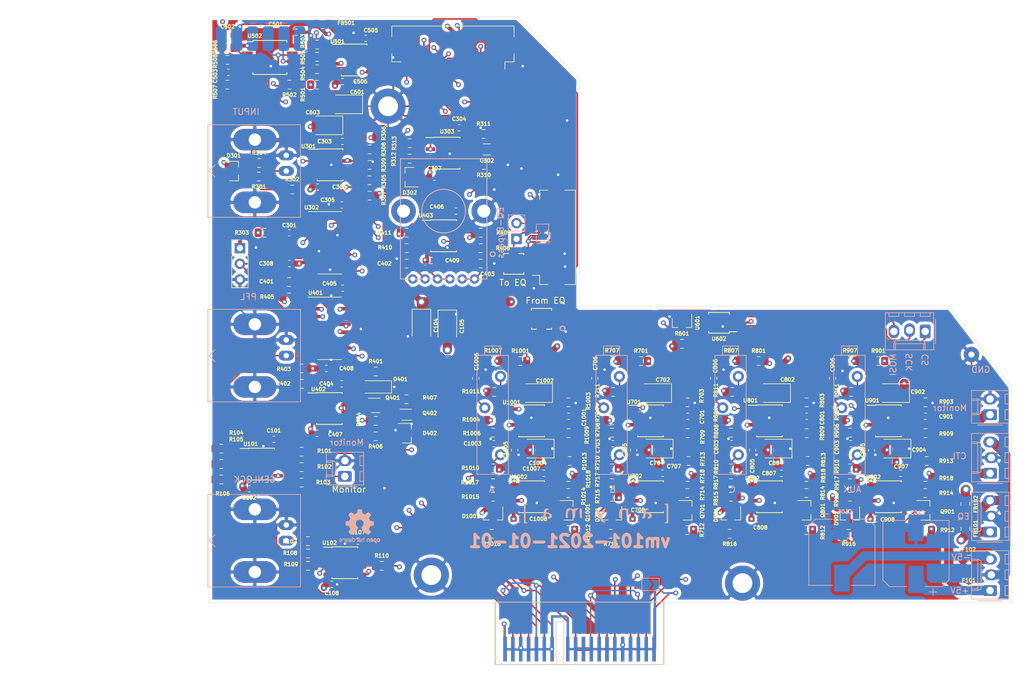
<source format=kicad_pcb>
(kicad_pcb (version 20171130) (host pcbnew "(5.1.5-0-10_14)")
  (layers (0 F.Cu signal) (1 In1.Cu signal) (2 In2.Cu signal) (31 B.Cu signal) (34 B.Paste user) (35 F.Paste user) (36 B.SilkS user) (37 F.SilkS user) (38 B.Mask user) (39 F.Mask user) (44 Edge.Cuts user))
  (net 0 "")
  (net 1 +5V)
  (net 2 GND)
  (net 3 -5V)
  (net 4 "Net-(C103-Pad1)")
  (net 5 "Net-(C106-Pad2)")
  (net 6 "Net-(C301-Pad2)")
  (net 7 "Net-(C301-Pad1)")
  (net 8 "Net-(C302-Pad2)")
  (net 9 colorburst)
  (net 10 /Resyncer/OUTPUT)
  (net 11 "Net-(C402-Pad1)")
  (net 12 "Net-(C403-Pad1)")
  (net 13 VCC)
  (net 14 "Net-(C502-Pad1)")
  (net 15 "Net-(C503-Pad1)")
  (net 16 "Net-(C703-Pad2)")
  (net 17 "Net-(C706-Pad2)")
  (net 18 "Net-(C803-Pad2)")
  (net 19 "Net-(C806-Pad2)")
  (net 20 "Net-(C903-Pad2)")
  (net 21 "Net-(C906-Pad2)")
  (net 22 "Net-(C1003-Pad2)")
  (net 23 "Net-(C1006-Pad2)")
  (net 24 "Net-(D301-Pad3)")
  (net 25 "Net-(D302-Pad3)")
  (net 26 "Net-(D401-Pad2)")
  (net 27 "Net-(D402-Pad1)")
  (net 28 "Net-(D701-Pad3)")
  (net 29 "Net-(D801-Pad3)")
  (net 30 "Net-(D901-Pad3)")
  (net 31 "Net-(D1001-Pad3)")
  (net 32 /supply+)
  (net 33 /supply-)
  (net 34 /Input-Clamp/INPUT-Composite)
  (net 35 "Net-(J102-Pad1)")
  (net 36 dry~wet~)
  (net 37 "Net-(J103-Pad1)")
  (net 38 /bias)
  (net 39 /scale)
  (net 40 /from_eq)
  (net 41 /to_eq)
  (net 42 /hi_clip1)
  (net 43 /hi_clip2)
  (net 44 /lo_clip2)
  (net 45 /lo_clip1)
  (net 46 /compa-out)
  (net 47 /siff-in)
  (net 48 cv_d)
  (net 49 cv_c)
  (net 50 cv_b)
  (net 51 cv_a)
  (net 52 pixels)
  (net 53 /output-frontpanel)
  (net 54 "Net-(J105-Pad1)")
  (net 55 "Net-(J106-Pad1)")
  (net 56 "Net-(J111-Pad1)")
  (net 57 out_d)
  (net 58 out_c)
  (net 59 out_b)
  (net 60 out_a)
  (net 61 genlock)
  (net 62 vsync)
  (net 63 hsync)
  (net 64 porch)
  (net 65 /Mixer/mosi)
  (net 66 /Mixer/sck)
  (net 67 /Mixer/dac_select)
  (net 68 "Net-(Q401-Pad2)")
  (net 69 "Net-(Q401-Pad4)")
  (net 70 "Net-(Q701-PadB)")
  (net 71 "Net-(Q701-PadE)")
  (net 72 "Net-(Q701-PadC)")
  (net 73 "Net-(Q801-PadB)")
  (net 74 "Net-(Q801-PadE)")
  (net 75 "Net-(Q801-PadC)")
  (net 76 "Net-(Q901-PadB)")
  (net 77 "Net-(Q901-PadE)")
  (net 78 "Net-(Q901-PadC)")
  (net 79 "Net-(Q1001-PadB)")
  (net 80 "Net-(Q1001-PadE)")
  (net 81 "Net-(Q1001-PadC)")
  (net 82 "Net-(R101-Pad1)")
  (net 83 "Net-(R102-Pad2)")
  (net 84 "Net-(R104-Pad1)")
  (net 85 "Net-(R105-Pad2)")
  (net 86 "Net-(R107-Pad1)")
  (net 87 "Net-(R108-Pad2)")
  (net 88 "Net-(R110-Pad1)")
  (net 89 "Net-(R302-Pad2)")
  (net 90 "Net-(R303-Pad2)")
  (net 91 "Net-(R305-Pad2)")
  (net 92 /Input-Clamp/clamped)
  (net 93 dry)
  (net 94 "Net-(R307-Pad1)")
  (net 95 "Net-(R308-Pad1)")
  (net 96 "Net-(R310-Pad2)")
  (net 97 /Resyncer/synctip)
  (net 98 "Net-(R405-Pad2)")
  (net 99 "Net-(R406-Pad2)")
  (net 100 "Net-(R408-Pad1)")
  (net 101 "Net-(R409-Pad1)")
  (net 102 "Net-(R410-Pad1)")
  (net 103 delayed_burst)
  (net 104 "Net-(R501-Pad1)")
  (net 105 /Levelmeter/mosi)
  (net 106 "Net-(R503-Pad2)")
  (net 107 "Net-(R504-Pad2)")
  (net 108 "Net-(R504-Pad1)")
  (net 109 "Net-(R506-Pad2)")
  (net 110 "Net-(R508-Pad2)")
  (net 111 "Net-(R601-Pad2)")
  (net 112 "Net-(R701-Pad1)")
  (net 113 "Net-(R703-Pad1)")
  (net 114 "Net-(R704-Pad2)")
  (net 115 "Net-(R709-Pad2)")
  (net 116 "Net-(R710-Pad1)")
  (net 117 "Net-(R711-Pad2)")
  (net 118 /Mixer/dac_b)
  (net 119 "Net-(R713-Pad1)")
  (net 120 "Net-(R801-Pad1)")
  (net 121 "Net-(R803-Pad1)")
  (net 122 "Net-(R804-Pad2)")
  (net 123 "Net-(R809-Pad2)")
  (net 124 "Net-(R810-Pad1)")
  (net 125 "Net-(R811-Pad2)")
  (net 126 /Mixer/dac_c)
  (net 127 "Net-(R813-Pad1)")
  (net 128 "Net-(R901-Pad1)")
  (net 129 "Net-(R903-Pad1)")
  (net 130 "Net-(R904-Pad2)")
  (net 131 "Net-(R909-Pad2)")
  (net 132 "Net-(R910-Pad1)")
  (net 133 "Net-(R911-Pad2)")
  (net 134 /Mixer/dac_d)
  (net 135 "Net-(R913-Pad1)")
  (net 136 "Net-(R1001-Pad1)")
  (net 137 "Net-(R1003-Pad1)")
  (net 138 "Net-(R1004-Pad2)")
  (net 139 "Net-(R1009-Pad2)")
  (net 140 "Net-(R1010-Pad1)")
  (net 141 "Net-(R1011-Pad2)")
  (net 142 /Mixer/dac_a)
  (net 143 "Net-(R1013-Pad1)")
  (net 144 preview_burst)
  (net 145 "Net-(U401-Pad15)")
  (net 146 "Net-(U401-Pad1)")
  (net 147 /Resyncer/clipper_out)
  (net 148 /Levelmeter/miso)
  (net 149 /Levelmeter/reset)
  (module Jumper:SolderJumper-2_P1.3mm_Bridged_Pad1.0x1.5mm (layer B.Cu) (at 104 40 270)
    (fp_text reference JP102 hide)
    (fp_text value Jumper)
    (fp_poly (pts (xy -0.25 0.3) (xy 0.25 0.3) (xy 0.25 -0.3) (xy -0.25 -0.3)) (layer B.Cu) (width 0))
    (pad 2 smd rect (at 0.65 0 270) (size 1 1.5) (layers B.Cu B.Mask) (net 37 "Net-(J103-Pad1)"))
    (pad 1 smd rect (at -0.65 0 270) (size 1 1.5) (layers B.Cu B.Mask) (net 2 GND))
  )
  (module synkie_footprints:TE_UMCC_2337019-1 (layer F.Cu) (at 103.852499 53.950601 180)
    (fp_text reference J115 hide)
    (fp_text value CONN_2337019-1 hide)
    (pad 1 smd rect (at 0 -1.5744 180) (size 1 1.05) (layers F.Cu F.Paste F.Mask) (net 40 /from_eq))
    (pad 2 smd rect (at -1.497501 -0.049399 180) (size 1.0414 2.2098) (layers F.Cu F.Paste F.Mask))
    (pad 3 smd rect (at 1.497501 -0.049399 180) (size 1.0414 2.2098) (layers F.Cu F.Paste F.Mask))
  )
  (module synkie_footprints:TE_UMCC_2337019-1 (layer F.Cu) (at 99.352499 45.049399)
    (fp_text reference J114 hide)
    (fp_text value CONN_2337019-1 hide)
    (pad 1 smd rect (at 0 -1.5744) (size 1 1.05) (layers F.Cu F.Paste F.Mask) (net 41 /to_eq))
    (pad 2 smd rect (at -1.497501 -0.049399) (size 1.0414 2.2098) (layers F.Cu F.Paste F.Mask) (net 2 GND))
    (pad 3 smd rect (at 1.497501 -0.049399) (size 1.0414 2.2098) (layers F.Cu F.Paste F.Mask) (net 2 GND))
  )
  (module synkie_footprints:CP_EIA-3528-21_Kemet-B_Pad1.50x2.35mm_HandSolder (layer F.Cu) (at 88.6 55.175 270)
    (fp_text reference C105 (at 0 -2.35 270) (layer F.SilkS) (effects (font (size 0.6 0.6))))
    (fp_text value 10u)
    (pad 2 smd roundrect (at 1.625 0 270) (size 1.5 2.35) (layers F.Cu F.Paste F.Mask) (roundrect_rratio 0.166667) (net 3 -5V))
    (pad 1 smd roundrect (at -1.625 0 270) (size 1.5 2.35) (layers F.Cu F.Paste F.Mask) (roundrect_rratio 0.166667) (net 2 GND))
  )
  (module Jumper:SolderJumper-2_P1.3mm_Open_TrianglePad1.0x1.5mm (layer B.Cu) (at 121.5 97)
    (fp_text reference JP103 hide)
    (fp_text value Jumper)
    (pad 1 smd custom (at -0.725 0) (size 0.3 0.3) (layers B.Cu B.Mask) (net 2 GND) (options (clearance outline) (anchor rect)) (primitives (gr_poly (pts (xy -0.5 0.75) (xy 0.5 0.75) (xy 1 0) (xy 0.5 -0.75) (xy -0.5 -0.75)) (width 0))))
    (pad 2 smd custom (at 0.725 0) (size 0.3 0.3) (layers B.Cu B.Mask) (net 56 "Net-(J111-Pad1)") (options (clearance outline) (anchor rect)) (primitives (gr_poly (pts (xy -0.65 0.75) (xy 0.5 0.75) (xy 0.5 -0.75) (xy -0.65 -0.75) (xy -0.15 0)) (width 0))))
  )
  (module synkie_footprints:C_0805_2012Metric_Pad1.15x1.40mm_HandSolder (layer F.Cu) (at 94 45)
    (fp_text reference C403 (at 1.1 1.7) (layer F.SilkS) (effects (font (size 0.6 0.6))))
    (fp_text value 10p)
    (pad 2 smd roundrect (at 1.025 0) (size 1.15 1.4) (layers F.Cu F.Paste F.Mask) (roundrect_rratio 0.217391) (net 2 GND))
    (pad 1 smd roundrect (at -1.025 0) (size 1.15 1.4) (layers F.Cu F.Paste F.Mask) (roundrect_rratio 0.217391) (net 12 "Net-(C403-Pad1)"))
  )
  (module Capacitor_SMD:CP_Elec_10x10.5 (layer B.Cu) (at 152.5 91.8 270)
    (fp_text reference C106 (at -6.6 -0.5 180) (layer B.SilkS) (effects (font (size 0.6 0.6)) (justify mirror)))
    (fp_text value 220u)
    (pad 2 smd roundrect (at 4.2 0 270) (size 4.4 2.5) (layers B.Cu B.Paste B.Mask) (roundrect_rratio 0.1) (net 5 "Net-(C106-Pad2)"))
    (pad 1 smd roundrect (at -4.2 0 270) (size 4.4 2.5) (layers B.Cu B.Paste B.Mask) (roundrect_rratio 0.1) (net 2 GND))
  )
  (module Capacitor_SMD:CP_Elec_10x10.5 (layer B.Cu) (at 164.5 92 90)
    (fp_text reference C103 (at 6.6 0.3) (layer B.SilkS) (effects (font (size 0.6 0.6)) (justify mirror)))
    (fp_text value 220u)
    (pad 2 smd roundrect (at 4.2 0 90) (size 4.4 2.5) (layers B.Cu B.Paste B.Mask) (roundrect_rratio 0.1) (net 2 GND))
    (pad 1 smd roundrect (at -4.2 0 90) (size 4.4 2.5) (layers B.Cu B.Paste B.Mask) (roundrect_rratio 0.1) (net 4 "Net-(C103-Pad1)"))
  )
  (module anyma_footprints:Pinhead_SMD_6 (layer B.Cu) (at 54.5 6 270)
    (fp_text reference U503 hide)
    (fp_text value AnymaISP)
    (pad 6 smd roundrect (at 2.54 -10.16 270) (size 4 1.8) (layers B.Cu B.Paste B.Mask) (net 105 /Levelmeter/mosi))
    (pad 5 smd roundrect (at 2.54 -7.62 270) (size 4 1.8) (layers B.Cu B.Paste B.Mask) (net 148 /Levelmeter/miso))
    (pad 4 smd roundrect (at 2.54 -5.08 270) (size 4 1.8) (layers B.Cu B.Paste B.Mask) (net 62 vsync))
    (pad 3 smd roundrect (at 2.54 -2.54 270) (size 4 1.8) (layers B.Cu B.Paste B.Mask) (net 149 /Levelmeter/reset))
    (pad 2 smd roundrect (at 2.54 0 270) (size 4 1.8) (layers B.Cu B.Paste B.Mask) (net 13 VCC))
    (pad 1 smd roundrect (at 2.54 2.54 270) (size 4 1.8) (layers B.Cu B.Paste B.Mask) (net 2 GND))
  )
  (module synkie_footprints:C_0603_1608Metric_Pad1.05x0.95mm_HandSolder (layer F.Cu) (at 69.875 97 180)
    (fp_text reference C108 (at 0 -1.43) (layer F.SilkS) (effects (font (size 0.6 0.6))))
    (fp_text value 100n)
    (pad 2 smd roundrect (at 0.875 0 180) (size 1.05 0.95) (layers F.Cu F.Paste F.Mask) (net 3 -5V))
    (pad 1 smd roundrect (at -0.875 0 180) (size 1.05 0.95) (layers F.Cu F.Paste F.Mask) (net 2 GND))
  )
  (module synkie_footprints:C_0603_1608Metric_Pad1.05x0.95mm_HandSolder (layer F.Cu) (at 74.125 90)
    (fp_text reference C107 (at 0 -1.43) (layer F.SilkS) (effects (font (size 0.6 0.6))))
    (fp_text value 100n)
    (pad 2 smd roundrect (at 0.875 0) (size 1.05 0.95) (layers F.Cu F.Paste F.Mask) (net 1 +5V))
    (pad 1 smd roundrect (at -0.875 0) (size 1.05 0.95) (layers F.Cu F.Paste F.Mask) (net 2 GND))
  )
  (module Symbol:OSHW-Logo2_7.3x6mm_SilkScreen (layer B.Cu) (at 74.4 87.6 180)
    (fp_text reference U1004 hide)
    (fp_text value LOGO hide)
  )
  (module anyma_footprints:logo_anyma (layer B.Cu) (at 112.6 85.6 180)
    (fp_text reference U1003 hide)
    (fp_text value LOGO hide)
  )
  (module synkie_footprints:SOIC-8_3.9x4.9mm_P1.27mm (layer F.Cu) (at 102.25 82.8)
    (fp_text reference U1002 (at -2.15 -3.225) (layer F.SilkS) (effects (font (size 0.6 0.6))))
    (fp_text value LMH6643)
    (pad 8 smd rect (at 2.7 -1.905) (size 1.55 0.6) (layers F.Cu F.Paste F.Mask) (net 1 +5V))
    (pad 7 smd rect (at 2.7 -0.635) (size 1.55 0.6) (layers F.Cu F.Paste F.Mask) (net 79 "Net-(Q1001-PadB)"))
    (pad 6 smd rect (at 2.7 0.635) (size 1.55 0.6) (layers F.Cu F.Paste F.Mask) (net 143 "Net-(R1013-Pad1)"))
    (pad 5 smd rect (at 2.7 1.905) (size 1.55 0.6) (layers F.Cu F.Paste F.Mask) (net 2 GND))
    (pad 4 smd rect (at -2.7 1.905) (size 1.55 0.6) (layers F.Cu F.Paste F.Mask) (net 3 -5V))
    (pad 3 smd rect (at -2.7 0.635) (size 1.55 0.6) (layers F.Cu F.Paste F.Mask) (net 23 "Net-(C1006-Pad2)"))
    (pad 2 smd rect (at -2.7 -0.635) (size 1.55 0.6) (layers F.Cu F.Paste F.Mask) (net 138 "Net-(R1004-Pad2)"))
    (pad 1 smd rect (at -2.7 -1.905) (size 1.55 0.6) (layers F.Cu F.Paste F.Mask) (net 138 "Net-(R1004-Pad2)"))
  )
  (module synkie_footprints:SOIC-8_3.9x4.9mm_P1.27mm (layer F.Cu) (at 102.25 70.5)
    (fp_text reference U1001 (at -3.25 -3) (layer F.SilkS) (effects (font (size 0.6 0.6))))
    (fp_text value LT1228)
    (pad 8 smd rect (at 2.7 -1.905) (size 1.55 0.6) (layers F.Cu F.Paste F.Mask) (net 137 "Net-(R1003-Pad1)"))
    (pad 7 smd rect (at 2.7 -0.635) (size 1.55 0.6) (layers F.Cu F.Paste F.Mask) (net 1 +5V))
    (pad 6 smd rect (at 2.7 0.635) (size 1.55 0.6) (layers F.Cu F.Paste F.Mask))
    (pad 5 smd rect (at 2.7 1.905) (size 1.55 0.6) (layers F.Cu F.Paste F.Mask) (net 139 "Net-(R1009-Pad2)"))
    (pad 4 smd rect (at -2.7 1.905) (size 1.55 0.6) (layers F.Cu F.Paste F.Mask) (net 3 -5V))
    (pad 3 smd rect (at -2.7 0.635) (size 1.55 0.6) (layers F.Cu F.Paste F.Mask) (net 136 "Net-(R1001-Pad1)"))
    (pad 2 smd rect (at -2.7 -0.635) (size 1.55 0.6) (layers F.Cu F.Paste F.Mask) (net 22 "Net-(C1003-Pad2)"))
    (pad 1 smd rect (at -2.7 -1.905) (size 1.55 0.6) (layers F.Cu F.Paste F.Mask) (net 60 out_a))
  )
  (module synkie_footprints:SOIC-8_3.9x4.9mm_P1.27mm (layer F.Cu) (at 160.05 82.8)
    (fp_text reference U902 (at -2.45 -3.2) (layer F.SilkS) (effects (font (size 0.6 0.6))))
    (fp_text value LMH6643)
    (pad 8 smd rect (at 2.7 -1.905) (size 1.55 0.6) (layers F.Cu F.Paste F.Mask) (net 1 +5V))
    (pad 7 smd rect (at 2.7 -0.635) (size 1.55 0.6) (layers F.Cu F.Paste F.Mask) (net 76 "Net-(Q901-PadB)"))
    (pad 6 smd rect (at 2.7 0.635) (size 1.55 0.6) (layers F.Cu F.Paste F.Mask) (net 135 "Net-(R913-Pad1)"))
    (pad 5 smd rect (at 2.7 1.905) (size 1.55 0.6) (layers F.Cu F.Paste F.Mask) (net 2 GND))
    (pad 4 smd rect (at -2.7 1.905) (size 1.55 0.6) (layers F.Cu F.Paste F.Mask) (net 3 -5V))
    (pad 3 smd rect (at -2.7 0.635) (size 1.55 0.6) (layers F.Cu F.Paste F.Mask) (net 21 "Net-(C906-Pad2)"))
    (pad 2 smd rect (at -2.7 -0.635) (size 1.55 0.6) (layers F.Cu F.Paste F.Mask) (net 130 "Net-(R904-Pad2)"))
    (pad 1 smd rect (at -2.7 -1.905) (size 1.55 0.6) (layers F.Cu F.Paste F.Mask) (net 130 "Net-(R904-Pad2)"))
  )
  (module synkie_footprints:SOIC-8_3.9x4.9mm_P1.27mm (layer F.Cu) (at 160.05 70.5)
    (fp_text reference U901 (at -2.65 -3.3) (layer F.SilkS) (effects (font (size 0.6 0.6))))
    (fp_text value LT1228)
    (pad 8 smd rect (at 2.7 -1.905) (size 1.55 0.6) (layers F.Cu F.Paste F.Mask) (net 129 "Net-(R903-Pad1)"))
    (pad 7 smd rect (at 2.7 -0.635) (size 1.55 0.6) (layers F.Cu F.Paste F.Mask) (net 1 +5V))
    (pad 6 smd rect (at 2.7 0.635) (size 1.55 0.6) (layers F.Cu F.Paste F.Mask))
    (pad 5 smd rect (at 2.7 1.905) (size 1.55 0.6) (layers F.Cu F.Paste F.Mask) (net 131 "Net-(R909-Pad2)"))
    (pad 4 smd rect (at -2.7 1.905) (size 1.55 0.6) (layers F.Cu F.Paste F.Mask) (net 3 -5V))
    (pad 3 smd rect (at -2.7 0.635) (size 1.55 0.6) (layers F.Cu F.Paste F.Mask) (net 128 "Net-(R901-Pad1)"))
    (pad 2 smd rect (at -2.7 -0.635) (size 1.55 0.6) (layers F.Cu F.Paste F.Mask) (net 20 "Net-(C903-Pad2)"))
    (pad 1 smd rect (at -2.7 -1.905) (size 1.55 0.6) (layers F.Cu F.Paste F.Mask) (net 57 out_d))
  )
  (module synkie_footprints:SOIC-8_3.9x4.9mm_P1.27mm (layer F.Cu) (at 140.783332 82.8)
    (fp_text reference U802 (at -2.783332 -3) (layer F.SilkS) (effects (font (size 0.6 0.6))))
    (fp_text value LMH6643)
    (pad 8 smd rect (at 2.7 -1.905) (size 1.55 0.6) (layers F.Cu F.Paste F.Mask) (net 1 +5V))
    (pad 7 smd rect (at 2.7 -0.635) (size 1.55 0.6) (layers F.Cu F.Paste F.Mask) (net 73 "Net-(Q801-PadB)"))
    (pad 6 smd rect (at 2.7 0.635) (size 1.55 0.6) (layers F.Cu F.Paste F.Mask) (net 127 "Net-(R813-Pad1)"))
    (pad 5 smd rect (at 2.7 1.905) (size 1.55 0.6) (layers F.Cu F.Paste F.Mask) (net 2 GND))
    (pad 4 smd rect (at -2.7 1.905) (size 1.55 0.6) (layers F.Cu F.Paste F.Mask) (net 3 -5V))
    (pad 3 smd rect (at -2.7 0.635) (size 1.55 0.6) (layers F.Cu F.Paste F.Mask) (net 19 "Net-(C806-Pad2)"))
    (pad 2 smd rect (at -2.7 -0.635) (size 1.55 0.6) (layers F.Cu F.Paste F.Mask) (net 122 "Net-(R804-Pad2)"))
    (pad 1 smd rect (at -2.7 -1.905) (size 1.55 0.6) (layers F.Cu F.Paste F.Mask) (net 122 "Net-(R804-Pad2)"))
  )
  (module synkie_footprints:SOIC-8_3.9x4.9mm_P1.27mm (layer F.Cu) (at 140.783332 70.5)
    (fp_text reference U801 (at -3.083332 -3.3) (layer F.SilkS) (effects (font (size 0.6 0.6))))
    (fp_text value LT1228)
    (pad 8 smd rect (at 2.7 -1.905) (size 1.55 0.6) (layers F.Cu F.Paste F.Mask) (net 121 "Net-(R803-Pad1)"))
    (pad 7 smd rect (at 2.7 -0.635) (size 1.55 0.6) (layers F.Cu F.Paste F.Mask) (net 1 +5V))
    (pad 6 smd rect (at 2.7 0.635) (size 1.55 0.6) (layers F.Cu F.Paste F.Mask))
    (pad 5 smd rect (at 2.7 1.905) (size 1.55 0.6) (layers F.Cu F.Paste F.Mask) (net 123 "Net-(R809-Pad2)"))
    (pad 4 smd rect (at -2.7 1.905) (size 1.55 0.6) (layers F.Cu F.Paste F.Mask) (net 3 -5V))
    (pad 3 smd rect (at -2.7 0.635) (size 1.55 0.6) (layers F.Cu F.Paste F.Mask) (net 120 "Net-(R801-Pad1)"))
    (pad 2 smd rect (at -2.7 -0.635) (size 1.55 0.6) (layers F.Cu F.Paste F.Mask) (net 18 "Net-(C803-Pad2)"))
    (pad 1 smd rect (at -2.7 -1.905) (size 1.55 0.6) (layers F.Cu F.Paste F.Mask) (net 58 out_c))
  )
  (module synkie_footprints:SOIC-8_3.9x4.9mm_P1.27mm (layer F.Cu) (at 121.516666 82.8)
    (fp_text reference U702 (at -2.516666 -3.35) (layer F.SilkS) (effects (font (size 0.6 0.6))))
    (fp_text value LMH6643)
    (pad 8 smd rect (at 2.7 -1.905) (size 1.55 0.6) (layers F.Cu F.Paste F.Mask) (net 1 +5V))
    (pad 7 smd rect (at 2.7 -0.635) (size 1.55 0.6) (layers F.Cu F.Paste F.Mask) (net 70 "Net-(Q701-PadB)"))
    (pad 6 smd rect (at 2.7 0.635) (size 1.55 0.6) (layers F.Cu F.Paste F.Mask) (net 119 "Net-(R713-Pad1)"))
    (pad 5 smd rect (at 2.7 1.905) (size 1.55 0.6) (layers F.Cu F.Paste F.Mask) (net 2 GND))
    (pad 4 smd rect (at -2.7 1.905) (size 1.55 0.6) (layers F.Cu F.Paste F.Mask) (net 3 -5V))
    (pad 3 smd rect (at -2.7 0.635) (size 1.55 0.6) (layers F.Cu F.Paste F.Mask) (net 17 "Net-(C706-Pad2)"))
    (pad 2 smd rect (at -2.7 -0.635) (size 1.55 0.6) (layers F.Cu F.Paste F.Mask) (net 114 "Net-(R704-Pad2)"))
    (pad 1 smd rect (at -2.7 -1.905) (size 1.55 0.6) (layers F.Cu F.Paste F.Mask) (net 114 "Net-(R704-Pad2)"))
  )
  (module synkie_footprints:SOIC-8_3.9x4.9mm_P1.27mm (layer F.Cu) (at 121.516666 70.5)
    (fp_text reference U701 (at -2.716666 -3.05) (layer F.SilkS) (effects (font (size 0.6 0.6))))
    (fp_text value LT1228)
    (pad 8 smd rect (at 2.7 -1.905) (size 1.55 0.6) (layers F.Cu F.Paste F.Mask) (net 113 "Net-(R703-Pad1)"))
    (pad 7 smd rect (at 2.7 -0.635) (size 1.55 0.6) (layers F.Cu F.Paste F.Mask) (net 1 +5V))
    (pad 6 smd rect (at 2.7 0.635) (size 1.55 0.6) (layers F.Cu F.Paste F.Mask))
    (pad 5 smd rect (at 2.7 1.905) (size 1.55 0.6) (layers F.Cu F.Paste F.Mask) (net 115 "Net-(R709-Pad2)"))
    (pad 4 smd rect (at -2.7 1.905) (size 1.55 0.6) (layers F.Cu F.Paste F.Mask) (net 3 -5V))
    (pad 3 smd rect (at -2.7 0.635) (size 1.55 0.6) (layers F.Cu F.Paste F.Mask) (net 112 "Net-(R701-Pad1)"))
    (pad 2 smd rect (at -2.7 -0.635) (size 1.55 0.6) (layers F.Cu F.Paste F.Mask) (net 16 "Net-(C703-Pad2)"))
    (pad 1 smd rect (at -2.7 -1.905) (size 1.55 0.6) (layers F.Cu F.Paste F.Mask) (net 59 out_b))
  )
  (module Package_SO:MSOP-10_3x3mm_P0.5mm (layer F.Cu) (at 132.6 54.6 180)
    (fp_text reference U602 (at 0 -2.6) (layer F.SilkS) (effects (font (size 0.6 0.6))))
    (fp_text value MAX5741)
    (pad 10 smd rect (at 2.2 -1 180) (size 1.4 0.3) (layers F.Cu F.Paste F.Mask) (net 134 /Mixer/dac_d))
    (pad 9 smd rect (at 2.2 -0.5 180) (size 1.4 0.3) (layers F.Cu F.Paste F.Mask) (net 126 /Mixer/dac_c))
    (pad 8 smd rect (at 2.2 0 180) (size 1.4 0.3) (layers F.Cu F.Paste F.Mask) (net 118 /Mixer/dac_b))
    (pad 7 smd rect (at 2.2 0.5 180) (size 1.4 0.3) (layers F.Cu F.Paste F.Mask) (net 142 /Mixer/dac_a))
    (pad 6 smd rect (at 2.2 1 180) (size 1.4 0.3) (layers F.Cu F.Paste F.Mask) (net 111 "Net-(R601-Pad2)"))
    (pad 5 smd rect (at -2.2 1 180) (size 1.4 0.3) (layers F.Cu F.Paste F.Mask) (net 65 /Mixer/mosi))
    (pad 4 smd rect (at -2.2 0.5 180) (size 1.4 0.3) (layers F.Cu F.Paste F.Mask) (net 2 GND))
    (pad 3 smd rect (at -2.2 0 180) (size 1.4 0.3) (layers F.Cu F.Paste F.Mask) (net 1 +5V))
    (pad 2 smd rect (at -2.2 -0.5 180) (size 1.4 0.3) (layers F.Cu F.Paste F.Mask) (net 66 /Mixer/sck))
    (pad 1 smd rect (at -2.2 -1 180) (size 1.4 0.3) (layers F.Cu F.Paste F.Mask) (net 67 /Mixer/dac_select))
  )
  (module synkie_footprints:SOT-23 (layer F.Cu) (at 126.6 54.6 270)
    (fp_text reference U601 (at 0 -2.5 90) (layer F.SilkS) (effects (font (size 0.6 0.6))))
    (fp_text value ADR510)
    (pad 3 smd rect (at 1 0 270) (size 0.9 0.8) (layers F.Cu F.Paste F.Mask))
    (pad 2 smd rect (at -1 0.95 270) (size 0.9 0.8) (layers F.Cu F.Paste F.Mask) (net 2 GND))
    (pad 1 smd rect (at -1 -0.95 270) (size 0.9 0.8) (layers F.Cu F.Paste F.Mask) (net 111 "Net-(R601-Pad2)"))
  )
  (module Package_SO:SOIJ-8_5.3x5.3mm_P1.27mm (layer F.Cu) (at 59.85 11.595)
    (fp_text reference U502 (at -2.45 -3.495) (layer F.SilkS) (effects (font (size 0.6 0.6))))
    (fp_text value ATtiny85-20SU)
    (pad 8 smd rect (at 3.65 -1.905) (size 1.7 0.65) (layers F.Cu F.Paste F.Mask) (net 13 VCC))
    (pad 7 smd rect (at 3.65 -0.635) (size 1.7 0.65) (layers F.Cu F.Paste F.Mask) (net 62 vsync))
    (pad 6 smd rect (at 3.65 0.635) (size 1.7 0.65) (layers F.Cu F.Paste F.Mask) (net 148 /Levelmeter/miso))
    (pad 5 smd rect (at 3.65 1.905) (size 1.7 0.65) (layers F.Cu F.Paste F.Mask) (net 105 /Levelmeter/mosi))
    (pad 4 smd rect (at -3.65 1.905) (size 1.7 0.65) (layers F.Cu F.Paste F.Mask) (net 2 GND))
    (pad 3 smd rect (at -3.65 0.635) (size 1.7 0.65) (layers F.Cu F.Paste F.Mask) (net 110 "Net-(R508-Pad2)"))
    (pad 2 smd rect (at -3.65 -0.635) (size 1.7 0.65) (layers F.Cu F.Paste F.Mask) (net 109 "Net-(R506-Pad2)"))
    (pad 1 smd rect (at -3.65 -1.905) (size 1.7 0.65) (layers F.Cu F.Paste F.Mask) (net 149 /Levelmeter/reset))
  )
  (module synkie_footprints:SOIC-8_3.9x4.9mm_P1.27mm (layer F.Cu) (at 73.5 12)
    (fp_text reference U501 (at -2.7 -3) (layer F.SilkS) (effects (font (size 0.6 0.6))))
    (fp_text value Opamp_Dual_Generic)
    (pad 8 smd rect (at 2.7 -1.905) (size 1.55 0.6) (layers F.Cu F.Paste F.Mask) (net 1 +5V))
    (pad 7 smd rect (at 2.7 -0.635) (size 1.55 0.6) (layers F.Cu F.Paste F.Mask) (net 107 "Net-(R504-Pad2)"))
    (pad 6 smd rect (at 2.7 0.635) (size 1.55 0.6) (layers F.Cu F.Paste F.Mask) (net 107 "Net-(R504-Pad2)"))
    (pad 5 smd rect (at 2.7 1.905) (size 1.55 0.6) (layers F.Cu F.Paste F.Mask) (net 40 /from_eq))
    (pad 4 smd rect (at -2.7 1.905) (size 1.55 0.6) (layers F.Cu F.Paste F.Mask) (net 3 -5V))
    (pad 3 smd rect (at -2.7 0.635) (size 1.55 0.6) (layers F.Cu F.Paste F.Mask) (net 104 "Net-(R501-Pad1)"))
    (pad 2 smd rect (at -2.7 -0.635) (size 1.55 0.6) (layers F.Cu F.Paste F.Mask) (net 108 "Net-(R504-Pad1)"))
    (pad 1 smd rect (at -2.7 -1.905) (size 1.55 0.6) (layers F.Cu F.Paste F.Mask) (net 106 "Net-(R503-Pad2)"))
  )
  (module synkie_footprints:SOIC-8_3.9x4.9mm_P1.27mm (layer F.Cu) (at 88 40.5)
    (fp_text reference U403 (at -2.9 -3.3) (layer F.SilkS) (effects (font (size 0.6 0.6))))
    (fp_text value LMH6643)
    (pad 8 smd rect (at 2.7 -1.905) (size 1.55 0.6) (layers F.Cu F.Paste F.Mask) (net 1 +5V))
    (pad 7 smd rect (at 2.7 -0.635) (size 1.55 0.6) (layers F.Cu F.Paste F.Mask) (net 101 "Net-(R409-Pad1)"))
    (pad 6 smd rect (at 2.7 0.635) (size 1.55 0.6) (layers F.Cu F.Paste F.Mask) (net 100 "Net-(R408-Pad1)"))
    (pad 5 smd rect (at 2.7 1.905) (size 1.55 0.6) (layers F.Cu F.Paste F.Mask) (net 12 "Net-(C403-Pad1)"))
    (pad 4 smd rect (at -2.7 1.905) (size 1.55 0.6) (layers F.Cu F.Paste F.Mask) (net 3 -5V))
    (pad 3 smd rect (at -2.7 0.635) (size 1.55 0.6) (layers F.Cu F.Paste F.Mask) (net 11 "Net-(C402-Pad1)"))
    (pad 2 smd rect (at -2.7 -0.635) (size 1.55 0.6) (layers F.Cu F.Paste F.Mask) (net 102 "Net-(R410-Pad1)"))
    (pad 1 smd rect (at -2.7 -1.905) (size 1.55 0.6) (layers F.Cu F.Paste F.Mask) (net 103 delayed_burst))
  )
  (module synkie_footprints:SOIC-8_3.9x4.9mm_P1.27mm (layer F.Cu) (at 69.5 68.5)
    (fp_text reference U402 (at -1.78 -3.13) (layer F.SilkS) (effects (font (size 0.6 0.6))))
    (fp_text value LMH6643)
    (pad 8 smd rect (at 2.7 -1.905) (size 1.55 0.6) (layers F.Cu F.Paste F.Mask) (net 1 +5V))
    (pad 7 smd rect (at 2.7 -0.635) (size 1.55 0.6) (layers F.Cu F.Paste F.Mask) (net 147 /Resyncer/clipper_out))
    (pad 6 smd rect (at 2.7 0.635) (size 1.55 0.6) (layers F.Cu F.Paste F.Mask) (net 147 /Resyncer/clipper_out))
    (pad 5 smd rect (at 2.7 1.905) (size 1.55 0.6) (layers F.Cu F.Paste F.Mask) (net 69 "Net-(Q401-Pad4)"))
    (pad 4 smd rect (at -2.7 1.905) (size 1.55 0.6) (layers F.Cu F.Paste F.Mask) (net 3 -5V))
    (pad 3 smd rect (at -2.7 0.635) (size 1.55 0.6) (layers F.Cu F.Paste F.Mask) (net 40 /from_eq))
    (pad 2 smd rect (at -2.7 -0.635) (size 1.55 0.6) (layers F.Cu F.Paste F.Mask) (net 99 "Net-(R406-Pad2)"))
    (pad 1 smd rect (at -2.7 -1.905) (size 1.55 0.6) (layers F.Cu F.Paste F.Mask) (net 99 "Net-(R406-Pad2)"))
  )
  (module Package_SO:SOIC-16_3.9x9.9mm_P1.27mm (layer F.Cu) (at 69.5 55.5)
    (fp_text reference U401 (at -2.25 -5.75) (layer F.SilkS) (effects (font (size 0.6 0.6))))
    (fp_text value 4053)
    (pad 16 smd roundrect (at 2.475 -4.445) (size 1.95 0.6) (layers F.Cu F.Paste F.Mask) (net 1 +5V))
    (pad 15 smd roundrect (at 2.475 -3.175) (size 1.95 0.6) (layers F.Cu F.Paste F.Mask) (net 145 "Net-(U401-Pad15)"))
    (pad 14 smd roundrect (at 2.475 -1.905) (size 1.95 0.6) (layers F.Cu F.Paste F.Mask) (net 146 "Net-(U401-Pad1)"))
    (pad 13 smd roundrect (at 2.475 -0.635) (size 1.95 0.6) (layers F.Cu F.Paste F.Mask) (net 93 dry))
    (pad 12 smd roundrect (at 2.475 0.635) (size 1.95 0.6) (layers F.Cu F.Paste F.Mask) (net 147 /Resyncer/clipper_out))
    (pad 11 smd roundrect (at 2.475 1.905) (size 1.95 0.6) (layers F.Cu F.Paste F.Mask) (net 36 dry~wet~))
    (pad 10 smd roundrect (at 2.475 3.175) (size 1.95 0.6) (layers F.Cu F.Paste F.Mask) (net 64 porch))
    (pad 9 smd roundrect (at 2.475 4.445) (size 1.95 0.6) (layers F.Cu F.Paste F.Mask) (net 63 hsync))
    (pad 8 smd roundrect (at -2.475 4.445) (size 1.95 0.6) (layers F.Cu F.Paste F.Mask) (net 2 GND))
    (pad 7 smd roundrect (at -2.475 3.175) (size 1.95 0.6) (layers F.Cu F.Paste F.Mask) (net 3 -5V))
    (pad 6 smd roundrect (at -2.475 1.905) (size 1.95 0.6) (layers F.Cu F.Paste F.Mask) (net 2 GND))
    (pad 5 smd roundrect (at -2.475 0.635) (size 1.95 0.6) (layers F.Cu F.Paste F.Mask) (net 97 /Resyncer/synctip))
    (pad 4 smd roundrect (at -2.475 -0.635) (size 1.95 0.6) (layers F.Cu F.Paste F.Mask) (net 98 "Net-(R405-Pad2)"))
    (pad 3 smd roundrect (at -2.475 -1.905) (size 1.95 0.6) (layers F.Cu F.Paste F.Mask) (net 145 "Net-(U401-Pad15)"))
    (pad 2 smd roundrect (at -2.475 -3.175) (size 1.95 0.6) (layers F.Cu F.Paste F.Mask) (net 144 preview_burst))
    (pad 1 smd roundrect (at -2.475 -4.445) (size 1.95 0.6) (layers F.Cu F.Paste F.Mask) (net 146 "Net-(U401-Pad1)"))
  )
  (module synkie_footprints:SOIC-8_3.9x4.9mm_P1.27mm (layer F.Cu) (at 88.56 27.1)
    (fp_text reference U303 (at 0 -3.5) (layer F.SilkS) (effects (font (size 0.6 0.6))))
    (fp_text value LMH6643)
    (pad 8 smd rect (at 2.7 -1.905) (size 1.55 0.6) (layers F.Cu F.Paste F.Mask) (net 1 +5V))
    (pad 7 smd rect (at 2.7 -0.635) (size 1.55 0.6) (layers F.Cu F.Paste F.Mask) (net 8 "Net-(C302-Pad2)"))
    (pad 6 smd rect (at 2.7 0.635) (size 1.55 0.6) (layers F.Cu F.Paste F.Mask) (net 8 "Net-(C302-Pad2)"))
    (pad 5 smd rect (at 2.7 1.905) (size 1.55 0.6) (layers F.Cu F.Paste F.Mask) (net 96 "Net-(R310-Pad2)"))
    (pad 4 smd rect (at -2.7 1.905) (size 1.55 0.6) (layers F.Cu F.Paste F.Mask) (net 3 -5V))
    (pad 3 smd rect (at -2.7 0.635) (size 1.55 0.6) (layers F.Cu F.Paste F.Mask) (net 25 "Net-(D302-Pad3)"))
    (pad 2 smd rect (at -2.7 -0.635) (size 1.55 0.6) (layers F.Cu F.Paste F.Mask) (net 94 "Net-(R307-Pad1)"))
    (pad 1 smd rect (at -2.7 -1.905) (size 1.55 0.6) (layers F.Cu F.Paste F.Mask) (net 94 "Net-(R307-Pad1)"))
  )
  (module Package_SO:SOIC-16_3.9x9.9mm_P1.27mm (layer F.Cu) (at 69.525 41.635)
    (fp_text reference U302 (at -2.925 -5.735) (layer F.SilkS) (effects (font (size 0.6 0.6))))
    (fp_text value 4053)
    (pad 16 smd roundrect (at 2.475 -4.445) (size 1.95 0.6) (layers F.Cu F.Paste F.Mask) (net 1 +5V))
    (pad 15 smd roundrect (at 2.475 -3.175) (size 1.95 0.6) (layers F.Cu F.Paste F.Mask) (net 144 preview_burst))
    (pad 14 smd roundrect (at 2.475 -1.905) (size 1.95 0.6) (layers F.Cu F.Paste F.Mask) (net 2 GND))
    (pad 13 smd roundrect (at 2.475 -0.635) (size 1.95 0.6) (layers F.Cu F.Paste F.Mask) (net 2 GND))
    (pad 12 smd roundrect (at 2.475 0.635) (size 1.95 0.6) (layers F.Cu F.Paste F.Mask) (net 7 "Net-(C301-Pad1)"))
    (pad 11 smd roundrect (at 2.475 1.905) (size 1.95 0.6) (layers F.Cu F.Paste F.Mask) (net 64 porch))
    (pad 10 smd roundrect (at 2.475 3.175) (size 1.95 0.6) (layers F.Cu F.Paste F.Mask) (net 36 dry~wet~))
    (pad 9 smd roundrect (at 2.475 4.445) (size 1.95 0.6) (layers F.Cu F.Paste F.Mask) (net 63 hsync))
    (pad 8 smd roundrect (at -2.475 4.445) (size 1.95 0.6) (layers F.Cu F.Paste F.Mask) (net 2 GND))
    (pad 7 smd roundrect (at -2.475 3.175) (size 1.95 0.6) (layers F.Cu F.Paste F.Mask) (net 3 -5V))
    (pad 6 smd roundrect (at -2.475 1.905) (size 1.95 0.6) (layers F.Cu F.Paste F.Mask) (net 2 GND))
    (pad 5 smd roundrect (at -2.475 0.635) (size 1.95 0.6) (layers F.Cu F.Paste F.Mask) (net 2 GND))
    (pad 4 smd roundrect (at -2.475 -0.635) (size 1.95 0.6) (layers F.Cu F.Paste F.Mask) (net 92 /Input-Clamp/clamped))
    (pad 3 smd roundrect (at -2.475 -1.905) (size 1.95 0.6) (layers F.Cu F.Paste F.Mask) (net 7 "Net-(C301-Pad1)"))
    (pad 2 smd roundrect (at -2.475 -3.175) (size 1.95 0.6) (layers F.Cu F.Paste F.Mask) (net 103 delayed_burst))
    (pad 1 smd roundrect (at -2.475 -4.445) (size 1.95 0.6) (layers F.Cu F.Paste F.Mask) (net 9 colorburst))
  )
  (module synkie_footprints:SOIC-8_3.9x4.9mm_P1.27mm (layer F.Cu) (at 69.6 29)
    (fp_text reference U301 (at -3.5 -3) (layer F.SilkS) (effects (font (size 0.6 0.6))))
    (fp_text value LMH6643)
    (pad 8 smd rect (at 2.7 -1.905) (size 1.55 0.6) (layers F.Cu F.Paste F.Mask) (net 1 +5V))
    (pad 7 smd rect (at 2.7 -0.635) (size 1.55 0.6) (layers F.Cu F.Paste F.Mask) (net 93 dry))
    (pad 6 smd rect (at 2.7 0.635) (size 1.55 0.6) (layers F.Cu F.Paste F.Mask) (net 95 "Net-(R308-Pad1)"))
    (pad 5 smd rect (at 2.7 1.905) (size 1.55 0.6) (layers F.Cu F.Paste F.Mask) (net 91 "Net-(R305-Pad2)"))
    (pad 4 smd rect (at -2.7 1.905) (size 1.55 0.6) (layers F.Cu F.Paste F.Mask) (net 3 -5V))
    (pad 3 smd rect (at -2.7 0.635) (size 1.55 0.6) (layers F.Cu F.Paste F.Mask) (net 89 "Net-(R302-Pad2)"))
    (pad 2 smd rect (at -2.7 -0.635) (size 1.55 0.6) (layers F.Cu F.Paste F.Mask) (net 90 "Net-(R303-Pad2)"))
    (pad 1 smd rect (at -2.7 -1.905) (size 1.55 0.6) (layers F.Cu F.Paste F.Mask) (net 90 "Net-(R303-Pad2)"))
  )
  (module synkie_footprints:SOIC-8_3.9x4.9mm_P1.27mm (layer F.Cu) (at 72 93.5)
    (fp_text reference U102 (at -2.48 -3.23) (layer F.SilkS) (effects (font (size 0.6 0.6))))
    (fp_text value MAX4392)
    (pad 8 smd rect (at 2.7 -1.905) (size 1.55 0.6) (layers F.Cu F.Paste F.Mask) (net 1 +5V))
    (pad 7 smd rect (at 2.7 -0.635) (size 1.55 0.6) (layers F.Cu F.Paste F.Mask) (net 88 "Net-(R110-Pad1)"))
    (pad 6 smd rect (at 2.7 0.635) (size 1.55 0.6) (layers F.Cu F.Paste F.Mask) (net 88 "Net-(R110-Pad1)"))
    (pad 5 smd rect (at 2.7 1.905) (size 1.55 0.6) (layers F.Cu F.Paste F.Mask) (net 40 /from_eq))
    (pad 4 smd rect (at -2.7 1.905) (size 1.55 0.6) (layers F.Cu F.Paste F.Mask) (net 3 -5V))
    (pad 3 smd rect (at -2.7 0.635) (size 1.55 0.6) (layers F.Cu F.Paste F.Mask) (net 61 genlock))
    (pad 2 smd rect (at -2.7 -0.635) (size 1.55 0.6) (layers F.Cu F.Paste F.Mask) (net 87 "Net-(R108-Pad2)"))
    (pad 1 smd rect (at -2.7 -1.905) (size 1.55 0.6) (layers F.Cu F.Paste F.Mask) (net 86 "Net-(R107-Pad1)"))
  )
  (module synkie_footprints:SOIC-8_3.9x4.9mm_P1.27mm (layer F.Cu) (at 58.5 77.5)
    (fp_text reference U101 (at -1.75 -3.25) (layer F.SilkS) (effects (font (size 0.6 0.6))))
    (fp_text value MAX4392)
    (pad 8 smd rect (at 2.7 -1.905) (size 1.55 0.6) (layers F.Cu F.Paste F.Mask) (net 1 +5V))
    (pad 7 smd rect (at 2.7 -0.635) (size 1.55 0.6) (layers F.Cu F.Paste F.Mask) (net 82 "Net-(R101-Pad1)"))
    (pad 6 smd rect (at 2.7 0.635) (size 1.55 0.6) (layers F.Cu F.Paste F.Mask) (net 83 "Net-(R102-Pad2)"))
    (pad 5 smd rect (at 2.7 1.905) (size 1.55 0.6) (layers F.Cu F.Paste F.Mask) (net 10 /Resyncer/OUTPUT))
    (pad 4 smd rect (at -2.7 1.905) (size 1.55 0.6) (layers F.Cu F.Paste F.Mask) (net 3 -5V))
    (pad 3 smd rect (at -2.7 0.635) (size 1.55 0.6) (layers F.Cu F.Paste F.Mask) (net 10 /Resyncer/OUTPUT))
    (pad 2 smd rect (at -2.7 -0.635) (size 1.55 0.6) (layers F.Cu F.Paste F.Mask) (net 85 "Net-(R105-Pad2)"))
    (pad 1 smd rect (at -2.7 -1.905) (size 1.55 0.6) (layers F.Cu F.Paste F.Mask) (net 84 "Net-(R104-Pad1)"))
  )
  (module Potentiometer_THT:Potentiometer_Bourns_3006P_Horizontal (layer B.Cu) (at 97.2 76 270)
    (fp_text reference RV1001 hide)
    (fp_text value 500)
    (pad 3 thru_hole circle (at -12.7 0 270) (size 1.8 1.8) (drill 1) (layers *.Cu *.Mask) (net 141 "Net-(R1011-Pad2)"))
    (pad 2 thru_hole circle (at -7.62 2.54 270) (size 1.8 1.8) (drill 1) (layers *.Cu *.Mask) (net 23 "Net-(C1006-Pad2)"))
    (pad 1 thru_hole circle (at 0 0 270) (size 1.8 1.8) (drill 1) (layers *.Cu *.Mask) (net 140 "Net-(R1010-Pad1)"))
  )
  (module Potentiometer_THT:Potentiometer_Bourns_3006P_Horizontal (layer B.Cu) (at 155 76 270)
    (fp_text reference RV901 hide)
    (fp_text value 500)
    (pad 3 thru_hole circle (at -12.7 0 270) (size 1.8 1.8) (drill 1) (layers *.Cu *.Mask) (net 133 "Net-(R911-Pad2)"))
    (pad 2 thru_hole circle (at -7.62 2.54 270) (size 1.8 1.8) (drill 1) (layers *.Cu *.Mask) (net 21 "Net-(C906-Pad2)"))
    (pad 1 thru_hole circle (at 0 0 270) (size 1.8 1.8) (drill 1) (layers *.Cu *.Mask) (net 132 "Net-(R910-Pad1)"))
  )
  (module Potentiometer_THT:Potentiometer_Bourns_3006P_Horizontal (layer B.Cu) (at 135.733332 76 270)
    (fp_text reference RV801 hide)
    (fp_text value 500)
    (pad 3 thru_hole circle (at -12.7 0 270) (size 1.8 1.8) (drill 1) (layers *.Cu *.Mask) (net 125 "Net-(R811-Pad2)"))
    (pad 2 thru_hole circle (at -7.62 2.54 270) (size 1.8 1.8) (drill 1) (layers *.Cu *.Mask) (net 19 "Net-(C806-Pad2)"))
    (pad 1 thru_hole circle (at 0 0 270) (size 1.8 1.8) (drill 1) (layers *.Cu *.Mask) (net 124 "Net-(R810-Pad1)"))
  )
  (module Potentiometer_THT:Potentiometer_Bourns_3006P_Horizontal (layer B.Cu) (at 116.466666 76 270)
    (fp_text reference RV701 hide)
    (fp_text value 500)
    (pad 3 thru_hole circle (at -12.7 0 270) (size 1.8 1.8) (drill 1) (layers *.Cu *.Mask) (net 117 "Net-(R711-Pad2)"))
    (pad 2 thru_hole circle (at -7.62 2.54 270) (size 1.8 1.8) (drill 1) (layers *.Cu *.Mask) (net 17 "Net-(C706-Pad2)"))
    (pad 1 thru_hole circle (at 0 0 270) (size 1.8 1.8) (drill 1) (layers *.Cu *.Mask) (net 116 "Net-(R710-Pad1)"))
  )
  (module synkie_footprints:RK12L123 (layer B.Cu) (at 88 47.5 180)
    (fp_text reference RV401 hide)
    (fp_text value R_POT_Dual)
    (pad 9 thru_hole circle (at -6.5 11 180) (size 4 4) (drill 2.1) (layers *.Cu *.Mask) (net 2 GND))
    (pad 7 thru_hole circle (at 6.5 11 180) (size 4 4) (drill 2.1) (layers *.Cu *.Mask))
    (pad 6 thru_hole circle (at 3 0 180) (size 1.524 1.524) (drill 0.8) (layers *.Cu *.Mask) (net 11 "Net-(C402-Pad1)"))
    (pad 5 thru_hole circle (at 1 0 180) (size 1.524 1.524) (drill 0.8) (layers *.Cu *.Mask) (net 101 "Net-(R409-Pad1)"))
    (pad 4 thru_hole circle (at -1 0 180) (size 1.524 1.524) (drill 0.8) (layers *.Cu *.Mask) (net 101 "Net-(R409-Pad1)"))
    (pad 3 thru_hole circle (at 5 0 180) (size 1.524 1.524) (drill 0.8) (layers *.Cu *.Mask) (net 12 "Net-(C403-Pad1)"))
    (pad 2 thru_hole circle (at -5 0 180) (size 1.524 1.524) (drill 0.8) (layers *.Cu *.Mask) (net 9 colorburst))
    (pad 1 thru_hole circle (at -3 0 180) (size 1.524 1.524) (drill 0.8) (layers *.Cu *.Mask) (net 9 colorburst))
  )
  (module synkie_footprints:R_0805_2012Metric_Pad1.15x1.40mm_HandSolder (layer F.Cu) (at 108.225 79.6 180)
    (fp_text reference R1018 (at -3.195 -0.33 90) (layer F.SilkS) (effects (font (size 0.6 0.6))))
    (fp_text value 22k)
    (pad 2 smd roundrect (at 1.025 0 180) (size 1.15 1.4) (layers F.Cu F.Paste F.Mask) (roundrect_rratio 0.217391) (net 143 "Net-(R1013-Pad1)"))
    (pad 1 smd roundrect (at -1.025 0 180) (size 1.15 1.4) (layers F.Cu F.Paste F.Mask) (roundrect_rratio 0.217391) (net 3 -5V))
  )
  (module synkie_footprints:R_0805_2012Metric_Pad1.15x1.40mm_HandSolder (layer F.Cu) (at 96 80.6)
    (fp_text reference R1017 (at -3.75 -0.125 180) (layer F.SilkS) (effects (font (size 0.6 0.6))))
    (fp_text value 47k)
    (pad 2 smd roundrect (at 1.025 0) (size 1.15 1.4) (layers F.Cu F.Paste F.Mask) (roundrect_rratio 0.217391) (net 51 cv_a))
    (pad 1 smd roundrect (at -1.025 0) (size 1.15 1.4) (layers F.Cu F.Paste F.Mask) (roundrect_rratio 0.217391) (net 2 GND))
  )
  (module synkie_footprints:R_0805_2012Metric_Pad1.15x1.40mm_HandSolder (layer F.Cu) (at 95.8 88.8 180)
    (fp_text reference R1016 (at 0 -1.65) (layer F.SilkS) (effects (font (size 0.6 0.6))))
    (fp_text value 12K)
    (pad 2 smd roundrect (at 1.025 0 180) (size 1.15 1.4) (layers F.Cu F.Paste F.Mask) (roundrect_rratio 0.217391) (net 31 "Net-(D1001-Pad3)"))
    (pad 1 smd roundrect (at -1.025 0 180) (size 1.15 1.4) (layers F.Cu F.Paste F.Mask) (roundrect_rratio 0.217391) (net 143 "Net-(R1013-Pad1)"))
  )
  (module synkie_footprints:R_0805_2012Metric_Pad1.15x1.40mm_HandSolder (layer F.Cu) (at 96 82.8)
    (fp_text reference R1015 (at -3.675 0 180) (layer F.SilkS) (effects (font (size 0.6 0.6))))
    (fp_text value 100)
    (pad 2 smd roundrect (at 1.025 0) (size 1.15 1.4) (layers F.Cu F.Paste F.Mask) (roundrect_rratio 0.217391) (net 51 cv_a))
    (pad 1 smd roundrect (at -1.025 0) (size 1.15 1.4) (layers F.Cu F.Paste F.Mask) (roundrect_rratio 0.217391) (net 31 "Net-(D1001-Pad3)"))
  )
  (module synkie_footprints:R_0805_2012Metric_Pad1.15x1.40mm_HandSolder (layer F.Cu) (at 108.2 82.2)
    (fp_text reference R1014 (at 2.46 0.52 90) (layer F.SilkS) (effects (font (size 0.6 0.6))))
    (fp_text value 20k)
    (pad 2 smd roundrect (at 1.025 0) (size 1.15 1.4) (layers F.Cu F.Paste F.Mask) (roundrect_rratio 0.217391) (net 143 "Net-(R1013-Pad1)"))
    (pad 1 smd roundrect (at -1.025 0) (size 1.15 1.4) (layers F.Cu F.Paste F.Mask) (roundrect_rratio 0.217391) (net 79 "Net-(Q1001-PadB)"))
  )
  (module synkie_footprints:R_0805_2012Metric_Pad1.15x1.40mm_HandSolder (layer F.Cu) (at 108.425 77)
    (fp_text reference R1013 (at 2.375 0.07 90) (layer F.SilkS) (effects (font (size 0.6 0.6))))
    (fp_text value 12K)
    (pad 2 smd roundrect (at 1.025 0) (size 1.15 1.4) (layers F.Cu F.Paste F.Mask) (roundrect_rratio 0.217391) (net 142 /Mixer/dac_a))
    (pad 1 smd roundrect (at -1.025 0) (size 1.15 1.4) (layers F.Cu F.Paste F.Mask) (roundrect_rratio 0.217391) (net 143 "Net-(R1013-Pad1)"))
  )
  (module synkie_footprints:R_0805_2012Metric_Pad1.15x1.40mm_HandSolder (layer F.Cu) (at 108.2 88.2)
    (fp_text reference R1012 (at 3.2 0.48 90) (layer F.SilkS) (effects (font (size 0.6 0.6))))
    (fp_text value 2k2)
    (pad 2 smd roundrect (at 1.025 0) (size 1.15 1.4) (layers F.Cu F.Paste F.Mask) (roundrect_rratio 0.217391) (net 1 +5V))
    (pad 1 smd roundrect (at -1.025 0) (size 1.15 1.4) (layers F.Cu F.Paste F.Mask) (roundrect_rratio 0.217391) (net 80 "Net-(Q1001-PadE)"))
  )
  (module synkie_footprints:R_0805_2012Metric_Pad1.15x1.40mm_HandSolder (layer F.Cu) (at 96.2 65.8)
    (fp_text reference R1011 (at -3.8 -0.08) (layer F.SilkS) (effects (font (size 0.6 0.6))))
    (fp_text value 3k)
    (pad 2 smd roundrect (at 1.025 0) (size 1.15 1.4) (layers F.Cu F.Paste F.Mask) (roundrect_rratio 0.217391) (net 141 "Net-(R1011-Pad2)"))
    (pad 1 smd roundrect (at -1.025 0) (size 1.15 1.4) (layers F.Cu F.Paste F.Mask) (roundrect_rratio 0.217391) (net 3 -5V))
  )
  (module synkie_footprints:R_0805_2012Metric_Pad1.15x1.40mm_HandSolder (layer F.Cu) (at 96 78.2)
    (fp_text reference R1010 (at -3.68 -0.05) (layer F.SilkS) (effects (font (size 0.6 0.6))))
    (fp_text value 3k)
    (pad 2 smd roundrect (at 1.025 0) (size 1.15 1.4) (layers F.Cu F.Paste F.Mask) (roundrect_rratio 0.217391) (net 1 +5V))
    (pad 1 smd roundrect (at -1.025 0) (size 1.15 1.4) (layers F.Cu F.Paste F.Mask) (roundrect_rratio 0.217391) (net 140 "Net-(R1010-Pad1)"))
  )
  (module synkie_footprints:R_0805_2012Metric_Pad1.15x1.40mm_HandSolder (layer F.Cu) (at 108.25 72.5 180)
    (fp_text reference R1009 (at -2.94 -0.3 90) (layer F.SilkS) (effects (font (size 0.6 0.6))))
    (fp_text value 1k)
    (pad 2 smd roundrect (at 1.025 0 180) (size 1.15 1.4) (layers F.Cu F.Paste F.Mask) (roundrect_rratio 0.217391) (net 139 "Net-(R1009-Pad2)"))
    (pad 1 smd roundrect (at -1.025 0 180) (size 1.15 1.4) (layers F.Cu F.Paste F.Mask) (roundrect_rratio 0.217391) (net 81 "Net-(Q1001-PadC)"))
  )
  (module synkie_footprints:R_0805_2012Metric_Pad1.15x1.40mm_HandSolder (layer F.Cu) (at 96 60.75)
    (fp_text reference R1007 (at 0 -1.65) (layer F.SilkS) (effects (font (size 0.6 0.6))))
    (fp_text value 100)
    (pad 2 smd roundrect (at 1.025 0) (size 1.15 1.4) (layers F.Cu F.Paste F.Mask) (roundrect_rratio 0.217391) (net 136 "Net-(R1001-Pad1)"))
    (pad 1 smd roundrect (at -1.025 0) (size 1.15 1.4) (layers F.Cu F.Paste F.Mask) (roundrect_rratio 0.217391) (net 2 GND))
  )
  (module synkie_footprints:R_0805_2012Metric_Pad1.15x1.40mm_HandSolder (layer F.Cu) (at 96 72.4)
    (fp_text reference R1006 (at -3.44 0.12) (layer F.SilkS) (effects (font (size 0.6 0.6))))
    (fp_text value 100)
    (pad 2 smd roundrect (at 1.025 0) (size 1.15 1.4) (layers F.Cu F.Paste F.Mask) (roundrect_rratio 0.217391) (net 22 "Net-(C1003-Pad2)"))
    (pad 1 smd roundrect (at -1.025 0) (size 1.15 1.4) (layers F.Cu F.Paste F.Mask) (roundrect_rratio 0.217391) (net 2 GND))
  )
  (module synkie_footprints:R_0805_2012Metric_Pad1.15x1.40mm_HandSolder (layer F.Cu) (at 96 70.4 180)
    (fp_text reference R1004 (at 3.55 0.1) (layer F.SilkS) (effects (font (size 0.6 0.6))))
    (fp_text value 3k)
    (pad 2 smd roundrect (at 1.025 0 180) (size 1.15 1.4) (layers F.Cu F.Paste F.Mask) (roundrect_rratio 0.217391) (net 138 "Net-(R1004-Pad2)"))
    (pad 1 smd roundrect (at -1.025 0 180) (size 1.15 1.4) (layers F.Cu F.Paste F.Mask) (roundrect_rratio 0.217391) (net 22 "Net-(C1003-Pad2)"))
  )
  (module synkie_footprints:R_0805_2012Metric_Pad1.15x1.40mm_HandSolder (layer F.Cu) (at 108.25 67.5)
    (fp_text reference R1003 (at 3.18 -0.2 90) (layer F.SilkS) (effects (font (size 0.6 0.6))))
    (fp_text value 120)
    (pad 2 smd roundrect (at 1.025 0) (size 1.15 1.4) (layers F.Cu F.Paste F.Mask) (roundrect_rratio 0.217391) (net 2 GND))
    (pad 1 smd roundrect (at -1.025 0) (size 1.15 1.4) (layers F.Cu F.Paste F.Mask) (roundrect_rratio 0.217391) (net 137 "Net-(R1003-Pad1)"))
  )
  (module synkie_footprints:R_0805_2012Metric_Pad1.15x1.40mm_HandSolder (layer F.Cu) (at 100.425 60.8)
    (fp_text reference R1001 (at 0 -1.65) (layer F.SilkS) (effects (font (size 0.6 0.6))))
    (fp_text value 1k)
    (pad 2 smd roundrect (at 1.025 0) (size 1.15 1.4) (layers F.Cu F.Paste F.Mask) (roundrect_rratio 0.217391) (net 40 /from_eq))
    (pad 1 smd roundrect (at -1.025 0) (size 1.15 1.4) (layers F.Cu F.Paste F.Mask) (roundrect_rratio 0.217391) (net 136 "Net-(R1001-Pad1)"))
  )
  (module synkie_footprints:R_0805_2012Metric_Pad1.15x1.40mm_HandSolder (layer F.Cu) (at 166.025 79.6 180)
    (fp_text reference R918 (at -3.375 -0.2) (layer F.SilkS) (effects (font (size 0.6 0.6))))
    (fp_text value 22k)
    (pad 2 smd roundrect (at 1.025 0 180) (size 1.15 1.4) (layers F.Cu F.Paste F.Mask) (roundrect_rratio 0.217391) (net 135 "Net-(R913-Pad1)"))
    (pad 1 smd roundrect (at -1.025 0 180) (size 1.15 1.4) (layers F.Cu F.Paste F.Mask) (roundrect_rratio 0.217391) (net 3 -5V))
  )
  (module synkie_footprints:R_0805_2012Metric_Pad1.15x1.40mm_HandSolder (layer F.Cu) (at 153.8 80.6)
    (fp_text reference R917 (at -2.1 0 90) (layer F.SilkS) (effects (font (size 0.6 0.6))))
    (fp_text value 47k)
    (pad 2 smd roundrect (at 1.025 0) (size 1.15 1.4) (layers F.Cu F.Paste F.Mask) (roundrect_rratio 0.217391) (net 48 cv_d))
    (pad 1 smd roundrect (at -1.025 0) (size 1.15 1.4) (layers F.Cu F.Paste F.Mask) (roundrect_rratio 0.217391) (net 2 GND))
  )
  (module synkie_footprints:R_0805_2012Metric_Pad1.15x1.40mm_HandSolder (layer F.Cu) (at 153.6 88.8 180)
    (fp_text reference R916 (at 0 -1.65) (layer F.SilkS) (effects (font (size 0.6 0.6))))
    (fp_text value 12K)
    (pad 2 smd roundrect (at 1.025 0 180) (size 1.15 1.4) (layers F.Cu F.Paste F.Mask) (roundrect_rratio 0.217391) (net 30 "Net-(D901-Pad3)"))
    (pad 1 smd roundrect (at -1.025 0 180) (size 1.15 1.4) (layers F.Cu F.Paste F.Mask) (roundrect_rratio 0.217391) (net 135 "Net-(R913-Pad1)"))
  )
  (module synkie_footprints:R_0805_2012Metric_Pad1.15x1.40mm_HandSolder (layer F.Cu) (at 153.8 82.8)
    (fp_text reference R915 (at -2.2 0.5 90) (layer F.SilkS) (effects (font (size 0.6 0.6))))
    (fp_text value 100)
    (pad 2 smd roundrect (at 1.025 0) (size 1.15 1.4) (layers F.Cu F.Paste F.Mask) (roundrect_rratio 0.217391) (net 48 cv_d))
    (pad 1 smd roundrect (at -1.025 0) (size 1.15 1.4) (layers F.Cu F.Paste F.Mask) (roundrect_rratio 0.217391) (net 30 "Net-(D901-Pad3)"))
  )
  (module synkie_footprints:R_0805_2012Metric_Pad1.15x1.40mm_HandSolder (layer F.Cu) (at 166 82.2)
    (fp_text reference R914 (at 3.4 0) (layer F.SilkS) (effects (font (size 0.6 0.6))))
    (fp_text value 20k)
    (pad 2 smd roundrect (at 1.025 0) (size 1.15 1.4) (layers F.Cu F.Paste F.Mask) (roundrect_rratio 0.217391) (net 135 "Net-(R913-Pad1)"))
    (pad 1 smd roundrect (at -1.025 0) (size 1.15 1.4) (layers F.Cu F.Paste F.Mask) (roundrect_rratio 0.217391) (net 76 "Net-(Q901-PadB)"))
  )
  (module synkie_footprints:R_0805_2012Metric_Pad1.15x1.40mm_HandSolder (layer F.Cu) (at 166.225 77)
    (fp_text reference R913 (at 3.175 0) (layer F.SilkS) (effects (font (size 0.6 0.6))))
    (fp_text value 12K)
    (pad 2 smd roundrect (at 1.025 0) (size 1.15 1.4) (layers F.Cu F.Paste F.Mask) (roundrect_rratio 0.217391) (net 134 /Mixer/dac_d))
    (pad 1 smd roundrect (at -1.025 0) (size 1.15 1.4) (layers F.Cu F.Paste F.Mask) (roundrect_rratio 0.217391) (net 135 "Net-(R913-Pad1)"))
  )
  (module synkie_footprints:R_0805_2012Metric_Pad1.15x1.40mm_HandSolder (layer F.Cu) (at 166 88.2)
    (fp_text reference R912 (at 3.6 0) (layer F.SilkS) (effects (font (size 0.6 0.6))))
    (fp_text value 2k2)
    (pad 2 smd roundrect (at 1.025 0) (size 1.15 1.4) (layers F.Cu F.Paste F.Mask) (roundrect_rratio 0.217391) (net 1 +5V))
    (pad 1 smd roundrect (at -1.025 0) (size 1.15 1.4) (layers F.Cu F.Paste F.Mask) (roundrect_rratio 0.217391) (net 77 "Net-(Q901-PadE)"))
  )
  (module synkie_footprints:R_0805_2012Metric_Pad1.15x1.40mm_HandSolder (layer F.Cu) (at 154 65.8)
    (fp_text reference R911 (at -2.3 -0.2 90) (layer F.SilkS) (effects (font (size 0.6 0.6))))
    (fp_text value 3k)
    (pad 2 smd roundrect (at 1.025 0) (size 1.15 1.4) (layers F.Cu F.Paste F.Mask) (roundrect_rratio 0.217391) (net 133 "Net-(R911-Pad2)"))
    (pad 1 smd roundrect (at -1.025 0) (size 1.15 1.4) (layers F.Cu F.Paste F.Mask) (roundrect_rratio 0.217391) (net 3 -5V))
  )
  (module synkie_footprints:R_0805_2012Metric_Pad1.15x1.40mm_HandSolder (layer F.Cu) (at 153.8 78.2)
    (fp_text reference R910 (at -2.1 -0.3 90) (layer F.SilkS) (effects (font (size 0.6 0.6))))
    (fp_text value 3k)
    (pad 2 smd roundrect (at 1.025 0) (size 1.15 1.4) (layers F.Cu F.Paste F.Mask) (roundrect_rratio 0.217391) (net 1 +5V))
    (pad 1 smd roundrect (at -1.025 0) (size 1.15 1.4) (layers F.Cu F.Paste F.Mask) (roundrect_rratio 0.217391) (net 132 "Net-(R910-Pad1)"))
  )
  (module synkie_footprints:R_0805_2012Metric_Pad1.15x1.40mm_HandSolder (layer F.Cu) (at 166.05 72.5 180)
    (fp_text reference R909 (at -3.35 -0.1) (layer F.SilkS) (effects (font (size 0.6 0.6))))
    (fp_text value 1k)
    (pad 2 smd roundrect (at 1.025 0 180) (size 1.15 1.4) (layers F.Cu F.Paste F.Mask) (roundrect_rratio 0.217391) (net 131 "Net-(R909-Pad2)"))
    (pad 1 smd roundrect (at -1.025 0 180) (size 1.15 1.4) (layers F.Cu F.Paste F.Mask) (roundrect_rratio 0.217391) (net 78 "Net-(Q901-PadC)"))
  )
  (module synkie_footprints:R_0805_2012Metric_Pad1.15x1.40mm_HandSolder (layer F.Cu) (at 153.8 60.75)
    (fp_text reference R907 (at 0 -1.65) (layer F.SilkS) (effects (font (size 0.6 0.6))))
    (fp_text value 100)
    (pad 2 smd roundrect (at 1.025 0) (size 1.15 1.4) (layers F.Cu F.Paste F.Mask) (roundrect_rratio 0.217391) (net 128 "Net-(R901-Pad1)"))
    (pad 1 smd roundrect (at -1.025 0) (size 1.15 1.4) (layers F.Cu F.Paste F.Mask) (roundrect_rratio 0.217391) (net 2 GND))
  )
  (module synkie_footprints:R_0805_2012Metric_Pad1.15x1.40mm_HandSolder (layer F.Cu) (at 153.8 72.4)
    (fp_text reference R906 (at -2.1 -0.3 90) (layer F.SilkS) (effects (font (size 0.6 0.6))))
    (fp_text value 100)
    (pad 2 smd roundrect (at 1.025 0) (size 1.15 1.4) (layers F.Cu F.Paste F.Mask) (roundrect_rratio 0.217391) (net 20 "Net-(C903-Pad2)"))
    (pad 1 smd roundrect (at -1.025 0) (size 1.15 1.4) (layers F.Cu F.Paste F.Mask) (roundrect_rratio 0.217391) (net 2 GND))
  )
  (module synkie_footprints:R_0805_2012Metric_Pad1.15x1.40mm_HandSolder (layer F.Cu) (at 153.8 70.4 180)
    (fp_text reference R904 (at 2.1 1.1 90) (layer F.SilkS) (effects (font (size 0.6 0.6))))
    (fp_text value 3k)
    (pad 2 smd roundrect (at 1.025 0 180) (size 1.15 1.4) (layers F.Cu F.Paste F.Mask) (roundrect_rratio 0.217391) (net 130 "Net-(R904-Pad2)"))
    (pad 1 smd roundrect (at -1.025 0 180) (size 1.15 1.4) (layers F.Cu F.Paste F.Mask) (roundrect_rratio 0.217391) (net 20 "Net-(C903-Pad2)"))
  )
  (module synkie_footprints:R_0805_2012Metric_Pad1.15x1.40mm_HandSolder (layer F.Cu) (at 166.05 67.5)
    (fp_text reference R903 (at 3.35 -0.1) (layer F.SilkS) (effects (font (size 0.6 0.6))))
    (fp_text value 120)
    (pad 2 smd roundrect (at 1.025 0) (size 1.15 1.4) (layers F.Cu F.Paste F.Mask) (roundrect_rratio 0.217391) (net 2 GND))
    (pad 1 smd roundrect (at -1.025 0) (size 1.15 1.4) (layers F.Cu F.Paste F.Mask) (roundrect_rratio 0.217391) (net 129 "Net-(R903-Pad1)"))
  )
  (module synkie_footprints:R_0805_2012Metric_Pad1.15x1.40mm_HandSolder (layer F.Cu) (at 158.425 60.8)
    (fp_text reference R901 (at 0 -1.65) (layer F.SilkS) (effects (font (size 0.6 0.6))))
    (fp_text value 1k)
    (pad 2 smd roundrect (at 1.025 0) (size 1.15 1.4) (layers F.Cu F.Paste F.Mask) (roundrect_rratio 0.217391) (net 40 /from_eq))
    (pad 1 smd roundrect (at -1.025 0) (size 1.15 1.4) (layers F.Cu F.Paste F.Mask) (roundrect_rratio 0.217391) (net 128 "Net-(R901-Pad1)"))
  )
  (module synkie_footprints:R_0805_2012Metric_Pad1.15x1.40mm_HandSolder (layer F.Cu) (at 146.758332 79.6 180)
    (fp_text reference R818 (at -2.741668 0.2 90) (layer F.SilkS) (effects (font (size 0.6 0.6))))
    (fp_text value 22k)
    (pad 2 smd roundrect (at 1.025 0 180) (size 1.15 1.4) (layers F.Cu F.Paste F.Mask) (roundrect_rratio 0.217391) (net 127 "Net-(R813-Pad1)"))
    (pad 1 smd roundrect (at -1.025 0 180) (size 1.15 1.4) (layers F.Cu F.Paste F.Mask) (roundrect_rratio 0.217391) (net 3 -5V))
  )
  (module synkie_footprints:R_0805_2012Metric_Pad1.15x1.40mm_HandSolder (layer F.Cu) (at 134.533332 80.6)
    (fp_text reference R817 (at -2.433332 -0.1 90) (layer F.SilkS) (effects (font (size 0.6 0.6))))
    (fp_text value 47k)
    (pad 2 smd roundrect (at 1.025 0) (size 1.15 1.4) (layers F.Cu F.Paste F.Mask) (roundrect_rratio 0.217391) (net 49 cv_c))
    (pad 1 smd roundrect (at -1.025 0) (size 1.15 1.4) (layers F.Cu F.Paste F.Mask) (roundrect_rratio 0.217391) (net 2 GND))
  )
  (module synkie_footprints:R_0805_2012Metric_Pad1.15x1.40mm_HandSolder (layer F.Cu) (at 134.333332 88.8 180)
    (fp_text reference R816 (at 0 -1.65) (layer F.SilkS) (effects (font (size 0.6 0.6))))
    (fp_text value 12K)
    (pad 2 smd roundrect (at 1.025 0 180) (size 1.15 1.4) (layers F.Cu F.Paste F.Mask) (roundrect_rratio 0.217391) (net 29 "Net-(D801-Pad3)"))
    (pad 1 smd roundrect (at -1.025 0 180) (size 1.15 1.4) (layers F.Cu F.Paste F.Mask) (roundrect_rratio 0.217391) (net 127 "Net-(R813-Pad1)"))
  )
  (module synkie_footprints:R_0805_2012Metric_Pad1.15x1.40mm_HandSolder (layer F.Cu) (at 134.533332 82.8)
    (fp_text reference R815 (at -2.433332 0.3 90) (layer F.SilkS) (effects (font (size 0.6 0.6))))
    (fp_text value 100)
    (pad 2 smd roundrect (at 1.025 0) (size 1.15 1.4) (layers F.Cu F.Paste F.Mask) (roundrect_rratio 0.217391) (net 49 cv_c))
    (pad 1 smd roundrect (at -1.025 0) (size 1.15 1.4) (layers F.Cu F.Paste F.Mask) (roundrect_rratio 0.217391) (net 29 "Net-(D801-Pad3)"))
  )
  (module synkie_footprints:R_0805_2012Metric_Pad1.15x1.40mm_HandSolder (layer F.Cu) (at 146.733332 82.2)
    (fp_text reference R814 (at 2.666668 0 90) (layer F.SilkS) (effects (font (size 0.6 0.6))))
    (fp_text value 20k)
    (pad 2 smd roundrect (at 1.025 0) (size 1.15 1.4) (layers F.Cu F.Paste F.Mask) (roundrect_rratio 0.217391) (net 127 "Net-(R813-Pad1)"))
    (pad 1 smd roundrect (at -1.025 0) (size 1.15 1.4) (layers F.Cu F.Paste F.Mask) (roundrect_rratio 0.217391) (net 73 "Net-(Q801-PadB)"))
  )
  (module synkie_footprints:R_0805_2012Metric_Pad1.15x1.40mm_HandSolder (layer F.Cu) (at 146.958332 77)
    (fp_text reference R813 (at 2.541668 -0.2 90) (layer F.SilkS) (effects (font (size 0.6 0.6))))
    (fp_text value 12K)
    (pad 2 smd roundrect (at 1.025 0) (size 1.15 1.4) (layers F.Cu F.Paste F.Mask) (roundrect_rratio 0.217391) (net 126 /Mixer/dac_c))
    (pad 1 smd roundrect (at -1.025 0) (size 1.15 1.4) (layers F.Cu F.Paste F.Mask) (roundrect_rratio 0.217391) (net 127 "Net-(R813-Pad1)"))
  )
  (module synkie_footprints:R_0805_2012Metric_Pad1.15x1.40mm_HandSolder (layer F.Cu) (at 146.733332 88.2)
    (fp_text reference R812 (at 2.666668 0.4 90) (layer F.SilkS) (effects (font (size 0.6 0.6))))
    (fp_text value 2k2)
    (pad 2 smd roundrect (at 1.025 0) (size 1.15 1.4) (layers F.Cu F.Paste F.Mask) (roundrect_rratio 0.217391) (net 1 +5V))
    (pad 1 smd roundrect (at -1.025 0) (size 1.15 1.4) (layers F.Cu F.Paste F.Mask) (roundrect_rratio 0.217391) (net 74 "Net-(Q801-PadE)"))
  )
  (module synkie_footprints:R_0805_2012Metric_Pad1.15x1.40mm_HandSolder (layer F.Cu) (at 134.733332 65.8)
    (fp_text reference R811 (at -2.633332 -0.25 90) (layer F.SilkS) (effects (font (size 0.6 0.6))))
    (fp_text value 3k)
    (pad 2 smd roundrect (at 1.025 0) (size 1.15 1.4) (layers F.Cu F.Paste F.Mask) (roundrect_rratio 0.217391) (net 125 "Net-(R811-Pad2)"))
    (pad 1 smd roundrect (at -1.025 0) (size 1.15 1.4) (layers F.Cu F.Paste F.Mask) (roundrect_rratio 0.217391) (net 3 -5V))
  )
  (module synkie_footprints:R_0805_2012Metric_Pad1.15x1.40mm_HandSolder (layer F.Cu) (at 134.533332 78.2)
    (fp_text reference R810 (at -2.383332 -0.25 90) (layer F.SilkS) (effects (font (size 0.6 0.6))))
    (fp_text value 3k)
    (pad 2 smd roundrect (at 1.025 0) (size 1.15 1.4) (layers F.Cu F.Paste F.Mask) (roundrect_rratio 0.217391) (net 1 +5V))
    (pad 1 smd roundrect (at -1.025 0) (size 1.15 1.4) (layers F.Cu F.Paste F.Mask) (roundrect_rratio 0.217391) (net 124 "Net-(R810-Pad1)"))
  )
  (module synkie_footprints:R_0805_2012Metric_Pad1.15x1.40mm_HandSolder (layer F.Cu) (at 146.783332 72.5 180)
    (fp_text reference R809 (at -2.516668 0 90) (layer F.SilkS) (effects (font (size 0.6 0.6))))
    (fp_text value 1k)
    (pad 2 smd roundrect (at 1.025 0 180) (size 1.15 1.4) (layers F.Cu F.Paste F.Mask) (roundrect_rratio 0.217391) (net 123 "Net-(R809-Pad2)"))
    (pad 1 smd roundrect (at -1.025 0 180) (size 1.15 1.4) (layers F.Cu F.Paste F.Mask) (roundrect_rratio 0.217391) (net 75 "Net-(Q801-PadC)"))
  )
  (module synkie_footprints:R_0805_2012Metric_Pad1.15x1.40mm_HandSolder (layer F.Cu) (at 134.533332 60.75)
    (fp_text reference R807 (at 0 -1.65) (layer F.SilkS) (effects (font (size 0.6 0.6))))
    (fp_text value 100)
    (pad 2 smd roundrect (at 1.025 0) (size 1.15 1.4) (layers F.Cu F.Paste F.Mask) (roundrect_rratio 0.217391) (net 120 "Net-(R801-Pad1)"))
    (pad 1 smd roundrect (at -1.025 0) (size 1.15 1.4) (layers F.Cu F.Paste F.Mask) (roundrect_rratio 0.217391) (net 2 GND))
  )
  (module synkie_footprints:R_0805_2012Metric_Pad1.15x1.40mm_HandSolder (layer F.Cu) (at 134.533332 72.4)
    (fp_text reference R806 (at -2.383332 -0.2 90) (layer F.SilkS) (effects (font (size 0.6 0.6))))
    (fp_text value 100)
    (pad 2 smd roundrect (at 1.025 0) (size 1.15 1.4) (layers F.Cu F.Paste F.Mask) (roundrect_rratio 0.217391) (net 18 "Net-(C803-Pad2)"))
    (pad 1 smd roundrect (at -1.025 0) (size 1.15 1.4) (layers F.Cu F.Paste F.Mask) (roundrect_rratio 0.217391) (net 2 GND))
  )
  (module synkie_footprints:R_0805_2012Metric_Pad1.15x1.40mm_HandSolder (layer F.Cu) (at 134.533332 70.4 180)
    (fp_text reference R804 (at 2.433332 0.9 90) (layer F.SilkS) (effects (font (size 0.6 0.6))))
    (fp_text value 3k)
    (pad 2 smd roundrect (at 1.025 0 180) (size 1.15 1.4) (layers F.Cu F.Paste F.Mask) (roundrect_rratio 0.217391) (net 122 "Net-(R804-Pad2)"))
    (pad 1 smd roundrect (at -1.025 0 180) (size 1.15 1.4) (layers F.Cu F.Paste F.Mask) (roundrect_rratio 0.217391) (net 18 "Net-(C803-Pad2)"))
  )
  (module synkie_footprints:R_0805_2012Metric_Pad1.15x1.40mm_HandSolder (layer F.Cu) (at 146.783332 67.5)
    (fp_text reference R803 (at 2.516668 -0.3 90) (layer F.SilkS) (effects (font (size 0.6 0.6))))
    (fp_text value 120)
    (pad 2 smd roundrect (at 1.025 0) (size 1.15 1.4) (layers F.Cu F.Paste F.Mask) (roundrect_rratio 0.217391) (net 2 GND))
    (pad 1 smd roundrect (at -1.025 0) (size 1.15 1.4) (layers F.Cu F.Paste F.Mask) (roundrect_rratio 0.217391) (net 121 "Net-(R803-Pad1)"))
  )
  (module synkie_footprints:R_0805_2012Metric_Pad1.15x1.40mm_HandSolder (layer F.Cu) (at 139.025 60.8)
    (fp_text reference R801 (at 0 -1.65) (layer F.SilkS) (effects (font (size 0.6 0.6))))
    (fp_text value 1k)
    (pad 2 smd roundrect (at 1.025 0) (size 1.15 1.4) (layers F.Cu F.Paste F.Mask) (roundrect_rratio 0.217391) (net 40 /from_eq))
    (pad 1 smd roundrect (at -1.025 0) (size 1.15 1.4) (layers F.Cu F.Paste F.Mask) (roundrect_rratio 0.217391) (net 120 "Net-(R801-Pad1)"))
  )
  (module synkie_footprints:R_0805_2012Metric_Pad1.15x1.40mm_HandSolder (layer F.Cu) (at 127.491666 79.6 180)
    (fp_text reference R718 (at -2.408334 0.1 90) (layer F.SilkS) (effects (font (size 0.6 0.6))))
    (fp_text value 22k)
    (pad 2 smd roundrect (at 1.025 0 180) (size 1.15 1.4) (layers F.Cu F.Paste F.Mask) (roundrect_rratio 0.217391) (net 119 "Net-(R713-Pad1)"))
    (pad 1 smd roundrect (at -1.025 0 180) (size 1.15 1.4) (layers F.Cu F.Paste F.Mask) (roundrect_rratio 0.217391) (net 3 -5V))
  )
  (module synkie_footprints:R_0805_2012Metric_Pad1.15x1.40mm_HandSolder (layer F.Cu) (at 115.266666 80.6)
    (fp_text reference R717 (at -2.341666 -0.55 90) (layer F.SilkS) (effects (font (size 0.6 0.6))))
    (fp_text value 47k)
    (pad 2 smd roundrect (at 1.025 0) (size 1.15 1.4) (layers F.Cu F.Paste F.Mask) (roundrect_rratio 0.217391) (net 50 cv_b))
    (pad 1 smd roundrect (at -1.025 0) (size 1.15 1.4) (layers F.Cu F.Paste F.Mask) (roundrect_rratio 0.217391) (net 2 GND))
  )
  (module synkie_footprints:R_0805_2012Metric_Pad1.15x1.40mm_HandSolder (layer F.Cu) (at 115.066666 88.8 180)
    (fp_text reference R716 (at 0 -1.65) (layer F.SilkS) (effects (font (size 0.6 0.6))))
    (fp_text value 12K)
    (pad 2 smd roundrect (at 1.025 0 180) (size 1.15 1.4) (layers F.Cu F.Paste F.Mask) (roundrect_rratio 0.217391) (net 28 "Net-(D701-Pad3)"))
    (pad 1 smd roundrect (at -1.025 0 180) (size 1.15 1.4) (layers F.Cu F.Paste F.Mask) (roundrect_rratio 0.217391) (net 119 "Net-(R713-Pad1)"))
  )
  (module synkie_footprints:R_0805_2012Metric_Pad1.15x1.40mm_HandSolder (layer F.Cu) (at 115.266666 82.8)
    (fp_text reference R715 (at -2.341666 -0.05 90) (layer F.SilkS) (effects (font (size 0.6 0.6))))
    (fp_text value 100)
    (pad 2 smd roundrect (at 1.025 0) (size 1.15 1.4) (layers F.Cu F.Paste F.Mask) (roundrect_rratio 0.217391) (net 50 cv_b))
    (pad 1 smd roundrect (at -1.025 0) (size 1.15 1.4) (layers F.Cu F.Paste F.Mask) (roundrect_rratio 0.217391) (net 28 "Net-(D701-Pad3)"))
  )
  (module synkie_footprints:R_0805_2012Metric_Pad1.15x1.40mm_HandSolder (layer F.Cu) (at 127.466666 82.2)
    (fp_text reference R714 (at 2.433334 0.05 90) (layer F.SilkS) (effects (font (size 0.6 0.6))))
    (fp_text value 20k)
    (pad 2 smd roundrect (at 1.025 0) (size 1.15 1.4) (layers F.Cu F.Paste F.Mask) (roundrect_rratio 0.217391) (net 119 "Net-(R713-Pad1)"))
    (pad 1 smd roundrect (at -1.025 0) (size 1.15 1.4) (layers F.Cu F.Paste F.Mask) (roundrect_rratio 0.217391) (net 70 "Net-(Q701-PadB)"))
  )
  (module synkie_footprints:R_0805_2012Metric_Pad1.15x1.40mm_HandSolder (layer F.Cu) (at 127.691666 77)
    (fp_text reference R713 (at 2.258334 -0.3 90) (layer F.SilkS) (effects (font (size 0.6 0.6))))
    (fp_text value 12K)
    (pad 2 smd roundrect (at 1.025 0) (size 1.15 1.4) (layers F.Cu F.Paste F.Mask) (roundrect_rratio 0.217391) (net 118 /Mixer/dac_b))
    (pad 1 smd roundrect (at -1.025 0) (size 1.15 1.4) (layers F.Cu F.Paste F.Mask) (roundrect_rratio 0.217391) (net 119 "Net-(R713-Pad1)"))
  )
  (module synkie_footprints:R_0805_2012Metric_Pad1.15x1.40mm_HandSolder (layer F.Cu) (at 127.466666 88.2)
    (fp_text reference R712 (at 2.383334 0 90) (layer F.SilkS) (effects (font (size 0.6 0.6))))
    (fp_text value 2k2)
    (pad 2 smd roundrect (at 1.025 0) (size 1.15 1.4) (layers F.Cu F.Paste F.Mask) (roundrect_rratio 0.217391) (net 1 +5V))
    (pad 1 smd roundrect (at -1.025 0) (size 1.15 1.4) (layers F.Cu F.Paste F.Mask) (roundrect_rratio 0.217391) (net 71 "Net-(Q701-PadE)"))
  )
  (module synkie_footprints:R_0805_2012Metric_Pad1.15x1.40mm_HandSolder (layer F.Cu) (at 115.466666 65.8)
    (fp_text reference R711 (at -2.541666 -0.2 90) (layer F.SilkS) (effects (font (size 0.6 0.6))))
    (fp_text value 3k)
    (pad 2 smd roundrect (at 1.025 0) (size 1.15 1.4) (layers F.Cu F.Paste F.Mask) (roundrect_rratio 0.217391) (net 117 "Net-(R711-Pad2)"))
    (pad 1 smd roundrect (at -1.025 0) (size 1.15 1.4) (layers F.Cu F.Paste F.Mask) (roundrect_rratio 0.217391) (net 3 -5V))
  )
  (module synkie_footprints:R_0805_2012Metric_Pad1.15x1.40mm_HandSolder (layer F.Cu) (at 115.266666 78.2)
    (fp_text reference R710 (at -2.341666 -0.9 90) (layer F.SilkS) (effects (font (size 0.6 0.6))))
    (fp_text value 3k)
    (pad 2 smd roundrect (at 1.025 0) (size 1.15 1.4) (layers F.Cu F.Paste F.Mask) (roundrect_rratio 0.217391) (net 1 +5V))
    (pad 1 smd roundrect (at -1.025 0) (size 1.15 1.4) (layers F.Cu F.Paste F.Mask) (roundrect_rratio 0.217391) (net 116 "Net-(R710-Pad1)"))
  )
  (module synkie_footprints:R_0805_2012Metric_Pad1.15x1.40mm_HandSolder (layer F.Cu) (at 127.516666 72.5 180)
    (fp_text reference R709 (at -2.433334 -0.6 90) (layer F.SilkS) (effects (font (size 0.6 0.6))))
    (fp_text value 1k)
    (pad 2 smd roundrect (at 1.025 0 180) (size 1.15 1.4) (layers F.Cu F.Paste F.Mask) (roundrect_rratio 0.217391) (net 115 "Net-(R709-Pad2)"))
    (pad 1 smd roundrect (at -1.025 0 180) (size 1.15 1.4) (layers F.Cu F.Paste F.Mask) (roundrect_rratio 0.217391) (net 72 "Net-(Q701-PadC)"))
  )
  (module synkie_footprints:R_0805_2012Metric_Pad1.15x1.40mm_HandSolder (layer F.Cu) (at 115.266666 60.75)
    (fp_text reference R707 (at 0 -1.65) (layer F.SilkS) (effects (font (size 0.6 0.6))))
    (fp_text value 100)
    (pad 2 smd roundrect (at 1.025 0) (size 1.15 1.4) (layers F.Cu F.Paste F.Mask) (roundrect_rratio 0.217391) (net 112 "Net-(R701-Pad1)"))
    (pad 1 smd roundrect (at -1.025 0) (size 1.15 1.4) (layers F.Cu F.Paste F.Mask) (roundrect_rratio 0.217391) (net 2 GND))
  )
  (module synkie_footprints:R_0805_2012Metric_Pad1.15x1.40mm_HandSolder (layer F.Cu) (at 115.266666 72.4)
    (fp_text reference R706 (at -2.316666 -0.475 90) (layer F.SilkS) (effects (font (size 0.6 0.6))))
    (fp_text value 100)
    (pad 2 smd roundrect (at 1.025 0) (size 1.15 1.4) (layers F.Cu F.Paste F.Mask) (roundrect_rratio 0.217391) (net 16 "Net-(C703-Pad2)"))
    (pad 1 smd roundrect (at -1.025 0) (size 1.15 1.4) (layers F.Cu F.Paste F.Mask) (roundrect_rratio 0.217391) (net 2 GND))
  )
  (module synkie_footprints:R_0805_2012Metric_Pad1.15x1.40mm_HandSolder (layer F.Cu) (at 115.266666 70.4 180)
    (fp_text reference R704 (at 2.341666 0.875 90) (layer F.SilkS) (effects (font (size 0.6 0.6))))
    (fp_text value 3k)
    (pad 2 smd roundrect (at 1.025 0 180) (size 1.15 1.4) (layers F.Cu F.Paste F.Mask) (roundrect_rratio 0.217391) (net 114 "Net-(R704-Pad2)"))
    (pad 1 smd roundrect (at -1.025 0 180) (size 1.15 1.4) (layers F.Cu F.Paste F.Mask) (roundrect_rratio 0.217391) (net 16 "Net-(C703-Pad2)"))
  )
  (module synkie_footprints:R_0805_2012Metric_Pad1.15x1.40mm_HandSolder (layer F.Cu) (at 127.516666 67.5)
    (fp_text reference R703 (at 2.283334 -1.05 90) (layer F.SilkS) (effects (font (size 0.6 0.6))))
    (fp_text value 120)
    (pad 2 smd roundrect (at 1.025 0) (size 1.15 1.4) (layers F.Cu F.Paste F.Mask) (roundrect_rratio 0.217391) (net 2 GND))
    (pad 1 smd roundrect (at -1.025 0) (size 1.15 1.4) (layers F.Cu F.Paste F.Mask) (roundrect_rratio 0.217391) (net 113 "Net-(R703-Pad1)"))
  )
  (module synkie_footprints:R_0805_2012Metric_Pad1.15x1.40mm_HandSolder (layer F.Cu) (at 119.975 60.8)
    (fp_text reference R701 (at 0 -1.65) (layer F.SilkS) (effects (font (size 0.6 0.6))))
    (fp_text value 1k)
    (pad 2 smd roundrect (at 1.025 0) (size 1.15 1.4) (layers F.Cu F.Paste F.Mask) (roundrect_rratio 0.217391) (net 40 /from_eq))
    (pad 1 smd roundrect (at -1.025 0) (size 1.15 1.4) (layers F.Cu F.Paste F.Mask) (roundrect_rratio 0.217391) (net 112 "Net-(R701-Pad1)"))
  )
  (module synkie_footprints:R_0805_2012Metric_Pad1.15x1.40mm_HandSolder (layer F.Cu) (at 126.6 58)
    (fp_text reference R601 (at 0 -1.65) (layer F.SilkS) (effects (font (size 0.6 0.6))))
    (fp_text value 560)
    (pad 2 smd roundrect (at 1.025 0) (size 1.15 1.4) (layers F.Cu F.Paste F.Mask) (roundrect_rratio 0.217391) (net 111 "Net-(R601-Pad2)"))
    (pad 1 smd roundrect (at -1.025 0) (size 1.15 1.4) (layers F.Cu F.Paste F.Mask) (roundrect_rratio 0.217391) (net 1 +5V))
  )
  (module synkie_footprints:R_0805_2012Metric_Pad1.15x1.40mm_HandSolder (layer F.Cu) (at 53 12)
    (fp_text reference R508 (at -2 0.2 90) (layer F.SilkS) (effects (font (size 0.6 0.6))))
    (fp_text value 75)
    (pad 2 smd roundrect (at 1.025 0) (size 1.15 1.4) (layers F.Cu F.Paste F.Mask) (roundrect_rratio 0.217391) (net 110 "Net-(R508-Pad2)"))
    (pad 1 smd roundrect (at -1.025 0) (size 1.15 1.4) (layers F.Cu F.Paste F.Mask) (roundrect_rratio 0.217391) (net 15 "Net-(C503-Pad1)"))
  )
  (module synkie_footprints:R_0805_2012Metric_Pad1.15x1.40mm_HandSolder (layer F.Cu) (at 52.975 16)
    (fp_text reference R507 (at -1.975 1.2 90) (layer F.SilkS) (effects (font (size 0.6 0.6))))
    (fp_text value 3k3)
    (pad 2 smd roundrect (at 1.025 0) (size 1.15 1.4) (layers F.Cu F.Paste F.Mask) (roundrect_rratio 0.217391) (net 107 "Net-(R504-Pad2)"))
    (pad 1 smd roundrect (at -1.025 0) (size 1.15 1.4) (layers F.Cu F.Paste F.Mask) (roundrect_rratio 0.217391) (net 15 "Net-(C503-Pad1)"))
  )
  (module synkie_footprints:R_0805_2012Metric_Pad1.15x1.40mm_HandSolder (layer F.Cu) (at 53.025 10)
    (fp_text reference R506 (at -2.025 -0.1 90) (layer F.SilkS) (effects (font (size 0.6 0.6))))
    (fp_text value 75)
    (pad 2 smd roundrect (at 1.025 0) (size 1.15 1.4) (layers F.Cu F.Paste F.Mask) (roundrect_rratio 0.217391) (net 109 "Net-(R506-Pad2)"))
    (pad 1 smd roundrect (at -1.025 0) (size 1.15 1.4) (layers F.Cu F.Paste F.Mask) (roundrect_rratio 0.217391) (net 14 "Net-(C502-Pad1)"))
  )
  (module synkie_footprints:R_0805_2012Metric_Pad1.15x1.40mm_HandSolder (layer F.Cu) (at 67.5 11.5)
    (fp_text reference R505 (at -2.3 0.1 90) (layer F.SilkS) (effects (font (size 0.6 0.6))))
    (fp_text value 3k3)
    (pad 2 smd roundrect (at 1.025 0) (size 1.15 1.4) (layers F.Cu F.Paste F.Mask) (roundrect_rratio 0.217391) (net 108 "Net-(R504-Pad1)"))
    (pad 1 smd roundrect (at -1.025 0) (size 1.15 1.4) (layers F.Cu F.Paste F.Mask) (roundrect_rratio 0.217391) (net 106 "Net-(R503-Pad2)"))
  )
  (module synkie_footprints:R_0805_2012Metric_Pad1.15x1.40mm_HandSolder (layer F.Cu) (at 67.5 13.5)
    (fp_text reference R504 (at -2.3 0.7 90) (layer F.SilkS) (effects (font (size 0.6 0.6))))
    (fp_text value 3k3)
    (pad 2 smd roundrect (at 1.025 0) (size 1.15 1.4) (layers F.Cu F.Paste F.Mask) (roundrect_rratio 0.217391) (net 107 "Net-(R504-Pad2)"))
    (pad 1 smd roundrect (at -1.025 0) (size 1.15 1.4) (layers F.Cu F.Paste F.Mask) (roundrect_rratio 0.217391) (net 108 "Net-(R504-Pad1)"))
  )
  (module synkie_footprints:R_0805_2012Metric_Pad1.15x1.40mm_HandSolder (layer F.Cu) (at 67.5 9.5)
    (fp_text reference R503 (at -2.3 -0.6 90) (layer F.SilkS) (effects (font (size 0.6 0.6))))
    (fp_text value 3k3)
    (pad 2 smd roundrect (at 1.025 0) (size 1.15 1.4) (layers F.Cu F.Paste F.Mask) (roundrect_rratio 0.217391) (net 106 "Net-(R503-Pad2)"))
    (pad 1 smd roundrect (at -1.025 0) (size 1.15 1.4) (layers F.Cu F.Paste F.Mask) (roundrect_rratio 0.217391) (net 14 "Net-(C502-Pad1)"))
  )
  (module synkie_footprints:R_0805_2012Metric_Pad1.15x1.40mm_HandSolder (layer F.Cu) (at 63.025 16 180)
    (fp_text reference R502 (at 0 -1.65) (layer F.SilkS) (effects (font (size 0.6 0.6))))
    (fp_text value 300)
    (pad 2 smd roundrect (at 1.025 0 180) (size 1.15 1.4) (layers F.Cu F.Paste F.Mask) (roundrect_rratio 0.217391) (net 52 pixels))
    (pad 1 smd roundrect (at -1.025 0 180) (size 1.15 1.4) (layers F.Cu F.Paste F.Mask) (roundrect_rratio 0.217391) (net 105 /Levelmeter/mosi))
  )
  (module synkie_footprints:R_0805_2012Metric_Pad1.15x1.40mm_HandSolder (layer F.Cu) (at 67.475 16)
    (fp_text reference R501 (at -2.275 1.6 90) (layer F.SilkS) (effects (font (size 0.6 0.6))))
    (fp_text value 3k3)
    (pad 2 smd roundrect (at 1.025 0) (size 1.15 1.4) (layers F.Cu F.Paste F.Mask) (roundrect_rratio 0.217391) (net 2 GND))
    (pad 1 smd roundrect (at -1.025 0) (size 1.15 1.4) (layers F.Cu F.Paste F.Mask) (roundrect_rratio 0.217391) (net 104 "Net-(R501-Pad1)"))
  )
  (module synkie_footprints:R_0805_2012Metric_Pad1.15x1.40mm_HandSolder (layer F.Cu) (at 82 40)
    (fp_text reference R411 (at -3.6 0) (layer F.SilkS) (effects (font (size 0.6 0.6))))
    (fp_text value 220)
    (pad 2 smd roundrect (at 1.025 0) (size 1.15 1.4) (layers F.Cu F.Paste F.Mask) (roundrect_rratio 0.217391) (net 102 "Net-(R410-Pad1)"))
    (pad 1 smd roundrect (at -1.025 0) (size 1.15 1.4) (layers F.Cu F.Paste F.Mask) (roundrect_rratio 0.217391) (net 103 delayed_burst))
  )
  (module synkie_footprints:R_0805_2012Metric_Pad1.15x1.40mm_HandSolder (layer F.Cu) (at 82 42.5)
    (fp_text reference R410 (at -3.5 -0.1) (layer F.SilkS) (effects (font (size 0.6 0.6))))
    (fp_text value 220)
    (pad 2 smd roundrect (at 1.025 0) (size 1.15 1.4) (layers F.Cu F.Paste F.Mask) (roundrect_rratio 0.217391) (net 101 "Net-(R409-Pad1)"))
    (pad 1 smd roundrect (at -1.025 0) (size 1.15 1.4) (layers F.Cu F.Paste F.Mask) (roundrect_rratio 0.217391) (net 102 "Net-(R410-Pad1)"))
  )
  (module synkie_footprints:R_0805_2012Metric_Pad1.15x1.40mm_HandSolder (layer F.Cu) (at 94 40)
    (fp_text reference R409 (at 3.7 0) (layer F.SilkS) (effects (font (size 0.6 0.6))))
    (fp_text value 220)
    (pad 2 smd roundrect (at 1.025 0) (size 1.15 1.4) (layers F.Cu F.Paste F.Mask) (roundrect_rratio 0.217391) (net 100 "Net-(R408-Pad1)"))
    (pad 1 smd roundrect (at -1.025 0) (size 1.15 1.4) (layers F.Cu F.Paste F.Mask) (roundrect_rratio 0.217391) (net 101 "Net-(R409-Pad1)"))
  )
  (module synkie_footprints:R_0805_2012Metric_Pad1.15x1.40mm_HandSolder (layer F.Cu) (at 94 42.5)
    (fp_text reference R408 (at 3.6 0) (layer F.SilkS) (effects (font (size 0.6 0.6))))
    (fp_text value 220)
    (pad 2 smd roundrect (at 1.025 0) (size 1.15 1.4) (layers F.Cu F.Paste F.Mask) (roundrect_rratio 0.217391) (net 9 colorburst))
    (pad 1 smd roundrect (at -1.025 0) (size 1.15 1.4) (layers F.Cu F.Paste F.Mask) (roundrect_rratio 0.217391) (net 100 "Net-(R408-Pad1)"))
  )
  (module synkie_footprints:R_0805_2012Metric_Pad1.15x1.40mm_HandSolder (layer F.Cu) (at 81.975 67 180)
    (fp_text reference R407 (at -3.775 0.25) (layer F.SilkS) (effects (font (size 0.6 0.6))))
    (fp_text value 47k)
    (pad 2 smd roundrect (at 1.025 0 180) (size 1.15 1.4) (layers F.Cu F.Paste F.Mask) (roundrect_rratio 0.217391) (net 27 "Net-(D402-Pad1)"))
    (pad 1 smd roundrect (at -1.025 0 180) (size 1.15 1.4) (layers F.Cu F.Paste F.Mask) (roundrect_rratio 0.217391) (net 1 +5V))
  )
  (module synkie_footprints:R_0805_2012Metric_Pad1.15x1.40mm_HandSolder (layer F.Cu) (at 76.975 73 180)
    (fp_text reference R406 (at 0 -1.65) (layer F.SilkS) (effects (font (size 0.6 0.6))))
    (fp_text value 300)
    (pad 2 smd roundrect (at 1.025 0 180) (size 1.15 1.4) (layers F.Cu F.Paste F.Mask) (roundrect_rratio 0.217391) (net 99 "Net-(R406-Pad2)"))
    (pad 1 smd roundrect (at -1.025 0 180) (size 1.15 1.4) (layers F.Cu F.Paste F.Mask) (roundrect_rratio 0.217391) (net 69 "Net-(Q401-Pad4)"))
  )
  (module synkie_footprints:R_0805_2012Metric_Pad1.15x1.40mm_HandSolder (layer F.Cu) (at 62.975 50.5)
    (fp_text reference R405 (at -3.575 -0.1) (layer F.SilkS) (effects (font (size 0.6 0.6))))
    (fp_text value 120)
    (pad 2 smd roundrect (at 1.025 0) (size 1.15 1.4) (layers F.Cu F.Paste F.Mask) (roundrect_rratio 0.217391) (net 98 "Net-(R405-Pad2)"))
    (pad 1 smd roundrect (at -1.025 0) (size 1.15 1.4) (layers F.Cu F.Paste F.Mask) (roundrect_rratio 0.217391) (net 10 /Resyncer/OUTPUT))
  )
  (module synkie_footprints:R_0805_2012Metric_Pad1.15x1.40mm_HandSolder (layer F.Cu) (at 76.975 70.5)
    (fp_text reference R404 (at -2.725 -0.25 90) (layer F.SilkS) (effects (font (size 0.6 0.6))))
    (fp_text value 5k6)
    (pad 2 smd roundrect (at 1.025 0) (size 1.15 1.4) (layers F.Cu F.Paste F.Mask) (roundrect_rratio 0.217391) (net 68 "Net-(Q401-Pad2)"))
    (pad 1 smd roundrect (at -1.025 0) (size 1.15 1.4) (layers F.Cu F.Paste F.Mask) (roundrect_rratio 0.217391) (net 3 -5V))
  )
  (module synkie_footprints:R_0805_2012Metric_Pad1.15x1.40mm_HandSolder (layer F.Cu) (at 64.975 62)
    (fp_text reference R403 (at -2.865 0.11) (layer F.SilkS) (effects (font (size 0.6 0.6))))
    (fp_text value 4k7)
    (pad 2 smd roundrect (at 1.025 0) (size 1.15 1.4) (layers F.Cu F.Paste F.Mask) (roundrect_rratio 0.217391) (net 3 -5V))
    (pad 1 smd roundrect (at -1.025 0) (size 1.15 1.4) (layers F.Cu F.Paste F.Mask) (roundrect_rratio 0.217391) (net 97 /Resyncer/synctip))
  )
  (module synkie_footprints:R_0805_2012Metric_Pad1.15x1.40mm_HandSolder (layer F.Cu) (at 65.025 64.5 180)
    (fp_text reference R402 (at 2.995 0.05) (layer F.SilkS) (effects (font (size 0.6 0.6))))
    (fp_text value 300)
    (pad 2 smd roundrect (at 1.025 0 180) (size 1.15 1.4) (layers F.Cu F.Paste F.Mask) (roundrect_rratio 0.217391) (net 97 /Resyncer/synctip))
    (pad 1 smd roundrect (at -1.025 0 180) (size 1.15 1.4) (layers F.Cu F.Paste F.Mask) (roundrect_rratio 0.217391) (net 2 GND))
  )
  (module synkie_footprints:R_0805_2012Metric_Pad1.15x1.40mm_HandSolder (layer F.Cu) (at 77 62.5)
    (fp_text reference R401 (at 0 -1.65) (layer F.SilkS) (effects (font (size 0.6 0.6))))
    (fp_text value 120)
    (pad 2 smd roundrect (at 1.025 0) (size 1.15 1.4) (layers F.Cu F.Paste F.Mask) (roundrect_rratio 0.217391) (net 1 +5V))
    (pad 1 smd roundrect (at -1.025 0) (size 1.15 1.4) (layers F.Cu F.Paste F.Mask) (roundrect_rratio 0.217391) (net 26 "Net-(D401-Pad2)"))
  )
  (module synkie_footprints:R_0805_2012Metric_Pad1.15x1.40mm_HandSolder (layer F.Cu) (at 82.5 25.5 180)
    (fp_text reference R313 (at 2.5 0 90) (layer F.SilkS) (effects (font (size 0.6 0.6))))
    (fp_text value 10k)
    (pad 2 smd roundrect (at 1.025 0 180) (size 1.15 1.4) (layers F.Cu F.Paste F.Mask) (roundrect_rratio 0.217391) (net 47 /siff-in))
    (pad 1 smd roundrect (at -1.025 0 180) (size 1.15 1.4) (layers F.Cu F.Paste F.Mask) (roundrect_rratio 0.217391) (net 2 GND))
  )
  (module synkie_footprints:R_0805_2012Metric_Pad1.15x1.40mm_HandSolder (layer F.Cu) (at 82.475 28)
    (fp_text reference R312 (at -2.575 0.1 90) (layer F.SilkS) (effects (font (size 0.6 0.6))))
    (fp_text value 75)
    (pad 2 smd roundrect (at 1.025 0) (size 1.15 1.4) (layers F.Cu F.Paste F.Mask) (roundrect_rratio 0.217391) (net 25 "Net-(D302-Pad3)"))
    (pad 1 smd roundrect (at -1.025 0) (size 1.15 1.4) (layers F.Cu F.Paste F.Mask) (roundrect_rratio 0.217391) (net 47 /siff-in))
  )
  (module synkie_footprints:R_0805_2012Metric_Pad1.15x1.40mm_HandSolder (layer F.Cu) (at 94.475 24)
    (fp_text reference R311 (at 0 -1.65) (layer F.SilkS) (effects (font (size 0.6 0.6))))
    (fp_text value 560)
    (pad 2 smd roundrect (at 1.025 0) (size 1.15 1.4) (layers F.Cu F.Paste F.Mask) (roundrect_rratio 0.217391) (net 9 colorburst))
    (pad 1 smd roundrect (at -1.025 0) (size 1.15 1.4) (layers F.Cu F.Paste F.Mask) (roundrect_rratio 0.217391) (net 2 GND))
  )
  (module synkie_footprints:R_0805_2012Metric_Pad1.15x1.40mm_HandSolder (layer F.Cu) (at 94.5 29 180)
    (fp_text reference R310 (at 0 -1.65) (layer F.SilkS) (effects (font (size 0.6 0.6))))
    (fp_text value 75)
    (pad 2 smd roundrect (at 1.025 0 180) (size 1.15 1.4) (layers F.Cu F.Paste F.Mask) (roundrect_rratio 0.217391) (net 96 "Net-(R310-Pad2)"))
    (pad 1 smd roundrect (at -1.025 0 180) (size 1.15 1.4) (layers F.Cu F.Paste F.Mask) (roundrect_rratio 0.217391) (net 61 genlock))
  )
  (module synkie_footprints:R_0805_2012Metric_Pad1.15x1.40mm_HandSolder (layer F.Cu) (at 76 29)
    (fp_text reference R309 (at 2.3 0 90) (layer F.SilkS) (effects (font (size 0.6 0.6))))
    (fp_text value 3k3)
    (pad 2 smd roundrect (at 1.025 0) (size 1.15 1.4) (layers F.Cu F.Paste F.Mask) (roundrect_rratio 0.217391) (net 2 GND))
    (pad 1 smd roundrect (at -1.025 0) (size 1.15 1.4) (layers F.Cu F.Paste F.Mask) (roundrect_rratio 0.217391) (net 95 "Net-(R308-Pad1)"))
  )
  (module synkie_footprints:R_0805_2012Metric_Pad1.15x1.40mm_HandSolder (layer F.Cu) (at 76 26.5 180)
    (fp_text reference R308 (at -2.3 0 90) (layer F.SilkS) (effects (font (size 0.6 0.6))))
    (fp_text value 3k3)
    (pad 2 smd roundrect (at 1.025 0 180) (size 1.15 1.4) (layers F.Cu F.Paste F.Mask) (roundrect_rratio 0.217391) (net 93 dry))
    (pad 1 smd roundrect (at -1.025 0 180) (size 1.15 1.4) (layers F.Cu F.Paste F.Mask) (roundrect_rratio 0.217391) (net 95 "Net-(R308-Pad1)"))
  )
  (module synkie_footprints:R_0805_2012Metric_Pad1.15x1.40mm_HandSolder (layer F.Cu) (at 76 34 180)
    (fp_text reference R307 (at -2.3 -0.4 90) (layer F.SilkS) (effects (font (size 0.6 0.6))))
    (fp_text value 3k3)
    (pad 2 smd roundrect (at 1.025 0 180) (size 1.15 1.4) (layers F.Cu F.Paste F.Mask) (roundrect_rratio 0.217391) (net 91 "Net-(R305-Pad2)"))
    (pad 1 smd roundrect (at -1.025 0 180) (size 1.15 1.4) (layers F.Cu F.Paste F.Mask) (roundrect_rratio 0.217391) (net 94 "Net-(R307-Pad1)"))
  )
  (module synkie_footprints:R_0805_2012Metric_Pad1.15x1.40mm_HandSolder (layer F.Cu) (at 75.975 24.5)
    (fp_text reference R306 (at 2.325 -0.6 90) (layer F.SilkS) (effects (font (size 0.6 0.6))))
    (fp_text value 75)
    (pad 2 smd roundrect (at 1.025 0) (size 1.15 1.4) (layers F.Cu F.Paste F.Mask) (roundrect_rratio 0.217391) (net 41 /to_eq))
    (pad 1 smd roundrect (at -1.025 0) (size 1.15 1.4) (layers F.Cu F.Paste F.Mask) (roundrect_rratio 0.217391) (net 93 dry))
  )
  (module synkie_footprints:R_0805_2012Metric_Pad1.15x1.40mm_HandSolder (layer F.Cu) (at 75.975 31.5 180)
    (fp_text reference R305 (at -2.325 -0.2 90) (layer F.SilkS) (effects (font (size 0.6 0.6))))
    (fp_text value 3k3)
    (pad 2 smd roundrect (at 1.025 0 180) (size 1.15 1.4) (layers F.Cu F.Paste F.Mask) (roundrect_rratio 0.217391) (net 91 "Net-(R305-Pad2)"))
    (pad 1 smd roundrect (at -1.025 0 180) (size 1.15 1.4) (layers F.Cu F.Paste F.Mask) (roundrect_rratio 0.217391) (net 92 /Input-Clamp/clamped))
  )
  (module synkie_footprints:R_0805_2012Metric_Pad1.15x1.40mm_HandSolder (layer F.Cu) (at 58.1 28.7)
    (fp_text reference R304 (at 0 -1.65) (layer F.SilkS) (effects (font (size 0.6 0.6))))
    (fp_text value 75)
    (pad 2 smd roundrect (at 1.025 0) (size 1.15 1.4) (layers F.Cu F.Paste F.Mask) (roundrect_rratio 0.217391) (net 34 /Input-Clamp/INPUT-Composite))
    (pad 1 smd roundrect (at -1.025 0) (size 1.15 1.4) (layers F.Cu F.Paste F.Mask) (roundrect_rratio 0.217391) (net 2 GND))
  )
  (module synkie_footprints:R_0805_2012Metric_Pad1.15x1.40mm_HandSolder (layer F.Cu) (at 58.975 40 180)
    (fp_text reference R303 (at 3.675 0) (layer F.SilkS) (effects (font (size 0.6 0.6))))
    (fp_text value 75)
    (pad 2 smd roundrect (at 1.025 0 180) (size 1.15 1.4) (layers F.Cu F.Paste F.Mask) (roundrect_rratio 0.217391) (net 90 "Net-(R303-Pad2)"))
    (pad 1 smd roundrect (at -1.025 0 180) (size 1.15 1.4) (layers F.Cu F.Paste F.Mask) (roundrect_rratio 0.217391) (net 6 "Net-(C301-Pad2)"))
  )
  (module synkie_footprints:R_0805_2012Metric_Pad1.15x1.40mm_HandSolder (layer F.Cu) (at 63.475 33)
    (fp_text reference R302 (at 0 -1.65) (layer F.SilkS) (effects (font (size 0.6 0.6))))
    (fp_text value 75)
    (pad 2 smd roundrect (at 1.025 0) (size 1.15 1.4) (layers F.Cu F.Paste F.Mask) (roundrect_rratio 0.217391) (net 89 "Net-(R302-Pad2)"))
    (pad 1 smd roundrect (at -1.025 0) (size 1.15 1.4) (layers F.Cu F.Paste F.Mask) (roundrect_rratio 0.217391) (net 24 "Net-(D301-Pad3)"))
  )
  (module synkie_footprints:R_0805_2012Metric_Pad1.15x1.40mm_HandSolder (layer F.Cu) (at 58.075 30.9 180)
    (fp_text reference R301 (at 0 -1.65) (layer F.SilkS) (effects (font (size 0.6 0.6))))
    (fp_text value 75)
    (pad 2 smd roundrect (at 1.025 0 180) (size 1.15 1.4) (layers F.Cu F.Paste F.Mask) (roundrect_rratio 0.217391) (net 24 "Net-(D301-Pad3)"))
    (pad 1 smd roundrect (at -1.025 0 180) (size 1.15 1.4) (layers F.Cu F.Paste F.Mask) (roundrect_rratio 0.217391) (net 34 /Input-Clamp/INPUT-Composite))
  )
  (module synkie_footprints:R_0805_2012Metric_Pad1.15x1.40mm_HandSolder (layer F.Cu) (at 77.975 94)
    (fp_text reference R110 (at 0 -1.65) (layer F.SilkS) (effects (font (size 0.6 0.6))))
    (fp_text value 75)
    (pad 2 smd roundrect (at 1.025 0) (size 1.15 1.4) (layers F.Cu F.Paste F.Mask) (roundrect_rratio 0.217391) (net 53 /output-frontpanel))
    (pad 1 smd roundrect (at -1.025 0) (size 1.15 1.4) (layers F.Cu F.Paste F.Mask) (roundrect_rratio 0.217391) (net 88 "Net-(R110-Pad1)"))
  )
  (module synkie_footprints:R_0805_2012Metric_Pad1.15x1.40mm_HandSolder (layer F.Cu) (at 66.025 94)
    (fp_text reference R109 (at -2.755 -0.25) (layer F.SilkS) (effects (font (size 0.6 0.6))))
    (fp_text value 220)
    (pad 2 smd roundrect (at 1.025 0) (size 1.15 1.4) (layers F.Cu F.Paste F.Mask) (roundrect_rratio 0.217391) (net 87 "Net-(R108-Pad2)"))
    (pad 1 smd roundrect (at -1.025 0) (size 1.15 1.4) (layers F.Cu F.Paste F.Mask) (roundrect_rratio 0.217391) (net 2 GND))
  )
  (module synkie_footprints:R_0805_2012Metric_Pad1.15x1.40mm_HandSolder (layer F.Cu) (at 66.025 92 180)
    (fp_text reference R108 (at 2.885 0.08) (layer F.SilkS) (effects (font (size 0.6 0.6))))
    (fp_text value 220)
    (pad 2 smd roundrect (at 1.025 0 180) (size 1.15 1.4) (layers F.Cu F.Paste F.Mask) (roundrect_rratio 0.217391) (net 87 "Net-(R108-Pad2)"))
    (pad 1 smd roundrect (at -1.025 0 180) (size 1.15 1.4) (layers F.Cu F.Paste F.Mask) (roundrect_rratio 0.217391) (net 86 "Net-(R107-Pad1)"))
  )
  (module synkie_footprints:R_0805_2012Metric_Pad1.15x1.40mm_HandSolder (layer F.Cu) (at 66 90 180)
    (fp_text reference R107 (at 2.9 -0.05) (layer F.SilkS) (effects (font (size 0.6 0.6))))
    (fp_text value 75)
    (pad 2 smd roundrect (at 1.025 0 180) (size 1.15 1.4) (layers F.Cu F.Paste F.Mask) (roundrect_rratio 0.217391) (net 55 "Net-(J106-Pad1)"))
    (pad 1 smd roundrect (at -1.025 0 180) (size 1.15 1.4) (layers F.Cu F.Paste F.Mask) (roundrect_rratio 0.217391) (net 86 "Net-(R107-Pad1)"))
  )
  (module synkie_footprints:R_0805_2012Metric_Pad1.15x1.40mm_HandSolder (layer F.Cu) (at 52 80)
    (fp_text reference R106 (at 0.2 2.3) (layer F.SilkS) (effects (font (size 0.6 0.6))))
    (fp_text value 220)
    (pad 2 smd roundrect (at 1.025 0) (size 1.15 1.4) (layers F.Cu F.Paste F.Mask) (roundrect_rratio 0.217391) (net 85 "Net-(R105-Pad2)"))
    (pad 1 smd roundrect (at -1.025 0) (size 1.15 1.4) (layers F.Cu F.Paste F.Mask) (roundrect_rratio 0.217391) (net 2 GND))
  )
  (module synkie_footprints:R_0805_2012Metric_Pad1.15x1.40mm_HandSolder (layer F.Cu) (at 52 77.5)
    (fp_text reference R105 (at 2.39 -4) (layer F.SilkS) (effects (font (size 0.6 0.6))))
    (fp_text value 220)
    (pad 2 smd roundrect (at 1.025 0) (size 1.15 1.4) (layers F.Cu F.Paste F.Mask) (roundrect_rratio 0.217391) (net 85 "Net-(R105-Pad2)"))
    (pad 1 smd roundrect (at -1.025 0) (size 1.15 1.4) (layers F.Cu F.Paste F.Mask) (roundrect_rratio 0.217391) (net 84 "Net-(R104-Pad1)"))
  )
  (module synkie_footprints:R_0805_2012Metric_Pad1.15x1.40mm_HandSolder (layer F.Cu) (at 52 75 180)
    (fp_text reference R104 (at -2.43 2.57) (layer F.SilkS) (effects (font (size 0.6 0.6))))
    (fp_text value 75)
    (pad 2 smd roundrect (at 1.025 0 180) (size 1.15 1.4) (layers F.Cu F.Paste F.Mask) (roundrect_rratio 0.217391) (net 54 "Net-(J105-Pad1)"))
    (pad 1 smd roundrect (at -1.025 0 180) (size 1.15 1.4) (layers F.Cu F.Paste F.Mask) (roundrect_rratio 0.217391) (net 84 "Net-(R104-Pad1)"))
  )
  (module synkie_footprints:R_0805_2012Metric_Pad1.15x1.40mm_HandSolder (layer F.Cu) (at 65 80.5 180)
    (fp_text reference R103 (at -3.49 0.04) (layer F.SilkS) (effects (font (size 0.6 0.6))))
    (fp_text value 220)
    (pad 2 smd roundrect (at 1.025 0 180) (size 1.15 1.4) (layers F.Cu F.Paste F.Mask) (roundrect_rratio 0.217391) (net 83 "Net-(R102-Pad2)"))
    (pad 1 smd roundrect (at -1.025 0 180) (size 1.15 1.4) (layers F.Cu F.Paste F.Mask) (roundrect_rratio 0.217391) (net 2 GND))
  )
  (module synkie_footprints:R_0805_2012Metric_Pad1.15x1.40mm_HandSolder (layer F.Cu) (at 65 78 180)
    (fp_text reference R102 (at -3.68 0.08) (layer F.SilkS) (effects (font (size 0.6 0.6))))
    (fp_text value 220)
    (pad 2 smd roundrect (at 1.025 0 180) (size 1.15 1.4) (layers F.Cu F.Paste F.Mask) (roundrect_rratio 0.217391) (net 83 "Net-(R102-Pad2)"))
    (pad 1 smd roundrect (at -1.025 0 180) (size 1.15 1.4) (layers F.Cu F.Paste F.Mask) (roundrect_rratio 0.217391) (net 82 "Net-(R101-Pad1)"))
  )
  (module synkie_footprints:R_0805_2012Metric_Pad1.15x1.40mm_HandSolder (layer F.Cu) (at 65 75.5)
    (fp_text reference R101 (at 3.68 -0.12) (layer F.SilkS) (effects (font (size 0.6 0.6))))
    (fp_text value 75)
    (pad 2 smd roundrect (at 1.025 0) (size 1.15 1.4) (layers F.Cu F.Paste F.Mask) (roundrect_rratio 0.217391) (net 35 "Net-(J102-Pad1)"))
    (pad 1 smd roundrect (at -1.025 0) (size 1.15 1.4) (layers F.Cu F.Paste F.Mask) (roundrect_rratio 0.217391) (net 82 "Net-(R101-Pad1)"))
  )
  (module synkie_footprints:SOT-23_BEC (layer F.Cu) (at 108.2 85)
    (fp_text reference Q1001 (at 3.13 0.37 90) (layer F.SilkS) (effects (font (size 0.6 0.6))))
    (fp_text value PNP)
    (pad B smd rect (at -1 -0.95) (size 0.9 0.8) (layers F.Cu F.Paste F.Mask) (net 79 "Net-(Q1001-PadB)"))
    (pad E smd rect (at -1 0.95) (size 0.9 0.8) (layers F.Cu F.Paste F.Mask) (net 80 "Net-(Q1001-PadE)"))
    (pad C smd rect (at 1 0) (size 0.9 0.8) (layers F.Cu F.Paste F.Mask) (net 81 "Net-(Q1001-PadC)"))
  )
  (module synkie_footprints:SOT-23_BEC (layer F.Cu) (at 166 85)
    (fp_text reference Q901 (at 3.6 0.2) (layer F.SilkS) (effects (font (size 0.6 0.6))))
    (fp_text value PNP)
    (pad B smd rect (at -1 -0.95) (size 0.9 0.8) (layers F.Cu F.Paste F.Mask) (net 76 "Net-(Q901-PadB)"))
    (pad E smd rect (at -1 0.95) (size 0.9 0.8) (layers F.Cu F.Paste F.Mask) (net 77 "Net-(Q901-PadE)"))
    (pad C smd rect (at 1 0) (size 0.9 0.8) (layers F.Cu F.Paste F.Mask) (net 78 "Net-(Q901-PadC)"))
  )
  (module synkie_footprints:SOT-23_BEC (layer F.Cu) (at 146.733332 85)
    (fp_text reference Q801 (at 2.666668 0 90) (layer F.SilkS) (effects (font (size 0.6 0.6))))
    (fp_text value PNP)
    (pad B smd rect (at -1 -0.95) (size 0.9 0.8) (layers F.Cu F.Paste F.Mask) (net 73 "Net-(Q801-PadB)"))
    (pad E smd rect (at -1 0.95) (size 0.9 0.8) (layers F.Cu F.Paste F.Mask) (net 74 "Net-(Q801-PadE)"))
    (pad C smd rect (at 1 0) (size 0.9 0.8) (layers F.Cu F.Paste F.Mask) (net 75 "Net-(Q801-PadC)"))
  )
  (module synkie_footprints:SOT-23_BEC (layer F.Cu) (at 127.466666 85)
    (fp_text reference Q701 (at 2.433334 0.15 90) (layer F.SilkS) (effects (font (size 0.6 0.6))))
    (fp_text value PNP)
    (pad B smd rect (at -1 -0.95) (size 0.9 0.8) (layers F.Cu F.Paste F.Mask) (net 70 "Net-(Q701-PadB)"))
    (pad E smd rect (at -1 0.95) (size 0.9 0.8) (layers F.Cu F.Paste F.Mask) (net 71 "Net-(Q701-PadE)"))
    (pad C smd rect (at 1 0) (size 0.9 0.8) (layers F.Cu F.Paste F.Mask) (net 72 "Net-(Q701-PadC)"))
  )
  (module synkie_footprints:SOT-666 (layer F.Cu) (at 82 69.5)
    (fp_text reference Q402 (at 3.75 -0.25) (layer F.SilkS) (effects (font (size 0.6 0.6))))
    (fp_text value PEMX1)
    (pad 6 smd rect (at 0.85 -0.5375) (size 1 0.375) (layers F.Cu F.Paste F.Mask) (net 1 +5V))
    (pad 4 smd rect (at 0.85 0.5375) (size 1 0.375) (layers F.Cu F.Paste F.Mask) (net 2 GND))
    (pad 2 smd rect (at -0.925 0) (size 1.1 0.3) (layers F.Cu F.Paste F.Mask) (net 27 "Net-(D402-Pad1)"))
    (pad 5 smd rect (at 0.925 0) (size 1.1 0.3) (layers F.Cu F.Paste F.Mask) (net 27 "Net-(D402-Pad1)"))
    (pad 3 smd rect (at -0.85 0.5375) (size 1 0.375) (layers F.Cu F.Paste F.Mask) (net 27 "Net-(D402-Pad1)"))
    (pad 1 smd rect (at -0.85 -0.5375) (size 1 0.375) (layers F.Cu F.Paste F.Mask) (net 69 "Net-(Q401-Pad4)"))
  )
  (module synkie_footprints:SOT-363_SC-70-6_Handsoldering (layer F.Cu) (at 77 68)
    (fp_text reference Q401 (at 2.75 -1.25) (layer F.SilkS) (effects (font (size 0.6 0.6))))
    (fp_text value PMBT3906YS)
    (pad 1 smd rect (at -1.33 -0.65) (size 1.5 0.4) (layers F.Cu F.Paste F.Mask) (net 26 "Net-(D401-Pad2)"))
    (pad 2 smd rect (at -1.33 0) (size 1.5 0.4) (layers F.Cu F.Paste F.Mask) (net 68 "Net-(Q401-Pad2)"))
    (pad 3 smd rect (at -1.33 0.65) (size 1.5 0.4) (layers F.Cu F.Paste F.Mask) (net 3 -5V))
    (pad 4 smd rect (at 1.33 0.65) (size 1.5 0.4) (layers F.Cu F.Paste F.Mask) (net 69 "Net-(Q401-Pad4)"))
    (pad 5 smd rect (at 1.33 0) (size 1.5 0.4) (layers F.Cu F.Paste F.Mask) (net 68 "Net-(Q401-Pad2)"))
    (pad 6 smd rect (at 1.33 -0.65) (size 1.5 0.4) (layers F.Cu F.Paste F.Mask) (net 68 "Net-(Q401-Pad2)"))
  )
  (module synkie_footprints:PinHeader_1x02_P2.54mm_Vertical (layer B.Cu) (at 99.8 41)
    (fp_text reference JP101 hide)
    (fp_text value Jumper_2_Open)
    (pad 2 thru_hole oval (at 0 -2.54) (size 1.7 1.7) (drill 1) (layers *.Cu *.Mask) (net 40 /from_eq))
    (pad 1 thru_hole rect (at 0 0) (size 1.7 1.7) (drill 1) (layers *.Cu *.Mask) (net 41 /to_eq))
  )
  (module synkie_footprints:Molex_KK-254_AE-6410-03A_1x03_P2.54mm_Vertical (layer B.Cu) (at 166 56 180)
    (fp_text reference J601 hide)
    (fp_text value Conn_01x03)
    (pad 3 thru_hole oval (at 5.08 0 180) (size 1.74 2.2) (drill 1.2) (layers *.Cu *.Mask) (net 65 /Mixer/mosi))
    (pad 2 thru_hole oval (at 2.54 0.2 180) (size 1.74 2.2) (drill 1.2) (layers *.Cu *.Mask) (net 66 /Mixer/sck))
    (pad 1 thru_hole roundrect (at 0 0 180) (size 1.74 2.2) (drill 1.2) (layers *.Cu *.Mask) (roundrect_rratio 0.143678) (net 67 /Mixer/dac_select))
  )
  (module synkie_footprints:PinHeader_1x03_P2.54mm_Vertical (layer F.Cu) (at 55 42.5)
    (fp_text reference J113 hide)
    (fp_text value Conn_01x03)
    (pad 3 thru_hole oval (at 0 5.08) (size 1.7 1.7) (drill 1) (layers *.Cu *.Mask) (net 2 GND))
    (pad 2 thru_hole oval (at 0 2.54) (size 1.7 1.7) (drill 1) (layers *.Cu *.Mask) (net 36 dry~wet~))
    (pad 1 thru_hole rect (at 0 0) (size 1.7 1.7) (drill 1) (layers *.Cu *.Mask) (net 1 +5V))
  )
  (module synkie_footprints:Molex_KK-254_AE-6410-03A_1x03_P2.54mm_Vertical (layer B.Cu) (at 176.5 98 90)
    (fp_text reference J112 hide)
    (fp_text value Power)
    (pad 3 thru_hole oval (at 5.08 0 90) (size 1.74 2.2) (drill 1.2) (layers *.Cu *.Mask) (net 5 "Net-(C106-Pad2)"))
    (pad 2 thru_hole oval (at 2.54 0.2 90) (size 1.74 2.2) (drill 1.2) (layers *.Cu *.Mask) (net 2 GND))
    (pad 1 thru_hole roundrect (at 0 0 90) (size 1.74 2.2) (drill 1.2) (layers *.Cu *.Mask) (roundrect_rratio 0.143678) (net 4 "Net-(C103-Pad1)"))
  )
  (module Connector_PCBEdge:Samtec_MECF-20-0_-L-DV_2x20_P1.27mm_Polarized_Edge (layer F.Cu) (at 110 105)
    (fp_text reference J111 hide)
    (fp_text value Card-Edge_02x20_Odd_Even)
    (fp_line (start -2.545 5) (end 13.575 5) (layer Edge.Cuts) (width 0.12))
    (fp_line (start -3.785 -2) (end -2.545 -2) (layer Edge.Cuts) (width 0.12))
    (fp_line (start -2.545 5) (end -2.545 -2) (layer Edge.Cuts) (width 0.12))
    (fp_line (start -3.785 5) (end -3.785 -2) (layer Edge.Cuts) (width 0.12))
    (fp_line (start -13.575 5) (end -3.785 5) (layer Edge.Cuts) (width 0.12))
    (fp_line (start 14 -5) (end 13.575 -5) (layer Edge.Cuts) (width 0.12))
    (fp_line (start -14 -5) (end -13.575 -5) (layer Edge.Cuts) (width 0.12))
    (fp_line (start 13.575 5) (end 13.575 -5) (layer Edge.Cuts) (width 0.12))
    (fp_line (start -13.575 5) (end -13.575 -5) (layer Edge.Cuts) (width 0.12))
    (pad 40 connect rect (at 12.075 2.5) (size 0.56 4) (layers B.Cu B.Mask) (net 56 "Net-(J111-Pad1)"))
    (pad 39 connect rect (at 12.075 2.5) (size 0.56 4) (layers F.Cu F.Mask) (net 56 "Net-(J111-Pad1)"))
    (pad 38 connect rect (at 10.805 2.5) (size 0.56 4) (layers B.Cu B.Mask) (net 56 "Net-(J111-Pad1)"))
    (pad 37 connect rect (at 10.805 2.5) (size 0.56 4) (layers F.Cu F.Mask) (net 57 out_d))
    (pad 36 connect rect (at 9.535 2.5) (size 0.56 4) (layers B.Cu B.Mask) (net 56 "Net-(J111-Pad1)"))
    (pad 35 connect rect (at 9.535 2.5) (size 0.56 4) (layers F.Cu F.Mask) (net 56 "Net-(J111-Pad1)"))
    (pad 34 connect rect (at 8.265 2.5) (size 0.56 4) (layers B.Cu B.Mask) (net 56 "Net-(J111-Pad1)"))
    (pad 33 connect rect (at 8.265 2.5) (size 0.56 4) (layers F.Cu F.Mask) (net 58 out_c))
    (pad 32 connect rect (at 6.995 2.5) (size 0.56 4) (layers B.Cu B.Mask) (net 56 "Net-(J111-Pad1)"))
    (pad 31 connect rect (at 6.995 2.5) (size 0.56 4) (layers F.Cu F.Mask) (net 56 "Net-(J111-Pad1)"))
    (pad 30 connect rect (at 5.725 2.5) (size 0.56 4) (layers B.Cu B.Mask) (net 56 "Net-(J111-Pad1)"))
    (pad 29 connect rect (at 5.725 2.5) (size 0.56 4) (layers F.Cu F.Mask) (net 59 out_b))
    (pad 28 connect rect (at 4.455 2.5) (size 0.56 4) (layers B.Cu B.Mask) (net 56 "Net-(J111-Pad1)"))
    (pad 27 connect rect (at 4.455 2.5) (size 0.56 4) (layers F.Cu F.Mask) (net 56 "Net-(J111-Pad1)"))
    (pad 26 connect rect (at 3.185 2.5) (size 0.56 4) (layers B.Cu B.Mask) (net 56 "Net-(J111-Pad1)"))
    (pad 25 connect rect (at 3.185 2.5) (size 0.56 4) (layers F.Cu F.Mask) (net 60 out_a))
    (pad 24 connect rect (at 1.915 2.5) (size 0.56 4) (layers B.Cu B.Mask) (net 56 "Net-(J111-Pad1)"))
    (pad 23 connect rect (at 1.915 2.5) (size 0.56 4) (layers F.Cu F.Mask) (net 56 "Net-(J111-Pad1)"))
    (pad 22 connect rect (at 0.645 2.5) (size 0.56 4) (layers B.Cu B.Mask) (net 56 "Net-(J111-Pad1)"))
    (pad 21 connect rect (at 0.645 2.5) (size 0.56 4) (layers F.Cu F.Mask) (net 56 "Net-(J111-Pad1)"))
    (pad 20 connect rect (at -0.625 2.5) (size 0.56 4) (layers B.Cu B.Mask) (net 56 "Net-(J111-Pad1)"))
    (pad 19 connect rect (at -0.625 2.5) (size 0.56 4) (layers F.Cu F.Mask) (net 56 "Net-(J111-Pad1)"))
    (pad 18 connect rect (at -1.895 2.5) (size 0.56 4) (layers B.Cu B.Mask) (net 56 "Net-(J111-Pad1)"))
    (pad 17 connect rect (at -1.895 2.5) (size 0.56 4) (layers F.Cu F.Mask) (net 61 genlock))
    (pad 14 connect rect (at -4.435 2.5) (size 0.56 4) (layers B.Cu B.Mask) (net 56 "Net-(J111-Pad1)"))
    (pad 13 connect rect (at -4.435 2.5) (size 0.56 4) (layers F.Cu F.Mask) (net 56 "Net-(J111-Pad1)"))
    (pad 12 connect rect (at -5.705 2.5) (size 0.56 4) (layers B.Cu B.Mask) (net 56 "Net-(J111-Pad1)"))
    (pad 11 connect rect (at -5.705 2.5) (size 0.56 4) (layers F.Cu F.Mask) (net 62 vsync))
    (pad 10 connect rect (at -6.975 2.5) (size 0.56 4) (layers B.Cu B.Mask) (net 56 "Net-(J111-Pad1)"))
    (pad 9 connect rect (at -6.975 2.5) (size 0.56 4) (layers F.Cu F.Mask) (net 56 "Net-(J111-Pad1)"))
    (pad 8 connect rect (at -8.245 2.5) (size 0.56 4) (layers B.Cu B.Mask) (net 56 "Net-(J111-Pad1)"))
    (pad 7 connect rect (at -8.245 2.5) (size 0.56 4) (layers F.Cu F.Mask) (net 63 hsync))
    (pad 6 connect rect (at -9.515 2.5) (size 0.56 4) (layers B.Cu B.Mask) (net 56 "Net-(J111-Pad1)"))
    (pad 5 connect rect (at -9.515 2.5) (size 0.56 4) (layers F.Cu F.Mask) (net 56 "Net-(J111-Pad1)"))
    (pad 4 connect rect (at -10.785 2.5) (size 0.56 4) (layers B.Cu B.Mask) (net 56 "Net-(J111-Pad1)"))
    (pad 3 connect rect (at -10.785 2.5) (size 0.56 4) (layers F.Cu F.Mask) (net 64 porch))
    (pad 2 connect rect (at -12.055 2.5) (size 0.56 4) (layers B.Cu B.Mask) (net 56 "Net-(J111-Pad1)"))
    (pad 1 connect rect (at -12.055 2.5) (size 0.56 4) (layers F.Cu F.Mask) (net 56 "Net-(J111-Pad1)"))
  )
  (module synkie_footprints:Molex_KK-254_AE-6410-03A_1x03_P2.54mm_Vertical (layer B.Cu) (at 176.5 79 90)
    (fp_text reference J110 hide)
    (fp_text value Controller-Power)
    (pad 3 thru_hole oval (at 5.08 0 90) (size 1.74 2.2) (drill 1.2) (layers *.Cu *.Mask) (net 33 /supply-))
    (pad 2 thru_hole oval (at 2.54 0.2 90) (size 1.74 2.2) (drill 1.2) (layers *.Cu *.Mask) (net 2 GND))
    (pad 1 thru_hole roundrect (at 0 0 90) (size 1.74 2.2) (drill 1.2) (layers *.Cu *.Mask) (roundrect_rratio 0.143678) (net 32 /supply+))
  )
  (module synkie_footprints:Molex_KK-254_AE-6410-03A_1x03_P2.54mm_Vertical (layer B.Cu) (at 176.5 88.5 90)
    (fp_text reference J109 hide)
    (fp_text value EQ-Power)
    (pad 3 thru_hole oval (at 5.08 0 90) (size 1.74 2.2) (drill 1.2) (layers *.Cu *.Mask) (net 33 /supply-))
    (pad 2 thru_hole oval (at 2.54 0.2 90) (size 1.74 2.2) (drill 1.2) (layers *.Cu *.Mask) (net 2 GND))
    (pad 1 thru_hole roundrect (at 0 0 90) (size 1.74 2.2) (drill 1.2) (layers *.Cu *.Mask) (roundrect_rratio 0.143678) (net 32 /supply+))
  )
  (module synkie_footprints:Molex_KK-254_AE-6410-02A_1x02_P2.54mm_Vertical (layer B.Cu) (at 176.5 69.5 90)
    (fp_text reference J108 hide)
    (fp_text value Monitor-Power)
    (pad 2 thru_hole oval (at 2.54 0 90) (size 1.74 2.2) (drill 1.2) (layers *.Cu *.Mask) (net 2 GND))
    (pad 1 thru_hole roundrect (at 0 0 90) (size 1.74 2.2) (drill 1.2) (layers *.Cu *.Mask) (roundrect_rratio 0.143678) (net 32 /supply+))
  )
  (module synkie_footprints:Solderpad_1mm (layer F.Cu) (at 174 60)
    (fp_text reference J107 hide)
    (fp_text value gnd)
    (pad 1 thru_hole circle (at -0.508 -0.254) (size 2.5 2.5) (drill 1) (layers *.Cu *.Mask) (net 2 GND))
  )
  (module Connector_Coaxial:BNC_Amphenol_B6252HB-NPP3G-50_Horizontal (layer B.Cu) (at 62.5 89.92 270)
    (fp_text reference J106 hide)
    (fp_text value GENLOCK-OUT)
    (pad 2 thru_hole oval (at -2.54 0 270) (size 1.6 2.5) (drill 0.89) (layers *.Cu *.Mask) (net 2 GND))
    (pad 1 thru_hole oval (at 0 0 270) (size 1.6 2.5) (drill 0.89) (layers *.Cu *.Mask) (net 55 "Net-(J106-Pad1)"))
    (pad 2 thru_hole oval (at 5.08 5.08 270) (size 3.5 7) (drill 2.01) (layers *.Cu *.Mask) (net 2 GND))
    (pad 2 thru_hole oval (at -5.08 5.08 270) (size 3.5 7) (drill 2.01) (layers *.Cu *.Mask) (net 2 GND))
  )
  (module Connector_Coaxial:BNC_Amphenol_B6252HB-NPP3G-50_Horizontal (layer B.Cu) (at 62.5 59.92 270)
    (fp_text reference J105 hide)
    (fp_text value PFL-OUT)
    (pad 2 thru_hole oval (at -2.54 0 270) (size 1.6 2.5) (drill 0.89) (layers *.Cu *.Mask) (net 2 GND))
    (pad 1 thru_hole oval (at 0 0 270) (size 1.6 2.5) (drill 0.89) (layers *.Cu *.Mask) (net 54 "Net-(J105-Pad1)"))
    (pad 2 thru_hole oval (at 5.08 5.08 270) (size 3.5 7) (drill 2.01) (layers *.Cu *.Mask) (net 2 GND))
    (pad 2 thru_hole oval (at -5.08 5.08 270) (size 3.5 7) (drill 2.01) (layers *.Cu *.Mask) (net 2 GND))
  )
  (module Connector_FFC-FPC:Hirose_FH12-33S-0.5SH_1x33-1MP_P0.50mm_Horizontal (layer F.Cu) (at 89.5 11 180)
    (fp_text reference J104 hide)
    (fp_text value Conn_01x33_Shielded)
    (pad 33 smd rect (at 8 -1.85 180) (size 0.3 1.3) (layers F.Cu F.Paste F.Mask) (net 2 GND))
    (pad 32 smd rect (at 7.5 -1.85 180) (size 0.3 1.3) (layers F.Cu F.Paste F.Mask) (net 47 /siff-in))
    (pad 31 smd rect (at 7 -1.85 180) (size 0.3 1.3) (layers F.Cu F.Paste F.Mask) (net 2 GND))
    (pad 30 smd rect (at 6.5 -1.85 180) (size 0.3 1.3) (layers F.Cu F.Paste F.Mask) (net 2 GND))
    (pad 29 smd rect (at 6 -1.85 180) (size 0.3 1.3) (layers F.Cu F.Paste F.Mask) (net 38 /bias))
    (pad 28 smd rect (at 5.5 -1.85 180) (size 0.3 1.3) (layers F.Cu F.Paste F.Mask) (net 2 GND))
    (pad 27 smd rect (at 5 -1.85 180) (size 0.3 1.3) (layers F.Cu F.Paste F.Mask) (net 39 /scale))
    (pad 26 smd rect (at 4.5 -1.85 180) (size 0.3 1.3) (layers F.Cu F.Paste F.Mask) (net 2 GND))
    (pad 25 smd rect (at 4 -1.85 180) (size 0.3 1.3) (layers F.Cu F.Paste F.Mask) (net 2 GND))
    (pad 24 smd rect (at 3.5 -1.85 180) (size 0.3 1.3) (layers F.Cu F.Paste F.Mask) (net 48 cv_d))
    (pad 23 smd rect (at 3 -1.85 180) (size 0.3 1.3) (layers F.Cu F.Paste F.Mask) (net 2 GND))
    (pad 22 smd rect (at 2.5 -1.85 180) (size 0.3 1.3) (layers F.Cu F.Paste F.Mask) (net 49 cv_c))
    (pad 21 smd rect (at 2 -1.85 180) (size 0.3 1.3) (layers F.Cu F.Paste F.Mask) (net 2 GND))
    (pad 20 smd rect (at 1.5 -1.85 180) (size 0.3 1.3) (layers F.Cu F.Paste F.Mask) (net 50 cv_b))
    (pad 19 smd rect (at 1 -1.85 180) (size 0.3 1.3) (layers F.Cu F.Paste F.Mask) (net 2 GND))
    (pad 18 smd rect (at 0.5 -1.85 180) (size 0.3 1.3) (layers F.Cu F.Paste F.Mask) (net 51 cv_a))
    (pad 17 smd rect (at 0 -1.85 180) (size 0.3 1.3) (layers F.Cu F.Paste F.Mask) (net 2 GND))
    (pad 16 smd rect (at -0.5 -1.85 180) (size 0.3 1.3) (layers F.Cu F.Paste F.Mask) (net 13 VCC))
    (pad 15 smd rect (at -1 -1.85 180) (size 0.3 1.3) (layers F.Cu F.Paste F.Mask) (net 52 pixels))
    (pad 14 smd rect (at -1.5 -1.85 180) (size 0.3 1.3) (layers F.Cu F.Paste F.Mask) (net 13 VCC))
    (pad 13 smd rect (at -2 -1.85 180) (size 0.3 1.3) (layers F.Cu F.Paste F.Mask) (net 2 GND))
    (pad 12 smd rect (at -2.5 -1.85 180) (size 0.3 1.3) (layers F.Cu F.Paste F.Mask) (net 42 /hi_clip1))
    (pad 11 smd rect (at -3 -1.85 180) (size 0.3 1.3) (layers F.Cu F.Paste F.Mask) (net 2 GND))
    (pad 10 smd rect (at -3.5 -1.85 180) (size 0.3 1.3) (layers F.Cu F.Paste F.Mask) (net 43 /hi_clip2))
    (pad 9 smd rect (at -4 -1.85 180) (size 0.3 1.3) (layers F.Cu F.Paste F.Mask) (net 2 GND))
    (pad 8 smd rect (at -4.5 -1.85 180) (size 0.3 1.3) (layers F.Cu F.Paste F.Mask) (net 53 /output-frontpanel))
    (pad 7 smd rect (at -5 -1.85 180) (size 0.3 1.3) (layers F.Cu F.Paste F.Mask) (net 2 GND))
    (pad 6 smd rect (at -5.5 -1.85 180) (size 0.3 1.3) (layers F.Cu F.Paste F.Mask) (net 44 /lo_clip2))
    (pad 5 smd rect (at -6 -1.85 180) (size 0.3 1.3) (layers F.Cu F.Paste F.Mask) (net 2 GND))
    (pad 4 smd rect (at -6.5 -1.85 180) (size 0.3 1.3) (layers F.Cu F.Paste F.Mask) (net 45 /lo_clip1))
    (pad 3 smd rect (at -7 -1.85 180) (size 0.3 1.3) (layers F.Cu F.Paste F.Mask) (net 2 GND))
    (pad 2 smd rect (at -7.5 -1.85 180) (size 0.3 1.3) (layers F.Cu F.Paste F.Mask) (net 46 /compa-out))
    (pad 1 smd rect (at -8 -1.85 180) (size 0.3 1.3) (layers F.Cu F.Paste F.Mask) (net 2 GND))
    (pad MP smd rect (at -9.9 1.4 180) (size 1.8 2.2) (layers F.Cu F.Paste F.Mask))
    (pad MP smd rect (at 9.9 1.4 180) (size 1.8 2.2) (layers F.Cu F.Paste F.Mask))
  )
  (module Connector_FFC-FPC:Hirose_FH12-24S-0.5SH_1x24-1MP_P0.50mm_Horizontal (layer F.Cu) (at 104.85 40.75 90)
    (fp_text reference J103 hide)
    (fp_text value "To EQ")
    (pad 24 smd rect (at 5.75 -1.85 90) (size 0.3 1.3) (layers F.Cu F.Paste F.Mask) (net 36 dry~wet~))
    (pad 23 smd rect (at 5.25 -1.85 90) (size 0.3 1.3) (layers F.Cu F.Paste F.Mask) (net 37 "Net-(J103-Pad1)"))
    (pad 22 smd rect (at 4.75 -1.85 90) (size 0.3 1.3) (layers F.Cu F.Paste F.Mask) (net 38 /bias))
    (pad 21 smd rect (at 4.25 -1.85 90) (size 0.3 1.3) (layers F.Cu F.Paste F.Mask) (net 37 "Net-(J103-Pad1)"))
    (pad 20 smd rect (at 3.75 -1.85 90) (size 0.3 1.3) (layers F.Cu F.Paste F.Mask) (net 39 /scale))
    (pad 19 smd rect (at 3.25 -1.85 90) (size 0.3 1.3) (layers F.Cu F.Paste F.Mask) (net 37 "Net-(J103-Pad1)"))
    (pad 18 smd rect (at 2.75 -1.85 90) (size 0.3 1.3) (layers F.Cu F.Paste F.Mask) (net 37 "Net-(J103-Pad1)"))
    (pad 17 smd rect (at 2.25 -1.85 90) (size 0.3 1.3) (layers F.Cu F.Paste F.Mask) (net 40 /from_eq))
    (pad 16 smd rect (at 1.75 -1.85 90) (size 0.3 1.3) (layers F.Cu F.Paste F.Mask) (net 37 "Net-(J103-Pad1)"))
    (pad 15 smd rect (at 1.25 -1.85 90) (size 0.3 1.3) (layers F.Cu F.Paste F.Mask) (net 37 "Net-(J103-Pad1)"))
    (pad 14 smd rect (at 0.75 -1.85 90) (size 0.3 1.3) (layers F.Cu F.Paste F.Mask) (net 41 /to_eq))
    (pad 13 smd rect (at 0.25 -1.85 90) (size 0.3 1.3) (layers F.Cu F.Paste F.Mask) (net 37 "Net-(J103-Pad1)"))
    (pad 12 smd rect (at -0.25 -1.85 90) (size 0.3 1.3) (layers F.Cu F.Paste F.Mask) (net 42 /hi_clip1))
    (pad 11 smd rect (at -0.75 -1.85 90) (size 0.3 1.3) (layers F.Cu F.Paste F.Mask) (net 37 "Net-(J103-Pad1)"))
    (pad 10 smd rect (at -1.25 -1.85 90) (size 0.3 1.3) (layers F.Cu F.Paste F.Mask) (net 43 /hi_clip2))
    (pad 9 smd rect (at -1.75 -1.85 90) (size 0.3 1.3) (layers F.Cu F.Paste F.Mask) (net 37 "Net-(J103-Pad1)"))
    (pad 8 smd rect (at -2.25 -1.85 90) (size 0.3 1.3) (layers F.Cu F.Paste F.Mask) (net 37 "Net-(J103-Pad1)"))
    (pad 7 smd rect (at -2.75 -1.85 90) (size 0.3 1.3) (layers F.Cu F.Paste F.Mask) (net 44 /lo_clip2))
    (pad 6 smd rect (at -3.25 -1.85 90) (size 0.3 1.3) (layers F.Cu F.Paste F.Mask) (net 37 "Net-(J103-Pad1)"))
    (pad 5 smd rect (at -3.75 -1.85 90) (size 0.3 1.3) (layers F.Cu F.Paste F.Mask) (net 45 /lo_clip1))
    (pad 4 smd rect (at -4.25 -1.85 90) (size 0.3 1.3) (layers F.Cu F.Paste F.Mask) (net 37 "Net-(J103-Pad1)"))
    (pad 3 smd rect (at -4.75 -1.85 90) (size 0.3 1.3) (layers F.Cu F.Paste F.Mask) (net 37 "Net-(J103-Pad1)"))
    (pad 2 smd rect (at -5.25 -1.85 90) (size 0.3 1.3) (layers F.Cu F.Paste F.Mask) (net 46 /compa-out))
    (pad 1 smd rect (at -5.75 -1.85 90) (size 0.3 1.3) (layers F.Cu F.Paste F.Mask) (net 37 "Net-(J103-Pad1)"))
    (pad MP smd rect (at -7.65 1.4 90) (size 1.8 2.2) (layers F.Cu F.Paste F.Mask))
    (pad MP smd rect (at 7.65 1.4 90) (size 1.8 2.2) (layers F.Cu F.Paste F.Mask))
  )
  (module synkie_footprints:Molex_KK-254_AE-6410-02A_1x02_P2.54mm_Vertical (layer B.Cu) (at 72 79.5 90)
    (fp_text reference J102 hide)
    (fp_text value MONITOR_OUT)
    (pad 2 thru_hole oval (at 2.54 0 90) (size 1.74 2.2) (drill 1.2) (layers *.Cu *.Mask) (net 2 GND))
    (pad 1 thru_hole roundrect (at 0 0 90) (size 1.74 2.2) (drill 1.2) (layers *.Cu *.Mask) (roundrect_rratio 0.143678) (net 35 "Net-(J102-Pad1)"))
  )
  (module Connector_Coaxial:BNC_Amphenol_B6252HB-NPP3G-50_Horizontal (layer B.Cu) (at 62.5 30 270)
    (fp_text reference J101 hide)
    (fp_text value Conn_Coaxial)
    (pad 2 thru_hole oval (at -2.54 0 270) (size 1.6 2.5) (drill 0.89) (layers *.Cu *.Mask) (net 2 GND))
    (pad 1 thru_hole oval (at 0 0 270) (size 1.6 2.5) (drill 0.89) (layers *.Cu *.Mask) (net 34 /Input-Clamp/INPUT-Composite))
    (pad 2 thru_hole oval (at 5.08 5.08 270) (size 3.5 7) (drill 2.01) (layers *.Cu *.Mask) (net 2 GND))
    (pad 2 thru_hole oval (at -5.08 5.08 270) (size 3.5 7) (drill 2.01) (layers *.Cu *.Mask) (net 2 GND))
  )
  (module MountingHole:MountingHole_3.2mm_M3_ISO7380_Pad (layer F.Cu) (at 86 95.5)
    (fp_text reference H603 hide)
    (fp_text value MountingHole_Pad)
    (pad 1 thru_hole circle (at 0 0) (size 5.7 5.7) (drill 3.2) (layers *.Cu *.Mask) (net 2 GND))
  )
  (module MountingHole:MountingHole_3.2mm_M3_ISO7380_Pad (layer F.Cu) (at 79 19.5)
    (fp_text reference H602 hide)
    (fp_text value MountingHole_Pad)
    (pad 1 thru_hole circle (at 0 0) (size 5.7 5.7) (drill 3.2) (layers *.Cu *.Mask) (net 2 GND))
  )
  (module MountingHole:MountingHole_3.2mm_M3_ISO7380_Pad (layer F.Cu) (at 136.4 96.8)
    (fp_text reference H601 hide)
    (fp_text value MountingHole_Pad)
    (pad 1 thru_hole circle (at 0 0) (size 5.7 5.7) (drill 3.2) (layers *.Cu *.Mask) (net 2 GND))
  )
  (module synkie_footprints:L_0805_2012Metric_Pad1.15x1.40mm_HandSolder (layer F.Cu) (at 68.375 6.2)
    (fp_text reference FB501 (at 3.825 -0.2) (layer F.SilkS) (effects (font (size 0.6 0.6))))
    (fp_text value "Ferrit(flash levelmeter first)")
    (pad 1 smd roundrect (at -1.025 0) (size 1.15 1.4) (layers F.Cu F.Paste F.Mask) (roundrect_rratio 0.217391) (net 13 VCC))
    (pad 2 smd roundrect (at 1.025 0) (size 1.15 1.4) (layers F.Cu F.Paste F.Mask) (roundrect_rratio 0.217391) (net 1 +5V))
  )
  (module synkie_footprints:L_0805_2012Metric_Pad1.15x1.40mm_HandSolder (layer F.Cu) (at 172.5 83.975 90)
    (fp_text reference FB102 (at -0.025 1.7 90) (layer F.SilkS) (effects (font (size 0.6 0.6))))
    (fp_text value 330u)
    (pad 1 smd roundrect (at -1.025 0 90) (size 1.15 1.4) (layers F.Cu F.Paste F.Mask) (roundrect_rratio 0.217391) (net 33 /supply-))
    (pad 2 smd roundrect (at 1.025 0 90) (size 1.15 1.4) (layers F.Cu F.Paste F.Mask) (roundrect_rratio 0.217391) (net 3 -5V))
  )
  (module synkie_footprints:L_0805_2012Metric_Pad1.15x1.40mm_HandSolder (layer F.Cu) (at 172.5 87.975 270)
    (fp_text reference FB101 (at 0 -1.65 90) (layer F.SilkS) (effects (font (size 0.6 0.6))))
    (fp_text value 330u)
    (pad 1 smd roundrect (at -1.025 0 270) (size 1.15 1.4) (layers F.Cu F.Paste F.Mask) (roundrect_rratio 0.217391) (net 32 /supply+))
    (pad 2 smd roundrect (at 1.025 0 270) (size 1.15 1.4) (layers F.Cu F.Paste F.Mask) (roundrect_rratio 0.217391) (net 1 +5V))
  )
  (module Fuse:Fuse_0805_2012Metric (layer F.Cu) (at 173.0625 93)
    (fp_text reference F102 (at 0 -1.65) (layer F.SilkS) (effects (font (size 0.6 0.6))))
    (fp_text value Polyfuse)
    (pad 2 smd roundrect (at 0.9375 0) (size 0.975 1.4) (layers F.Cu F.Paste F.Mask) (net 5 "Net-(C106-Pad2)"))
    (pad 1 smd roundrect (at -0.9375 0) (size 0.975 1.4) (layers F.Cu F.Paste F.Mask) (net 33 /supply-))
  )
  (module Fuse:Fuse_0805_2012Metric (layer F.Cu) (at 173.0625 98)
    (fp_text reference F101 (at 0 -1.65) (layer F.SilkS) (effects (font (size 0.6 0.6))))
    (fp_text value Polyfuse)
    (pad 2 smd roundrect (at 0.9375 0) (size 0.975 1.4) (layers F.Cu F.Paste F.Mask) (net 4 "Net-(C103-Pad1)"))
    (pad 1 smd roundrect (at -0.9375 0) (size 0.975 1.4) (layers F.Cu F.Paste F.Mask) (net 32 /supply+))
  )
  (module synkie_footprints:SOT-23 (layer F.Cu) (at 96 85.8 270)
    (fp_text reference D1001 (at 0.15 3.6 180) (layer F.SilkS) (effects (font (size 0.6 0.6))))
    (fp_text value BAT54S)
    (pad 3 smd rect (at 1 0 270) (size 0.9 0.8) (layers F.Cu F.Paste F.Mask) (net 31 "Net-(D1001-Pad3)"))
    (pad 2 smd rect (at -1 0.95 270) (size 0.9 0.8) (layers F.Cu F.Paste F.Mask) (net 1 +5V))
    (pad 1 smd rect (at -1 -0.95 270) (size 0.9 0.8) (layers F.Cu F.Paste F.Mask) (net 3 -5V))
  )
  (module synkie_footprints:SOT-23 (layer F.Cu) (at 153.8 85.8 270)
    (fp_text reference D901 (at 0.5 2.2 270) (layer F.SilkS) (effects (font (size 0.6 0.6))))
    (fp_text value BAT54S)
    (pad 3 smd rect (at 1 0 270) (size 0.9 0.8) (layers F.Cu F.Paste F.Mask) (net 30 "Net-(D901-Pad3)"))
    (pad 2 smd rect (at -1 0.95 270) (size 0.9 0.8) (layers F.Cu F.Paste F.Mask) (net 1 +5V))
    (pad 1 smd rect (at -1 -0.95 270) (size 0.9 0.8) (layers F.Cu F.Paste F.Mask) (net 3 -5V))
  )
  (module synkie_footprints:SOT-23 (layer F.Cu) (at 134.533332 85.8 270)
    (fp_text reference D801 (at -0.05 2.433332 90) (layer F.SilkS) (effects (font (size 0.6 0.6))))
    (fp_text value BAT54S)
    (pad 3 smd rect (at 1 0 270) (size 0.9 0.8) (layers F.Cu F.Paste F.Mask) (net 29 "Net-(D801-Pad3)"))
    (pad 2 smd rect (at -1 0.95 270) (size 0.9 0.8) (layers F.Cu F.Paste F.Mask) (net 1 +5V))
    (pad 1 smd rect (at -1 -0.95 270) (size 0.9 0.8) (layers F.Cu F.Paste F.Mask) (net 3 -5V))
  )
  (module synkie_footprints:SOT-23 (layer F.Cu) (at 115.266666 85.8 270)
    (fp_text reference D701 (at -0.075 2.341666 90) (layer F.SilkS) (effects (font (size 0.6 0.6))))
    (fp_text value BAT54S)
    (pad 3 smd rect (at 1 0 270) (size 0.9 0.8) (layers F.Cu F.Paste F.Mask) (net 28 "Net-(D701-Pad3)"))
    (pad 2 smd rect (at -1 0.95 270) (size 0.9 0.8) (layers F.Cu F.Paste F.Mask) (net 1 +5V))
    (pad 1 smd rect (at -1 -0.95 270) (size 0.9 0.8) (layers F.Cu F.Paste F.Mask) (net 3 -5V))
  )
  (module Diode_SMD:D_SOT-23_ANK (layer F.Cu) (at 82 72.5)
    (fp_text reference D402 (at 3.75 0) (layer F.SilkS) (effects (font (size 0.6 0.6))))
    (fp_text value BAT54)
    (pad 1 smd rect (at 1 0) (size 0.9 0.8) (layers F.Cu F.Paste F.Mask) (net 27 "Net-(D402-Pad1)"))
    (pad "" smd rect (at -1 0.95) (size 0.9 0.8) (layers F.Cu F.Paste F.Mask))
    (pad 2 smd rect (at -1 -0.95) (size 0.9 0.8) (layers F.Cu F.Paste F.Mask) (net 2 GND))
  )
  (module Diode_SMD:D_MiniMELF (layer F.Cu) (at 77 65 180)
    (fp_text reference D401 (at -4 1.25) (layer F.SilkS) (effects (font (size 0.6 0.6))))
    (fp_text value D)
    (pad 2 smd rect (at 1.75 0 180) (size 1.3 1.7) (layers F.Cu F.Paste F.Mask) (net 26 "Net-(D401-Pad2)"))
    (pad 1 smd rect (at -1.75 0 180) (size 1.3 1.7) (layers F.Cu F.Paste F.Mask) (net 2 GND))
  )
  (module Package_TO_SOT_SMD:SOT-23 (layer F.Cu) (at 82.5 31 180)
    (fp_text reference D302 (at 0 -2.5) (layer F.SilkS) (effects (font (size 0.6 0.6))))
    (fp_text value BAT54S)
    (pad 3 smd rect (at 1 0 180) (size 0.9 0.8) (layers F.Cu F.Paste F.Mask) (net 25 "Net-(D302-Pad3)"))
    (pad 2 smd rect (at -1 0.95 180) (size 0.9 0.8) (layers F.Cu F.Paste F.Mask) (net 1 +5V))
    (pad 1 smd rect (at -1 -0.95 180) (size 0.9 0.8) (layers F.Cu F.Paste F.Mask) (net 3 -5V))
  )
  (module Package_TO_SOT_SMD:SOT-23 (layer F.Cu) (at 54 30)
    (fp_text reference D301 (at 0 -2.5) (layer F.SilkS) (effects (font (size 0.6 0.6))))
    (fp_text value BAT54S)
    (pad 3 smd rect (at 1 0) (size 0.9 0.8) (layers F.Cu F.Paste F.Mask) (net 24 "Net-(D301-Pad3)"))
    (pad 2 smd rect (at -1 0.95) (size 0.9 0.8) (layers F.Cu F.Paste F.Mask) (net 1 +5V))
    (pad 1 smd rect (at -1 -0.95) (size 0.9 0.8) (layers F.Cu F.Paste F.Mask) (net 3 -5V))
  )
  (module synkie_footprints:C_0603_1608Metric_Pad1.05x0.95mm_HandSolder (layer F.Cu) (at 100.2 86.4)
    (fp_text reference C1008 (at 3.125 0) (layer F.SilkS) (effects (font (size 0.6 0.6))))
    (fp_text value 100n)
    (pad 2 smd roundrect (at 0.875 0) (size 1.05 0.95) (layers F.Cu F.Paste F.Mask) (net 2 GND))
    (pad 1 smd roundrect (at -0.875 0) (size 1.05 0.95) (layers F.Cu F.Paste F.Mask) (net 3 -5V))
  )
  (module synkie_footprints:C_0603_1608Metric_Pad1.05x0.95mm_HandSolder (layer F.Cu) (at 104.2 79 180)
    (fp_text reference C1007 (at 1.975 0.75) (layer F.SilkS) (effects (font (size 0.6 0.6))))
    (fp_text value 100n)
    (pad 2 smd roundrect (at 0.875 0 180) (size 1.05 0.95) (layers F.Cu F.Paste F.Mask) (net 2 GND))
    (pad 1 smd roundrect (at -0.875 0 180) (size 1.05 0.95) (layers F.Cu F.Paste F.Mask) (net 1 +5V))
  )
  (module synkie_footprints:C_0603_1608Metric_Pad1.05x0.95mm_HandSolder (layer F.Cu) (at 93.2 63.6 270)
    (fp_text reference C1006 (at -2.7 -0.12 90) (layer F.SilkS) (effects (font (size 0.6 0.6))))
    (fp_text value 1u)
    (pad 2 smd roundrect (at 0.875 0 270) (size 1.05 0.95) (layers F.Cu F.Paste F.Mask) (net 23 "Net-(C1006-Pad2)"))
    (pad 1 smd roundrect (at -0.875 0 270) (size 1.05 0.95) (layers F.Cu F.Paste F.Mask) (net 2 GND))
  )
  (module synkie_footprints:C_0603_1608Metric_Pad1.05x0.95mm_HandSolder (layer F.Cu) (at 99.5 75.25 90)
    (fp_text reference C1005 (at 0 -1.43 90) (layer F.SilkS) (effects (font (size 0.6 0.6))))
    (fp_text value 100n)
    (pad 2 smd roundrect (at 0.875 0 90) (size 1.05 0.95) (layers F.Cu F.Paste F.Mask) (net 3 -5V))
    (pad 1 smd roundrect (at -0.875 0 90) (size 1.05 0.95) (layers F.Cu F.Paste F.Mask) (net 2 GND))
  )
  (module synkie_footprints:CP_EIA-3528-21_Kemet-B_Pad1.50x2.35mm_HandSolder (layer F.Cu) (at 103.25 75 180)
    (fp_text reference C1004 (at 0 -2.35) (layer F.SilkS) (effects (font (size 0.6 0.6))))
    (fp_text value 4u7)
    (pad 2 smd roundrect (at 1.625 0 180) (size 1.5 2.35) (layers F.Cu F.Paste F.Mask) (roundrect_rratio 0.166667) (net 3 -5V))
    (pad 1 smd roundrect (at -1.625 0 180) (size 1.5 2.35) (layers F.Cu F.Paste F.Mask) (roundrect_rratio 0.166667) (net 2 GND))
  )
  (module synkie_footprints:C_0603_1608Metric_Pad1.05x0.95mm_HandSolder (layer F.Cu) (at 96.125 74.2)
    (fp_text reference C1003 (at -3.45 -0.025) (layer F.SilkS) (effects (font (size 0.6 0.6))))
    (fp_text value 1u)
    (pad 2 smd roundrect (at 0.875 0) (size 1.05 0.95) (layers F.Cu F.Paste F.Mask) (net 22 "Net-(C1003-Pad2)"))
    (pad 1 smd roundrect (at -0.875 0) (size 1.05 0.95) (layers F.Cu F.Paste F.Mask) (net 2 GND))
  )
  (module synkie_footprints:CP_EIA-3528-21_Kemet-B_Pad1.50x2.35mm_HandSolder (layer F.Cu) (at 103 66 180)
    (fp_text reference C1002 (at -1.375 2) (layer F.SilkS) (effects (font (size 0.6 0.6))))
    (fp_text value 4u7)
    (pad 2 smd roundrect (at 1.625 0 180) (size 1.5 2.35) (layers F.Cu F.Paste F.Mask) (roundrect_rratio 0.166667) (net 2 GND))
    (pad 1 smd roundrect (at -1.625 0 180) (size 1.5 2.35) (layers F.Cu F.Paste F.Mask) (roundrect_rratio 0.166667) (net 1 +5V))
  )
  (module synkie_footprints:C_0603_1608Metric_Pad1.05x0.95mm_HandSolder (layer F.Cu) (at 108.25 69.75 180)
    (fp_text reference C1001 (at -2.48 -0.17 90) (layer F.SilkS) (effects (font (size 0.6 0.6))))
    (fp_text value 100n)
    (pad 2 smd roundrect (at 0.875 0 180) (size 1.05 0.95) (layers F.Cu F.Paste F.Mask) (net 1 +5V))
    (pad 1 smd roundrect (at -0.875 0 180) (size 1.05 0.95) (layers F.Cu F.Paste F.Mask) (net 2 GND))
  )
  (module synkie_footprints:C_0603_1608Metric_Pad1.05x0.95mm_HandSolder (layer F.Cu) (at 158 86.4)
    (fp_text reference C908 (at 1.9 0.1) (layer F.SilkS) (effects (font (size 0.6 0.6))))
    (fp_text value 100n)
    (pad 2 smd roundrect (at 0.875 0) (size 1.05 0.95) (layers F.Cu F.Paste F.Mask) (net 2 GND))
    (pad 1 smd roundrect (at -0.875 0) (size 1.05 0.95) (layers F.Cu F.Paste F.Mask) (net 3 -5V))
  )
  (module synkie_footprints:C_0603_1608Metric_Pad1.05x0.95mm_HandSolder (layer F.Cu) (at 162 79 180)
    (fp_text reference C907 (at -0.1 1.1) (layer F.SilkS) (effects (font (size 0.6 0.6))))
    (fp_text value 100n)
    (pad 2 smd roundrect (at 0.875 0 180) (size 1.05 0.95) (layers F.Cu F.Paste F.Mask) (net 2 GND))
    (pad 1 smd roundrect (at -0.875 0 180) (size 1.05 0.95) (layers F.Cu F.Paste F.Mask) (net 1 +5V))
  )
  (module synkie_footprints:C_0603_1608Metric_Pad1.05x0.95mm_HandSolder (layer F.Cu) (at 151 63.6 270)
    (fp_text reference C906 (at -2.2 0 90) (layer F.SilkS) (effects (font (size 0.6 0.6))))
    (fp_text value 1u)
    (pad 2 smd roundrect (at 0.875 0 270) (size 1.05 0.95) (layers F.Cu F.Paste F.Mask) (net 21 "Net-(C906-Pad2)"))
    (pad 1 smd roundrect (at -0.875 0 270) (size 1.05 0.95) (layers F.Cu F.Paste F.Mask) (net 2 GND))
  )
  (module synkie_footprints:C_0603_1608Metric_Pad1.05x0.95mm_HandSolder (layer F.Cu) (at 157.3 75.25 90)
    (fp_text reference C905 (at 0 -1.43 90) (layer F.SilkS) (effects (font (size 0.6 0.6))))
    (fp_text value 100n)
    (pad 2 smd roundrect (at 0.875 0 90) (size 1.05 0.95) (layers F.Cu F.Paste F.Mask) (net 3 -5V))
    (pad 1 smd roundrect (at -0.875 0 90) (size 1.05 0.95) (layers F.Cu F.Paste F.Mask) (net 2 GND))
  )
  (module synkie_footprints:CP_EIA-3528-21_Kemet-B_Pad1.50x2.35mm_HandSolder (layer F.Cu) (at 161.05 75 180)
    (fp_text reference C904 (at -3.95 -0.2) (layer F.SilkS) (effects (font (size 0.6 0.6))))
    (fp_text value 4u7)
    (pad 2 smd roundrect (at 1.625 0 180) (size 1.5 2.35) (layers F.Cu F.Paste F.Mask) (roundrect_rratio 0.166667) (net 3 -5V))
    (pad 1 smd roundrect (at -1.625 0 180) (size 1.5 2.35) (layers F.Cu F.Paste F.Mask) (roundrect_rratio 0.166667) (net 2 GND))
  )
  (module synkie_footprints:C_0603_1608Metric_Pad1.05x0.95mm_HandSolder (layer F.Cu) (at 153.925 74.2)
    (fp_text reference C903 (at -2.225 0.6 90) (layer F.SilkS) (effects (font (size 0.6 0.6))))
    (fp_text value 1u)
    (pad 2 smd roundrect (at 0.875 0) (size 1.05 0.95) (layers F.Cu F.Paste F.Mask) (net 20 "Net-(C903-Pad2)"))
    (pad 1 smd roundrect (at -0.875 0) (size 1.05 0.95) (layers F.Cu F.Paste F.Mask) (net 2 GND))
  )
  (module synkie_footprints:CP_EIA-3528-21_Kemet-B_Pad1.50x2.35mm_HandSolder (layer F.Cu) (at 160.8 66 180)
    (fp_text reference C902 (at -4 0.2) (layer F.SilkS) (effects (font (size 0.6 0.6))))
    (fp_text value 4u7)
    (pad 2 smd roundrect (at 1.625 0 180) (size 1.5 2.35) (layers F.Cu F.Paste F.Mask) (roundrect_rratio 0.166667) (net 2 GND))
    (pad 1 smd roundrect (at -1.625 0 180) (size 1.5 2.35) (layers F.Cu F.Paste F.Mask) (roundrect_rratio 0.166667) (net 1 +5V))
  )
  (module synkie_footprints:C_0603_1608Metric_Pad1.05x0.95mm_HandSolder (layer F.Cu) (at 166.05 69.75 180)
    (fp_text reference C901 (at -3.35 -0.05) (layer F.SilkS) (effects (font (size 0.6 0.6))))
    (fp_text value 100n)
    (pad 2 smd roundrect (at 0.875 0 180) (size 1.05 0.95) (layers F.Cu F.Paste F.Mask) (net 1 +5V))
    (pad 1 smd roundrect (at -0.875 0 180) (size 1.05 0.95) (layers F.Cu F.Paste F.Mask) (net 2 GND))
  )
  (module synkie_footprints:C_0603_1608Metric_Pad1.05x0.95mm_HandSolder (layer F.Cu) (at 138.733332 86.4)
    (fp_text reference C808 (at 0.566668 1.4) (layer F.SilkS) (effects (font (size 0.6 0.6))))
    (fp_text value 100n)
    (pad 2 smd roundrect (at 0.875 0) (size 1.05 0.95) (layers F.Cu F.Paste F.Mask) (net 2 GND))
    (pad 1 smd roundrect (at -0.875 0) (size 1.05 0.95) (layers F.Cu F.Paste F.Mask) (net 3 -5V))
  )
  (module synkie_footprints:C_0603_1608Metric_Pad1.05x0.95mm_HandSolder (layer F.Cu) (at 142.733332 79 180)
    (fp_text reference C807 (at 2.033332 0) (layer F.SilkS) (effects (font (size 0.6 0.6))))
    (fp_text value 100n)
    (pad 2 smd roundrect (at 0.875 0 180) (size 1.05 0.95) (layers F.Cu F.Paste F.Mask) (net 2 GND))
    (pad 1 smd roundrect (at -0.875 0 180) (size 1.05 0.95) (layers F.Cu F.Paste F.Mask) (net 1 +5V))
  )
  (module synkie_footprints:C_0603_1608Metric_Pad1.05x0.95mm_HandSolder (layer F.Cu) (at 131.733332 63.6 270)
    (fp_text reference C806 (at -2 -0.266668 90) (layer F.SilkS) (effects (font (size 0.6 0.6))))
    (fp_text value 1u)
    (pad 2 smd roundrect (at 0.875 0 270) (size 1.05 0.95) (layers F.Cu F.Paste F.Mask) (net 19 "Net-(C806-Pad2)"))
    (pad 1 smd roundrect (at -0.875 0 270) (size 1.05 0.95) (layers F.Cu F.Paste F.Mask) (net 2 GND))
  )
  (module synkie_footprints:C_0603_1608Metric_Pad1.05x0.95mm_HandSolder (layer F.Cu) (at 138.033332 75.25 90)
    (fp_text reference C805 (at -2.55 -0.033332 90) (layer F.SilkS) (effects (font (size 0.6 0.6))))
    (fp_text value 100n)
    (pad 2 smd roundrect (at 0.875 0 90) (size 1.05 0.95) (layers F.Cu F.Paste F.Mask) (net 3 -5V))
    (pad 1 smd roundrect (at -0.875 0 90) (size 1.05 0.95) (layers F.Cu F.Paste F.Mask) (net 2 GND))
  )
  (module synkie_footprints:CP_EIA-3528-21_Kemet-B_Pad1.50x2.35mm_HandSolder (layer F.Cu) (at 141.783332 75 180)
    (fp_text reference C804 (at 0 -2.35) (layer F.SilkS) (effects (font (size 0.6 0.6))))
    (fp_text value 4u7)
    (pad 2 smd roundrect (at 1.625 0 180) (size 1.5 2.35) (layers F.Cu F.Paste F.Mask) (roundrect_rratio 0.166667) (net 3 -5V))
    (pad 1 smd roundrect (at -1.625 0 180) (size 1.5 2.35) (layers F.Cu F.Paste F.Mask) (roundrect_rratio 0.166667) (net 2 GND))
  )
  (module synkie_footprints:C_0603_1608Metric_Pad1.05x0.95mm_HandSolder (layer F.Cu) (at 134.658332 74.2)
    (fp_text reference C803 (at -2.508332 0.55 90) (layer F.SilkS) (effects (font (size 0.6 0.6))))
    (fp_text value 1u)
    (pad 2 smd roundrect (at 0.875 0) (size 1.05 0.95) (layers F.Cu F.Paste F.Mask) (net 18 "Net-(C803-Pad2)"))
    (pad 1 smd roundrect (at -0.875 0) (size 1.05 0.95) (layers F.Cu F.Paste F.Mask) (net 2 GND))
  )
  (module synkie_footprints:CP_EIA-3528-21_Kemet-B_Pad1.50x2.35mm_HandSolder (layer F.Cu) (at 141.533332 66 180)
    (fp_text reference C802 (at -2.166668 2.2) (layer F.SilkS) (effects (font (size 0.6 0.6))))
    (fp_text value 4u7)
    (pad 2 smd roundrect (at 1.625 0 180) (size 1.5 2.35) (layers F.Cu F.Paste F.Mask) (roundrect_rratio 0.166667) (net 2 GND))
    (pad 1 smd roundrect (at -1.625 0 180) (size 1.5 2.35) (layers F.Cu F.Paste F.Mask) (roundrect_rratio 0.166667) (net 1 +5V))
  )
  (module synkie_footprints:C_0603_1608Metric_Pad1.05x0.95mm_HandSolder (layer F.Cu) (at 146.783332 69.75 180)
    (fp_text reference C801 (at -2.516668 -0.25 90) (layer F.SilkS) (effects (font (size 0.6 0.6))))
    (fp_text value 100n)
    (pad 2 smd roundrect (at 0.875 0 180) (size 1.05 0.95) (layers F.Cu F.Paste F.Mask) (net 1 +5V))
    (pad 1 smd roundrect (at -0.875 0 180) (size 1.05 0.95) (layers F.Cu F.Paste F.Mask) (net 2 GND))
  )
  (module synkie_footprints:C_0603_1608Metric_Pad1.05x0.95mm_HandSolder (layer F.Cu) (at 119.466666 86.4)
    (fp_text reference C708 (at 0 -1.43) (layer F.SilkS) (effects (font (size 0.6 0.6))))
    (fp_text value 100n)
    (pad 2 smd roundrect (at 0.875 0) (size 1.05 0.95) (layers F.Cu F.Paste F.Mask) (net 2 GND))
    (pad 1 smd roundrect (at -0.875 0) (size 1.05 0.95) (layers F.Cu F.Paste F.Mask) (net 3 -5V))
  )
  (module synkie_footprints:C_0603_1608Metric_Pad1.05x0.95mm_HandSolder (layer F.Cu) (at 123.466666 79 180)
    (fp_text reference C707 (at -1.833334 1.125) (layer F.SilkS) (effects (font (size 0.6 0.6))))
    (fp_text value 100n)
    (pad 2 smd roundrect (at 0.875 0 180) (size 1.05 0.95) (layers F.Cu F.Paste F.Mask) (net 2 GND))
    (pad 1 smd roundrect (at -0.875 0 180) (size 1.05 0.95) (layers F.Cu F.Paste F.Mask) (net 1 +5V))
  )
  (module synkie_footprints:C_0603_1608Metric_Pad1.05x0.95mm_HandSolder (layer F.Cu) (at 112.466666 63.6 270)
    (fp_text reference C706 (at -2.425 -0.108334 90) (layer F.SilkS) (effects (font (size 0.6 0.6))))
    (fp_text value 1u)
    (pad 2 smd roundrect (at 0.875 0 270) (size 1.05 0.95) (layers F.Cu F.Paste F.Mask) (net 17 "Net-(C706-Pad2)"))
    (pad 1 smd roundrect (at -0.875 0 270) (size 1.05 0.95) (layers F.Cu F.Paste F.Mask) (net 2 GND))
  )
  (module synkie_footprints:C_0603_1608Metric_Pad1.05x0.95mm_HandSolder (layer F.Cu) (at 118.766666 75.25 90)
    (fp_text reference C705 (at 0 -1.43 90) (layer F.SilkS) (effects (font (size 0.6 0.6))))
    (fp_text value 100n)
    (pad 2 smd roundrect (at 0.875 0 90) (size 1.05 0.95) (layers F.Cu F.Paste F.Mask) (net 3 -5V))
    (pad 1 smd roundrect (at -0.875 0 90) (size 1.05 0.95) (layers F.Cu F.Paste F.Mask) (net 2 GND))
  )
  (module synkie_footprints:CP_EIA-3528-21_Kemet-B_Pad1.50x2.35mm_HandSolder (layer F.Cu) (at 122.516666 75 180)
    (fp_text reference C704 (at 0 -2.35) (layer F.SilkS) (effects (font (size 0.6 0.6))))
    (fp_text value 4u7)
    (pad 2 smd roundrect (at 1.625 0 180) (size 1.5 2.35) (layers F.Cu F.Paste F.Mask) (roundrect_rratio 0.166667) (net 3 -5V))
    (pad 1 smd roundrect (at -1.625 0 180) (size 1.5 2.35) (layers F.Cu F.Paste F.Mask) (roundrect_rratio 0.166667) (net 2 GND))
  )
  (module synkie_footprints:C_0603_1608Metric_Pad1.05x0.95mm_HandSolder (layer F.Cu) (at 115.391666 74.2)
    (fp_text reference C703 (at -2.416666 0.375 90) (layer F.SilkS) (effects (font (size 0.6 0.6))))
    (fp_text value 1u)
    (pad 2 smd roundrect (at 0.875 0) (size 1.05 0.95) (layers F.Cu F.Paste F.Mask) (net 16 "Net-(C703-Pad2)"))
    (pad 1 smd roundrect (at -0.875 0) (size 1.05 0.95) (layers F.Cu F.Paste F.Mask) (net 2 GND))
  )
  (module synkie_footprints:CP_EIA-3528-21_Kemet-B_Pad1.50x2.35mm_HandSolder (layer F.Cu) (at 122.266666 66 180)
    (fp_text reference C702 (at -1.233334 2.15) (layer F.SilkS) (effects (font (size 0.6 0.6))))
    (fp_text value 4u7)
    (pad 2 smd roundrect (at 1.625 0 180) (size 1.5 2.35) (layers F.Cu F.Paste F.Mask) (roundrect_rratio 0.166667) (net 2 GND))
    (pad 1 smd roundrect (at -1.625 0 180) (size 1.5 2.35) (layers F.Cu F.Paste F.Mask) (roundrect_rratio 0.166667) (net 1 +5V))
  )
  (module synkie_footprints:C_0603_1608Metric_Pad1.05x0.95mm_HandSolder (layer F.Cu) (at 127.516666 69.75 180)
    (fp_text reference C701 (at -2.333334 -0.1 90) (layer F.SilkS) (effects (font (size 0.6 0.6))))
    (fp_text value 100n)
    (pad 2 smd roundrect (at 0.875 0 180) (size 1.05 0.95) (layers F.Cu F.Paste F.Mask) (net 1 +5V))
    (pad 1 smd roundrect (at -0.875 0 180) (size 1.05 0.95) (layers F.Cu F.Paste F.Mask) (net 2 GND))
  )
  (module synkie_footprints:CP_EIA-3528-21_Kemet-B_Pad1.50x2.35mm_HandSolder (layer F.Cu) (at 69.025 22.6 180)
    (fp_text reference C603 (at 2.225 2.1) (layer F.SilkS) (effects (font (size 0.6 0.6))))
    (fp_text value 10u)
    (pad 2 smd roundrect (at 1.625 0 180) (size 1.5 2.35) (layers F.Cu F.Paste F.Mask) (roundrect_rratio 0.166667) (net 3 -5V))
    (pad 1 smd roundrect (at -1.625 0 180) (size 1.5 2.35) (layers F.Cu F.Paste F.Mask) (roundrect_rratio 0.166667) (net 2 GND))
  )
  (module synkie_footprints:CP_EIA-3528-21_Kemet-B_Pad1.50x2.35mm_HandSolder (layer F.Cu) (at 72.225 19.2 180)
    (fp_text reference C601 (at -1.775 2) (layer F.SilkS) (effects (font (size 0.6 0.6))))
    (fp_text value 10u)
    (pad 2 smd roundrect (at 1.625 0 180) (size 1.5 2.35) (layers F.Cu F.Paste F.Mask) (roundrect_rratio 0.166667) (net 2 GND))
    (pad 1 smd roundrect (at -1.625 0 180) (size 1.5 2.35) (layers F.Cu F.Paste F.Mask) (roundrect_rratio 0.166667) (net 1 +5V))
  )
  (module synkie_footprints:C_0603_1608Metric_Pad1.05x0.95mm_HandSolder (layer F.Cu) (at 71.625 15.5)
    (fp_text reference C506 (at 2.875 0) (layer F.SilkS) (effects (font (size 0.6 0.6))))
    (fp_text value 100n)
    (pad 2 smd roundrect (at 0.875 0) (size 1.05 0.95) (layers F.Cu F.Paste F.Mask) (net 2 GND))
    (pad 1 smd roundrect (at -0.875 0) (size 1.05 0.95) (layers F.Cu F.Paste F.Mask) (net 3 -5V))
  )
  (module synkie_footprints:C_0603_1608Metric_Pad1.05x0.95mm_HandSolder (layer F.Cu) (at 75.375 8.5 180)
    (fp_text reference C505 (at -0.825 1.3) (layer F.SilkS) (effects (font (size 0.6 0.6))))
    (fp_text value 100n)
    (pad 2 smd roundrect (at 0.875 0 180) (size 1.05 0.95) (layers F.Cu F.Paste F.Mask) (net 2 GND))
    (pad 1 smd roundrect (at -0.875 0 180) (size 1.05 0.95) (layers F.Cu F.Paste F.Mask) (net 1 +5V))
  )
  (module synkie_footprints:C_0603_1608Metric_Pad1.05x0.95mm_HandSolder (layer F.Cu) (at 53.125 14)
    (fp_text reference C503 (at -2.125 0.6 90) (layer F.SilkS) (effects (font (size 0.6 0.6))))
    (fp_text value C_Small)
    (pad 2 smd roundrect (at 0.875 0) (size 1.05 0.95) (layers F.Cu F.Paste F.Mask) (net 2 GND))
    (pad 1 smd roundrect (at -0.875 0) (size 1.05 0.95) (layers F.Cu F.Paste F.Mask) (net 15 "Net-(C503-Pad1)"))
  )
  (module synkie_footprints:C_0603_1608Metric_Pad1.05x0.95mm_HandSolder (layer F.Cu) (at 53.125 8)
    (fp_text reference C502 (at -0.125 -1.4) (layer F.SilkS) (effects (font (size 0.6 0.6))))
    (fp_text value C_Small)
    (pad 2 smd roundrect (at 0.875 0) (size 1.05 0.95) (layers F.Cu F.Paste F.Mask) (net 2 GND))
    (pad 1 smd roundrect (at -0.875 0) (size 1.05 0.95) (layers F.Cu F.Paste F.Mask) (net 14 "Net-(C502-Pad1)"))
  )
  (module synkie_footprints:C_0603_1608Metric_Pad1.05x0.95mm_HandSolder (layer F.Cu) (at 64.125 7.5)
    (fp_text reference C501 (at -3.325 -1.3) (layer F.SilkS) (effects (font (size 0.6 0.6))))
    (fp_text value 100n)
    (pad 2 smd roundrect (at 0.875 0) (size 1.05 0.95) (layers F.Cu F.Paste F.Mask) (net 2 GND))
    (pad 1 smd roundrect (at -0.875 0) (size 1.05 0.95) (layers F.Cu F.Paste F.Mask) (net 13 VCC))
  )
  (module synkie_footprints:C_0603_1608Metric_Pad1.05x0.95mm_HandSolder (layer F.Cu) (at 86 44.5)
    (fp_text reference C409 (at 3.4 0) (layer F.SilkS) (effects (font (size 0.6 0.6))))
    (fp_text value 100n)
    (pad 2 smd roundrect (at 0.875 0) (size 1.05 0.95) (layers F.Cu F.Paste F.Mask) (net 2 GND))
    (pad 1 smd roundrect (at -0.875 0) (size 1.05 0.95) (layers F.Cu F.Paste F.Mask) (net 3 -5V))
  )
  (module synkie_footprints:C_0603_1608Metric_Pad1.05x0.95mm_HandSolder (layer F.Cu) (at 69 62)
    (fp_text reference C408 (at 3.25 0) (layer F.SilkS) (effects (font (size 0.6 0.6))))
    (fp_text value 100n)
    (pad 2 smd roundrect (at 0.875 0) (size 1.05 0.95) (layers F.Cu F.Paste F.Mask) (net 2 GND))
    (pad 1 smd roundrect (at -0.875 0) (size 1.05 0.95) (layers F.Cu F.Paste F.Mask) (net 3 -5V))
  )
  (module synkie_footprints:C_0603_1608Metric_Pad1.05x0.95mm_HandSolder (layer F.Cu) (at 67.5 72.5)
    (fp_text reference C407 (at 2.95 0.2) (layer F.SilkS) (effects (font (size 0.6 0.6))))
    (fp_text value 100n)
    (pad 2 smd roundrect (at 0.875 0) (size 1.05 0.95) (layers F.Cu F.Paste F.Mask) (net 2 GND))
    (pad 1 smd roundrect (at -0.875 0) (size 1.05 0.95) (layers F.Cu F.Paste F.Mask) (net 3 -5V))
  )
  (module synkie_footprints:C_0603_1608Metric_Pad1.05x0.95mm_HandSolder (layer F.Cu) (at 90 36.5)
    (fp_text reference C406 (at -3.1 -0.7) (layer F.SilkS) (effects (font (size 0.6 0.6))))
    (fp_text value 100n)
    (pad 2 smd roundrect (at 0.875 0) (size 1.05 0.95) (layers F.Cu F.Paste F.Mask) (net 1 +5V))
    (pad 1 smd roundrect (at -0.875 0) (size 1.05 0.95) (layers F.Cu F.Paste F.Mask) (net 2 GND))
  )
  (module synkie_footprints:C_0603_1608Metric_Pad1.05x0.95mm_HandSolder (layer F.Cu) (at 71.625 49)
    (fp_text reference C405 (at -2.125 -0.75) (layer F.SilkS) (effects (font (size 0.6 0.6))))
    (fp_text value 100n)
    (pad 2 smd roundrect (at 0.875 0) (size 1.05 0.95) (layers F.Cu F.Paste F.Mask) (net 1 +5V))
    (pad 1 smd roundrect (at -0.875 0) (size 1.05 0.95) (layers F.Cu F.Paste F.Mask) (net 2 GND))
  )
  (module synkie_footprints:C_0603_1608Metric_Pad1.05x0.95mm_HandSolder (layer F.Cu) (at 71.5 64.5)
    (fp_text reference C404 (at -2.48 -0.01) (layer F.SilkS) (effects (font (size 0.6 0.6))))
    (fp_text value 100n)
    (pad 2 smd roundrect (at 0.875 0) (size 1.05 0.95) (layers F.Cu F.Paste F.Mask) (net 1 +5V))
    (pad 1 smd roundrect (at -0.875 0) (size 1.05 0.95) (layers F.Cu F.Paste F.Mask) (net 2 GND))
  )
  (module synkie_footprints:C_0805_2012Metric_Pad1.15x1.40mm_HandSolder (layer F.Cu) (at 82 45 180)
    (fp_text reference C402 (at 3.6 0) (layer F.SilkS) (effects (font (size 0.6 0.6))))
    (fp_text value 10p)
    (pad 2 smd roundrect (at 1.025 0 180) (size 1.15 1.4) (layers F.Cu F.Paste F.Mask) (roundrect_rratio 0.217391) (net 2 GND))
    (pad 1 smd roundrect (at -1.025 0 180) (size 1.15 1.4) (layers F.Cu F.Paste F.Mask) (roundrect_rratio 0.217391) (net 11 "Net-(C402-Pad1)"))
  )
  (module synkie_footprints:C_0805_2012Metric_Pad1.15x1.40mm_HandSolder (layer F.Cu) (at 62.975 48)
    (fp_text reference C401 (at -3.675 -0.1) (layer F.SilkS) (effects (font (size 0.6 0.6))))
    (fp_text value 120p)
    (pad 2 smd roundrect (at 1.025 0) (size 1.15 1.4) (layers F.Cu F.Paste F.Mask) (roundrect_rratio 0.217391) (net 2 GND))
    (pad 1 smd roundrect (at -1.025 0) (size 1.15 1.4) (layers F.Cu F.Paste F.Mask) (roundrect_rratio 0.217391) (net 10 /Resyncer/OUTPUT))
  )
  (module synkie_footprints:C_0603_1608Metric_Pad1.05x0.95mm_HandSolder (layer F.Cu) (at 63 45 180)
    (fp_text reference C308 (at 3.75 0) (layer F.SilkS) (effects (font (size 0.6 0.6))))
    (fp_text value 100n)
    (pad 2 smd roundrect (at 0.875 0 180) (size 1.05 0.95) (layers F.Cu F.Paste F.Mask) (net 2 GND))
    (pad 1 smd roundrect (at -0.875 0 180) (size 1.05 0.95) (layers F.Cu F.Paste F.Mask) (net 3 -5V))
  )
  (module synkie_footprints:C_0603_1608Metric_Pad1.05x0.95mm_HandSolder (layer F.Cu) (at 86.5 31)
    (fp_text reference C307 (at 0 -1.43) (layer F.SilkS) (effects (font (size 0.6 0.6))))
    (fp_text value 100n)
    (pad 2 smd roundrect (at 0.875 0) (size 1.05 0.95) (layers F.Cu F.Paste F.Mask) (net 2 GND))
    (pad 1 smd roundrect (at -0.875 0) (size 1.05 0.95) (layers F.Cu F.Paste F.Mask) (net 3 -5V))
  )
  (module synkie_footprints:C_0603_1608Metric_Pad1.05x0.95mm_HandSolder (layer F.Cu) (at 67.6 32.6)
    (fp_text reference C306 (at 3.5 0) (layer F.SilkS) (effects (font (size 0.6 0.6))))
    (fp_text value 100n)
    (pad 2 smd roundrect (at 0.875 0) (size 1.05 0.95) (layers F.Cu F.Paste F.Mask) (net 2 GND))
    (pad 1 smd roundrect (at -0.875 0) (size 1.05 0.95) (layers F.Cu F.Paste F.Mask) (net 3 -5V))
  )
  (module synkie_footprints:C_0603_1608Metric_Pad1.05x0.95mm_HandSolder (layer F.Cu) (at 71.5 35.5)
    (fp_text reference C305 (at -2.3 -0.8) (layer F.SilkS) (effects (font (size 0.6 0.6))))
    (fp_text value 100n)
    (pad 2 smd roundrect (at 0.875 0) (size 1.05 0.95) (layers F.Cu F.Paste F.Mask) (net 1 +5V))
    (pad 1 smd roundrect (at -0.875 0) (size 1.05 0.95) (layers F.Cu F.Paste F.Mask) (net 2 GND))
  )
  (module synkie_footprints:C_0603_1608Metric_Pad1.05x0.95mm_HandSolder (layer F.Cu) (at 90.5 23)
    (fp_text reference C304 (at 0 -1.43) (layer F.SilkS) (effects (font (size 0.6 0.6))))
    (fp_text value 100n)
    (pad 2 smd roundrect (at 0.875 0) (size 1.05 0.95) (layers F.Cu F.Paste F.Mask) (net 1 +5V))
    (pad 1 smd roundrect (at -0.875 0) (size 1.05 0.95) (layers F.Cu F.Paste F.Mask) (net 2 GND))
  )
  (module synkie_footprints:C_0603_1608Metric_Pad1.05x0.95mm_HandSolder (layer F.Cu) (at 71.6 25.2)
    (fp_text reference C303 (at -2.9 0) (layer F.SilkS) (effects (font (size 0.6 0.6))))
    (fp_text value 100n)
    (pad 2 smd roundrect (at 0.875 0) (size 1.05 0.95) (layers F.Cu F.Paste F.Mask) (net 1 +5V))
    (pad 1 smd roundrect (at -0.875 0) (size 1.05 0.95) (layers F.Cu F.Paste F.Mask) (net 2 GND))
  )
  (module synkie_footprints:C_1206_3216Metric_Pad1.42x1.75mm_HandSolder (layer F.Cu) (at 95 26.5 180)
    (fp_text reference C302 (at 0 -1.82) (layer F.SilkS) (effects (font (size 0.6 0.6))))
    (fp_text value 68p)
    (pad 2 smd roundrect (at 1.4875 0 180) (size 1.425 1.75) (layers F.Cu F.Paste F.Mask) (roundrect_rratio 0.175439) (net 8 "Net-(C302-Pad2)"))
    (pad 1 smd roundrect (at -1.4875 0 180) (size 1.425 1.75) (layers F.Cu F.Paste F.Mask) (roundrect_rratio 0.175439) (net 9 colorburst))
  )
  (module synkie_footprints:C_0603_1608Metric_Pad1.05x0.95mm_HandSolder (layer F.Cu) (at 63 40 180)
    (fp_text reference C301 (at 0 1.2) (layer F.SilkS) (effects (font (size 0.6 0.6))))
    (fp_text value 1u)
    (pad 2 smd roundrect (at 0.875 0 180) (size 1.05 0.95) (layers F.Cu F.Paste F.Mask) (net 6 "Net-(C301-Pad2)"))
    (pad 1 smd roundrect (at -0.875 0 180) (size 1.05 0.95) (layers F.Cu F.Paste F.Mask) (net 7 "Net-(C301-Pad1)"))
  )
  (module synkie_footprints:CP_EIA-3528-21_Kemet-B_Pad1.50x2.35mm_HandSolder (layer F.Cu) (at 84.4 55.025 270)
    (fp_text reference C104 (at 0 -2.35 90) (layer F.SilkS) (effects (font (size 0.6 0.6))))
    (fp_text value 10u)
    (pad 2 smd roundrect (at 1.625 0 270) (size 1.5 2.35) (layers F.Cu F.Paste F.Mask) (roundrect_rratio 0.166667) (net 2 GND))
    (pad 1 smd roundrect (at -1.625 0 270) (size 1.5 2.35) (layers F.Cu F.Paste F.Mask) (roundrect_rratio 0.166667) (net 1 +5V))
  )
  (module synkie_footprints:C_0603_1608Metric_Pad1.05x0.95mm_HandSolder (layer F.Cu) (at 56.5 81.5 180)
    (fp_text reference C102 (at 0 -1.43) (layer F.SilkS) (effects (font (size 0.6 0.6))))
    (fp_text value 100n)
    (pad 2 smd roundrect (at 0.875 0 180) (size 1.05 0.95) (layers F.Cu F.Paste F.Mask) (net 3 -5V))
    (pad 1 smd roundrect (at -0.875 0 180) (size 1.05 0.95) (layers F.Cu F.Paste F.Mask) (net 2 GND))
  )
  (module synkie_footprints:C_0603_1608Metric_Pad1.05x0.95mm_HandSolder (layer F.Cu) (at 60.5 73.5)
    (fp_text reference C101 (at 0 -1.43) (layer F.SilkS) (effects (font (size 0.6 0.6))))
    (fp_text value 100n)
    (pad 2 smd roundrect (at 0.875 0) (size 1.05 0.95) (layers F.Cu F.Paste F.Mask) (net 1 +5V))
    (pad 1 smd roundrect (at -0.875 0) (size 1.05 0.95) (layers F.Cu F.Paste F.Mask) (net 2 GND))
  )
  (gr_text Monitor (at 72.3 74) (layer B.SilkS) (effects (font (size 1 1)) (justify mirror)))
  (gr_text "To EQ" (at 99.2 48.1) (layer F.SilkS) (effects (font (size 1 1))))
  (gr_text "From EQ" (at 104.5 51) (layer F.SilkS) (effects (font (size 1 1))))
  (gr_text Monitor (at 72.64 81.61) (layer F.SilkS) (effects (font (size 1 1))))
  (gr_text vm101-2021-01-01 (at 108.4 90) (layer B.SilkS) (effects (font (size 2 2) (thickness 0.5)) (justify mirror)))
  (gr_text GENLOCK (at 57.4 80) (layer B.SilkS) (effects (font (size 1 1)) (justify mirror)))
  (gr_text PFL (at 56.4 50.4) (layer B.SilkS) (effects (font (size 1 1)) (justify mirror)))
  (gr_text INPUT (at 56 20.4) (layer B.SilkS) (effects (font (size 1 1)) (justify mirror)))
  (gr_text EQ-Bypass (at 97.2 40 90) (layer B.SilkS) (effects (font (size 1 1)) (justify mirror)))
  (gr_text -5V (at 171.8 92.6) (layer B.SilkS) (effects (font (size 1 1)) (justify mirror)))
  (gr_text +5V (at 171.6 98) (layer B.SilkS) (effects (font (size 1 1)) (justify mirror)))
  (gr_text EQ (at 172.2 86) (layer B.SilkS) (effects (font (size 1 1)) (justify mirror)))
  (gr_text CTL (at 171.4 76.2) (layer B.SilkS) (effects (font (size 1 1)) (justify mirror)))
  (gr_text Monitor (at 170 68.4) (layer B.SilkS) (effects (font (size 1 1)) (justify mirror)))
  (gr_text GND (at 175 62.2) (layer B.SilkS) (effects (font (size 1 1)) (justify mirror)))
  (gr_text MOSI (at 160.8 61.4 90) (layer B.SilkS) (effects (font (size 1 1)) (justify mirror)))
  (gr_text SCK (at 163.4 61 90) (layer B.SilkS) (effects (font (size 1 1)) (justify mirror)))
  (gr_text CS (at 166 60.6 90) (layer B.SilkS) (effects (font (size 1 1)) (justify mirror)))
  (gr_text AUX (at 154.2 81.6) (layer B.SilkS) (effects (font (size 1 1)) (justify mirror)))
  (gr_text C (at 134.8 81.6) (layer B.SilkS) (effects (font (size 1 1)) (justify mirror)))
  (gr_text B (at 115.4 81.6) (layer B.SilkS) (effects (font (size 1 1)) (justify mirror)))
  (gr_text A (at 95.8 81.6) (layer B.SilkS) (effects (font (size 1 1)) (justify mirror)))
  (gr_line (start 180 65) (end 170 52) (layer Edge.Cuts) (width 0.05))
  (gr_line (start 180 100) (end 180 65) (layer Edge.Cuts) (width 0.05))
  (gr_line (start 170 100) (end 180 100) (layer Edge.Cuts) (width 0.05))
  (gr_line (start 50 5) (end 50 10) (layer Edge.Cuts) (width 0.05))
  (gr_line (start 100 5) (end 95 5) (layer Edge.Cuts) (width 0.05))
  (gr_line (start 110 15) (end 100 5) (layer Edge.Cuts) (width 0.05))
  (gr_line (start 110 30) (end 110 15) (layer Edge.Cuts) (width 0.05))
  (gr_line (start 96 100) (end 50 100) (layer Edge.Cuts) (width 0.05))
  (gr_line (start 124 100) (end 170 100) (layer Edge.Cuts) (width 0.05))
  (gr_line (start 110 52) (end 110 30) (layer Edge.Cuts) (width 0.05))
  (gr_line (start 170 52) (end 110 52) (layer Edge.Cuts) (width 0.05))
  (gr_line (start 50 10) (end 50 100) (layer Edge.Cuts) (width 0.05))
  (gr_line (start 50 5) (end 95 5) (layer Edge.Cuts) (width 0.05))
  (segment (start 82.85 64.35) (end 82.85 68.9625) (width 0.25) (layer F.Cu) (net 1))
  (segment (start 81 62.5) (end 82.85 64.35) (width 0.25) (layer F.Cu) (net 1))
  (segment (start 77.69999 61.47499) (end 78.025 61.8) (width 0.25) (layer F.Cu) (net 1))
  (segment (start 78.025 61.8) (end 78.025 62.5) (width 0.25) (layer F.Cu) (net 1))
  (segment (start 74.92501 61.47499) (end 77.69999 61.47499) (width 0.25) (layer F.Cu) (net 1))
  (segment (start 72.375 64.025) (end 74.92501 61.47499) (width 0.25) (layer F.Cu) (net 1))
  (segment (start 72.375 64.5) (end 72.375 64.025) (width 0.25) (layer F.Cu) (net 1))
  (via (at 94.2 85.4) (size 0.8) (drill 0.4) (layers F.Cu B.Cu) (net 1))
  (segment (start 94.8 84.8) (end 94.2 85.4) (width 0.8) (layer F.Cu) (net 1))
  (segment (start 95.05 84.8) (end 94.8 84.8) (width 0.8) (layer F.Cu) (net 1))
  (via (at 97 78.4) (size 0.8) (drill 0.4) (layers F.Cu B.Cu) (net 1))
  (segment (start 97 78.225) (end 97.025 78.2) (width 0.8) (layer F.Cu) (net 1))
  (segment (start 97 78.4) (end 97 78.225) (width 0.8) (layer F.Cu) (net 1))
  (segment (start 105.075 78.525) (end 105.075 79) (width 0.8) (layer F.Cu) (net 1))
  (segment (start 104.47499 77.92499) (end 105.075 78.525) (width 0.8) (layer F.Cu) (net 1))
  (segment (start 102.69059 77.92499) (end 104.47499 77.92499) (width 0.8) (layer F.Cu) (net 1))
  (segment (start 102.41558 78.2) (end 102.69059 77.92499) (width 0.8) (layer F.Cu) (net 1))
  (segment (start 97.025 78.2) (end 102.41558 78.2) (width 0.8) (layer F.Cu) (net 1))
  (segment (start 104.244998 69.865) (end 104.95 69.865) (width 0.6) (layer F.Cu) (net 1))
  (segment (start 103.674999 69.295001) (end 104.244998 69.865) (width 0.6) (layer F.Cu) (net 1))
  (segment (start 103.674999 66.950001) (end 103.674999 69.295001) (width 0.6) (layer F.Cu) (net 1))
  (segment (start 104.625 66) (end 103.674999 66.950001) (width 0.6) (layer F.Cu) (net 1))
  (segment (start 107.26 69.865) (end 107.375 69.75) (width 0.6) (layer F.Cu) (net 1))
  (segment (start 104.95 69.865) (end 107.26 69.865) (width 0.6) (layer F.Cu) (net 1))
  (segment (start 104.95 79.125) (end 105.075 79) (width 0.6) (layer F.Cu) (net 1))
  (segment (start 104.95 80.895) (end 104.95 79.125) (width 0.6) (layer F.Cu) (net 1))
  (segment (start 103.52499 77.67501) (end 103.52499 77.82499) (width 1) (layer F.Cu) (net 1))
  (segment (start 103.42499 77.57501) (end 103.52499 77.67501) (width 1) (layer F.Cu) (net 1))
  (segment (start 103.42499 67.20001) (end 103.42499 77.57501) (width 1) (layer F.Cu) (net 1))
  (segment (start 104.625 66) (end 103.42499 67.20001) (width 1) (layer F.Cu) (net 1))
  (via (at 109.2 88) (size 0.8) (drill 0.4) (layers F.Cu B.Cu) (net 1))
  (segment (start 109.225 88.025) (end 109.2 88) (width 1) (layer F.Cu) (net 1))
  (segment (start 109.225 88.2) (end 109.225 88.025) (width 1) (layer F.Cu) (net 1))
  (via (at 103.6 77.2) (size 0.8) (drill 0.4) (layers F.Cu B.Cu) (net 1))
  (via (at 113.466666 85.4) (size 0.8) (drill 0.4) (layers F.Cu B.Cu) (net 1))
  (segment (start 114.066666 84.8) (end 113.466666 85.4) (width 0.8) (layer F.Cu) (net 1))
  (segment (start 114.316666 84.8) (end 114.066666 84.8) (width 0.8) (layer F.Cu) (net 1))
  (via (at 116.266666 78.4) (size 0.8) (drill 0.4) (layers F.Cu B.Cu) (net 1))
  (segment (start 116.266666 78.225) (end 116.291666 78.2) (width 0.8) (layer F.Cu) (net 1))
  (segment (start 116.266666 78.4) (end 116.266666 78.225) (width 0.8) (layer F.Cu) (net 1))
  (segment (start 124.341666 78.525) (end 124.341666 79) (width 0.8) (layer F.Cu) (net 1))
  (segment (start 123.741656 77.92499) (end 124.341666 78.525) (width 0.8) (layer F.Cu) (net 1))
  (segment (start 121.957256 77.92499) (end 123.741656 77.92499) (width 0.8) (layer F.Cu) (net 1))
  (segment (start 121.682246 78.2) (end 121.957256 77.92499) (width 0.8) (layer F.Cu) (net 1))
  (segment (start 116.291666 78.2) (end 121.682246 78.2) (width 0.8) (layer F.Cu) (net 1))
  (segment (start 123.511664 69.865) (end 124.216666 69.865) (width 0.6) (layer F.Cu) (net 1))
  (segment (start 122.941665 69.295001) (end 123.511664 69.865) (width 0.6) (layer F.Cu) (net 1))
  (segment (start 122.941665 66.950001) (end 122.941665 69.295001) (width 0.6) (layer F.Cu) (net 1))
  (segment (start 123.891666 66) (end 122.941665 66.950001) (width 0.6) (layer F.Cu) (net 1))
  (segment (start 126.526666 69.865) (end 126.641666 69.75) (width 0.6) (layer F.Cu) (net 1))
  (segment (start 124.216666 69.865) (end 126.526666 69.865) (width 0.6) (layer F.Cu) (net 1))
  (segment (start 124.216666 79.125) (end 124.341666 79) (width 0.6) (layer F.Cu) (net 1))
  (segment (start 124.216666 80.895) (end 124.216666 79.125) (width 0.6) (layer F.Cu) (net 1))
  (segment (start 122.791656 77.67501) (end 122.791656 77.82499) (width 1) (layer F.Cu) (net 1))
  (segment (start 122.691656 77.57501) (end 122.791656 77.67501) (width 1) (layer F.Cu) (net 1))
  (segment (start 122.691656 67.20001) (end 122.691656 77.57501) (width 1) (layer F.Cu) (net 1))
  (segment (start 123.891666 66) (end 122.691656 67.20001) (width 1) (layer F.Cu) (net 1))
  (via (at 128.466666 88) (size 0.8) (drill 0.4) (layers F.Cu B.Cu) (net 1))
  (segment (start 128.491666 88.025) (end 128.466666 88) (width 1) (layer F.Cu) (net 1))
  (segment (start 128.491666 88.2) (end 128.491666 88.025) (width 1) (layer F.Cu) (net 1))
  (via (at 122.866666 77.2) (size 0.8) (drill 0.4) (layers F.Cu B.Cu) (net 1))
  (via (at 132.733332 85.4) (size 0.8) (drill 0.4) (layers F.Cu B.Cu) (net 1))
  (segment (start 133.333332 84.8) (end 132.733332 85.4) (width 0.8) (layer F.Cu) (net 1))
  (segment (start 133.583332 84.8) (end 133.333332 84.8) (width 0.8) (layer F.Cu) (net 1))
  (via (at 135.533332 78.4) (size 0.8) (drill 0.4) (layers F.Cu B.Cu) (net 1))
  (segment (start 135.533332 78.225) (end 135.558332 78.2) (width 0.8) (layer F.Cu) (net 1))
  (segment (start 135.533332 78.4) (end 135.533332 78.225) (width 0.8) (layer F.Cu) (net 1))
  (segment (start 143.608332 78.525) (end 143.608332 79) (width 0.8) (layer F.Cu) (net 1))
  (segment (start 143.008322 77.92499) (end 143.608332 78.525) (width 0.8) (layer F.Cu) (net 1))
  (segment (start 141.223922 77.92499) (end 143.008322 77.92499) (width 0.8) (layer F.Cu) (net 1))
  (segment (start 140.948912 78.2) (end 141.223922 77.92499) (width 0.8) (layer F.Cu) (net 1))
  (segment (start 135.558332 78.2) (end 140.948912 78.2) (width 0.8) (layer F.Cu) (net 1))
  (segment (start 142.77833 69.865) (end 143.483332 69.865) (width 0.6) (layer F.Cu) (net 1))
  (segment (start 142.208331 69.295001) (end 142.77833 69.865) (width 0.6) (layer F.Cu) (net 1))
  (segment (start 142.208331 66.950001) (end 142.208331 69.295001) (width 0.6) (layer F.Cu) (net 1))
  (segment (start 143.158332 66) (end 142.208331 66.950001) (width 0.6) (layer F.Cu) (net 1))
  (segment (start 145.793332 69.865) (end 145.908332 69.75) (width 0.6) (layer F.Cu) (net 1))
  (segment (start 143.483332 69.865) (end 145.793332 69.865) (width 0.6) (layer F.Cu) (net 1))
  (segment (start 143.483332 79.125) (end 143.608332 79) (width 0.6) (layer F.Cu) (net 1))
  (segment (start 143.483332 80.895) (end 143.483332 79.125) (width 0.6) (layer F.Cu) (net 1))
  (segment (start 142.058322 77.67501) (end 142.058322 77.82499) (width 1) (layer F.Cu) (net 1))
  (segment (start 141.958322 77.57501) (end 142.058322 77.67501) (width 1) (layer F.Cu) (net 1))
  (segment (start 141.958322 67.20001) (end 141.958322 77.57501) (width 1) (layer F.Cu) (net 1))
  (segment (start 143.158332 66) (end 141.958322 67.20001) (width 1) (layer F.Cu) (net 1))
  (via (at 147.733332 88) (size 0.8) (drill 0.4) (layers F.Cu B.Cu) (net 1))
  (segment (start 147.758332 88.025) (end 147.733332 88) (width 1) (layer F.Cu) (net 1))
  (segment (start 147.758332 88.2) (end 147.758332 88.025) (width 1) (layer F.Cu) (net 1))
  (via (at 142.133332 77.2) (size 0.8) (drill 0.4) (layers F.Cu B.Cu) (net 1))
  (via (at 154.8 78.4) (size 0.8) (drill 0.4) (layers F.Cu B.Cu) (net 1))
  (segment (start 154.8 78.225) (end 154.825 78.2) (width 0.8) (layer F.Cu) (net 1))
  (segment (start 154.8 78.4) (end 154.8 78.225) (width 0.8) (layer F.Cu) (net 1))
  (segment (start 162.875 78.525) (end 162.875 79) (width 0.8) (layer F.Cu) (net 1))
  (segment (start 162.27499 77.92499) (end 162.875 78.525) (width 0.8) (layer F.Cu) (net 1))
  (segment (start 160.49059 77.92499) (end 162.27499 77.92499) (width 0.8) (layer F.Cu) (net 1))
  (segment (start 160.21558 78.2) (end 160.49059 77.92499) (width 0.8) (layer F.Cu) (net 1))
  (segment (start 154.825 78.2) (end 160.21558 78.2) (width 0.8) (layer F.Cu) (net 1))
  (segment (start 162.044998 69.865) (end 162.75 69.865) (width 0.6) (layer F.Cu) (net 1))
  (segment (start 161.474999 69.295001) (end 162.044998 69.865) (width 0.6) (layer F.Cu) (net 1))
  (segment (start 161.474999 66.950001) (end 161.474999 69.295001) (width 0.6) (layer F.Cu) (net 1))
  (segment (start 162.425 66) (end 161.474999 66.950001) (width 0.6) (layer F.Cu) (net 1))
  (segment (start 165.06 69.865) (end 165.175 69.75) (width 0.6) (layer F.Cu) (net 1))
  (segment (start 162.75 69.865) (end 165.06 69.865) (width 0.6) (layer F.Cu) (net 1))
  (segment (start 162.75 79.125) (end 162.875 79) (width 0.6) (layer F.Cu) (net 1))
  (segment (start 162.75 80.895) (end 162.75 79.125) (width 0.6) (layer F.Cu) (net 1))
  (segment (start 161.32499 77.67501) (end 161.32499 77.82499) (width 1) (layer F.Cu) (net 1))
  (segment (start 161.22499 77.57501) (end 161.32499 77.67501) (width 1) (layer F.Cu) (net 1))
  (segment (start 161.22499 67.20001) (end 161.22499 77.57501) (width 1) (layer F.Cu) (net 1))
  (segment (start 162.425 66) (end 161.22499 67.20001) (width 1) (layer F.Cu) (net 1))
  (via (at 167 88) (size 0.8) (drill 0.4) (layers F.Cu B.Cu) (net 1))
  (segment (start 167.025 88.025) (end 167 88) (width 1) (layer F.Cu) (net 1))
  (segment (start 167.025 88.2) (end 167.025 88.025) (width 1) (layer F.Cu) (net 1))
  (via (at 161.4 77.2) (size 0.8) (drill 0.4) (layers F.Cu B.Cu) (net 1))
  (via (at 151 82.6) (size 0.8) (drill 0.4) (layers F.Cu B.Cu) (net 1))
  (segment (start 152.85 84.8) (end 151.65 84.8) (width 0.8) (layer F.Cu) (net 1))
  (segment (start 151.65 84.8) (end 151 84.15) (width 0.8) (layer F.Cu) (net 1))
  (segment (start 151 84.15) (end 151 82.6) (width 0.8) (layer F.Cu) (net 1))
  (via (at 171.8 89.8) (size 1.3) (drill 0.8) (layers F.Cu B.Cu) (net 1))
  (segment (start 172.5 89.1) (end 171.8 89.8) (width 1.5) (layer F.Cu) (net 1))
  (segment (start 172.5 89) (end 172.5 89.1) (width 1.5) (layer F.Cu) (net 1))
  (segment (start 162.425 64.825) (end 162.425 66) (width 1) (layer F.Cu) (net 1))
  (via (at 84.4 51.2) (size 1.3) (drill 0.8) (layers F.Cu B.Cu) (net 1))
  (segment (start 84.4 51.2) (end 84.4 53.4) (width 1.5) (layer F.Cu) (net 1))
  (segment (start 77.295999 23.050001) (end 75.449999 21.204001) (width 1) (layer F.Cu) (net 1))
  (segment (start 78.250001 23.050001) (end 77.295999 23.050001) (width 1) (layer F.Cu) (net 1))
  (segment (start 78.799999 23.599999) (end 78.250001 23.050001) (width 1) (layer F.Cu) (net 1))
  (segment (start 73.025 49) (end 77.8 49) (width 1) (layer F.Cu) (net 1))
  (segment (start 72.5 49) (end 73.025 49) (width 1) (layer F.Cu) (net 1))
  (segment (start 90.875 36.025) (end 88.45 33.6) (width 1) (layer F.Cu) (net 1))
  (segment (start 90.875 36.5) (end 90.875 36.025) (width 1) (layer F.Cu) (net 1))
  (segment (start 88.45 33.6) (end 78.8 33.6) (width 1) (layer F.Cu) (net 1))
  (segment (start 78.8 33.6) (end 78.799999 23.599999) (width 1) (layer F.Cu) (net 1))
  (segment (start 78.6 36) (end 78.8 33.6) (width 1) (layer F.Cu) (net 1))
  (segment (start 76.2 8.55) (end 76.25 8.5) (width 0.6) (layer F.Cu) (net 1))
  (segment (start 76.2 10.095) (end 76.2 8.55) (width 0.6) (layer F.Cu) (net 1))
  (segment (start 72.3 25.375) (end 72.475 25.2) (width 0.6) (layer F.Cu) (net 1))
  (segment (start 72.3 27.095) (end 72.3 25.375) (width 0.6) (layer F.Cu) (net 1))
  (segment (start 72.475 24.179) (end 75.449999 21.204001) (width 0.6) (layer F.Cu) (net 1))
  (segment (start 72.475 25.2) (end 72.475 24.179) (width 0.6) (layer F.Cu) (net 1))
  (segment (start 91.26 23.115) (end 91.375 23) (width 0.6) (layer F.Cu) (net 1))
  (segment (start 91.26 25.195) (end 91.26 23.115) (width 0.6) (layer F.Cu) (net 1))
  (segment (start 83.5 30.05) (end 79.85 30.05) (width 0.6) (layer F.Cu) (net 1))
  (segment (start 78.8 31.1) (end 78.8 33.6) (width 0.6) (layer F.Cu) (net 1))
  (segment (start 79.85 30.05) (end 78.8 31.1) (width 0.6) (layer F.Cu) (net 1))
  (segment (start 90.7 36.675) (end 90.875 36.5) (width 0.6) (layer F.Cu) (net 1))
  (segment (start 90.7 38.595) (end 90.7 36.675) (width 0.6) (layer F.Cu) (net 1))
  (segment (start 72 35.875) (end 72.375 35.5) (width 0.6) (layer F.Cu) (net 1))
  (segment (start 72 37.19) (end 72 35.875) (width 0.6) (layer F.Cu) (net 1))
  (segment (start 71.975 49.525) (end 72.5 49) (width 0.6) (layer F.Cu) (net 1))
  (segment (start 71.975 51.055) (end 71.975 49.525) (width 0.6) (layer F.Cu) (net 1))
  (segment (start 72.2 64.675) (end 72.375 64.5) (width 0.6) (layer F.Cu) (net 1))
  (segment (start 72.2 66.595) (end 72.2 64.675) (width 0.6) (layer F.Cu) (net 1))
  (segment (start 72.375 64.5) (end 72.375 63.625) (width 0.6) (layer F.Cu) (net 1))
  (segment (start 74.8 61.2) (end 78 61.2) (width 0.6) (layer F.Cu) (net 1))
  (segment (start 78 61.2) (end 78.025 62.5) (width 1) (layer F.Cu) (net 1))
  (segment (start 72.375 63.625) (end 74.8 61.2) (width 0.6) (layer F.Cu) (net 1))
  (segment (start 77.8 49) (end 78 61.2) (width 1) (layer F.Cu) (net 1))
  (segment (start 78.6 62.5) (end 81 62.5) (width 0.6) (layer F.Cu) (net 1))
  (segment (start 78.025 62.5) (end 78.6 62.5) (width 0.6) (layer F.Cu) (net 1))
  (segment (start 81 62.5) (end 81.1 62.5) (width 0.6) (layer F.Cu) (net 1))
  (segment (start 83 64.4) (end 83 67) (width 0.6) (layer F.Cu) (net 1))
  (segment (start 81.1 62.5) (end 83 64.4) (width 0.6) (layer F.Cu) (net 1))
  (segment (start 61.2 73.675) (end 61.375 73.5) (width 0.6) (layer F.Cu) (net 1))
  (segment (start 61.2 75.595) (end 61.2 73.675) (width 0.6) (layer F.Cu) (net 1))
  (segment (start 74.7 90.3) (end 75 90) (width 0.6) (layer F.Cu) (net 1))
  (segment (start 74.7 91.595) (end 74.7 90.3) (width 0.6) (layer F.Cu) (net 1))
  (segment (start 73.246986 10.046986) (end 69.4 6.2) (width 1) (layer F.Cu) (net 1))
  (segment (start 75.449999 16.990003) (end 78 14.440002) (width 1) (layer F.Cu) (net 1))
  (segment (start 78 14.440002) (end 78 10.046986) (width 1) (layer F.Cu) (net 1))
  (segment (start 78 10.046986) (end 73.246986 10.046986) (width 1) (layer F.Cu) (net 1))
  (segment (start 137 54.6) (end 137.2 54.4) (width 0.25) (layer F.Cu) (net 1))
  (via (at 137.8 54.375) (size 0.8) (drill 0.4) (layers F.Cu B.Cu) (net 1))
  (segment (start 137.575 54.6) (end 137.8 54.375) (width 0.25) (layer F.Cu) (net 1))
  (segment (start 136.6 54.6) (end 137.575 54.6) (width 0.25) (layer F.Cu) (net 1))
  (segment (start 134.8 54.6) (end 136.6 54.6) (width 0.25) (layer F.Cu) (net 1))
  (segment (start 136.6 54.6) (end 137 54.6) (width 0.25) (layer F.Cu) (net 1))
  (via (at 99 51.2) (size 0.8) (drill 0.4) (layers F.Cu B.Cu) (net 1))
  (segment (start 99 51.2) (end 94.8 51.2) (width 0.25) (layer F.Cu) (net 1))
  (segment (start 94.8 51.2) (end 98.8 51.2) (width 1.5) (layer F.Cu) (net 1))
  (segment (start 84.4 51.2) (end 94.8 51.2) (width 1.5) (layer F.Cu) (net 1))
  (via (at 123.6 54.6) (size 0.8) (drill 0.4) (layers F.Cu B.Cu) (net 1))
  (segment (start 125.575 56.575) (end 123.6 54.6) (width 0.25) (layer F.Cu) (net 1))
  (segment (start 125.575 58) (end 125.575 56.575) (width 0.25) (layer F.Cu) (net 1))
  (segment (start 125.575 58) (end 125.575 64.316666) (width 0.25) (layer F.Cu) (net 1))
  (segment (start 72.375 35.5) (end 72.375 35.975) (width 1) (layer F.Cu) (net 1))
  (segment (start 72.375 35.975) (end 72.992694 36.592694) (width 1) (layer F.Cu) (net 1))
  (segment (start 78.007306 36.592694) (end 78.6 36) (width 1) (layer F.Cu) (net 1))
  (segment (start 72.992694 36.592694) (end 78.007306 36.592694) (width 1) (layer F.Cu) (net 1))
  (via (at 162.6 64.4) (size 0.8) (drill 0.4) (layers F.Cu B.Cu) (net 1))
  (segment (start 162.6 65.825) (end 162.425 66) (width 1.5) (layer F.Cu) (net 1))
  (segment (start 162.6 64.4) (end 162.6 65.825) (width 1.5) (layer F.Cu) (net 1))
  (via (at 106.4 58.4) (size 0.8) (drill 0.4) (layers F.Cu B.Cu) (net 1))
  (segment (start 104.625 60.175) (end 106.4 58.4) (width 1) (layer F.Cu) (net 1))
  (segment (start 104.625 66) (end 104.625 60.175) (width 1) (layer F.Cu) (net 1))
  (segment (start 125.491666 64.4) (end 125.6 64.4) (width 1) (layer F.Cu) (net 1))
  (segment (start 123.891666 66) (end 125.491666 64.4) (width 1) (layer F.Cu) (net 1))
  (segment (start 125.575 64.316666) (end 125.6 64.4) (width 0.25) (layer F.Cu) (net 1))
  (via (at 125 58.4) (size 0.8) (drill 0.4) (layers F.Cu B.Cu) (net 1))
  (segment (start 125.575 58.975) (end 125 58.4) (width 1) (layer F.Cu) (net 1))
  (segment (start 125.575 64.316666) (end 125.575 58.975) (width 1) (layer F.Cu) (net 1))
  (via (at 143.8 60.384001) (size 0.8) (drill 0.4) (layers F.Cu B.Cu) (net 1))
  (segment (start 143.158332 61.025669) (end 143.8 60.384001) (width 1) (layer F.Cu) (net 1))
  (segment (start 143.158332 66) (end 143.158332 61.025669) (width 1) (layer F.Cu) (net 1))
  (segment (start 74.6 19.2) (end 75.2 19.2) (width 0.6) (layer F.Cu) (net 1))
  (segment (start 73.85 19.2) (end 74.6 19.2) (width 0.6) (layer F.Cu) (net 1))
  (segment (start 75.2 19.2) (end 75.449999 16.990003) (width 1) (layer F.Cu) (net 1))
  (segment (start 75.449999 21.204001) (end 75.2 19.2) (width 1) (layer F.Cu) (net 1))
  (segment (start 85.049999 51.849999) (end 84.4 51.2) (width 1) (layer F.Cu) (net 1))
  (segment (start 86.6 53.4) (end 85.049999 51.849999) (width 1) (layer F.Cu) (net 1))
  (segment (start 75 88.4) (end 86.2 77.2) (width 1) (layer F.Cu) (net 1))
  (segment (start 86.6 74.8) (end 86.6 53.4) (width 1) (layer F.Cu) (net 1))
  (segment (start 86.2 75.2) (end 86.6 74.8) (width 1) (layer F.Cu) (net 1))
  (segment (start 86.2 77.2) (end 86.2 75.2) (width 1) (layer F.Cu) (net 1))
  (segment (start 75 90) (end 75 88.4) (width 1) (layer F.Cu) (net 1))
  (segment (start 82.6 80.4) (end 82.6 80.8) (width 1) (layer F.Cu) (net 1))
  (segment (start 80.2 78) (end 82.6 80.4) (width 1) (layer F.Cu) (net 1))
  (segment (start 72.890329 75.4) (end 73.4 75.4) (width 1) (layer F.Cu) (net 1))
  (segment (start 72.880319 75.38999) (end 72.890329 75.4) (width 1) (layer F.Cu) (net 1))
  (segment (start 71.119681 75.38999) (end 72.880319 75.38999) (width 1) (layer F.Cu) (net 1))
  (segment (start 71.109671 75.4) (end 71.119681 75.38999) (width 1) (layer F.Cu) (net 1))
  (segment (start 67.30001 75.4) (end 71.109671 75.4) (width 1) (layer F.Cu) (net 1))
  (segment (start 66.74351 74.09999) (end 67.30001 74.65649) (width 1) (layer F.Cu) (net 1))
  (segment (start 67.30001 74.65649) (end 67.30001 75.4) (width 1) (layer F.Cu) (net 1))
  (segment (start 65.30649 74.09999) (end 66.74351 74.09999) (width 1) (layer F.Cu) (net 1))
  (segment (start 61.9 73.5) (end 62.87824 74.47824) (width 1) (layer F.Cu) (net 1))
  (segment (start 63.25649 74.09999) (end 64.69351 74.09999) (width 1) (layer F.Cu) (net 1))
  (segment (start 64.69351 74.09999) (end 65 74.40648) (width 1) (layer F.Cu) (net 1))
  (segment (start 76 78) (end 80.2 78) (width 1) (layer F.Cu) (net 1))
  (segment (start 62.87824 74.47824) (end 63.25649 74.09999) (width 1) (layer F.Cu) (net 1))
  (segment (start 65 74.40648) (end 65.30649 74.09999) (width 1) (layer F.Cu) (net 1))
  (segment (start 73.4 75.4) (end 76 78) (width 1) (layer F.Cu) (net 1))
  (segment (start 61.375 73.5) (end 61.9 73.5) (width 1) (layer F.Cu) (net 1))
  (segment (start 55 42.5) (end 55 40.325) (width 0.6) (layer F.Cu) (net 1))
  (segment (start 53 38.325) (end 53 31.6) (width 0.25) (layer F.Cu) (net 1))
  (segment (start 53 31.6) (end 53 30.95) (width 0.25) (layer F.Cu) (net 1))
  (segment (start 55 40.325) (end 53 38.325) (width 0.25) (layer F.Cu) (net 1))
  (segment (start 72.375 35.025) (end 72.375 35.5) (width 0.6) (layer F.Cu) (net 1))
  (segment (start 55 40.325) (end 56.725 38.6) (width 0.6) (layer F.Cu) (net 1))
  (segment (start 67.858405 34.487339) (end 71.837339 34.487339) (width 0.6) (layer F.Cu) (net 1))
  (segment (start 71.837339 34.487339) (end 72.375 35.025) (width 0.6) (layer F.Cu) (net 1))
  (segment (start 56.725 38.6) (end 63.745744 38.6) (width 0.6) (layer F.Cu) (net 1))
  (segment (start 63.745744 38.6) (end 67.858405 34.487339) (width 0.6) (layer F.Cu) (net 1))
  (segment (start 80.154003 23.599999) (end 78.799999 23.599999) (width 1) (layer F.Cu) (net 1))
  (segment (start 91.375 23) (end 91.375 22.525) (width 1) (layer F.Cu) (net 1))
  (segment (start 88.958866 21.880877) (end 81.873125 21.880877) (width 1) (layer F.Cu) (net 1))
  (segment (start 81.873125 21.880877) (end 80.154003 23.599999) (width 1) (layer F.Cu) (net 1))
  (segment (start 89.014753 21.824991) (end 88.958866 21.880877) (width 1) (layer F.Cu) (net 1))
  (segment (start 91.375 22.525) (end 90.674991 21.824991) (width 1) (layer F.Cu) (net 1))
  (segment (start 90.674991 21.824991) (end 89.014753 21.824991) (width 1) (layer F.Cu) (net 1))
  (segment (start 78.6 36) (end 78.6 45.8) (width 1) (layer F.Cu) (net 1))
  (segment (start 77.8 46.6) (end 77.8 49) (width 1) (layer F.Cu) (net 1))
  (segment (start 78.6 45.8) (end 77.8 46.6) (width 1) (layer F.Cu) (net 1))
  (segment (start 79 45.8) (end 78.6 45.8) (width 1) (layer F.Cu) (net 1))
  (segment (start 84.4 51.2) (end 79 45.8) (width 1) (layer F.Cu) (net 1))
  (segment (start 55.7 14) (end 56.2 13.5) (width 0.25) (layer F.Cu) (net 2))
  (segment (start 54 14) (end 55.7 14) (width 0.25) (layer F.Cu) (net 2))
  (segment (start 109.125 69.75) (end 109.125 67.65) (width 0.25) (layer F.Cu) (net 2))
  (segment (start 101.075 85.925) (end 101.075 86.4) (width 0.25) (layer F.Cu) (net 2))
  (segment (start 102.295 84.705) (end 101.075 85.925) (width 0.25) (layer F.Cu) (net 2))
  (segment (start 104.95 84.705) (end 102.295 84.705) (width 0.25) (layer F.Cu) (net 2))
  (segment (start 103.325 83.675) (end 102.295 84.705) (width 0.25) (layer F.Cu) (net 2))
  (segment (start 103.325 79) (end 103.325 83.675) (width 0.25) (layer F.Cu) (net 2))
  (segment (start 94.975 73.925) (end 95.25 74.2) (width 0.25) (layer F.Cu) (net 2))
  (segment (start 94.975 72.4) (end 94.975 73.925) (width 0.25) (layer F.Cu) (net 2))
  (segment (start 93.2 61.95) (end 93.2 62.2) (width 0.25) (layer F.Cu) (net 2))
  (segment (start 94.4 60.75) (end 93.2 61.95) (width 0.25) (layer F.Cu) (net 2))
  (segment (start 93.2 62.2) (end 93.2 62.725) (width 0.25) (layer F.Cu) (net 2))
  (segment (start 94.975 60.75) (end 94.4 60.75) (width 0.25) (layer F.Cu) (net 2))
  (segment (start 109.3 67.5) (end 109.4 67.6) (width 0.25) (layer F.Cu) (net 2))
  (via (at 109.4 67.6) (size 0.8) (drill 0.4) (layers F.Cu B.Cu) (net 2))
  (segment (start 109.275 67.5) (end 109.3 67.5) (width 0.25) (layer F.Cu) (net 2))
  (segment (start 109.125 67.65) (end 109.4 67.6) (width 0.25) (layer F.Cu) (net 2))
  (segment (start 109.4 67.6) (end 105.6 67.6) (width 0.25) (layer B.Cu) (net 2))
  (via (at 102.2 70) (size 0.8) (drill 0.4) (layers F.Cu B.Cu) (net 2))
  (segment (start 103.2 70) (end 102.2 70) (width 0.25) (layer B.Cu) (net 2))
  (segment (start 105.6 67.6) (end 103.2 70) (width 0.25) (layer B.Cu) (net 2))
  (segment (start 102.2 66.825) (end 101.375 66) (width 0.25) (layer F.Cu) (net 2))
  (segment (start 102.2 70) (end 102.2 66.825) (width 0.25) (layer F.Cu) (net 2))
  (via (at 105.6 75) (size 0.8) (drill 0.4) (layers F.Cu B.Cu) (net 2))
  (segment (start 104.875 75) (end 105.6 75) (width 0.25) (layer F.Cu) (net 2))
  (segment (start 105.6 73.4) (end 102.2 70) (width 0.25) (layer B.Cu) (net 2))
  (segment (start 105.6 75) (end 105.6 73.4) (width 0.25) (layer B.Cu) (net 2))
  (via (at 100.125 76) (size 0.8) (drill 0.4) (layers F.Cu B.Cu) (net 2))
  (segment (start 102.2 73.925) (end 100.125 76) (width 0.25) (layer B.Cu) (net 2))
  (segment (start 99.625 76) (end 99.5 76.125) (width 0.25) (layer F.Cu) (net 2))
  (segment (start 100.125 76) (end 99.625 76) (width 0.25) (layer F.Cu) (net 2))
  (via (at 95.6 73.4) (size 0.8) (drill 0.4) (layers F.Cu B.Cu) (net 2))
  (segment (start 94.975 72.775) (end 95.6 73.4) (width 0.25) (layer F.Cu) (net 2))
  (segment (start 94.975 72.4) (end 94.975 72.775) (width 0.25) (layer F.Cu) (net 2))
  (segment (start 98.434315 70) (end 101.634315 70) (width 0.25) (layer B.Cu) (net 2))
  (segment (start 95.6 72.834315) (end 98.434315 70) (width 0.25) (layer B.Cu) (net 2))
  (segment (start 95.6 73.4) (end 95.6 72.834315) (width 0.25) (layer B.Cu) (net 2))
  (via (at 94.8 62.2) (size 0.8) (drill 0.4) (layers F.Cu B.Cu) (net 2))
  (segment (start 94.975 62.025) (end 94.8 62.2) (width 0.25) (layer F.Cu) (net 2))
  (segment (start 94.975 60.75) (end 94.975 62.025) (width 0.25) (layer F.Cu) (net 2))
  (segment (start 101.634315 70) (end 102.2 70) (width 0.25) (layer B.Cu) (net 2))
  (via (at 95.8 81.2) (size 0.8) (drill 0.4) (layers F.Cu B.Cu) (net 2))
  (segment (start 95.2 80.6) (end 95.8 81.2) (width 0.25) (layer F.Cu) (net 2))
  (segment (start 94.975 80.6) (end 95.2 80.6) (width 0.25) (layer F.Cu) (net 2))
  (via (at 103.1 83.798599) (size 0.8) (drill 0.4) (layers F.Cu B.Cu) (net 2))
  (segment (start 95.8 81.2) (end 100.501401 81.2) (width 0.25) (layer B.Cu) (net 2))
  (segment (start 103.925 84.705) (end 104.95 84.705) (width 0.25) (layer F.Cu) (net 2))
  (segment (start 103.1 84.364284) (end 103.440716 84.705) (width 0.25) (layer F.Cu) (net 2))
  (segment (start 103.440716 84.705) (end 103.925 84.705) (width 0.25) (layer F.Cu) (net 2))
  (segment (start 103.1 83.798599) (end 103.1 84.364284) (width 0.25) (layer F.Cu) (net 2))
  (segment (start 102.725001 74.325001) (end 102.2 73.8) (width 0.25) (layer B.Cu) (net 2))
  (segment (start 102.725001 80.874999) (end 102.725001 74.325001) (width 0.25) (layer B.Cu) (net 2))
  (segment (start 102.2 73.8) (end 102.2 73.925) (width 0.25) (layer B.Cu) (net 2))
  (segment (start 101.4507 82.1493) (end 102.725001 80.874999) (width 0.25) (layer B.Cu) (net 2))
  (segment (start 102.2 70) (end 102.2 73.8) (width 0.25) (layer B.Cu) (net 2))
  (segment (start 100.501401 81.2) (end 101.4507 82.1493) (width 0.25) (layer B.Cu) (net 2))
  (segment (start 101.4507 82.1493) (end 103.1 83.798599) (width 0.25) (layer B.Cu) (net 2))
  (segment (start 128.391666 69.75) (end 128.391666 67.65) (width 0.25) (layer F.Cu) (net 2))
  (segment (start 120.341666 85.925) (end 120.341666 86.4) (width 0.25) (layer F.Cu) (net 2))
  (segment (start 121.561666 84.705) (end 120.341666 85.925) (width 0.25) (layer F.Cu) (net 2))
  (segment (start 124.216666 84.705) (end 121.561666 84.705) (width 0.25) (layer F.Cu) (net 2))
  (segment (start 122.591666 83.675) (end 121.561666 84.705) (width 0.25) (layer F.Cu) (net 2))
  (segment (start 122.591666 79) (end 122.591666 83.675) (width 0.25) (layer F.Cu) (net 2))
  (segment (start 114.241666 73.925) (end 114.516666 74.2) (width 0.25) (layer F.Cu) (net 2))
  (segment (start 114.241666 72.4) (end 114.241666 73.925) (width 0.25) (layer F.Cu) (net 2))
  (segment (start 112.466666 61.95) (end 112.466666 62.2) (width 0.25) (layer F.Cu) (net 2))
  (segment (start 113.666666 60.75) (end 112.466666 61.95) (width 0.25) (layer F.Cu) (net 2))
  (segment (start 112.466666 62.2) (end 112.466666 62.725) (width 0.25) (layer F.Cu) (net 2))
  (segment (start 114.241666 60.75) (end 113.666666 60.75) (width 0.25) (layer F.Cu) (net 2))
  (segment (start 128.566666 67.5) (end 128.666666 67.6) (width 0.25) (layer F.Cu) (net 2))
  (via (at 128.666666 67.6) (size 0.8) (drill 0.4) (layers F.Cu B.Cu) (net 2))
  (segment (start 128.541666 67.5) (end 128.566666 67.5) (width 0.25) (layer F.Cu) (net 2))
  (segment (start 128.391666 67.65) (end 128.666666 67.6) (width 0.25) (layer F.Cu) (net 2))
  (segment (start 128.666666 67.6) (end 124.866666 67.6) (width 0.25) (layer B.Cu) (net 2))
  (via (at 121.466666 70) (size 0.8) (drill 0.4) (layers F.Cu B.Cu) (net 2))
  (segment (start 122.466666 70) (end 121.466666 70) (width 0.25) (layer B.Cu) (net 2))
  (segment (start 124.866666 67.6) (end 122.466666 70) (width 0.25) (layer B.Cu) (net 2))
  (segment (start 121.466666 66.825) (end 120.641666 66) (width 0.25) (layer F.Cu) (net 2))
  (segment (start 121.466666 70) (end 121.466666 66.825) (width 0.25) (layer F.Cu) (net 2))
  (via (at 124.866666 75) (size 0.8) (drill 0.4) (layers F.Cu B.Cu) (net 2))
  (segment (start 124.141666 75) (end 124.866666 75) (width 0.25) (layer F.Cu) (net 2))
  (segment (start 124.866666 73.4) (end 121.466666 70) (width 0.25) (layer B.Cu) (net 2))
  (segment (start 124.866666 75) (end 124.866666 73.4) (width 0.25) (layer B.Cu) (net 2))
  (via (at 119.391666 76) (size 0.8) (drill 0.4) (layers F.Cu B.Cu) (net 2))
  (segment (start 121.466666 73.925) (end 119.391666 76) (width 0.25) (layer B.Cu) (net 2))
  (segment (start 118.891666 76) (end 118.766666 76.125) (width 0.25) (layer F.Cu) (net 2))
  (segment (start 119.391666 76) (end 118.891666 76) (width 0.25) (layer F.Cu) (net 2))
  (via (at 114.866666 73.4) (size 0.8) (drill 0.4) (layers F.Cu B.Cu) (net 2))
  (segment (start 114.241666 72.775) (end 114.866666 73.4) (width 0.25) (layer F.Cu) (net 2))
  (segment (start 114.241666 72.4) (end 114.241666 72.775) (width 0.25) (layer F.Cu) (net 2))
  (segment (start 117.700981 70) (end 120.900981 70) (width 0.25) (layer B.Cu) (net 2))
  (segment (start 114.866666 72.834315) (end 117.700981 70) (width 0.25) (layer B.Cu) (net 2))
  (segment (start 114.866666 73.4) (end 114.866666 72.834315) (width 0.25) (layer B.Cu) (net 2))
  (via (at 114.066666 62.2) (size 0.8) (drill 0.4) (layers F.Cu B.Cu) (net 2))
  (segment (start 114.241666 62.025) (end 114.066666 62.2) (width 0.25) (layer F.Cu) (net 2))
  (segment (start 114.241666 60.75) (end 114.241666 62.025) (width 0.25) (layer F.Cu) (net 2))
  (segment (start 120.900981 70) (end 121.466666 70) (width 0.25) (layer B.Cu) (net 2))
  (segment (start 114.066666 63.165685) (end 120.900981 70) (width 0.25) (layer B.Cu) (net 2))
  (segment (start 114.066666 62.2) (end 114.066666 63.165685) (width 0.25) (layer B.Cu) (net 2))
  (via (at 115.066666 81.2) (size 0.8) (drill 0.4) (layers F.Cu B.Cu) (net 2))
  (segment (start 114.466666 80.6) (end 115.066666 81.2) (width 0.25) (layer F.Cu) (net 2))
  (segment (start 114.241666 80.6) (end 114.466666 80.6) (width 0.25) (layer F.Cu) (net 2))
  (via (at 122.366666 83.798599) (size 0.8) (drill 0.4) (layers F.Cu B.Cu) (net 2))
  (segment (start 115.066666 81.2) (end 119.768067 81.2) (width 0.25) (layer B.Cu) (net 2))
  (segment (start 123.191666 84.705) (end 124.216666 84.705) (width 0.25) (layer F.Cu) (net 2))
  (segment (start 122.366666 84.364284) (end 122.707382 84.705) (width 0.25) (layer F.Cu) (net 2))
  (segment (start 122.707382 84.705) (end 123.191666 84.705) (width 0.25) (layer F.Cu) (net 2))
  (segment (start 122.366666 83.798599) (end 122.366666 84.364284) (width 0.25) (layer F.Cu) (net 2))
  (segment (start 121.991667 74.325001) (end 121.466666 73.8) (width 0.25) (layer B.Cu) (net 2))
  (segment (start 121.991667 80.874999) (end 121.991667 74.325001) (width 0.25) (layer B.Cu) (net 2))
  (segment (start 121.466666 73.8) (end 121.466666 73.925) (width 0.25) (layer B.Cu) (net 2))
  (segment (start 120.717366 82.1493) (end 121.991667 80.874999) (width 0.25) (layer B.Cu) (net 2))
  (segment (start 121.466666 70) (end 121.466666 73.8) (width 0.25) (layer B.Cu) (net 2))
  (segment (start 119.768067 81.2) (end 120.717366 82.1493) (width 0.25) (layer B.Cu) (net 2))
  (segment (start 120.717366 82.1493) (end 122.366666 83.798599) (width 0.25) (layer B.Cu) (net 2))
  (segment (start 147.658332 69.75) (end 147.658332 67.65) (width 0.25) (layer F.Cu) (net 2))
  (segment (start 139.608332 85.925) (end 139.608332 86.4) (width 0.25) (layer F.Cu) (net 2))
  (segment (start 140.828332 84.705) (end 139.608332 85.925) (width 0.25) (layer F.Cu) (net 2))
  (segment (start 143.483332 84.705) (end 140.828332 84.705) (width 0.25) (layer F.Cu) (net 2))
  (segment (start 141.858332 83.675) (end 140.828332 84.705) (width 0.25) (layer F.Cu) (net 2))
  (segment (start 141.858332 79) (end 141.858332 83.675) (width 0.25) (layer F.Cu) (net 2))
  (segment (start 133.508332 73.925) (end 133.783332 74.2) (width 0.25) (layer F.Cu) (net 2))
  (segment (start 133.508332 72.4) (end 133.508332 73.925) (width 0.25) (layer F.Cu) (net 2))
  (segment (start 131.733332 61.95) (end 131.733332 62.2) (width 0.25) (layer F.Cu) (net 2))
  (segment (start 132.933332 60.75) (end 131.733332 61.95) (width 0.25) (layer F.Cu) (net 2))
  (segment (start 131.733332 62.2) (end 131.733332 62.725) (width 0.25) (layer F.Cu) (net 2))
  (segment (start 133.508332 60.75) (end 132.933332 60.75) (width 0.25) (layer F.Cu) (net 2))
  (segment (start 147.833332 67.5) (end 147.933332 67.6) (width 0.25) (layer F.Cu) (net 2))
  (via (at 147.933332 67.6) (size 0.8) (drill 0.4) (layers F.Cu B.Cu) (net 2))
  (segment (start 147.808332 67.5) (end 147.833332 67.5) (width 0.25) (layer F.Cu) (net 2))
  (segment (start 147.658332 67.65) (end 147.933332 67.6) (width 0.25) (layer F.Cu) (net 2))
  (segment (start 147.933332 67.6) (end 144.133332 67.6) (width 0.25) (layer B.Cu) (net 2))
  (via (at 140.733332 70) (size 0.8) (drill 0.4) (layers F.Cu B.Cu) (net 2))
  (segment (start 141.733332 70) (end 140.733332 70) (width 0.25) (layer B.Cu) (net 2))
  (segment (start 144.133332 67.6) (end 141.733332 70) (width 0.25) (layer B.Cu) (net 2))
  (segment (start 140.733332 66.825) (end 139.908332 66) (width 0.25) (layer F.Cu) (net 2))
  (segment (start 140.733332 70) (end 140.733332 66.825) (width 0.25) (layer F.Cu) (net 2))
  (via (at 144.133332 75) (size 0.8) (drill 0.4) (layers F.Cu B.Cu) (net 2))
  (segment (start 143.408332 75) (end 144.133332 75) (width 0.25) (layer F.Cu) (net 2))
  (segment (start 144.133332 73.4) (end 140.733332 70) (width 0.25) (layer B.Cu) (net 2))
  (segment (start 144.133332 75) (end 144.133332 73.4) (width 0.25) (layer B.Cu) (net 2))
  (via (at 138.658332 76) (size 0.8) (drill 0.4) (layers F.Cu B.Cu) (net 2))
  (segment (start 140.733332 73.925) (end 138.658332 76) (width 0.25) (layer B.Cu) (net 2))
  (segment (start 138.158332 76) (end 138.033332 76.125) (width 0.25) (layer F.Cu) (net 2))
  (segment (start 138.658332 76) (end 138.158332 76) (width 0.25) (layer F.Cu) (net 2))
  (via (at 134.133332 73.4) (size 0.8) (drill 0.4) (layers F.Cu B.Cu) (net 2))
  (segment (start 133.508332 72.775) (end 134.133332 73.4) (width 0.25) (layer F.Cu) (net 2))
  (segment (start 133.508332 72.4) (end 133.508332 72.775) (width 0.25) (layer F.Cu) (net 2))
  (segment (start 136.967647 70) (end 140.167647 70) (width 0.25) (layer B.Cu) (net 2))
  (segment (start 134.133332 72.834315) (end 136.967647 70) (width 0.25) (layer B.Cu) (net 2))
  (segment (start 134.133332 73.4) (end 134.133332 72.834315) (width 0.25) (layer B.Cu) (net 2))
  (via (at 133.333332 62.2) (size 0.8) (drill 0.4) (layers F.Cu B.Cu) (net 2))
  (segment (start 133.508332 62.025) (end 133.333332 62.2) (width 0.25) (layer F.Cu) (net 2))
  (segment (start 133.508332 60.75) (end 133.508332 62.025) (width 0.25) (layer F.Cu) (net 2))
  (segment (start 140.167647 70) (end 140.733332 70) (width 0.25) (layer B.Cu) (net 2))
  (segment (start 133.333332 63.165685) (end 140.167647 70) (width 0.25) (layer B.Cu) (net 2))
  (segment (start 133.333332 62.2) (end 133.333332 63.165685) (width 0.25) (layer B.Cu) (net 2))
  (via (at 134.333332 81.2) (size 0.8) (drill 0.4) (layers F.Cu B.Cu) (net 2))
  (segment (start 133.733332 80.6) (end 134.333332 81.2) (width 0.25) (layer F.Cu) (net 2))
  (segment (start 133.508332 80.6) (end 133.733332 80.6) (width 0.25) (layer F.Cu) (net 2))
  (via (at 141.633332 83.798599) (size 0.8) (drill 0.4) (layers F.Cu B.Cu) (net 2))
  (segment (start 134.333332 81.2) (end 139.034733 81.2) (width 0.25) (layer B.Cu) (net 2))
  (segment (start 142.458332 84.705) (end 143.483332 84.705) (width 0.25) (layer F.Cu) (net 2))
  (segment (start 141.633332 84.364284) (end 141.974048 84.705) (width 0.25) (layer F.Cu) (net 2))
  (segment (start 141.974048 84.705) (end 142.458332 84.705) (width 0.25) (layer F.Cu) (net 2))
  (segment (start 141.633332 83.798599) (end 141.633332 84.364284) (width 0.25) (layer F.Cu) (net 2))
  (segment (start 141.258333 74.325001) (end 140.733332 73.8) (width 0.25) (layer B.Cu) (net 2))
  (segment (start 141.258333 80.874999) (end 141.258333 74.325001) (width 0.25) (layer B.Cu) (net 2))
  (segment (start 140.733332 73.8) (end 140.733332 73.925) (width 0.25) (layer B.Cu) (net 2))
  (segment (start 139.984032 82.1493) (end 141.258333 80.874999) (width 0.25) (layer B.Cu) (net 2))
  (segment (start 140.733332 70) (end 140.733332 73.8) (width 0.25) (layer B.Cu) (net 2))
  (segment (start 139.034733 81.2) (end 139.984032 82.1493) (width 0.25) (layer B.Cu) (net 2))
  (segment (start 139.984032 82.1493) (end 141.633332 83.798599) (width 0.25) (layer B.Cu) (net 2))
  (segment (start 166.925 69.75) (end 166.925 67.65) (width 0.25) (layer F.Cu) (net 2))
  (segment (start 158.875 85.925) (end 158.875 86.4) (width 0.25) (layer F.Cu) (net 2))
  (segment (start 160.095 84.705) (end 158.875 85.925) (width 0.25) (layer F.Cu) (net 2))
  (segment (start 162.75 84.705) (end 160.095 84.705) (width 0.25) (layer F.Cu) (net 2))
  (segment (start 161.125 83.675) (end 160.095 84.705) (width 0.25) (layer F.Cu) (net 2))
  (segment (start 161.125 79) (end 161.125 83.675) (width 0.25) (layer F.Cu) (net 2))
  (segment (start 152.775 73.925) (end 153.05 74.2) (width 0.25) (layer F.Cu) (net 2))
  (segment (start 152.775 72.4) (end 152.775 73.925) (width 0.25) (layer F.Cu) (net 2))
  (segment (start 151 61.95) (end 151 62.2) (width 0.25) (layer F.Cu) (net 2))
  (segment (start 152.2 60.75) (end 151 61.95) (width 0.25) (layer F.Cu) (net 2))
  (segment (start 151 62.2) (end 151 62.725) (width 0.25) (layer F.Cu) (net 2))
  (segment (start 152.775 60.75) (end 152.2 60.75) (width 0.25) (layer F.Cu) (net 2))
  (segment (start 167.1 67.5) (end 167.2 67.6) (width 0.25) (layer F.Cu) (net 2))
  (via (at 167.2 67.6) (size 0.8) (drill 0.4) (layers F.Cu B.Cu) (net 2))
  (segment (start 167.075 67.5) (end 167.1 67.5) (width 0.25) (layer F.Cu) (net 2))
  (segment (start 166.925 67.65) (end 167.2 67.6) (width 0.25) (layer F.Cu) (net 2))
  (segment (start 167.2 67.6) (end 163.4 67.6) (width 0.25) (layer B.Cu) (net 2))
  (via (at 160 70) (size 0.8) (drill 0.4) (layers F.Cu B.Cu) (net 2))
  (segment (start 161 70) (end 160 70) (width 0.25) (layer B.Cu) (net 2))
  (segment (start 163.4 67.6) (end 161 70) (width 0.25) (layer B.Cu) (net 2))
  (segment (start 160 66.825) (end 159.175 66) (width 0.25) (layer F.Cu) (net 2))
  (segment (start 160 70) (end 160 66.825) (width 0.25) (layer F.Cu) (net 2))
  (via (at 163.4 75) (size 0.8) (drill 0.4) (layers F.Cu B.Cu) (net 2))
  (segment (start 162.675 75) (end 163.4 75) (width 0.25) (layer F.Cu) (net 2))
  (segment (start 163.4 73.4) (end 160 70) (width 0.25) (layer B.Cu) (net 2))
  (segment (start 163.4 75) (end 163.4 73.4) (width 0.25) (layer B.Cu) (net 2))
  (via (at 157.925 76) (size 0.8) (drill 0.4) (layers F.Cu B.Cu) (net 2))
  (segment (start 160 73.925) (end 157.925 76) (width 0.25) (layer B.Cu) (net 2))
  (segment (start 157.425 76) (end 157.3 76.125) (width 0.25) (layer F.Cu) (net 2))
  (segment (start 157.925 76) (end 157.425 76) (width 0.25) (layer F.Cu) (net 2))
  (via (at 153.4 73.4) (size 0.8) (drill 0.4) (layers F.Cu B.Cu) (net 2))
  (segment (start 152.775 72.775) (end 153.4 73.4) (width 0.25) (layer F.Cu) (net 2))
  (segment (start 152.775 72.4) (end 152.775 72.775) (width 0.25) (layer F.Cu) (net 2))
  (segment (start 156.234315 70) (end 159.434315 70) (width 0.25) (layer B.Cu) (net 2))
  (segment (start 153.4 72.834315) (end 156.234315 70) (width 0.25) (layer B.Cu) (net 2))
  (segment (start 153.4 73.4) (end 153.4 72.834315) (width 0.25) (layer B.Cu) (net 2))
  (via (at 160.9 83.798599) (size 0.8) (drill 0.4) (layers F.Cu B.Cu) (net 2))
  (segment (start 161.725 84.705) (end 162.75 84.705) (width 0.25) (layer F.Cu) (net 2))
  (segment (start 160.9 84.364284) (end 161.240716 84.705) (width 0.25) (layer F.Cu) (net 2))
  (segment (start 161.240716 84.705) (end 161.725 84.705) (width 0.25) (layer F.Cu) (net 2))
  (segment (start 160.9 83.798599) (end 160.9 84.364284) (width 0.25) (layer F.Cu) (net 2))
  (segment (start 160.525001 74.325001) (end 160 73.8) (width 0.25) (layer B.Cu) (net 2))
  (segment (start 160.525001 80.874999) (end 160.525001 74.325001) (width 0.25) (layer B.Cu) (net 2))
  (segment (start 160 73.8) (end 160 73.925) (width 0.25) (layer B.Cu) (net 2))
  (segment (start 159.2507 82.1493) (end 160.525001 80.874999) (width 0.25) (layer B.Cu) (net 2))
  (segment (start 160 70) (end 160 73.8) (width 0.25) (layer B.Cu) (net 2))
  (segment (start 159.2507 82.1493) (end 160.9 83.798599) (width 0.25) (layer B.Cu) (net 2))
  (segment (start 178.74 95.46) (end 179 95.2) (width 1.5) (layer B.Cu) (net 2))
  (segment (start 176.7 95.46) (end 178.74 95.46) (width 1.5) (layer B.Cu) (net 2))
  (segment (start 177.127074 85.96) (end 176.7 85.96) (width 1.5) (layer B.Cu) (net 2))
  (segment (start 179 87.832926) (end 177.127074 85.96) (width 1.5) (layer B.Cu) (net 2))
  (segment (start 179 95.2) (end 179 87.832926) (width 1.5) (layer B.Cu) (net 2))
  (segment (start 166.34 85.96) (end 164.5 87.8) (width 1.5) (layer B.Cu) (net 2))
  (segment (start 176.7 85.96) (end 166.34 85.96) (width 1.5) (layer B.Cu) (net 2))
  (segment (start 152.7 87.8) (end 152.5 87.6) (width 1.5) (layer B.Cu) (net 2))
  (segment (start 159.2507 82.1493) (end 158.609986 81.508586) (width 0.25) (layer B.Cu) (net 2))
  (segment (start 158.609986 81.508586) (end 153.996497 81.508586) (width 0.25) (layer B.Cu) (net 2))
  (via (at 153.430812 81.508586) (size 0.8) (drill 0.4) (layers F.Cu B.Cu) (net 2))
  (segment (start 153.430812 80.680812) (end 153.430812 81.508586) (width 0.25) (layer F.Cu) (net 2))
  (segment (start 153.35 80.6) (end 153.430812 80.680812) (width 0.25) (layer F.Cu) (net 2))
  (segment (start 152.775 80.6) (end 153.35 80.6) (width 0.25) (layer F.Cu) (net 2))
  (segment (start 153.996497 81.508586) (end 153.430812 81.508586) (width 0.25) (layer B.Cu) (net 2))
  (via (at 60 13) (size 0.8) (drill 0.4) (layers F.Cu B.Cu) (net 2))
  (segment (start 59.5 13.5) (end 60 13) (width 0.25) (layer F.Cu) (net 2))
  (segment (start 56.2 13.5) (end 59.5 13.5) (width 0.25) (layer F.Cu) (net 2))
  (segment (start 60 13) (end 59.6 13.4) (width 0.25) (layer B.Cu) (net 2))
  (segment (start 51.96 10.54) (end 51.96 8.54) (width 0.25) (layer B.Cu) (net 2))
  (segment (start 54.82 13.4) (end 51.96 10.54) (width 0.25) (layer B.Cu) (net 2))
  (segment (start 59.6 13.4) (end 54.82 13.4) (width 0.25) (layer B.Cu) (net 2))
  (via (at 73.6 15.6) (size 0.8) (drill 0.4) (layers F.Cu B.Cu) (net 2))
  (segment (start 72.6 15.6) (end 72.5 15.5) (width 0.25) (layer F.Cu) (net 2))
  (segment (start 73.6 15.6) (end 72.6 15.6) (width 0.25) (layer F.Cu) (net 2))
  (segment (start 72.5 15.975) (end 72.5 15.5) (width 0.25) (layer F.Cu) (net 2))
  (segment (start 68.82501 17.02501) (end 71.44999 17.02501) (width 0.25) (layer F.Cu) (net 2))
  (segment (start 68.5 16.7) (end 68.82501 17.02501) (width 0.25) (layer F.Cu) (net 2))
  (segment (start 71.44999 17.02501) (end 72.5 15.975) (width 0.25) (layer F.Cu) (net 2))
  (segment (start 68.5 16) (end 68.5 16.7) (width 0.25) (layer F.Cu) (net 2))
  (segment (start 73.7 14.2) (end 79 19.5) (width 0.25) (layer B.Cu) (net 2))
  (segment (start 73.6 14.2) (end 73.7 14.2) (width 0.25) (layer B.Cu) (net 2))
  (segment (start 73.6 14.2) (end 73.6 15.6) (width 0.25) (layer B.Cu) (net 2))
  (segment (start 88.131999 59.975001) (end 87.624999 59.468001) (width 0.25) (layer B.Cu) (net 2))
  (segment (start 89.068001 59.975001) (end 88.131999 59.975001) (width 0.25) (layer B.Cu) (net 2))
  (segment (start 151.25 88.85) (end 150.95 88.85) (width 1.5) (layer B.Cu) (net 2))
  (segment (start 152.5 87.6) (end 151.25 88.85) (width 1.5) (layer B.Cu) (net 2))
  (segment (start 150.95 88.85) (end 149 90.8) (width 1.5) (layer B.Cu) (net 2))
  (segment (start 95 90.8) (end 86.2 82) (width 1.5) (layer B.Cu) (net 2))
  (via (at 90 53.2) (size 0.8) (drill 0.4) (layers F.Cu B.Cu) (net 2))
  (segment (start 86.2 57) (end 90 53.2) (width 1.5) (layer B.Cu) (net 2))
  (segment (start 88.95 53.2) (end 88.6 53.55) (width 1.5) (layer F.Cu) (net 2))
  (segment (start 90 53.2) (end 88.95 53.2) (width 1.5) (layer F.Cu) (net 2))
  (via (at 82.2 56.8) (size 0.8) (drill 0.4) (layers F.Cu B.Cu) (net 2))
  (segment (start 82.35 56.65) (end 82.2 56.8) (width 1.5) (layer F.Cu) (net 2))
  (segment (start 84.4 56.65) (end 82.35 56.65) (width 1.5) (layer F.Cu) (net 2))
  (segment (start 86 56.8) (end 86.2 57) (width 1.5) (layer B.Cu) (net 2))
  (segment (start 82.2 56.8) (end 86 56.8) (width 1.5) (layer B.Cu) (net 2))
  (segment (start 87.9 31) (end 87.375 31) (width 0.25) (layer F.Cu) (net 2))
  (segment (start 89.625 29.275) (end 87.9 31) (width 0.25) (layer F.Cu) (net 2))
  (segment (start 85.325 23) (end 89.1 23) (width 0.25) (layer F.Cu) (net 2))
  (segment (start 89.1 23) (end 89.625 23) (width 0.25) (layer F.Cu) (net 2))
  (segment (start 83.525 24.8) (end 85.325 23) (width 0.25) (layer F.Cu) (net 2))
  (segment (start 83.525 25.5) (end 83.525 24.8) (width 0.25) (layer F.Cu) (net 2))
  (via (at 89 27.2) (size 0.8) (drill 0.4) (layers F.Cu B.Cu) (net 2))
  (segment (start 89.575 26.625) (end 89 27.2) (width 0.25) (layer F.Cu) (net 2))
  (segment (start 89.625 26.625) (end 89.575 26.625) (width 0.25) (layer F.Cu) (net 2))
  (segment (start 89.625 23) (end 89.625 26.625) (width 0.25) (layer F.Cu) (net 2))
  (segment (start 89.625 26.625) (end 89.625 29.275) (width 0.25) (layer F.Cu) (net 2))
  (segment (start 89 27.2) (end 82.2 27.2) (width 0.25) (layer B.Cu) (net 2))
  (segment (start 82.2 27.2) (end 79.174999 30.225001) (width 0.25) (layer B.Cu) (net 2))
  (segment (start 79 30.050002) (end 79.174999 30.225001) (width 0.25) (layer B.Cu) (net 2))
  (segment (start 79 19.5) (end 79 30.050002) (width 0.25) (layer B.Cu) (net 2))
  (segment (start 69 32.6) (end 68.475 32.6) (width 0.25) (layer F.Cu) (net 2))
  (segment (start 70.725 30.875) (end 69 32.6) (width 0.25) (layer F.Cu) (net 2))
  (via (at 69.8 29) (size 0.8) (drill 0.4) (layers F.Cu B.Cu) (net 2))
  (segment (start 70.725 29.075) (end 69.875 29.075) (width 0.25) (layer F.Cu) (net 2))
  (segment (start 70.725 25.2) (end 70.725 29.075) (width 0.25) (layer F.Cu) (net 2))
  (segment (start 69.875 29.075) (end 69.8 29) (width 0.25) (layer F.Cu) (net 2))
  (segment (start 70.725 29.075) (end 70.725 30.875) (width 0.25) (layer F.Cu) (net 2))
  (segment (start 79.2 49.6) (end 79.174999 49.974999) (width 0.25) (layer B.Cu) (net 2))
  (via (at 94 23) (size 0.8) (drill 0.4) (layers F.Cu B.Cu) (net 2))
  (segment (start 93.45 23.55) (end 94 23) (width 0.25) (layer F.Cu) (net 2))
  (segment (start 93.45 24) (end 93.45 23.55) (width 0.25) (layer F.Cu) (net 2))
  (segment (start 89.8 27.2) (end 89 27.2) (width 0.25) (layer B.Cu) (net 2))
  (segment (start 94 23) (end 89.8 27.2) (width 0.25) (layer B.Cu) (net 2))
  (segment (start 87.4 44.5) (end 86.875 44.5) (width 0.25) (layer F.Cu) (net 2))
  (via (at 96.2 45) (size 0.8) (drill 0.4) (layers F.Cu B.Cu) (net 2))
  (segment (start 95.025 45) (end 96.2 45) (width 0.25) (layer F.Cu) (net 2))
  (via (at 88.6 42.4) (size 0.8) (drill 0.4) (layers F.Cu B.Cu) (net 2))
  (segment (start 91.2 45) (end 88.6 42.4) (width 0.25) (layer B.Cu) (net 2))
  (segment (start 96.2 45) (end 91.2 45) (width 0.25) (layer B.Cu) (net 2))
  (segment (start 88.6 42.4) (end 88.8 42.6) (width 0.25) (layer F.Cu) (net 2))
  (segment (start 88.8 42.6) (end 88.8 43) (width 0.25) (layer F.Cu) (net 2))
  (segment (start 88.8 43) (end 87.4 44.5) (width 0.25) (layer F.Cu) (net 2))
  (segment (start 89.125 42.775) (end 88.8 43) (width 0.25) (layer F.Cu) (net 2))
  (via (at 80.4 44.2) (size 0.8) (drill 0.4) (layers F.Cu B.Cu) (net 2))
  (segment (start 80.975 44.775) (end 80.4 44.2) (width 0.25) (layer F.Cu) (net 2))
  (segment (start 80.975 45) (end 80.975 44.775) (width 0.25) (layer F.Cu) (net 2))
  (segment (start 82.2 42.4) (end 88.6 42.4) (width 0.25) (layer B.Cu) (net 2))
  (segment (start 80.4 44.2) (end 82.2 42.4) (width 0.25) (layer B.Cu) (net 2))
  (segment (start 88.200001 42.799999) (end 88.6 42.4) (width 0.25) (layer B.Cu) (net 2))
  (segment (start 85.874999 45.125001) (end 88.200001 42.799999) (width 0.25) (layer B.Cu) (net 2))
  (segment (start 83.766237 45.125001) (end 85.874999 45.125001) (width 0.25) (layer B.Cu) (net 2))
  (segment (start 80.4 48.491238) (end 83.766237 45.125001) (width 0.25) (layer B.Cu) (net 2))
  (segment (start 80.4 51.2) (end 80.4 48.491238) (width 0.25) (layer B.Cu) (net 2))
  (segment (start 79.174999 49.974999) (end 80.4 51.2) (width 0.25) (layer B.Cu) (net 2))
  (segment (start 80.4 51.2) (end 86 56.8) (width 0.25) (layer B.Cu) (net 2))
  (via (at 69.6 46) (size 0.8) (drill 0.4) (layers F.Cu B.Cu) (net 2))
  (segment (start 69.4 45.8) (end 69.6 46) (width 0.25) (layer B.Cu) (net 2))
  (segment (start 67.13 46) (end 67.05 46.08) (width 0.25) (layer F.Cu) (net 2))
  (segment (start 69.6 46) (end 67.13 46) (width 0.25) (layer F.Cu) (net 2))
  (segment (start 72 41) (end 72 39.73) (width 0.25) (layer F.Cu) (net 2))
  (via (at 70.8 40.4) (size 0.8) (drill 0.4) (layers F.Cu B.Cu) (net 2))
  (segment (start 71.47 39.73) (end 70.8 40.4) (width 0.25) (layer F.Cu) (net 2))
  (segment (start 72 39.73) (end 71.47 39.73) (width 0.25) (layer F.Cu) (net 2))
  (segment (start 69.6 40.4) (end 69.4 40.2) (width 0.25) (layer B.Cu) (net 2))
  (segment (start 70.8 40.4) (end 69.6 40.4) (width 0.25) (layer B.Cu) (net 2))
  (segment (start 67.05 42.27) (end 67.05 43.54) (width 0.25) (layer F.Cu) (net 2))
  (via (at 67.8 43) (size 0.8) (drill 0.4) (layers F.Cu B.Cu) (net 2))
  (segment (start 67.07 42.27) (end 67.8 43) (width 0.25) (layer F.Cu) (net 2))
  (segment (start 67.05 42.27) (end 67.07 42.27) (width 0.25) (layer F.Cu) (net 2))
  (segment (start 67.8 43) (end 69.4 43) (width 0.25) (layer B.Cu) (net 2))
  (segment (start 69.4 43) (end 69.4 45.8) (width 0.25) (layer B.Cu) (net 2))
  (segment (start 66.075 46.08) (end 67.05 46.08) (width 0.25) (layer F.Cu) (net 2))
  (segment (start 65.22 46.08) (end 66.075 46.08) (width 0.25) (layer F.Cu) (net 2))
  (segment (start 64 47.3) (end 65.22 46.08) (width 0.25) (layer F.Cu) (net 2))
  (segment (start 64 48) (end 64 47.3) (width 0.25) (layer F.Cu) (net 2))
  (segment (start 62.125 46.125) (end 64 48) (width 0.25) (layer F.Cu) (net 2))
  (segment (start 62.125 45) (end 62.125 46.125) (width 0.25) (layer F.Cu) (net 2))
  (segment (start 79 41.6) (end 79.2 41.4) (width 0.25) (layer B.Cu) (net 2))
  (segment (start 79.2 41.4) (end 79.2 49.6) (width 0.25) (layer B.Cu) (net 2))
  (segment (start 69.4 41.6) (end 79 41.6) (width 0.25) (layer B.Cu) (net 2))
  (segment (start 69.4 40.2) (end 69.4 41.6) (width 0.25) (layer B.Cu) (net 2))
  (segment (start 69.4 41.6) (end 69.4 43) (width 0.25) (layer B.Cu) (net 2))
  (via (at 69.8 50.2) (size 0.8) (drill 0.4) (layers F.Cu B.Cu) (net 2))
  (segment (start 70.75 49.25) (end 69.8 50.2) (width 0.25) (layer F.Cu) (net 2))
  (segment (start 70.75 49) (end 70.75 49.25) (width 0.25) (layer F.Cu) (net 2))
  (via (at 69.8 60.6) (size 0.8) (drill 0.4) (layers F.Cu B.Cu) (net 2))
  (segment (start 69.8 61.925) (end 69.875 62) (width 0.25) (layer F.Cu) (net 2))
  (segment (start 69.8 60.6) (end 69.8 61.925) (width 0.25) (layer F.Cu) (net 2))
  (segment (start 67.68 60.6) (end 69.8 60.6) (width 0.25) (layer F.Cu) (net 2))
  (segment (start 67.025 59.945) (end 67.68 60.6) (width 0.25) (layer F.Cu) (net 2))
  (segment (start 69.8 60.034315) (end 69.8 60.6) (width 0.25) (layer F.Cu) (net 2))
  (segment (start 67.701768 57.705) (end 69.8 59.803232) (width 0.25) (layer F.Cu) (net 2))
  (segment (start 67.325 57.705) (end 67.701768 57.705) (width 0.25) (layer F.Cu) (net 2))
  (segment (start 69.8 59.803232) (end 69.8 60.034315) (width 0.25) (layer F.Cu) (net 2))
  (segment (start 67.025 57.405) (end 67.325 57.705) (width 0.25) (layer F.Cu) (net 2))
  (segment (start 69.8 56.4) (end 69.8 60.6) (width 0.25) (layer B.Cu) (net 2))
  (via (at 69.4 64.8) (size 0.8) (drill 0.4) (layers F.Cu B.Cu) (net 2))
  (segment (start 69.7 64.5) (end 69.4 64.8) (width 0.25) (layer F.Cu) (net 2))
  (segment (start 70.625 64.5) (end 69.7 64.5) (width 0.25) (layer F.Cu) (net 2))
  (segment (start 69.4 72) (end 69.6 72.2) (width 0.25) (layer B.Cu) (net 2))
  (via (at 69.6 72.2) (size 0.8) (drill 0.4) (layers F.Cu B.Cu) (net 2))
  (segment (start 68.675 72.2) (end 68.375 72.5) (width 0.25) (layer F.Cu) (net 2))
  (segment (start 69.6 72.2) (end 68.675 72.2) (width 0.25) (layer F.Cu) (net 2))
  (segment (start 69.1 64.5) (end 69.4 64.8) (width 0.25) (layer F.Cu) (net 2))
  (segment (start 66.05 64.5) (end 69.1 64.5) (width 0.25) (layer F.Cu) (net 2))
  (segment (start 69.4 64.8) (end 69.4 67.2) (width 0.25) (layer B.Cu) (net 2))
  (segment (start 69.4 67.2) (end 69.4 72) (width 0.25) (layer B.Cu) (net 2))
  (segment (start 85 56.8) (end 86 56.8) (width 0.25) (layer B.Cu) (net 2))
  (segment (start 74.6 67.2) (end 85 56.8) (width 0.25) (layer B.Cu) (net 2))
  (via (at 80 65) (size 0.8) (drill 0.4) (layers F.Cu B.Cu) (net 2))
  (segment (start 78.75 65) (end 80 65) (width 0.25) (layer F.Cu) (net 2))
  (segment (start 76.6 65) (end 74.4 67.2) (width 0.25) (layer B.Cu) (net 2))
  (segment (start 80 65) (end 76.6 65) (width 0.25) (layer B.Cu) (net 2))
  (segment (start 74.4 67.2) (end 74.6 67.2) (width 0.25) (layer B.Cu) (net 2))
  (segment (start 69.4 67.2) (end 74.4 67.2) (width 0.25) (layer B.Cu) (net 2))
  (via (at 82.8 71) (size 0.8) (drill 0.4) (layers F.Cu B.Cu) (net 2))
  (segment (start 82.85 70.95) (end 82.8 71) (width 0.25) (layer F.Cu) (net 2))
  (segment (start 82.85 70.0375) (end 82.85 70.95) (width 0.25) (layer F.Cu) (net 2))
  (segment (start 86 71) (end 86.2 71.2) (width 0.25) (layer B.Cu) (net 2))
  (segment (start 82.8 71) (end 86 71) (width 0.25) (layer B.Cu) (net 2))
  (segment (start 86.2 82) (end 86.2 71.2) (width 1.5) (layer B.Cu) (net 2))
  (via (at 80.2 72) (size 0.8) (drill 0.4) (layers F.Cu B.Cu) (net 2))
  (segment (start 80.65 71.55) (end 80.2 72) (width 0.25) (layer F.Cu) (net 2))
  (segment (start 81 71.55) (end 80.65 71.55) (width 0.25) (layer F.Cu) (net 2))
  (segment (start 81.2 71) (end 82.8 71) (width 0.25) (layer B.Cu) (net 2))
  (segment (start 80.2 72) (end 81.2 71) (width 0.25) (layer B.Cu) (net 2))
  (segment (start 72 74.6) (end 69.6 72.2) (width 0.25) (layer B.Cu) (net 2))
  (segment (start 72 76.96) (end 72 74.6) (width 0.25) (layer B.Cu) (net 2))
  (segment (start 59.625 73.775) (end 58.8 74.6) (width 0.25) (layer F.Cu) (net 2))
  (via (at 58.8 74.6) (size 0.8) (drill 0.4) (layers F.Cu B.Cu) (net 2))
  (segment (start 59.625 73.5) (end 59.625 73.775) (width 0.25) (layer F.Cu) (net 2))
  (segment (start 57.42 75.98) (end 57.42 84.84) (width 0.25) (layer B.Cu) (net 2))
  (segment (start 58.8 74.6) (end 57.42 75.98) (width 0.25) (layer B.Cu) (net 2))
  (segment (start 57.375 84.795) (end 57.42 84.84) (width 0.25) (layer F.Cu) (net 2))
  (segment (start 57.375 81.5) (end 57.375 84.795) (width 0.25) (layer F.Cu) (net 2))
  (segment (start 53.67 84.84) (end 57.42 84.84) (width 0.25) (layer F.Cu) (net 2))
  (segment (start 50.975 82.145) (end 53.67 84.84) (width 0.25) (layer F.Cu) (net 2))
  (segment (start 50.975 80) (end 50.975 82.145) (width 0.25) (layer F.Cu) (net 2))
  (segment (start 62.5 86.17) (end 61.17 84.84) (width 0.25) (layer F.Cu) (net 2))
  (segment (start 62.5 87.38) (end 62.5 86.17) (width 0.25) (layer F.Cu) (net 2))
  (segment (start 61.22319 84.84) (end 61.17 84.84) (width 0.25) (layer F.Cu) (net 2))
  (segment (start 65.56319 80.5) (end 61.22319 84.84) (width 0.25) (layer F.Cu) (net 2))
  (segment (start 61.17 84.84) (end 57.42 84.84) (width 0.25) (layer F.Cu) (net 2))
  (segment (start 66.025 80.5) (end 65.56319 80.5) (width 0.25) (layer F.Cu) (net 2))
  (via (at 72 90.4) (size 0.8) (drill 0.4) (layers F.Cu B.Cu) (net 2))
  (segment (start 72.4 90) (end 72 90.4) (width 0.25) (layer F.Cu) (net 2))
  (segment (start 73.25 90) (end 72.4 90) (width 0.25) (layer F.Cu) (net 2))
  (segment (start 72 90.4) (end 72 97.2) (width 0.25) (layer B.Cu) (net 2))
  (segment (start 71.8 97) (end 70.75 97) (width 0.25) (layer B.Cu) (net 2))
  (via (at 70.75 97) (size 0.8) (drill 0.4) (layers F.Cu B.Cu) (net 2))
  (segment (start 72 97.2) (end 71.8 97) (width 0.25) (layer B.Cu) (net 2))
  (segment (start 70.75 97.475) (end 70.75 97) (width 0.25) (layer F.Cu) (net 2))
  (segment (start 65 95.16674) (end 68.25827 98.42501) (width 0.25) (layer F.Cu) (net 2))
  (segment (start 69.79999 98.42501) (end 70.75 97.475) (width 0.25) (layer F.Cu) (net 2))
  (segment (start 68.25827 98.42501) (end 69.79999 98.42501) (width 0.25) (layer F.Cu) (net 2))
  (segment (start 65 94) (end 65 95.16674) (width 0.25) (layer F.Cu) (net 2))
  (segment (start 61 87.38) (end 62.5 87.38) (width 0.25) (layer F.Cu) (net 2))
  (segment (start 60.92499 87.45501) (end 61 87.38) (width 0.25) (layer F.Cu) (net 2))
  (segment (start 60.92499 90.49999) (end 60.92499 87.45501) (width 0.25) (layer F.Cu) (net 2))
  (segment (start 64.425 94) (end 60.92499 90.49999) (width 0.25) (layer F.Cu) (net 2))
  (segment (start 65 94) (end 64.425 94) (width 0.25) (layer F.Cu) (net 2))
  (segment (start 54 8) (end 57.8 8) (width 0.25) (layer F.Cu) (net 2))
  (segment (start 60 10.2) (end 60 13) (width 0.25) (layer F.Cu) (net 2))
  (segment (start 57.8 8) (end 60 10.2) (width 0.25) (layer F.Cu) (net 2))
  (segment (start 68.5 19.5) (end 79 19.5) (width 0.25) (layer B.Cu) (net 2))
  (segment (start 60 13) (end 62 13) (width 0.25) (layer B.Cu) (net 2))
  (segment (start 62 13) (end 68.5 19.5) (width 0.25) (layer B.Cu) (net 2))
  (segment (start 101.634315 67.434315) (end 101.634315 70) (width 0.25) (layer B.Cu) (net 2))
  (segment (start 98.425001 62.711999) (end 98.425001 63.888001) (width 0.25) (layer B.Cu) (net 2))
  (segment (start 98.425001 63.888001) (end 98.256501 64.056501) (width 0.25) (layer B.Cu) (net 2))
  (segment (start 96.611999 62.074999) (end 97.788001 62.074999) (width 0.25) (layer B.Cu) (net 2))
  (segment (start 96.443499 62.243499) (end 96.611999 62.074999) (width 0.25) (layer B.Cu) (net 2))
  (segment (start 97.788001 62.074999) (end 98.425001 62.711999) (width 0.25) (layer B.Cu) (net 2))
  (segment (start 96.4 62.2) (end 96.443499 62.243499) (width 0.25) (layer B.Cu) (net 2))
  (segment (start 98.256501 64.056501) (end 101.634315 67.434315) (width 0.25) (layer B.Cu) (net 2))
  (segment (start 94.8 62.2) (end 96.4 62.2) (width 0.25) (layer B.Cu) (net 2))
  (segment (start 173.492 65.302) (end 175.15 66.96) (width 0.25) (layer F.Cu) (net 2))
  (segment (start 175.15 66.96) (end 176.5 66.96) (width 0.25) (layer F.Cu) (net 2))
  (segment (start 173.492 59.746) (end 173.492 65.302) (width 0.25) (layer F.Cu) (net 2))
  (segment (start 79.8 54.4) (end 82.2 56.8) (width 0.25) (layer B.Cu) (net 2))
  (segment (start 69.8 50.2) (end 69.8 54.4) (width 0.25) (layer B.Cu) (net 2))
  (segment (start 69.8 54.4) (end 69.8 56.4) (width 0.25) (layer B.Cu) (net 2))
  (segment (start 61 57.38) (end 62.5 57.38) (width 0.25) (layer B.Cu) (net 2))
  (segment (start 57.96 57.38) (end 61 57.38) (width 0.25) (layer B.Cu) (net 2))
  (segment (start 57.42 56.84) (end 57.96 57.38) (width 0.25) (layer B.Cu) (net 2))
  (segment (start 57.42 54.84) (end 57.42 56.84) (width 0.25) (layer B.Cu) (net 2))
  (segment (start 57.42 65) (end 57.42 54.84) (width 0.25) (layer B.Cu) (net 2))
  (segment (start 62.5 57.38) (end 64 57.38) (width 0.25) (layer B.Cu) (net 2))
  (segment (start 66.98 54.4) (end 70 54.4) (width 0.25) (layer B.Cu) (net 2))
  (segment (start 64 57.38) (end 66.98 54.4) (width 0.25) (layer B.Cu) (net 2))
  (segment (start 70 54.4) (end 79.8 54.4) (width 0.25) (layer B.Cu) (net 2))
  (segment (start 69.8 54.4) (end 70 54.4) (width 0.25) (layer B.Cu) (net 2))
  (segment (start 55 52.42) (end 57.42 54.84) (width 0.25) (layer B.Cu) (net 2))
  (segment (start 55 47.58) (end 55 52.42) (width 0.25) (layer B.Cu) (net 2))
  (segment (start 57.61 27.46) (end 60.65 27.46) (width 0.6) (layer B.Cu) (net 2))
  (segment (start 60.65 27.46) (end 62.5 27.46) (width 0.6) (layer B.Cu) (net 2))
  (segment (start 57.42 27.27) (end 57.61 27.46) (width 0.6) (layer B.Cu) (net 2))
  (segment (start 57.42 24.92) (end 57.42 27.27) (width 0.6) (layer B.Cu) (net 2))
  (segment (start 57.42 35.08) (end 57.42 24.92) (width 0.6) (layer B.Cu) (net 2))
  (segment (start 57.075 25.265) (end 57.42 24.92) (width 0.6) (layer F.Cu) (net 2))
  (segment (start 57.075 28.7) (end 57.075 25.265) (width 0.6) (layer F.Cu) (net 2))
  (segment (start 57.7 25.2) (end 57.42 24.92) (width 0.25) (layer F.Cu) (net 2))
  (segment (start 70.725 25.2) (end 57.7 25.2) (width 0.25) (layer F.Cu) (net 2))
  (segment (start 96.5 12.85) (end 96.5 13.871412) (width 0.25) (layer F.Cu) (net 2))
  (segment (start 95.524999 11.939999) (end 95.589999 11.874999) (width 0.25) (layer F.Cu) (net 2))
  (segment (start 96.5 13.871412) (end 108.014294 25.385706) (width 0.25) (layer F.Cu) (net 2))
  (segment (start 108.014294 25.385706) (end 108.228588 25.6) (width 0.25) (layer F.Cu) (net 2))
  (segment (start 95.5 11.95) (end 95.5 12.85) (width 0.25) (layer F.Cu) (net 2))
  (segment (start 95.575001 11.874999) (end 95.5 11.95) (width 0.25) (layer F.Cu) (net 2))
  (segment (start 95.589999 11.874999) (end 95.575001 11.874999) (width 0.25) (layer F.Cu) (net 2))
  (via (at 107.6 43.4) (size 0.8) (drill 0.4) (layers F.Cu B.Cu) (net 2))
  (segment (start 108.1 43.9) (end 107.6 43.4) (width 0.25) (layer F.Cu) (net 2))
  (segment (start 108.1 43.9) (end 108 44) (width 0.25) (layer F.Cu) (net 2))
  (segment (start 91.5 12.85) (end 91.5 14.3) (width 0.25) (layer F.Cu) (net 2))
  (segment (start 93.5 10.373002) (end 93.2 10.073002) (width 0.25) (layer F.Cu) (net 2))
  (segment (start 93.5 12.85) (end 93.5 10.373002) (width 0.25) (layer F.Cu) (net 2))
  (segment (start 93.651999 9.074999) (end 94.474999 9.074999) (width 0.25) (layer F.Cu) (net 2))
  (segment (start 93.2 9.526998) (end 93.651999 9.074999) (width 0.25) (layer F.Cu) (net 2))
  (segment (start 93.2 10.073002) (end 93.2 9.526998) (width 0.25) (layer F.Cu) (net 2))
  (segment (start 94.5 11.95) (end 94.5 12.85) (width 0.25) (layer F.Cu) (net 2))
  (segment (start 94.725001 11.724999) (end 94.5 11.95) (width 0.25) (layer F.Cu) (net 2))
  (segment (start 94.725001 9.325001) (end 94.725001 11.724999) (width 0.25) (layer F.Cu) (net 2))
  (segment (start 94.474999 9.074999) (end 94.725001 9.325001) (width 0.25) (layer F.Cu) (net 2))
  (segment (start 173.492 59.746) (end 173.492 59.908) (width 0.25) (layer F.Cu) (net 2))
  (segment (start 172.03401 58.45001) (end 135.65001 58.45001) (width 0.25) (layer F.Cu) (net 2))
  (segment (start 173.492 59.908) (end 172.03401 58.45001) (width 0.25) (layer F.Cu) (net 2))
  (segment (start 135.65001 58.45001) (end 133.2 56) (width 0.25) (layer F.Cu) (net 2))
  (segment (start 133.2 54.75) (end 133.2 55.2) (width 0.25) (layer F.Cu) (net 2))
  (via (at 133.2 55.2) (size 0.8) (drill 0.4) (layers F.Cu B.Cu) (net 2))
  (segment (start 133.85 54.1) (end 133.2 54.75) (width 0.25) (layer F.Cu) (net 2))
  (segment (start 134.8 54.1) (end 133.85 54.1) (width 0.25) (layer F.Cu) (net 2))
  (segment (start 133.2 56) (end 133.2 55.2) (width 0.25) (layer F.Cu) (net 2))
  (segment (start 92.399999 55.599999) (end 90.399999 53.599999) (width 0.25) (layer B.Cu) (net 2))
  (segment (start 90.399999 53.599999) (end 90 53.2) (width 0.25) (layer B.Cu) (net 2))
  (segment (start 133.2 55.2) (end 132.800001 55.599999) (width 0.25) (layer B.Cu) (net 2))
  (segment (start 94.8 62.2) (end 90.2 62.2) (width 0.25) (layer B.Cu) (net 2))
  (segment (start 90.2 62.2) (end 86.2 58.2) (width 0.25) (layer B.Cu) (net 2))
  (segment (start 86.2 58.2) (end 86.2 57) (width 1.5) (layer B.Cu) (net 2))
  (segment (start 86.2 71.2) (end 86.2 58.2) (width 1.5) (layer B.Cu) (net 2))
  (segment (start 103.325001 71.125001) (end 102.599999 70.399999) (width 0.25) (layer B.Cu) (net 2))
  (segment (start 115.214667 71.125001) (end 103.325001 71.125001) (width 0.25) (layer B.Cu) (net 2))
  (segment (start 102.599999 70.399999) (end 102.2 70) (width 0.25) (layer B.Cu) (net 2))
  (segment (start 116.339668 70) (end 115.214667 71.125001) (width 0.25) (layer B.Cu) (net 2))
  (segment (start 121.466666 70) (end 116.339668 70) (width 0.25) (layer B.Cu) (net 2))
  (segment (start 141.299017 70) (end 140.733332 70) (width 0.25) (layer B.Cu) (net 2))
  (segment (start 141.624018 69.674999) (end 141.299017 70) (width 0.25) (layer B.Cu) (net 2))
  (segment (start 159.434315 70) (end 159.109314 69.674999) (width 0.25) (layer B.Cu) (net 2))
  (segment (start 159.109314 69.674999) (end 141.624018 69.674999) (width 0.25) (layer B.Cu) (net 2))
  (segment (start 160 70) (end 159.434315 70) (width 0.25) (layer B.Cu) (net 2))
  (segment (start 122.032351 70) (end 121.466666 70) (width 0.25) (layer B.Cu) (net 2))
  (segment (start 122.42735 69.605001) (end 122.032351 70) (width 0.25) (layer B.Cu) (net 2))
  (segment (start 140.338333 69.605001) (end 122.42735 69.605001) (width 0.25) (layer B.Cu) (net 2))
  (segment (start 140.733332 70) (end 140.338333 69.605001) (width 0.25) (layer B.Cu) (net 2))
  (segment (start 106.07499 41.87499) (end 106.07499 31.165685) (width 0.25) (layer B.Cu) (net 2))
  (segment (start 107.6 43.4) (end 106.07499 41.87499) (width 0.25) (layer B.Cu) (net 2))
  (segment (start 107.274991 45.887811) (end 107.67499 45.487812) (width 0.25) (layer B.Cu) (net 2))
  (segment (start 90 53.2) (end 99.962802 53.2) (width 0.25) (layer B.Cu) (net 2))
  (segment (start 99.962802 53.2) (end 107.274991 45.887811) (width 0.25) (layer B.Cu) (net 2))
  (via (at 107.67499 45.487812) (size 0.8) (drill 0.4) (layers F.Cu B.Cu) (net 2))
  (segment (start 107.6 43.4) (end 107.6 45.412822) (width 0.25) (layer B.Cu) (net 2))
  (segment (start 107.6 45.412822) (end 107.67499 45.487812) (width 0.25) (layer B.Cu) (net 2))
  (via (at 106.52501 30.6) (size 0.8) (drill 0.4) (layers F.Cu B.Cu) (net 2))
  (segment (start 65.953876 7.5) (end 66.097485 7.643609) (width 0.25) (layer F.Cu) (net 2))
  (via (at 66.497484 8.043608) (size 0.8) (drill 0.4) (layers F.Cu B.Cu) (net 2))
  (segment (start 66.497484 8.609293) (end 66.497484 8.043608) (width 0.25) (layer B.Cu) (net 2))
  (segment (start 65 7.5) (end 65.953876 7.5) (width 0.25) (layer F.Cu) (net 2))
  (segment (start 63.296032 13) (end 66.497484 9.798548) (width 0.25) (layer B.Cu) (net 2))
  (segment (start 62 13) (end 63.296032 13) (width 0.25) (layer B.Cu) (net 2))
  (segment (start 66.497484 9.798548) (end 66.497484 8.609293) (width 0.25) (layer B.Cu) (net 2))
  (segment (start 66.097485 7.643609) (end 66.497484 8.043608) (width 0.25) (layer F.Cu) (net 2))
  (segment (start 74.075 7.6) (end 73.965685 7.6) (width 0.25) (layer F.Cu) (net 2))
  (segment (start 73.4 8.165685) (end 73.4 7.6) (width 0.25) (layer B.Cu) (net 2))
  (segment (start 74.5 8.025) (end 74.075 7.6) (width 0.25) (layer F.Cu) (net 2))
  (segment (start 74.5 8.5) (end 74.5 8.025) (width 0.25) (layer F.Cu) (net 2))
  (segment (start 73.4 14) (end 73.4 8.165685) (width 0.25) (layer B.Cu) (net 2))
  (segment (start 73.965685 7.6) (end 73.4 7.6) (width 0.25) (layer F.Cu) (net 2))
  (segment (start 73.6 14.2) (end 73.4 14) (width 0.25) (layer B.Cu) (net 2))
  (via (at 73.4 7.6) (size 0.8) (drill 0.4) (layers F.Cu B.Cu) (net 2))
  (via (at 124.6 53.6) (size 0.8) (drill 0.4) (layers F.Cu B.Cu) (net 2))
  (segment (start 125.65 53.6) (end 124.6 53.6) (width 0.25) (layer F.Cu) (net 2))
  (segment (start 124.6 55.4) (end 124.8 55.6) (width 0.25) (layer B.Cu) (net 2))
  (segment (start 124.8 55.6) (end 92.399999 55.599999) (width 0.25) (layer B.Cu) (net 2))
  (segment (start 124.6 53.6) (end 124.6 55.4) (width 0.25) (layer B.Cu) (net 2))
  (segment (start 132.800001 55.599999) (end 124.8 55.6) (width 0.25) (layer B.Cu) (net 2))
  (segment (start 89.125 36.975) (end 86.8 39.3) (width 0.25) (layer F.Cu) (net 2))
  (segment (start 89.125 36.5) (end 89.125 36.975) (width 0.25) (layer F.Cu) (net 2))
  (segment (start 86.875 39.375) (end 86.875 44.5) (width 0.25) (layer F.Cu) (net 2))
  (segment (start 86.8 39.3) (end 86.875 39.375) (width 0.25) (layer F.Cu) (net 2))
  (segment (start 71.87 76.96) (end 72 76.96) (width 0.25) (layer B.Cu) (net 2))
  (segment (start 62.5 86.33) (end 71.87 76.96) (width 0.25) (layer B.Cu) (net 2))
  (segment (start 62.5 87.38) (end 62.5 86.33) (width 0.25) (layer B.Cu) (net 2))
  (segment (start 57.42 90.96) (end 61 87.38) (width 0.25) (layer B.Cu) (net 2))
  (segment (start 61 87.38) (end 62.5 87.38) (width 0.25) (layer B.Cu) (net 2))
  (segment (start 57.42 95) (end 57.42 90.96) (width 0.25) (layer B.Cu) (net 2))
  (segment (start 93.149999 92.650001) (end 95 90.8) (width 0.25) (layer B.Cu) (net 2))
  (segment (start 88.849999 92.650001) (end 93.149999 92.650001) (width 0.25) (layer B.Cu) (net 2))
  (segment (start 86 95.5) (end 88.849999 92.650001) (width 0.25) (layer B.Cu) (net 2))
  (segment (start 152.6 63.165685) (end 152.6 62.965696) (width 0.25) (layer B.Cu) (net 2))
  (segment (start 152.775 60.75) (end 152.775 62.225011) (width 0.25) (layer F.Cu) (net 2))
  (via (at 152.6 62.400011) (size 0.8) (drill 0.4) (layers F.Cu B.Cu) (net 2))
  (segment (start 152.775 62.225011) (end 152.6 62.400011) (width 0.25) (layer F.Cu) (net 2))
  (segment (start 159.434315 70) (end 152.6 63.165685) (width 0.25) (layer B.Cu) (net 2))
  (segment (start 152.6 62.965696) (end 152.6 62.400011) (width 0.25) (layer B.Cu) (net 2))
  (segment (start 141.633332 91.566668) (end 141.633332 83.798599) (width 0.4) (layer B.Cu) (net 2))
  (segment (start 136.4 96.8) (end 141.633332 91.566668) (width 0.4) (layer B.Cu) (net 2))
  (segment (start 121.8 90.8) (end 121.8 84.365265) (width 0.4) (layer B.Cu) (net 2))
  (segment (start 121.8 84.365265) (end 122.366666 83.798599) (width 0.4) (layer B.Cu) (net 2))
  (segment (start 149 90.8) (end 121.8 90.8) (width 1.5) (layer B.Cu) (net 2))
  (segment (start 121.8 90.8) (end 95 90.8) (width 1.5) (layer B.Cu) (net 2))
  (segment (start 160.2 84.498599) (end 160.9 83.798599) (width 0.4) (layer B.Cu) (net 2))
  (segment (start 164.5 87.8) (end 160.2 87.8) (width 1.5) (layer B.Cu) (net 2))
  (segment (start 160.2 87.8) (end 160.2 84.498599) (width 0.4) (layer B.Cu) (net 2))
  (segment (start 160.2 87.8) (end 152.7 87.8) (width 1.5) (layer B.Cu) (net 2))
  (segment (start 120.775 91.825) (end 121.8 90.8) (width 0.4) (layer B.Cu) (net 2))
  (segment (start 120.775 97) (end 120.775 91.825) (width 0.4) (layer B.Cu) (net 2))
  (segment (start 81.5 12.85) (end 81.5 11.5) (width 0.25) (layer F.Cu) (net 2))
  (segment (start 81.5 11.5) (end 81.6 11.4) (width 0.25) (layer F.Cu) (net 2))
  (segment (start 85 12.85) (end 85 11.6) (width 0.25) (layer F.Cu) (net 2))
  (segment (start 84 12.85) (end 84 11.6) (width 0.25) (layer F.Cu) (net 2))
  (segment (start 84 11.6) (end 84 11.4) (width 0.25) (layer F.Cu) (net 2))
  (segment (start 83 12.85) (end 83 11.4) (width 0.25) (layer F.Cu) (net 2))
  (segment (start 83 11.4) (end 84 11.4) (width 0.25) (layer F.Cu) (net 2))
  (segment (start 82.5 11.5) (end 82.6 11.4) (width 0.25) (layer F.Cu) (net 2))
  (segment (start 82.5 12.85) (end 82.5 11.5) (width 0.25) (layer F.Cu) (net 2))
  (segment (start 82.6 11.4) (end 83 11.4) (width 0.25) (layer F.Cu) (net 2))
  (segment (start 81.6 11.4) (end 82.6 11.4) (width 0.25) (layer F.Cu) (net 2))
  (segment (start 107.6 42.834315) (end 107.6 43.4) (width 0.25) (layer B.Cu) (net 2))
  (segment (start 107.6 42.125) (end 107.6 42.834315) (width 0.25) (layer B.Cu) (net 2))
  (segment (start 104.75 39.275) (end 107.6 42.125) (width 0.25) (layer B.Cu) (net 2))
  (segment (start 104 39.275) (end 104.75 39.275) (width 0.25) (layer B.Cu) (net 2))
  (segment (start 70.65 25.125) (end 70.725 25.2) (width 0.6) (layer F.Cu) (net 2))
  (segment (start 70.65 22.6) (end 70.65 25.125) (width 0.6) (layer F.Cu) (net 2))
  (segment (start 70.65 19.25) (end 70.6 19.2) (width 0.6) (layer F.Cu) (net 2))
  (segment (start 70.65 22.6) (end 70.65 19.25) (width 0.6) (layer F.Cu) (net 2))
  (segment (start 92.5 12.85) (end 92.5 11.5) (width 0.25) (layer F.Cu) (net 2))
  (segment (start 92.5 11.5) (end 92.4 11.4) (width 0.25) (layer F.Cu) (net 2))
  (segment (start 91.5 11.95) (end 91.5 12.85) (width 0.25) (layer F.Cu) (net 2))
  (segment (start 91.5 11.915) (end 91.5 11.95) (width 0.25) (layer F.Cu) (net 2))
  (segment (start 92.015 11.4) (end 91.5 11.915) (width 0.25) (layer F.Cu) (net 2))
  (segment (start 92.4 11.4) (end 92.015 11.4) (width 0.25) (layer F.Cu) (net 2))
  (segment (start 97.6 13.85) (end 97.6 14.8) (width 0.25) (layer F.Cu) (net 2))
  (segment (start 97.5 12.85) (end 97.5 13.75) (width 0.25) (layer F.Cu) (net 2))
  (segment (start 97.5 13.75) (end 97.6 13.85) (width 0.25) (layer F.Cu) (net 2))
  (segment (start 178.05 77.58) (end 176.93 76.46) (width 0.25) (layer B.Cu) (net 2))
  (segment (start 178.05 84.84) (end 178.05 77.58) (width 0.25) (layer B.Cu) (net 2))
  (segment (start 176.93 85.96) (end 178.05 84.84) (width 0.25) (layer B.Cu) (net 2))
  (segment (start 176.7 85.96) (end 176.93 85.96) (width 0.25) (layer B.Cu) (net 2))
  (segment (start 178.05 75.34) (end 176.93 76.46) (width 0.25) (layer B.Cu) (net 2))
  (segment (start 176.93 76.46) (end 176.7 76.46) (width 0.25) (layer B.Cu) (net 2))
  (segment (start 177.85 66.96) (end 178.05 67.16) (width 0.25) (layer B.Cu) (net 2))
  (segment (start 178.05 67.16) (end 178.05 75.34) (width 0.25) (layer B.Cu) (net 2))
  (segment (start 176.5 66.96) (end 177.85 66.96) (width 0.25) (layer B.Cu) (net 2))
  (segment (start 78.8 41) (end 79.2 41.4) (width 0.25) (layer B.Cu) (net 2))
  (segment (start 78.8 30.6) (end 78.8 41) (width 0.25) (layer B.Cu) (net 2))
  (segment (start 79.174999 30.225001) (end 78.8 30.6) (width 0.25) (layer B.Cu) (net 2))
  (segment (start 78.8 49.2) (end 79.2 49.6) (width 0.25) (layer B.Cu) (net 2))
  (segment (start 78.8 38) (end 78.8 49.2) (width 0.25) (layer B.Cu) (net 2))
  (segment (start 69.8 29) (end 78.8 38) (width 0.25) (layer B.Cu) (net 2))
  (via (at 57.6 42.4) (size 0.8) (drill 0.4) (layers F.Cu B.Cu) (net 2))
  (via (at 74.6 55.6) (size 0.8) (drill 0.4) (layers F.Cu B.Cu) (net 2))
  (via (at 100.6 29.6) (size 0.8) (drill 0.4) (layers F.Cu B.Cu) (net 2))
  (via (at 98.4 29) (size 0.8) (drill 0.4) (layers F.Cu B.Cu) (net 2))
  (via (at 96.2 33) (size 0.8) (drill 0.4) (layers F.Cu B.Cu) (net 2))
  (segment (start 106.52501 26.52501) (end 106.52501 30.034315) (width 0.25) (layer F.Cu) (net 2))
  (segment (start 94.5 12.85) (end 94.5 14.5) (width 0.25) (layer F.Cu) (net 2))
  (segment (start 108.299957 43.700043) (end 108.1 43.9) (width 0.25) (layer F.Cu) (net 2))
  (segment (start 95.589999 11.874999) (end 96.410001 11.874999) (width 0.25) (layer F.Cu) (net 2))
  (segment (start 94.5 14.5) (end 106.52501 26.52501) (width 0.25) (layer F.Cu) (net 2))
  (segment (start 95.5 14.227179) (end 108.299957 27.027136) (width 0.25) (layer F.Cu) (net 2))
  (segment (start 95.5 12.85) (end 95.5 14.227179) (width 0.25) (layer F.Cu) (net 2))
  (segment (start 106.52501 30.034315) (end 106.52501 30.6) (width 0.25) (layer F.Cu) (net 2))
  (segment (start 96.475001 13.929358) (end 109.199979 26.654336) (width 0.25) (layer F.Cu) (net 2))
  (segment (start 108.299957 27.027136) (end 108.299957 43.700043) (width 0.25) (layer F.Cu) (net 2))
  (segment (start 96.410001 11.874999) (end 96.475001 11.939999) (width 0.25) (layer F.Cu) (net 2))
  (segment (start 96.475001 11.939999) (end 96.475001 13.929358) (width 0.25) (layer F.Cu) (net 2))
  (segment (start 108.240675 45.487812) (end 107.67499 45.487812) (width 0.25) (layer F.Cu) (net 2))
  (segment (start 109.199979 26.654336) (end 109.199979 44.528508) (width 0.25) (layer F.Cu) (net 2))
  (segment (start 109.199979 44.528508) (end 108.240675 45.487812) (width 0.25) (layer F.Cu) (net 2))
  (segment (start 98.6 14.8) (end 97.6 14.8) (width 0.25) (layer F.Cu) (net 2))
  (segment (start 108.014294 24.214294) (end 98.6 14.8) (width 0.25) (layer F.Cu) (net 2))
  (segment (start 108.014294 25.385706) (end 108.014294 24.214294) (width 0.25) (layer F.Cu) (net 2))
  (via (at 100.8 13) (size 0.8) (drill 0.4) (layers F.Cu B.Cu) (net 2))
  (via (at 108 21.8) (size 0.8) (drill 0.4) (layers F.Cu B.Cu) (net 2))
  (segment (start 68.987341 39.787341) (end 68.987341 35.787339) (width 0.25) (layer B.Cu) (net 2))
  (segment (start 69.5 35.5) (end 69.38734 35.38734) (width 0.25) (layer F.Cu) (net 2))
  (via (at 69.38734 35.38734) (size 0.8) (drill 0.4) (layers F.Cu B.Cu) (net 2))
  (segment (start 68.987341 35.787339) (end 69.38734 35.38734) (width 0.25) (layer B.Cu) (net 2))
  (segment (start 69.4 40.2) (end 68.987341 39.787341) (width 0.25) (layer B.Cu) (net 2))
  (segment (start 70.625 35.5) (end 69.5 35.5) (width 0.25) (layer F.Cu) (net 2))
  (segment (start 77.025 29) (end 77.025 28.99968) (width 0.25) (layer F.Cu) (net 2))
  (via (at 76.51266 28.48734) (size 0.8) (drill 0.4) (layers F.Cu B.Cu) (net 2))
  (segment (start 76.912659 28.887339) (end 76.51266 28.48734) (width 0.25) (layer F.Cu) (net 2))
  (segment (start 77.025 28.99968) (end 76.912659 28.887339) (width 0.25) (layer F.Cu) (net 2))
  (segment (start 69.8 29) (end 76 29) (width 0.25) (layer B.Cu) (net 2))
  (segment (start 76 29) (end 76.51266 28.48734) (width 0.25) (layer B.Cu) (net 2))
  (segment (start 84.995609 11.541435) (end 85 11.6) (width 0.25) (layer F.Cu) (net 2))
  (segment (start 85 12.75) (end 85.1 12.85) (width 0.25) (layer F.Cu) (net 2))
  (segment (start 84 11.4) (end 84.854174 11.4) (width 0.25) (layer F.Cu) (net 2))
  (segment (start 85 11.6) (end 85 12.75) (width 0.25) (layer F.Cu) (net 2))
  (segment (start 84.854174 11.4) (end 84.995609 11.541435) (width 0.25) (layer F.Cu) (net 2))
  (segment (start 84.852 7.274998) (end 84 8.126998) (width 0.25) (layer F.Cu) (net 2))
  (segment (start 84 8.126998) (end 84 11.4) (width 0.25) (layer F.Cu) (net 2))
  (segment (start 85.674998 10.548002) (end 85.674998 8.097996) (width 0.25) (layer F.Cu) (net 2))
  (segment (start 86.5 11.373004) (end 85.674998 10.548002) (width 0.25) (layer F.Cu) (net 2))
  (segment (start 86.5 12.85) (end 86.5 11.373004) (width 0.25) (layer F.Cu) (net 2))
  (segment (start 85.674998 8.097996) (end 84.852 7.274998) (width 0.25) (layer F.Cu) (net 2))
  (segment (start 87.524999 9.851997) (end 86.436501 8.763499) (width 0.25) (layer F.Cu) (net 2))
  (segment (start 88.475001 13.760001) (end 88.410001 13.825001) (width 0.25) (layer F.Cu) (net 2))
  (segment (start 87.589999 13.825001) (end 87.524999 13.760001) (width 0.25) (layer F.Cu) (net 2))
  (segment (start 88.711409 11.725001) (end 88.475001 11.961409) (width 0.25) (layer F.Cu) (net 2))
  (segment (start 89.275001 11.725001) (end 88.711409 11.725001) (width 0.25) (layer F.Cu) (net 2))
  (segment (start 89.5 11.95) (end 89.275001 11.725001) (width 0.25) (layer F.Cu) (net 2))
  (segment (start 89.5 12.85) (end 89.5 11.95) (width 0.25) (layer F.Cu) (net 2))
  (segment (start 88.475001 11.961409) (end 88.475001 13.760001) (width 0.25) (layer F.Cu) (net 2))
  (segment (start 86.436501 8.763499) (end 85.836501 8.763499) (width 0.25) (layer F.Cu) (net 2))
  (segment (start 87.524999 13.760001) (end 87.524999 9.851997) (width 0.25) (layer F.Cu) (net 2))
  (segment (start 88.410001 13.825001) (end 87.589999 13.825001) (width 0.25) (layer F.Cu) (net 2))
  (segment (start 106.52501 30.6) (end 103.47499 33.65002) (width 0.25) (layer B.Cu) (net 2))
  (segment (start 103.47499 33.234315) (end 103.47499 33.8) (width 0.25) (layer F.Cu) (net 2))
  (via (at 103.47499 33.8) (size 0.8) (drill 0.4) (layers F.Cu B.Cu) (net 2))
  (segment (start 103.47499 33.65002) (end 103.47499 33.8) (width 0.25) (layer B.Cu) (net 2))
  (segment (start 95.9864 18.149989) (end 103.47499 25.638579) (width 0.25) (layer F.Cu) (net 2))
  (segment (start 91.5 14.3) (end 95.349989 18.149989) (width 0.25) (layer F.Cu) (net 2))
  (segment (start 95.349989 18.149989) (end 95.9864 18.149989) (width 0.25) (layer F.Cu) (net 2))
  (segment (start 103.47499 25.638579) (end 103.47499 33.234315) (width 0.25) (layer F.Cu) (net 2))
  (segment (start 91.726998 17.073002) (end 91.5 16.846004) (width 0.25) (layer F.Cu) (net 2))
  (segment (start 89.873002 17.073002) (end 91.726998 17.073002) (width 0.25) (layer F.Cu) (net 2))
  (segment (start 88.5 15.7) (end 89.873002 17.073002) (width 0.25) (layer F.Cu) (net 2))
  (segment (start 91.5 16.846004) (end 91.5 14.3) (width 0.25) (layer F.Cu) (net 2))
  (segment (start 88.5 12.85) (end 88.5 15.7) (width 0.25) (layer F.Cu) (net 2))
  (segment (start 93.434315 23) (end 94 23) (width 0.25) (layer F.Cu) (net 2))
  (segment (start 91.434295 20.99998) (end 93.434315 23) (width 0.25) (layer F.Cu) (net 2))
  (segment (start 90.20002 20.99998) (end 91.434295 20.99998) (width 0.25) (layer F.Cu) (net 2))
  (segment (start 100.6 29.6) (end 100.6 29.4) (width 0.25) (layer F.Cu) (net 2))
  (segment (start 88.673022 20.99998) (end 91.016721 20.999981) (width 0.25) (layer F.Cu) (net 2))
  (segment (start 88.635341 21.037661) (end 88.673022 20.99998) (width 0.25) (layer F.Cu) (net 2))
  (segment (start 88.673022 20.99998) (end 90.20002 20.99998) (width 0.25) (layer F.Cu) (net 2))
  (segment (start 96.524999 13.896411) (end 96.524999 8.680033) (width 0.25) (layer F.Cu) (net 2))
  (segment (start 84 13.75) (end 84 12.85) (width 0.25) (layer F.Cu) (net 2))
  (segment (start 93.194976 5.35001) (end 86.434992 5.35001) (width 0.25) (layer F.Cu) (net 2))
  (segment (start 89.963569 20.99998) (end 84 15.036411) (width 0.25) (layer F.Cu) (net 2))
  (segment (start 84.586374 21.055866) (end 88.617136 21.055866) (width 0.25) (layer F.Cu) (net 2))
  (segment (start 83.030508 19.5) (end 84.586374 21.055866) (width 0.25) (layer F.Cu) (net 2))
  (segment (start 88.617136 21.055866) (end 88.635341 21.037661) (width 0.25) (layer F.Cu) (net 2))
  (segment (start 86.434992 5.35001) (end 79.812273 11.972729) (width 0.25) (layer F.Cu) (net 2))
  (segment (start 90.20002 20.99998) (end 89.963569 20.99998) (width 0.25) (layer F.Cu) (net 2))
  (segment (start 97.6 14.8) (end 96.524999 13.896411) (width 0.25) (layer F.Cu) (net 2))
  (segment (start 96.524999 8.680033) (end 93.194976 5.35001) (width 0.25) (layer F.Cu) (net 2))
  (segment (start 84 15.036411) (end 84 13.75) (width 0.25) (layer F.Cu) (net 2))
  (segment (start 79.812273 11.972729) (end 79.812273 19.224971) (width 0.25) (layer F.Cu) (net 2))
  (segment (start 79 19.5) (end 83.030508 19.5) (width 0.25) (layer F.Cu) (net 2))
  (segment (start 79.812273 19.224971) (end 81.643168 21.055866) (width 0.25) (layer F.Cu) (net 2))
  (segment (start 81.643168 21.055866) (end 88.617136 21.055866) (width 0.25) (layer F.Cu) (net 2))
  (segment (start 85.2 12.8) (end 85.5 12.85) (width 0.25) (layer F.Cu) (net 2))
  (segment (start 85.1 12.85) (end 85.2 12.8) (width 0.25) (layer F.Cu) (net 2))
  (segment (start 95.8 19.8) (end 91.05 19.8) (width 0.25) (layer F.Cu) (net 2))
  (segment (start 85.2 13.95) (end 85.2 12.8) (width 0.25) (layer F.Cu) (net 2))
  (segment (start 91.05 19.8) (end 85.2 13.95) (width 0.25) (layer F.Cu) (net 2))
  (segment (start 100.6 24.6) (end 95.8 19.8) (width 0.25) (layer F.Cu) (net 2))
  (segment (start 100.6 29.6) (end 100.6 24.6) (width 0.25) (layer F.Cu) (net 2))
  (via (at 107.766666 56.033334) (size 0.8) (drill 0.4) (layers F.Cu B.Cu) (net 2))
  (via (at 78.4 81.4) (size 0.8) (drill 0.4) (layers F.Cu B.Cu) (net 2))
  (via (at 102.6 49) (size 0.8) (drill 0.4) (layers F.Cu B.Cu) (net 2))
  (via (at 79.8 11.6) (size 0.8) (drill 0.4) (layers F.Cu B.Cu) (net 2))
  (segment (start 98.2 45.004998) (end 98.2 45.4) (width 0.25) (layer F.Cu) (net 2))
  (segment (start 98.204998 45) (end 98.2 45.004998) (width 0.25) (layer F.Cu) (net 2))
  (segment (start 98.204998 44.004998) (end 98.204998 45) (width 0.25) (layer F.Cu) (net 2))
  (segment (start 98.2 44) (end 98.204998 44.004998) (width 0.25) (layer F.Cu) (net 2))
  (segment (start 75.67 70.22) (end 75.95 70.5) (width 0.25) (layer F.Cu) (net 3))
  (segment (start 75.67 68.65) (end 75.67 70.22) (width 0.25) (layer F.Cu) (net 3))
  (segment (start 99.55 74.325) (end 99.5 74.375) (width 0.4) (layer F.Cu) (net 3))
  (segment (start 99.55 72.405) (end 99.55 74.325) (width 0.4) (layer F.Cu) (net 3))
  (segment (start 101 74.375) (end 101.625 75) (width 0.4) (layer F.Cu) (net 3))
  (segment (start 99.5 74.375) (end 101 74.375) (width 0.4) (layer F.Cu) (net 3))
  (segment (start 97.045 84.705) (end 96.95 84.8) (width 0.6) (layer F.Cu) (net 3))
  (segment (start 99.55 84.705) (end 97.045 84.705) (width 0.6) (layer F.Cu) (net 3))
  (segment (start 99.325 84.93) (end 99.55 84.705) (width 0.6) (layer F.Cu) (net 3))
  (segment (start 99.325 86.4) (end 99.325 84.93) (width 0.6) (layer F.Cu) (net 3))
  (via (at 99.325 86.4) (size 0.8) (drill 0.4) (layers F.Cu B.Cu) (net 3))
  (via (at 102 75.2) (size 0.8) (drill 0.4) (layers F.Cu B.Cu) (net 3))
  (segment (start 101.8 75) (end 102 75.2) (width 0.6) (layer F.Cu) (net 3))
  (segment (start 101.625 75) (end 101.8 75) (width 0.6) (layer F.Cu) (net 3))
  (via (at 94.8 65.6) (size 0.8) (drill 0.4) (layers F.Cu B.Cu) (net 3))
  (via (at 108.8 79) (size 0.8) (drill 0.4) (layers F.Cu B.Cu) (net 3))
  (segment (start 109.25 79.45) (end 108.8 79) (width 0.25) (layer F.Cu) (net 3))
  (segment (start 109.25 79.6) (end 109.25 79.45) (width 0.25) (layer F.Cu) (net 3))
  (segment (start 118.816666 74.325) (end 118.766666 74.375) (width 0.4) (layer F.Cu) (net 3))
  (segment (start 118.816666 72.405) (end 118.816666 74.325) (width 0.4) (layer F.Cu) (net 3))
  (segment (start 120.266666 74.375) (end 120.891666 75) (width 0.4) (layer F.Cu) (net 3))
  (segment (start 118.766666 74.375) (end 120.266666 74.375) (width 0.4) (layer F.Cu) (net 3))
  (segment (start 116.311666 84.705) (end 116.216666 84.8) (width 0.6) (layer F.Cu) (net 3))
  (segment (start 118.816666 84.705) (end 116.311666 84.705) (width 0.6) (layer F.Cu) (net 3))
  (segment (start 118.591666 84.93) (end 118.816666 84.705) (width 0.6) (layer F.Cu) (net 3))
  (segment (start 118.591666 86.4) (end 118.591666 84.93) (width 0.6) (layer F.Cu) (net 3))
  (via (at 118.591666 86.4) (size 0.8) (drill 0.4) (layers F.Cu B.Cu) (net 3))
  (via (at 121.266666 75.2) (size 0.8) (drill 0.4) (layers F.Cu B.Cu) (net 3))
  (segment (start 121.066666 75) (end 121.266666 75.2) (width 0.6) (layer F.Cu) (net 3))
  (segment (start 120.891666 75) (end 121.066666 75) (width 0.6) (layer F.Cu) (net 3))
  (via (at 114.066666 65.6) (size 0.8) (drill 0.4) (layers F.Cu B.Cu) (net 3))
  (via (at 128.066666 79) (size 0.8) (drill 0.4) (layers F.Cu B.Cu) (net 3))
  (segment (start 128.516666 79.45) (end 128.066666 79) (width 0.25) (layer F.Cu) (net 3))
  (segment (start 128.516666 79.6) (end 128.516666 79.45) (width 0.25) (layer F.Cu) (net 3))
  (segment (start 138.083332 74.325) (end 138.033332 74.375) (width 0.4) (layer F.Cu) (net 3))
  (segment (start 138.083332 72.405) (end 138.083332 74.325) (width 0.4) (layer F.Cu) (net 3))
  (segment (start 139.533332 74.375) (end 140.158332 75) (width 0.4) (layer F.Cu) (net 3))
  (segment (start 138.033332 74.375) (end 139.533332 74.375) (width 0.4) (layer F.Cu) (net 3))
  (segment (start 135.578332 84.705) (end 135.483332 84.8) (width 0.6) (layer F.Cu) (net 3))
  (segment (start 138.083332 84.705) (end 135.578332 84.705) (width 0.6) (layer F.Cu) (net 3))
  (segment (start 137.858332 84.93) (end 138.083332 84.705) (width 0.6) (layer F.Cu) (net 3))
  (segment (start 137.858332 86.4) (end 137.858332 84.93) (width 0.6) (layer F.Cu) (net 3))
  (via (at 137.858332 86.4) (size 0.8) (drill 0.4) (layers F.Cu B.Cu) (net 3))
  (via (at 140.533332 75.2) (size 0.8) (drill 0.4) (layers F.Cu B.Cu) (net 3))
  (segment (start 140.333332 75) (end 140.533332 75.2) (width 0.6) (layer F.Cu) (net 3))
  (segment (start 140.158332 75) (end 140.333332 75) (width 0.6) (layer F.Cu) (net 3))
  (via (at 133.333332 65.6) (size 0.8) (drill 0.4) (layers F.Cu B.Cu) (net 3))
  (via (at 147.333332 79) (size 0.8) (drill 0.4) (layers F.Cu B.Cu) (net 3))
  (segment (start 147.783332 79.45) (end 147.333332 79) (width 0.25) (layer F.Cu) (net 3))
  (segment (start 147.783332 79.6) (end 147.783332 79.45) (width 0.25) (layer F.Cu) (net 3))
  (segment (start 157.35 74.325) (end 157.3 74.375) (width 0.4) (layer F.Cu) (net 3))
  (segment (start 157.35 72.405) (end 157.35 74.325) (width 0.4) (layer F.Cu) (net 3))
  (segment (start 158.8 74.375) (end 159.425 75) (width 0.4) (layer F.Cu) (net 3))
  (segment (start 157.3 74.375) (end 158.8 74.375) (width 0.4) (layer F.Cu) (net 3))
  (segment (start 154.845 84.705) (end 154.75 84.8) (width 0.6) (layer F.Cu) (net 3))
  (segment (start 157.35 84.705) (end 154.845 84.705) (width 0.6) (layer F.Cu) (net 3))
  (segment (start 157.125 84.93) (end 157.35 84.705) (width 0.6) (layer F.Cu) (net 3))
  (segment (start 157.125 86.4) (end 157.125 84.93) (width 0.6) (layer F.Cu) (net 3))
  (via (at 157.125 86.4) (size 0.8) (drill 0.4) (layers F.Cu B.Cu) (net 3))
  (via (at 159.8 75.2) (size 0.8) (drill 0.4) (layers F.Cu B.Cu) (net 3))
  (segment (start 159.6 75) (end 159.8 75.2) (width 0.6) (layer F.Cu) (net 3))
  (segment (start 159.425 75) (end 159.6 75) (width 0.6) (layer F.Cu) (net 3))
  (via (at 152.6 65.6) (size 0.8) (drill 0.4) (layers F.Cu B.Cu) (net 3))
  (via (at 166.6 79) (size 0.8) (drill 0.4) (layers F.Cu B.Cu) (net 3))
  (segment (start 167.05 79.45) (end 166.6 79) (width 0.25) (layer F.Cu) (net 3))
  (segment (start 167.05 79.6) (end 167.05 79.45) (width 0.25) (layer F.Cu) (net 3))
  (segment (start 172.5 81.7) (end 172.6 81.6) (width 1.5) (layer F.Cu) (net 3))
  (via (at 172.6 81.6) (size 1.3) (drill 0.8) (layers F.Cu B.Cu) (net 3))
  (segment (start 172.5 82.95) (end 172.5 81.7) (width 1.5) (layer F.Cu) (net 3))
  (via (at 88.6 59) (size 1.3) (drill 0.8) (layers F.Cu B.Cu) (net 3))
  (segment (start 88.6 59) (end 88.6 56.8) (width 1.5) (layer F.Cu) (net 3))
  (via (at 70.4 16.2) (size 0.8) (drill 0.4) (layers F.Cu B.Cu) (net 3))
  (segment (start 70.4 15.85) (end 70.75 15.5) (width 1) (layer F.Cu) (net 3))
  (segment (start 70.4 16.2) (end 70.4 15.85) (width 1) (layer F.Cu) (net 3))
  (segment (start 66.725 32.675) (end 66.4 33) (width 1) (layer F.Cu) (net 3))
  (segment (start 66.725 32.6) (end 66.725 32.675) (width 1) (layer F.Cu) (net 3))
  (via (at 66.4 33) (size 0.8) (drill 0.4) (layers F.Cu B.Cu) (net 3))
  (via (at 68.6 97.6) (size 0.8) (drill 0.4) (layers F.Cu B.Cu) (net 3))
  (segment (start 68.6 97.4) (end 69 97) (width 1) (layer F.Cu) (net 3))
  (segment (start 68.6 97.6) (end 68.6 97.4) (width 1) (layer F.Cu) (net 3))
  (via (at 55.4 81) (size 0.8) (drill 0.4) (layers F.Cu B.Cu) (net 3))
  (segment (start 55.4 81.275) (end 55.625 81.5) (width 1) (layer F.Cu) (net 3))
  (segment (start 55.4 81) (end 55.4 81.275) (width 1) (layer F.Cu) (net 3))
  (via (at 64.6 45) (size 0.8) (drill 0.4) (layers F.Cu B.Cu) (net 3))
  (segment (start 64.6 45) (end 63.875 45) (width 1) (layer F.Cu) (net 3))
  (via (at 66.8 62) (size 0.8) (drill 0.4) (layers F.Cu B.Cu) (net 3))
  (segment (start 68.125 62) (end 66 62) (width 1) (layer F.Cu) (net 3))
  (segment (start 66.9 32.5) (end 66.4 33) (width 0.6) (layer F.Cu) (net 3))
  (segment (start 66.9 30.905) (end 66.9 32.5) (width 0.6) (layer F.Cu) (net 3))
  (segment (start 64.79 44.81) (end 64.6 45) (width 0.6) (layer F.Cu) (net 3))
  (segment (start 67.05 44.81) (end 64.79 44.81) (width 0.6) (layer F.Cu) (net 3))
  (segment (start 70.8 15.45) (end 70.75 15.5) (width 0.6) (layer F.Cu) (net 3))
  (segment (start 70.8 13.905) (end 70.8 15.45) (width 0.6) (layer F.Cu) (net 3))
  (via (at 85.8 30.2) (size 0.8) (drill 0.4) (layers F.Cu B.Cu) (net 3))
  (segment (start 85.625 30.375) (end 85.8 30.2) (width 0.6) (layer F.Cu) (net 3))
  (segment (start 85.625 31) (end 85.625 30.375) (width 0.6) (layer F.Cu) (net 3))
  (segment (start 85.86 29.005) (end 85.8 30.2) (width 0.6) (layer F.Cu) (net 3))
  (segment (start 85.3 42.405) (end 85.3 44.325) (width 0.6) (layer F.Cu) (net 3))
  (via (at 85 44.4) (size 0.8) (drill 0.4) (layers F.Cu B.Cu) (net 3))
  (segment (start 85.1 44.5) (end 85 44.4) (width 0.6) (layer F.Cu) (net 3))
  (segment (start 85.125 44.5) (end 85.1 44.5) (width 0.6) (layer F.Cu) (net 3))
  (segment (start 85.3 44.325) (end 85 44.4) (width 0.6) (layer F.Cu) (net 3))
  (segment (start 55.8 80.6) (end 55.4 81) (width 0.6) (layer F.Cu) (net 3))
  (segment (start 55.8 79.405) (end 55.8 80.6) (width 0.6) (layer F.Cu) (net 3))
  (segment (start 69.3 96.9) (end 68.6 97.6) (width 0.6) (layer F.Cu) (net 3))
  (segment (start 69.3 95.405) (end 69.3 96.9) (width 0.6) (layer F.Cu) (net 3))
  (segment (start 67.025 58.675) (end 65.725 58.675) (width 0.25) (layer F.Cu) (net 3))
  (segment (start 66 61.3) (end 66 62) (width 0.25) (layer F.Cu) (net 3))
  (segment (start 65.725 61.025) (end 66 61.3) (width 0.25) (layer F.Cu) (net 3))
  (segment (start 65.725 58.675) (end 65.725 61.025) (width 0.25) (layer F.Cu) (net 3))
  (segment (start 66.625 72.5) (end 66.625 70.58) (width 0.25) (layer F.Cu) (net 3))
  (via (at 74.8 70.4) (size 0.8) (drill 0.4) (layers F.Cu B.Cu) (net 3))
  (segment (start 74.9 70.5) (end 74.8 70.4) (width 0.25) (layer F.Cu) (net 3))
  (segment (start 75.95 70.5) (end 74.9 70.5) (width 0.25) (layer F.Cu) (net 3))
  (via (at 66.4 71.8) (size 0.8) (drill 0.4) (layers F.Cu B.Cu) (net 3))
  (segment (start 84.85 31.95) (end 83.5 31.95) (width 0.6) (layer F.Cu) (net 3))
  (segment (start 85.625 31.175) (end 84.85 31.95) (width 0.6) (layer F.Cu) (net 3))
  (segment (start 85.625 31) (end 85.625 31.175) (width 0.6) (layer F.Cu) (net 3))
  (via (at 52.4 28.6) (size 0.8) (drill 0.4) (layers F.Cu B.Cu) (net 3))
  (segment (start 52.85 29.05) (end 52.4 28.6) (width 0.6) (layer F.Cu) (net 3))
  (segment (start 53 29.05) (end 52.85 29.05) (width 0.6) (layer F.Cu) (net 3))
  (via (at 66.4 22.8) (size 0.8) (drill 0.4) (layers F.Cu B.Cu) (net 3))
  (segment (start 66.6 22.6) (end 66.4 22.8) (width 0.6) (layer F.Cu) (net 3))
  (segment (start 67.4 22.6) (end 66.6 22.6) (width 0.6) (layer F.Cu) (net 3))
  (segment (start 66.8 70.405) (end 66.625 70.58) (width 0.25) (layer F.Cu) (net 3))
  (segment (start 66.8 71.4) (end 66.4 71.8) (width 0.25) (layer F.Cu) (net 3))
  (segment (start 66.8 70.405) (end 66.8 71.4) (width 0.25) (layer F.Cu) (net 3))
  (segment (start 176.5 98) (end 174 98) (width 1.5) (layer F.Cu) (net 4))
  (segment (start 166.3 98) (end 164.5 96.2) (width 1.5) (layer B.Cu) (net 4))
  (segment (start 176.5 98) (end 166.3 98) (width 1.5) (layer B.Cu) (net 4))
  (segment (start 174.08 92.92) (end 174 93) (width 1.5) (layer F.Cu) (net 5))
  (segment (start 176.5 92.92) (end 174.08 92.92) (width 1.5) (layer F.Cu) (net 5))
  (segment (start 156.1 92.4) (end 152.5 96) (width 1.5) (layer B.Cu) (net 5))
  (segment (start 175.98 92.4) (end 156.1 92.4) (width 1.5) (layer B.Cu) (net 5))
  (segment (start 176.5 92.92) (end 175.98 92.4) (width 1.5) (layer B.Cu) (net 5))
  (segment (start 62.125 40) (end 60 40) (width 0.25) (layer F.Cu) (net 6))
  (segment (start 66.78 40) (end 67.05 39.73) (width 0.25) (layer F.Cu) (net 7))
  (segment (start 63.875 40) (end 66.78 40) (width 0.25) (layer F.Cu) (net 7))
  (segment (start 68.785 40.03) (end 71.025 42.27) (width 0.25) (layer F.Cu) (net 7))
  (segment (start 71.025 42.27) (end 72 42.27) (width 0.25) (layer F.Cu) (net 7))
  (segment (start 67.35 40.03) (end 68.785 40.03) (width 0.25) (layer F.Cu) (net 7))
  (segment (start 67.05 39.73) (end 67.35 40.03) (width 0.25) (layer F.Cu) (net 7))
  (segment (start 91.295 26.5) (end 91.26 26.465) (width 0.25) (layer F.Cu) (net 8))
  (segment (start 93.5125 26.5) (end 91.295 26.5) (width 0.25) (layer F.Cu) (net 8))
  (segment (start 91.26 26.465) (end 91.26 27.735) (width 0.25) (layer F.Cu) (net 8))
  (segment (start 91 47.5) (end 93 47.5) (width 0.25) (layer F.Cu) (net 9))
  (segment (start 94.45 42.5) (end 95.025 42.5) (width 0.25) (layer F.Cu) (net 9))
  (segment (start 93.87501 43.07499) (end 94.45 42.5) (width 0.25) (layer F.Cu) (net 9))
  (segment (start 93.87501 46.62499) (end 93.87501 43.07499) (width 0.25) (layer F.Cu) (net 9))
  (segment (start 93 47.5) (end 93.87501 46.62499) (width 0.25) (layer F.Cu) (net 9))
  (via (at 77.4 39) (size 0.8) (drill 0.4) (layers F.Cu B.Cu) (net 9))
  (segment (start 76.21501 37.81501) (end 77.4 39) (width 0.25) (layer F.Cu) (net 9))
  (segment (start 67.67501 37.81501) (end 76.21501 37.81501) (width 0.25) (layer F.Cu) (net 9))
  (segment (start 67.05 37.19) (end 67.67501 37.81501) (width 0.25) (layer F.Cu) (net 9))
  (segment (start 95.775 26.5) (end 96.4875 26.5) (width 0.25) (layer F.Cu) (net 9))
  (segment (start 95.5 26.225) (end 95.775 26.5) (width 0.25) (layer F.Cu) (net 9))
  (segment (start 95.5 24) (end 95.5 26.225) (width 0.25) (layer F.Cu) (net 9))
  (segment (start 94.62499 31.37501) (end 92.2 33.8) (width 0.25) (layer F.Cu) (net 9))
  (segment (start 94.62499 27.65001) (end 94.62499 31.37501) (width 0.25) (layer F.Cu) (net 9))
  (via (at 92.2 33.8) (size 0.8) (drill 0.4) (layers F.Cu B.Cu) (net 9))
  (segment (start 95.775 26.5) (end 94.62499 27.65001) (width 0.25) (layer F.Cu) (net 9))
  (segment (start 60.175 79.405) (end 61.2 79.405) (width 0.25) (layer F.Cu) (net 10))
  (segment (start 58.095 79.405) (end 60.175 79.405) (width 0.25) (layer F.Cu) (net 10))
  (segment (start 56.825 78.135) (end 58.095 79.405) (width 0.25) (layer F.Cu) (net 10))
  (segment (start 55.8 78.135) (end 56.825 78.135) (width 0.25) (layer F.Cu) (net 10))
  (segment (start 61.95 50.5) (end 61.95 48) (width 0.25) (layer F.Cu) (net 10))
  (via (at 62.2 51.2) (size 0.8) (drill 0.4) (layers F.Cu B.Cu) (net 10))
  (segment (start 61.95 50.95) (end 62.2 51.2) (width 0.25) (layer F.Cu) (net 10))
  (segment (start 61.95 50.5) (end 61.95 50.95) (width 0.25) (layer F.Cu) (net 10))
  (via (at 61.2 79.405) (size 0.8) (drill 0.4) (layers F.Cu B.Cu) (net 10))
  (segment (start 82.12499 43.39999) (end 82.12499 41.67501) (width 0.25) (layer F.Cu) (net 11))
  (segment (start 82.665 41.135) (end 84.275 41.135) (width 0.25) (layer F.Cu) (net 11))
  (segment (start 83.025 44.3) (end 82.12499 43.39999) (width 0.25) (layer F.Cu) (net 11))
  (segment (start 84.275 41.135) (end 85.3 41.135) (width 0.25) (layer F.Cu) (net 11))
  (segment (start 82.12499 41.67501) (end 82.665 41.135) (width 0.25) (layer F.Cu) (net 11))
  (segment (start 83.025 45) (end 83.025 44.3) (width 0.25) (layer F.Cu) (net 11))
  (segment (start 83.025 45.525) (end 83.025 45) (width 0.25) (layer F.Cu) (net 11))
  (segment (start 85 47.5) (end 83.025 45.525) (width 0.25) (layer F.Cu) (net 11))
  (segment (start 92.975 44.3) (end 92.975 45) (width 0.25) (layer F.Cu) (net 12))
  (segment (start 92.975 44.205) (end 92.975 44.3) (width 0.25) (layer F.Cu) (net 12))
  (segment (start 91.175 42.405) (end 92.975 44.205) (width 0.25) (layer F.Cu) (net 12))
  (segment (start 90.7 42.405) (end 91.175 42.405) (width 0.25) (layer F.Cu) (net 12))
  (via (at 88 41.4) (size 0.8) (drill 0.4) (layers F.Cu B.Cu) (net 12))
  (segment (start 90.225 42.405) (end 90.7 42.405) (width 0.25) (layer F.Cu) (net 12))
  (segment (start 89.675 41.855) (end 90.225 42.405) (width 0.25) (layer F.Cu) (net 12))
  (segment (start 89.675 41.770002) (end 89.675 41.855) (width 0.25) (layer F.Cu) (net 12))
  (segment (start 89.304998 41.4) (end 89.675 41.770002) (width 0.25) (layer F.Cu) (net 12))
  (segment (start 88 41.4) (end 89.304998 41.4) (width 0.25) (layer F.Cu) (net 12))
  (segment (start 67.35 6.2) (end 63.8 6.2) (width 0.6) (layer F.Cu) (net 13))
  (segment (start 63.25 6.75) (end 63.25 7.5) (width 0.6) (layer F.Cu) (net 13))
  (segment (start 63.8 6.2) (end 63.25 6.75) (width 0.6) (layer F.Cu) (net 13))
  (segment (start 63.25 9.44) (end 63.5 9.69) (width 0.6) (layer F.Cu) (net 13))
  (segment (start 63.25 7.5) (end 63.25 9.44) (width 0.6) (layer F.Cu) (net 13))
  (via (at 55 6.6) (size 0.8) (drill 0.4) (layers F.Cu B.Cu) (net 13))
  (segment (start 55.4 6.2) (end 55 6.6) (width 0.25) (layer F.Cu) (net 13))
  (segment (start 67.35 6.2) (end 55.4 6.2) (width 0.25) (layer F.Cu) (net 13))
  (segment (start 55 8.04) (end 54.5 8.54) (width 0.25) (layer B.Cu) (net 13))
  (segment (start 55 6.6) (end 55 8.04) (width 0.25) (layer B.Cu) (net 13))
  (segment (start 90 13.75) (end 90.075001 13.825001) (width 0.25) (layer F.Cu) (net 13))
  (segment (start 90 12.85) (end 90 13.75) (width 0.25) (layer F.Cu) (net 13))
  (segment (start 90.075001 13.825001) (end 90.974999 13.825001) (width 0.25) (layer F.Cu) (net 13))
  (segment (start 91 13.8) (end 91 12.85) (width 0.25) (layer F.Cu) (net 13))
  (segment (start 90.974999 13.825001) (end 91 13.8) (width 0.25) (layer F.Cu) (net 13))
  (segment (start 90 12.85) (end 90 7.6) (width 0.25) (layer F.Cu) (net 13))
  (via (at 88.6 6.525) (size 0.8) (drill 0.4) (layers F.Cu B.Cu) (net 13))
  (segment (start 88.925 6.525) (end 88.6 6.525) (width 0.25) (layer F.Cu) (net 13))
  (segment (start 90 7.6) (end 88.925 6.525) (width 0.25) (layer F.Cu) (net 13))
  (via (at 69.4 7.8) (size 0.8) (drill 0.4) (layers F.Cu B.Cu) (net 13))
  (segment (start 68.95 7.8) (end 69.4 7.8) (width 0.6) (layer F.Cu) (net 13))
  (segment (start 67.35 6.2) (end 68.95 7.8) (width 0.6) (layer F.Cu) (net 13))
  (segment (start 89.87499 7.79999) (end 89.87499 7.8) (width 0.6) (layer F.Cu) (net 13))
  (segment (start 88.6 6.525) (end 89.87499 7.79999) (width 0.6) (layer F.Cu) (net 13))
  (segment (start 89.97499 10.77499) (end 89.97499 11) (width 0.4) (layer F.Cu) (net 13))
  (segment (start 89.87499 10.67499) (end 89.97499 10.77499) (width 0.4) (layer F.Cu) (net 13))
  (segment (start 89.87499 7.79999) (end 89.87499 10.67499) (width 0.4) (layer F.Cu) (net 13))
  (segment (start 52 8.25) (end 52.25 8) (width 0.25) (layer F.Cu) (net 14))
  (segment (start 52 10) (end 52 8.25) (width 0.25) (layer F.Cu) (net 14))
  (via (at 52.2 5.8) (size 0.8) (drill 0.4) (layers F.Cu B.Cu) (net 14))
  (segment (start 52.2 7.95) (end 52.25 8) (width 0.25) (layer F.Cu) (net 14))
  (segment (start 52.2 5.8) (end 52.2 7.95) (width 0.25) (layer F.Cu) (net 14))
  (via (at 67.38734 7.58734) (size 0.8) (drill 0.4) (layers F.Cu B.Cu) (net 14))
  (segment (start 67.05 9.5) (end 67.38734 9.16266) (width 0.25) (layer F.Cu) (net 14))
  (segment (start 67.38734 9.16266) (end 67.38734 8.153025) (width 0.25) (layer F.Cu) (net 14))
  (segment (start 66.475 9.5) (end 67.05 9.5) (width 0.25) (layer F.Cu) (net 14))
  (segment (start 67.38734 8.153025) (end 67.38734 7.58734) (width 0.25) (layer F.Cu) (net 14))
  (segment (start 51.975 12) (end 52 12) (width 0.25) (layer F.Cu) (net 15))
  (segment (start 52.25 12.25) (end 52.25 14) (width 0.25) (layer F.Cu) (net 15))
  (segment (start 52 12) (end 52.25 12.25) (width 0.25) (layer F.Cu) (net 15))
  (segment (start 52.25 15.7) (end 51.95 16) (width 0.25) (layer F.Cu) (net 15))
  (segment (start 52.25 14) (end 52.25 15.7) (width 0.25) (layer F.Cu) (net 15))
  (segment (start 116.291666 74.175) (end 116.266666 74.2) (width 0.25) (layer F.Cu) (net 16))
  (segment (start 116.291666 70.4) (end 116.291666 74.175) (width 0.25) (layer F.Cu) (net 16))
  (segment (start 116.826666 69.865) (end 116.291666 70.4) (width 0.25) (layer F.Cu) (net 16))
  (segment (start 118.816666 69.865) (end 116.826666 69.865) (width 0.25) (layer F.Cu) (net 16))
  (via (at 119.866666 83.4) (size 0.8) (drill 0.4) (layers F.Cu B.Cu) (net 17))
  (segment (start 119.831666 83.435) (end 119.866666 83.4) (width 0.25) (layer F.Cu) (net 17))
  (segment (start 118.816666 83.435) (end 119.831666 83.435) (width 0.25) (layer F.Cu) (net 17))
  (segment (start 112.466666 66.92) (end 113.926666 68.38) (width 0.25) (layer F.Cu) (net 17))
  (segment (start 112.466666 64.475) (end 112.466666 66.92) (width 0.25) (layer F.Cu) (net 17))
  (segment (start 135.558332 74.175) (end 135.533332 74.2) (width 0.25) (layer F.Cu) (net 18))
  (segment (start 135.558332 70.4) (end 135.558332 74.175) (width 0.25) (layer F.Cu) (net 18))
  (segment (start 136.093332 69.865) (end 135.558332 70.4) (width 0.25) (layer F.Cu) (net 18))
  (segment (start 138.083332 69.865) (end 136.093332 69.865) (width 0.25) (layer F.Cu) (net 18))
  (via (at 139.133332 83.4) (size 0.8) (drill 0.4) (layers F.Cu B.Cu) (net 19))
  (segment (start 139.098332 83.435) (end 139.133332 83.4) (width 0.25) (layer F.Cu) (net 19))
  (segment (start 138.083332 83.435) (end 139.098332 83.435) (width 0.25) (layer F.Cu) (net 19))
  (segment (start 131.733332 66.92) (end 133.193332 68.38) (width 0.25) (layer F.Cu) (net 19))
  (segment (start 131.733332 64.475) (end 131.733332 66.92) (width 0.25) (layer F.Cu) (net 19))
  (segment (start 154.825 74.175) (end 154.8 74.2) (width 0.25) (layer F.Cu) (net 20))
  (segment (start 154.825 70.4) (end 154.825 74.175) (width 0.25) (layer F.Cu) (net 20))
  (segment (start 155.36 69.865) (end 154.825 70.4) (width 0.25) (layer F.Cu) (net 20))
  (segment (start 157.35 69.865) (end 155.36 69.865) (width 0.25) (layer F.Cu) (net 20))
  (via (at 158.4 83.4) (size 0.8) (drill 0.4) (layers F.Cu B.Cu) (net 21))
  (segment (start 158.365 83.435) (end 158.4 83.4) (width 0.25) (layer F.Cu) (net 21))
  (segment (start 157.35 83.435) (end 158.365 83.435) (width 0.25) (layer F.Cu) (net 21))
  (segment (start 151 66.92) (end 152.46 68.38) (width 0.25) (layer F.Cu) (net 21))
  (segment (start 151 64.475) (end 151 66.92) (width 0.25) (layer F.Cu) (net 21))
  (segment (start 97.025 74.175) (end 97 74.2) (width 0.25) (layer F.Cu) (net 22))
  (segment (start 97.025 70.4) (end 97.025 74.175) (width 0.25) (layer F.Cu) (net 22))
  (segment (start 97.56 69.865) (end 97.025 70.4) (width 0.25) (layer F.Cu) (net 22))
  (segment (start 99.55 69.865) (end 97.56 69.865) (width 0.25) (layer F.Cu) (net 22))
  (via (at 100.6 83.4) (size 0.8) (drill 0.4) (layers F.Cu B.Cu) (net 23))
  (segment (start 100.565 83.435) (end 100.6 83.4) (width 0.25) (layer F.Cu) (net 23))
  (segment (start 99.55 83.435) (end 100.565 83.435) (width 0.25) (layer F.Cu) (net 23))
  (segment (start 93.2 66.92) (end 94.66 68.38) (width 0.25) (layer F.Cu) (net 23))
  (segment (start 93.2 64.475) (end 93.2 66.92) (width 0.25) (layer F.Cu) (net 23))
  (segment (start 57.05 30.2) (end 57.05 30.9) (width 0.25) (layer F.Cu) (net 24))
  (segment (start 56.85 30) (end 57.05 30.2) (width 0.25) (layer F.Cu) (net 24))
  (segment (start 55 30) (end 56.85 30) (width 0.25) (layer F.Cu) (net 24))
  (segment (start 58.45 33) (end 61.875 33) (width 0.25) (layer F.Cu) (net 24))
  (segment (start 57.05 31.6) (end 58.45 33) (width 0.25) (layer F.Cu) (net 24))
  (segment (start 61.875 33) (end 62.45 33) (width 0.25) (layer F.Cu) (net 24))
  (segment (start 57.05 30.9) (end 57.05 31.6) (width 0.25) (layer F.Cu) (net 24))
  (segment (start 83.765 27.735) (end 83.5 28) (width 0.25) (layer F.Cu) (net 25))
  (segment (start 84.735 30.250002) (end 84.735 27.735) (width 0.25) (layer F.Cu) (net 25))
  (segment (start 83.985002 31) (end 84.735 30.250002) (width 0.25) (layer F.Cu) (net 25))
  (segment (start 81.5 31) (end 83.985002 31) (width 0.25) (layer F.Cu) (net 25))
  (segment (start 84.735 27.735) (end 83.765 27.735) (width 0.25) (layer F.Cu) (net 25))
  (segment (start 85.86 27.735) (end 84.735 27.735) (width 0.25) (layer F.Cu) (net 25))
  (segment (start 75.25 66.1) (end 75.25 65) (width 0.25) (layer F.Cu) (net 26))
  (segment (start 75.25 66.95) (end 75.25 66.1) (width 0.25) (layer F.Cu) (net 26))
  (segment (start 75.65 67.35) (end 75.25 66.95) (width 0.25) (layer F.Cu) (net 26))
  (segment (start 75.67 67.35) (end 75.65 67.35) (width 0.25) (layer F.Cu) (net 26))
  (segment (start 75.4 62.5) (end 75.975 62.5) (width 0.25) (layer F.Cu) (net 26))
  (segment (start 75.25 62.65) (end 75.4 62.5) (width 0.25) (layer F.Cu) (net 26))
  (segment (start 75.25 65) (end 75.25 62.65) (width 0.25) (layer F.Cu) (net 26))
  (segment (start 82.024999 67.499999) (end 82.024999 72.224999) (width 0.25) (layer F.Cu) (net 27))
  (segment (start 82.3 72.5) (end 83 72.5) (width 0.25) (layer F.Cu) (net 27))
  (segment (start 81.525 67) (end 82.024999 67.499999) (width 0.25) (layer F.Cu) (net 27))
  (segment (start 82.024999 72.224999) (end 82.3 72.5) (width 0.25) (layer F.Cu) (net 27))
  (segment (start 80.95 67) (end 81.525 67) (width 0.25) (layer F.Cu) (net 27))
  (segment (start 81.15 69.575) (end 81.075 69.5) (width 0.25) (layer F.Cu) (net 27))
  (segment (start 81.15 70.0375) (end 81.15 69.575) (width 0.25) (layer F.Cu) (net 27))
  (segment (start 82.1 69.5) (end 81.075 69.5) (width 0.25) (layer F.Cu) (net 27))
  (segment (start 82.925 69.5) (end 82.1 69.5) (width 0.25) (layer F.Cu) (net 27))
  (segment (start 115.266666 83.825) (end 115.266666 86.8) (width 0.25) (layer F.Cu) (net 28))
  (segment (start 114.241666 82.8) (end 115.266666 83.825) (width 0.25) (layer F.Cu) (net 28))
  (segment (start 114.041666 88.8) (end 114.266666 88.8) (width 0.25) (layer F.Cu) (net 28))
  (segment (start 115.266666 87.8) (end 115.266666 86.8) (width 0.25) (layer F.Cu) (net 28))
  (segment (start 114.266666 88.8) (end 115.266666 87.8) (width 0.25) (layer F.Cu) (net 28))
  (segment (start 134.533332 83.825) (end 134.533332 86.8) (width 0.25) (layer F.Cu) (net 29))
  (segment (start 133.508332 82.8) (end 134.533332 83.825) (width 0.25) (layer F.Cu) (net 29))
  (segment (start 133.308332 88.8) (end 133.533332 88.8) (width 0.25) (layer F.Cu) (net 29))
  (segment (start 134.533332 87.8) (end 134.533332 86.8) (width 0.25) (layer F.Cu) (net 29))
  (segment (start 133.533332 88.8) (end 134.533332 87.8) (width 0.25) (layer F.Cu) (net 29))
  (segment (start 153.8 83.825) (end 153.8 86.8) (width 0.25) (layer F.Cu) (net 30))
  (segment (start 152.775 82.8) (end 153.8 83.825) (width 0.25) (layer F.Cu) (net 30))
  (segment (start 152.575 88.8) (end 152.8 88.8) (width 0.25) (layer F.Cu) (net 30))
  (segment (start 153.8 87.8) (end 153.8 86.8) (width 0.25) (layer F.Cu) (net 30))
  (segment (start 152.8 88.8) (end 153.8 87.8) (width 0.25) (layer F.Cu) (net 30))
  (segment (start 96 83.825) (end 96 86.8) (width 0.25) (layer F.Cu) (net 31))
  (segment (start 94.975 82.8) (end 96 83.825) (width 0.25) (layer F.Cu) (net 31))
  (segment (start 94.775 88.8) (end 95 88.8) (width 0.25) (layer F.Cu) (net 31))
  (segment (start 96 87.8) (end 96 86.8) (width 0.25) (layer F.Cu) (net 31))
  (segment (start 95 88.8) (end 96 87.8) (width 0.25) (layer F.Cu) (net 31))
  (segment (start 170.68749 88.06251) (end 171.8 86.95) (width 1.5) (layer F.Cu) (net 32))
  (segment (start 171.8 86.95) (end 172.5 86.95) (width 1.5) (layer F.Cu) (net 32))
  (segment (start 176.5 79) (end 170.8 79) (width 1.5) (layer F.Cu) (net 32))
  (segment (start 170.8 79) (end 170.6 79.2) (width 1.5) (layer F.Cu) (net 32))
  (segment (start 170.68749 88.06251) (end 169.8 87.17502) (width 1.5) (layer F.Cu) (net 32))
  (segment (start 175.7 69.5) (end 176.5 69.5) (width 1.5) (layer F.Cu) (net 32))
  (segment (start 171 74.2) (end 175.7 69.5) (width 1.5) (layer F.Cu) (net 32))
  (segment (start 171 78.8) (end 171 74.2) (width 1.5) (layer F.Cu) (net 32))
  (segment (start 170.6 79.2) (end 171 78.8) (width 1.5) (layer F.Cu) (net 32))
  (segment (start 169.8 80) (end 170.8 79) (width 1.5) (layer F.Cu) (net 32))
  (segment (start 169.8 87.17502) (end 169.8 80) (width 1.5) (layer F.Cu) (net 32))
  (segment (start 171.6375 98) (end 169.8 96.1625) (width 1.5) (layer F.Cu) (net 32))
  (segment (start 169.8 96.1625) (end 169.8 87.17502) (width 1.5) (layer F.Cu) (net 32))
  (segment (start 172.125 98) (end 171.6375 98) (width 1.5) (layer F.Cu) (net 32))
  (segment (start 173.2 86.95) (end 174.75 88.5) (width 1.5) (layer F.Cu) (net 32))
  (segment (start 175.4 88.5) (end 176.5 88.5) (width 1.5) (layer F.Cu) (net 32))
  (segment (start 174.75 88.5) (end 175.4 88.5) (width 1.5) (layer F.Cu) (net 32))
  (segment (start 172.5 86.95) (end 173.2 86.95) (width 1.5) (layer F.Cu) (net 32))
  (segment (start 176.436118 83.42) (end 176.5 83.42) (width 1.5) (layer F.Cu) (net 33))
  (segment (start 174.856118 85) (end 176.436118 83.42) (width 1.5) (layer F.Cu) (net 33))
  (segment (start 172.5 85) (end 174.856118 85) (width 1.5) (layer F.Cu) (net 33))
  (segment (start 178.38 83.42) (end 179.02499 82.77501) (width 1.5) (layer F.Cu) (net 33))
  (segment (start 176.5 83.42) (end 178.38 83.42) (width 1.5) (layer F.Cu) (net 33))
  (segment (start 176.963882 73.92) (end 176.5 73.92) (width 1.5) (layer F.Cu) (net 33))
  (segment (start 179.02499 75.981108) (end 176.963882 73.92) (width 1.5) (layer F.Cu) (net 33))
  (segment (start 179.02499 82.77501) (end 179.02499 75.981108) (width 1.5) (layer F.Cu) (net 33))
  (segment (start 172.125 93) (end 172.125 92.925) (width 1.5) (layer F.Cu) (net 33))
  (segment (start 172.125 92.3) (end 173.625 90.8) (width 1.5) (layer F.Cu) (net 33))
  (segment (start 172.125 93) (end 172.125 92.3) (width 1.5) (layer F.Cu) (net 33))
  (segment (start 179.02499 90.57501) (end 179.02499 82.77501) (width 1.5) (layer F.Cu) (net 33))
  (segment (start 178.8 90.8) (end 179.02499 90.57501) (width 1.5) (layer F.Cu) (net 33))
  (segment (start 173.625 90.8) (end 178.8 90.8) (width 1.5) (layer F.Cu) (net 33))
  (segment (start 59.1 30.2) (end 59.1 30.9) (width 0.25) (layer F.Cu) (net 34))
  (segment (start 59.3 30) (end 59.1 30.2) (width 0.25) (layer F.Cu) (net 34))
  (segment (start 62.5 30) (end 59.3 30) (width 0.25) (layer F.Cu) (net 34))
  (segment (start 59.1 28.725) (end 59.125 28.7) (width 0.25) (layer F.Cu) (net 34))
  (segment (start 59.1 30.9) (end 59.1 28.725) (width 0.25) (layer F.Cu) (net 34))
  (segment (start 70.9 79.5) (end 72 79.5) (width 0.25) (layer F.Cu) (net 35))
  (segment (start 69.325 79.5) (end 70.9 79.5) (width 0.25) (layer F.Cu) (net 35))
  (segment (start 66.025 76.2) (end 69.325 79.5) (width 0.25) (layer F.Cu) (net 35))
  (segment (start 66.025 75.5) (end 66.025 76.2) (width 0.25) (layer F.Cu) (net 35))
  (via (at 102 33.8) (size 0.8) (drill 0.4) (layers F.Cu B.Cu) (net 36))
  (segment (start 103 34.8) (end 102 33.8) (width 0.25) (layer F.Cu) (net 36))
  (segment (start 103 35) (end 103 34.8) (width 0.25) (layer F.Cu) (net 36))
  (segment (start 71.7 44.51) (end 72 44.81) (width 0.25) (layer F.Cu) (net 36))
  (segment (start 71.36499 44.17499) (end 71.7 44.51) (width 0.25) (layer F.Cu) (net 36))
  (segment (start 57.067091 44.17499) (end 71.36499 44.17499) (width 0.25) (layer F.Cu) (net 36))
  (segment (start 56.202081 45.04) (end 57.067091 44.17499) (width 0.25) (layer F.Cu) (net 36))
  (segment (start 55 45.04) (end 56.202081 45.04) (width 0.25) (layer F.Cu) (net 36))
  (segment (start 55.849999 45.889999) (end 55 45.04) (width 0.25) (layer F.Cu) (net 36))
  (segment (start 55.849999 45.988189) (end 55.849999 45.889999) (width 0.25) (layer F.Cu) (net 36))
  (segment (start 65.3718 55.50999) (end 55.849999 45.988189) (width 0.25) (layer F.Cu) (net 36))
  (segment (start 68.046758 55.50999) (end 65.3718 55.50999) (width 0.25) (layer F.Cu) (net 36))
  (segment (start 69.641768 57.105) (end 68.046758 55.50999) (width 0.25) (layer F.Cu) (net 36))
  (segment (start 71.675 57.105) (end 69.641768 57.105) (width 0.25) (layer F.Cu) (net 36))
  (segment (start 71.975 57.405) (end 71.675 57.105) (width 0.25) (layer F.Cu) (net 36))
  (segment (start 103 38) (end 103 37.5) (width 0.25) (layer F.Cu) (net 37))
  (segment (start 103 45.5) (end 103 45) (width 0.25) (layer F.Cu) (net 37))
  (segment (start 102.9 45.5) (end 102.8 45.4) (width 0.25) (layer F.Cu) (net 37))
  (segment (start 103 45.5) (end 102.9 45.5) (width 0.25) (layer F.Cu) (net 37))
  (segment (start 103 42.5) (end 103 43) (width 0.25) (layer F.Cu) (net 37))
  (segment (start 103.885002 35.5) (end 104.2 35.814998) (width 0.25) (layer F.Cu) (net 37))
  (segment (start 103 35.5) (end 103.885002 35.5) (width 0.25) (layer F.Cu) (net 37))
  (segment (start 104.2 38.8) (end 104.2 39.2) (width 0.25) (layer F.Cu) (net 37))
  (segment (start 104.1 36.5) (end 104.2 36.4) (width 0.25) (layer F.Cu) (net 37))
  (segment (start 103 36.5) (end 104.1 36.5) (width 0.25) (layer F.Cu) (net 37))
  (segment (start 104.2 35.814998) (end 104.2 36.4) (width 0.25) (layer F.Cu) (net 37))
  (via (at 101.702912 41.399831) (size 0.8) (drill 0.4) (layers F.Cu B.Cu) (net 37))
  (segment (start 102.377743 40.725) (end 101.702912 41.399831) (width 0.25) (layer B.Cu) (net 37))
  (segment (start 104 40.725) (end 102.377743 40.725) (width 0.25) (layer B.Cu) (net 37))
  (segment (start 101.585002 41.5) (end 103 41.5) (width 0.25) (layer F.Cu) (net 37))
  (segment (start 101.685171 41.399831) (end 101.585002 41.5) (width 0.25) (layer F.Cu) (net 37))
  (segment (start 101.702912 41.399831) (end 101.685171 41.399831) (width 0.25) (layer F.Cu) (net 37))
  (segment (start 101.702912 45) (end 103 45) (width 0.25) (layer F.Cu) (net 37))
  (segment (start 101.702912 45.297088) (end 101.702912 45) (width 0.25) (layer F.Cu) (net 37))
  (segment (start 101.705824 45.5) (end 103 45.5) (width 0.25) (layer F.Cu) (net 37))
  (segment (start 101.702912 45.502912) (end 101.705824 45.5) (width 0.25) (layer F.Cu) (net 37))
  (segment (start 101.702912 45.297088) (end 101.702912 45.502912) (width 0.25) (layer F.Cu) (net 37))
  (segment (start 102.014998 46.5) (end 103 46.5) (width 0.25) (layer F.Cu) (net 37))
  (segment (start 101.702912 46.202912) (end 101.885002 46.385002) (width 0.25) (layer F.Cu) (net 37))
  (segment (start 101.9 46.385002) (end 102.014998 46.5) (width 0.25) (layer F.Cu) (net 37))
  (segment (start 101.885002 46.385002) (end 101.9 46.385002) (width 0.25) (layer F.Cu) (net 37))
  (segment (start 101.702912 45.297088) (end 101.702912 46.202912) (width 0.25) (layer F.Cu) (net 37))
  (segment (start 102.1 44) (end 103 44) (width 0.25) (layer F.Cu) (net 37))
  (segment (start 102.097088 43.997088) (end 102.1 44) (width 0.25) (layer F.Cu) (net 37))
  (segment (start 101.702912 43.997088) (end 102.097088 43.997088) (width 0.25) (layer F.Cu) (net 37))
  (segment (start 101.702912 43.997088) (end 101.702912 45.297088) (width 0.25) (layer F.Cu) (net 37))
  (segment (start 102.1 43) (end 103 43) (width 0.25) (layer F.Cu) (net 37))
  (segment (start 101.702912 42.997088) (end 102.097088 42.997088) (width 0.25) (layer F.Cu) (net 37))
  (segment (start 102.097088 42.997088) (end 102.1 43) (width 0.25) (layer F.Cu) (net 37))
  (segment (start 101.702912 42.997088) (end 101.702912 43.997088) (width 0.25) (layer F.Cu) (net 37))
  (segment (start 101.8 42.5) (end 103 42.5) (width 0.25) (layer F.Cu) (net 37))
  (segment (start 101.702912 42.402912) (end 101.8 42.5) (width 0.25) (layer F.Cu) (net 37))
  (segment (start 101.702912 41.399831) (end 101.702912 42.402912) (width 0.25) (layer F.Cu) (net 37))
  (segment (start 101.702912 42.402912) (end 101.702912 42.997088) (width 0.25) (layer F.Cu) (net 37))
  (segment (start 101.702912 40.897088) (end 101.702912 41.399831) (width 0.25) (layer F.Cu) (net 37))
  (segment (start 101.8 40.765) (end 101.8 40.8) (width 0.25) (layer F.Cu) (net 37))
  (segment (start 102.577744 40.475001) (end 102.089999 40.475001) (width 0.25) (layer F.Cu) (net 37))
  (segment (start 102.089999 40.475001) (end 101.8 40.765) (width 0.25) (layer F.Cu) (net 37))
  (segment (start 102.602743 40.5) (end 102.577744 40.475001) (width 0.25) (layer F.Cu) (net 37))
  (segment (start 101.8 40.8) (end 101.702912 40.897088) (width 0.25) (layer F.Cu) (net 37))
  (segment (start 103 40.5) (end 102.602743 40.5) (width 0.25) (layer F.Cu) (net 37))
  (segment (start 104.2 38) (end 103 38) (width 0.25) (layer F.Cu) (net 37))
  (segment (start 104.2 36.4) (end 104.2 38) (width 0.25) (layer F.Cu) (net 37))
  (segment (start 104.2 38) (end 104.2 38.8) (width 0.25) (layer F.Cu) (net 37))
  (segment (start 104.2 40.4) (end 104.2 39.2) (width 0.25) (layer F.Cu) (net 37))
  (segment (start 104.1 40.5) (end 104.2 40.4) (width 0.25) (layer F.Cu) (net 37))
  (segment (start 103 40.5) (end 104.1 40.5) (width 0.25) (layer F.Cu) (net 37))
  (segment (start 104.2 39.5) (end 103 39.5) (width 0.25) (layer F.Cu) (net 37))
  (segment (start 104.2 39.2) (end 104.2 39.5) (width 0.25) (layer F.Cu) (net 37))
  (segment (start 104.2 39.1) (end 104.2 38.8) (width 0.25) (layer F.Cu) (net 37))
  (segment (start 104.1 39) (end 104.2 39.1) (width 0.25) (layer F.Cu) (net 37))
  (segment (start 103 39) (end 104.1 39) (width 0.25) (layer F.Cu) (net 37))
  (segment (start 83.5 12.85) (end 83.5 15.56173) (width 0.25) (layer F.Cu) (net 38))
  (via (at 88.269135 20.330865) (size 0.8) (drill 0.4) (layers F.Cu B.Cu) (net 38))
  (segment (start 87.869136 19.930866) (end 88.269135 20.330865) (width 0.25) (layer F.Cu) (net 38))
  (segment (start 83.5 15.56173) (end 87.869136 19.930866) (width 0.25) (layer F.Cu) (net 38))
  (via (at 91.4 18.8) (size 0.8) (drill 0.4) (layers F.Cu B.Cu) (net 38))
  (segment (start 91.965685 18.8) (end 91.4 18.8) (width 0.25) (layer F.Cu) (net 38))
  (segment (start 95.8 18.8) (end 91.965685 18.8) (width 0.25) (layer F.Cu) (net 38))
  (segment (start 102.87501 25.87501) (end 95.8 18.8) (width 0.25) (layer F.Cu) (net 38))
  (segment (start 102.87501 31.12499) (end 102.87501 25.87501) (width 0.25) (layer F.Cu) (net 38))
  (segment (start 100.8 35.2) (end 100.8 33.2) (width 0.25) (layer F.Cu) (net 38))
  (segment (start 101.6 36) (end 100.8 35.2) (width 0.25) (layer F.Cu) (net 38))
  (segment (start 100.8 33.2) (end 102.87501 31.12499) (width 0.25) (layer F.Cu) (net 38))
  (segment (start 103 36) (end 101.6 36) (width 0.25) (layer F.Cu) (net 38))
  (segment (start 84.5 13.75) (end 84.5 12.85) (width 0.25) (layer F.Cu) (net 39))
  (segment (start 100.640364 37) (end 99.8 36.159636) (width 0.25) (layer F.Cu) (net 39))
  (segment (start 103 37) (end 100.640364 37) (width 0.25) (layer F.Cu) (net 39))
  (segment (start 91.823 20.6) (end 91.748001 20.525001) (width 0.25) (layer F.Cu) (net 39))
  (segment (start 91.748001 20.525001) (end 90.125001 20.525001) (width 0.25) (layer F.Cu) (net 39))
  (segment (start 95.4 20.6) (end 91.823 20.6) (width 0.25) (layer F.Cu) (net 39))
  (segment (start 90.125001 20.525001) (end 84.5 14.9) (width 0.25) (layer F.Cu) (net 39))
  (segment (start 99.8 25) (end 95.4 20.6) (width 0.25) (layer F.Cu) (net 39))
  (segment (start 99.8 36.159636) (end 99.8 25) (width 0.25) (layer F.Cu) (net 39))
  (segment (start 84.5 14.9) (end 84.5 13.75) (width 0.25) (layer F.Cu) (net 39))
  (segment (start 99.84 38.5) (end 99.8 38.46) (width 0.25) (layer F.Cu) (net 40))
  (segment (start 103 38.5) (end 99.84 38.5) (width 0.25) (layer F.Cu) (net 40))
  (via (at 74.8 14) (size 0.8) (drill 0.4) (layers F.Cu B.Cu) (net 40))
  (segment (start 76.105 14) (end 76.2 13.905) (width 0.25) (layer F.Cu) (net 40))
  (segment (start 74.8 14) (end 76.105 14) (width 0.25) (layer F.Cu) (net 40))
  (segment (start 68.135 69.135) (end 71.6 72.6) (width 0.25) (layer F.Cu) (net 40))
  (segment (start 66.8 69.135) (end 68.135 69.135) (width 0.25) (layer F.Cu) (net 40))
  (via (at 159.4 60.8) (size 0.8) (drill 0.4) (layers F.Cu B.Cu) (net 40))
  (via (at 140.8 61.2) (size 0.8) (drill 0.4) (layers F.Cu B.Cu) (net 40))
  (via (at 121.2 60.8) (size 0.8) (drill 0.4) (layers F.Cu B.Cu) (net 40))
  (via (at 82.8 75.2) (size 0.8) (drill 0.4) (layers F.Cu B.Cu) (net 40))
  (segment (start 74.698588 75.2) (end 82.8 75.2) (width 0.25) (layer F.Cu) (net 40))
  (segment (start 72.098588 72.6) (end 74.698588 75.2) (width 0.25) (layer F.Cu) (net 40))
  (segment (start 71.6 72.6) (end 72.098588 72.6) (width 0.25) (layer F.Cu) (net 40))
  (segment (start 140.05 60.8) (end 140.4 60.8) (width 0.4) (layer F.Cu) (net 40))
  (segment (start 140.4 60.8) (end 140.8 61.2) (width 0.4) (layer F.Cu) (net 40))
  (segment (start 101.6 60.799986) (end 101.6 60.4) (width 0.4) (layer F.Cu) (net 40))
  (segment (start 101.599986 60.8) (end 101.6 60.799986) (width 0.4) (layer F.Cu) (net 40))
  (segment (start 101.45 60.8) (end 101.599986 60.8) (width 0.4) (layer F.Cu) (net 40))
  (via (at 101.6 60.4) (size 0.8) (drill 0.4) (layers F.Cu B.Cu) (net 40))
  (segment (start 75.725 95.405) (end 75.874006 95.255994) (width 0.25) (layer F.Cu) (net 40))
  (via (at 75.874006 94.883116) (size 0.8) (drill 0.4) (layers F.Cu B.Cu) (net 40))
  (segment (start 74.7 95.405) (end 75.725 95.405) (width 0.25) (layer F.Cu) (net 40))
  (segment (start 75.874006 95.255994) (end 75.874006 94.883116) (width 0.25) (layer F.Cu) (net 40))
  (segment (start 101.45 58.1161) (end 101.45 60.1) (width 0.25) (layer F.Cu) (net 40))
  (segment (start 101.45 60.1) (end 101.45 60.8) (width 0.25) (layer F.Cu) (net 40))
  (segment (start 103.852499 55.713601) (end 101.45 58.1161) (width 0.25) (layer F.Cu) (net 40))
  (segment (start 103.852499 55.525001) (end 103.852499 55.713601) (width 0.25) (layer F.Cu) (net 40))
  (segment (start 100.8 40) (end 99.8 41) (width 0.25) (layer F.Cu) (net 41))
  (segment (start 103 40) (end 100.8 40) (width 0.25) (layer F.Cu) (net 41))
  (via (at 76.2 24.6) (size 0.8) (drill 0.4) (layers F.Cu B.Cu) (net 41))
  (segment (start 76.9 24.6) (end 77 24.5) (width 0.25) (layer F.Cu) (net 41))
  (segment (start 76.2 24.6) (end 76.9 24.6) (width 0.25) (layer F.Cu) (net 41))
  (segment (start 99.352499 41.447501) (end 99.8 41) (width 0.25) (layer F.Cu) (net 41))
  (segment (start 99.352499 43.474999) (end 99.352499 41.447501) (width 0.25) (layer F.Cu) (net 41))
  (segment (start 104.4 41) (end 103 41) (width 0.25) (layer F.Cu) (net 42))
  (segment (start 104.349989 32.061399) (end 104.374988 32.086398) (width 0.25) (layer F.Cu) (net 42))
  (segment (start 104.349989 25.622809) (end 104.349989 32.061399) (width 0.25) (layer F.Cu) (net 42))
  (segment (start 92.574988 13.946401) (end 92.903599 14.275012) (width 0.25) (layer F.Cu) (net 42))
  (segment (start 93.599982 14.872802) (end 104.349989 25.622809) (width 0.25) (layer F.Cu) (net 42))
  (segment (start 105 40.4) (end 104.4 41) (width 0.25) (layer F.Cu) (net 42))
  (segment (start 93.599982 14.799982) (end 93.599982 14.872802) (width 0.25) (layer F.Cu) (net 42))
  (segment (start 93.075012 14.275012) (end 93.599982 14.799982) (width 0.25) (layer F.Cu) (net 42))
  (segment (start 104.374988 34.974988) (end 105 35.6) (width 0.25) (layer F.Cu) (net 42))
  (segment (start 92.903599 14.275012) (end 93.075012 14.275012) (width 0.25) (layer F.Cu) (net 42))
  (segment (start 92.024999 13.760001) (end 92.089999 13.825001) (width 0.25) (layer F.Cu) (net 42))
  (segment (start 92.574988 13.825001) (end 92.574988 13.946401) (width 0.25) (layer F.Cu) (net 42))
  (segment (start 105 35.6) (end 105 40.4) (width 0.25) (layer F.Cu) (net 42))
  (segment (start 104.374988 32.086398) (end 104.374988 34.974988) (width 0.25) (layer F.Cu) (net 42))
  (segment (start 92 13.2) (end 92.024999 13.224999) (width 0.25) (layer F.Cu) (net 42))
  (segment (start 92.024999 13.224999) (end 92.024999 13.760001) (width 0.25) (layer F.Cu) (net 42))
  (segment (start 92.089999 13.825001) (end 92.574988 13.825001) (width 0.25) (layer F.Cu) (net 42))
  (segment (start 92 12.85) (end 92 13.2) (width 0.25) (layer F.Cu) (net 42))
  (segment (start 103.8 42) (end 103.9 42) (width 0.25) (layer F.Cu) (net 43))
  (segment (start 103 42) (end 103.8 42) (width 0.25) (layer F.Cu) (net 43))
  (segment (start 93.024999 12.874999) (end 93.024999 13.760001) (width 0.25) (layer F.Cu) (net 43))
  (segment (start 105.450011 35.250011) (end 105.450011 40.949989) (width 0.25) (layer F.Cu) (net 43))
  (segment (start 105.450011 40.949989) (end 104.4 42) (width 0.25) (layer F.Cu) (net 43))
  (segment (start 94.04999 14.613579) (end 94.049991 14.686401) (width 0.25) (layer F.Cu) (net 43))
  (segment (start 104.4 42) (end 103.8 42) (width 0.25) (layer F.Cu) (net 43))
  (segment (start 93 12.85) (end 93.024999 12.874999) (width 0.25) (layer F.Cu) (net 43))
  (segment (start 93.261412 13.825001) (end 94.04999 14.613579) (width 0.25) (layer F.Cu) (net 43))
  (segment (start 104.824999 25.461409) (end 104.824999 34.624999) (width 0.25) (layer F.Cu) (net 43))
  (segment (start 93.089999 13.825001) (end 93.261412 13.825001) (width 0.25) (layer F.Cu) (net 43))
  (segment (start 93.024999 13.760001) (end 93.089999 13.825001) (width 0.25) (layer F.Cu) (net 43))
  (segment (start 104.824999 34.624999) (end 105.450011 35.250011) (width 0.25) (layer F.Cu) (net 43))
  (segment (start 94.049991 14.686401) (end 104.824999 25.461409) (width 0.25) (layer F.Cu) (net 43))
  (segment (start 103.9 43.5) (end 103 43.5) (width 0.25) (layer F.Cu) (net 44))
  (segment (start 107.849946 27.213536) (end 107.849946 39.550054) (width 0.25) (layer F.Cu) (net 44))
  (segment (start 107.849946 39.550054) (end 103.9 43.5) (width 0.25) (layer F.Cu) (net 44))
  (segment (start 95 14.36359) (end 107.849946 27.213536) (width 0.25) (layer F.Cu) (net 44))
  (segment (start 95 12.85) (end 95 14.36359) (width 0.25) (layer F.Cu) (net 44))
  (segment (start 108.536411 44.5) (end 108.749968 44.286443) (width 0.25) (layer F.Cu) (net 45))
  (segment (start 103 44.5) (end 108.536411 44.5) (width 0.25) (layer F.Cu) (net 45))
  (segment (start 108.749968 26.840736) (end 96 14.090768) (width 0.25) (layer F.Cu) (net 45))
  (segment (start 96 14.090768) (end 96 13.75) (width 0.25) (layer F.Cu) (net 45))
  (segment (start 96 13.75) (end 96 12.85) (width 0.25) (layer F.Cu) (net 45))
  (segment (start 108.749968 44.286443) (end 108.749968 26.840736) (width 0.25) (layer F.Cu) (net 45))
  (segment (start 104.112814 46.212814) (end 103.9 46) (width 0.25) (layer F.Cu) (net 46))
  (segment (start 109.64999 45.340094) (end 108.77727 46.212814) (width 0.25) (layer F.Cu) (net 46))
  (segment (start 103.9 46) (end 103 46) (width 0.25) (layer F.Cu) (net 46))
  (segment (start 108.77727 46.212814) (end 104.112814 46.212814) (width 0.25) (layer F.Cu) (net 46))
  (segment (start 109.64999 17.44999) (end 109.64999 45.340094) (width 0.25) (layer F.Cu) (net 46))
  (segment (start 97 12.85) (end 97.024999 12.85) (width 0.25) (layer F.Cu) (net 46))
  (segment (start 97 11.95) (end 97.35 11.6) (width 0.25) (layer F.Cu) (net 46))
  (segment (start 97 12.85) (end 97 11.95) (width 0.25) (layer F.Cu) (net 46))
  (segment (start 103.8 11.6) (end 105.4 13.2) (width 0.25) (layer F.Cu) (net 46))
  (segment (start 105.4 13.2) (end 109.64999 17.44999) (width 0.25) (layer F.Cu) (net 46))
  (segment (start 97.35 11.6) (end 103.8 11.6) (width 0.25) (layer F.Cu) (net 46))
  (segment (start 81.475 27.975) (end 81.45 28) (width 0.25) (layer F.Cu) (net 47))
  (segment (start 81.475 25.5) (end 81.475 27.975) (width 0.25) (layer F.Cu) (net 47))
  (via (at 82.2 23.4) (size 0.8) (drill 0.4) (layers F.Cu B.Cu) (net 47))
  (segment (start 81.475 24.125) (end 82.2 23.4) (width 0.25) (layer F.Cu) (net 47))
  (segment (start 81.475 25.5) (end 81.475 24.125) (width 0.25) (layer F.Cu) (net 47))
  (via (at 82 15.6) (size 0.8) (drill 0.4) (layers F.Cu B.Cu) (net 47))
  (segment (start 82 15.6) (end 82 12.85) (width 0.25) (layer F.Cu) (net 47))
  (segment (start 154.825 82.8) (end 154.825 80.6) (width 0.25) (layer F.Cu) (net 48))
  (via (at 155.6 80) (size 0.8) (drill 0.4) (layers F.Cu B.Cu) (net 48))
  (segment (start 155.425 80) (end 154.825 80.6) (width 0.25) (layer F.Cu) (net 48))
  (segment (start 155.6 80) (end 155.425 80) (width 0.25) (layer F.Cu) (net 48))
  (via (at 84.80001 8.8) (size 0.8) (drill 0.4) (layers F.Cu B.Cu) (net 48))
  (segment (start 86 12.85) (end 86 11.909415) (width 0.25) (layer F.Cu) (net 48))
  (segment (start 84.80001 10.709425) (end 84.80001 9.365685) (width 0.25) (layer F.Cu) (net 48))
  (segment (start 86 11.909415) (end 84.80001 10.709425) (width 0.25) (layer F.Cu) (net 48))
  (segment (start 84.80001 9.365685) (end 84.80001 8.8) (width 0.25) (layer F.Cu) (net 48))
  (segment (start 135.558332 82.8) (end 135.558332 80.6) (width 0.25) (layer F.Cu) (net 49))
  (via (at 136.4 83) (size 0.8) (drill 0.4) (layers F.Cu B.Cu) (net 49))
  (segment (start 135.758332 83) (end 135.558332 82.8) (width 0.25) (layer F.Cu) (net 49))
  (segment (start 136.4 83) (end 135.758332 83) (width 0.25) (layer F.Cu) (net 49))
  (segment (start 87 12.85) (end 87 10.6) (width 0.25) (layer F.Cu) (net 49))
  (segment (start 87 10.6) (end 86.4 10) (width 0.25) (layer F.Cu) (net 49))
  (via (at 86.4 10) (size 0.8) (drill 0.4) (layers F.Cu B.Cu) (net 49))
  (via (at 116.4 83) (size 0.8) (drill 0.4) (layers F.Cu B.Cu) (net 50))
  (segment (start 116.4 83) (end 116.4 81.4) (width 0.25) (layer F.Cu) (net 50))
  (segment (start 116.4 81.4) (end 116.291666 80.6) (width 0.25) (layer F.Cu) (net 50))
  (segment (start 116.291666 82.8) (end 116.4 81.4) (width 0.25) (layer F.Cu) (net 50))
  (via (at 88.8 11) (size 0.8) (drill 0.4) (layers F.Cu B.Cu) (net 50))
  (segment (start 88 12.85) (end 88 11.8) (width 0.25) (layer F.Cu) (net 50))
  (segment (start 88 11.8) (end 88.8 11) (width 0.25) (layer F.Cu) (net 50))
  (segment (start 97.025 82.8) (end 97.025 80.6) (width 0.25) (layer F.Cu) (net 51))
  (via (at 90.4 16) (size 0.8) (drill 0.4) (layers F.Cu B.Cu) (net 51))
  (segment (start 89 14.6) (end 90.4 16) (width 0.25) (layer F.Cu) (net 51))
  (segment (start 89 12.85) (end 89 14.6) (width 0.25) (layer F.Cu) (net 51))
  (via (at 92 79.8) (size 0.8) (drill 0.4) (layers F.Cu B.Cu) (net 51))
  (segment (start 97.025 79.9) (end 97.025 80.6) (width 0.25) (layer F.Cu) (net 51))
  (segment (start 96.525001 79.400001) (end 97.025 79.9) (width 0.25) (layer F.Cu) (net 51))
  (segment (start 92.399999 79.400001) (end 96.525001 79.400001) (width 0.25) (layer F.Cu) (net 51))
  (segment (start 92 79.8) (end 92.399999 79.400001) (width 0.25) (layer F.Cu) (net 51))
  (via (at 90.2 6.4) (size 0.8) (drill 0.4) (layers F.Cu B.Cu) (net 52))
  (segment (start 90.5 6.7) (end 90.5 11.95) (width 0.25) (layer F.Cu) (net 52))
  (segment (start 90.5 11.95) (end 90.5 12.85) (width 0.25) (layer F.Cu) (net 52))
  (segment (start 90.2 6.4) (end 90.5 6.7) (width 0.25) (layer F.Cu) (net 52))
  (via (at 60.4 15.8) (size 0.8) (drill 0.4) (layers F.Cu B.Cu) (net 52))
  (segment (start 61.8 16.2) (end 60.799999 16.199999) (width 0.25) (layer F.Cu) (net 52))
  (segment (start 60.799999 16.199999) (end 60.4 15.8) (width 0.25) (layer F.Cu) (net 52))
  (segment (start 62 16) (end 61.8 16.2) (width 0.25) (layer F.Cu) (net 52))
  (segment (start 94 12.85) (end 94 13.2) (width 0.25) (layer F.Cu) (net 53))
  (via (at 94 9.8) (size 0.8) (drill 0.4) (layers F.Cu B.Cu) (net 53))
  (segment (start 94 12.85) (end 94 9.8) (width 0.25) (layer F.Cu) (net 53))
  (via (at 80.835712 94.166548) (size 0.8) (drill 0.4) (layers F.Cu B.Cu) (net 53))
  (segment (start 79 94) (end 80.669164 94) (width 0.25) (layer F.Cu) (net 53))
  (segment (start 80.669164 94) (end 80.835712 94.166548) (width 0.25) (layer F.Cu) (net 53))
  (segment (start 50.975 74.3) (end 51 74.275) (width 0.25) (layer F.Cu) (net 54))
  (segment (start 50.975 75) (end 50.975 74.3) (width 0.25) (layer F.Cu) (net 54))
  (segment (start 57.815493 59.92) (end 61 59.92) (width 0.25) (layer F.Cu) (net 54))
  (segment (start 61 59.92) (end 62.5 59.92) (width 0.25) (layer F.Cu) (net 54))
  (segment (start 51 66.735493) (end 57.815493 59.92) (width 0.25) (layer F.Cu) (net 54))
  (segment (start 51 74.275) (end 51 66.735493) (width 0.25) (layer F.Cu) (net 54))
  (segment (start 64.895 89.92) (end 64.975 90) (width 0.25) (layer F.Cu) (net 55))
  (segment (start 62.5 89.92) (end 64.895 89.92) (width 0.25) (layer F.Cu) (net 55))
  (via (at 117 106.8) (size 0.8) (drill 0.4) (layers F.Cu B.Cu) (net 56))
  (segment (start 122.225 107.35) (end 122.075 107.5) (width 0.4) (layer B.Cu) (net 56))
  (segment (start 122.225 97) (end 122.225 107.35) (width 0.4) (layer B.Cu) (net 56))
  (segment (start 122.075 107.5) (end 108.105 107.5) (width 0.4) (layer B.Cu) (net 56))
  (segment (start 110.645 107.5) (end 109.375 107.5) (width 0.6) (layer F.Cu) (net 56))
  (segment (start 111.915 107.5) (end 110.645 107.5) (width 0.6) (layer F.Cu) (net 56))
  (via (at 97.8 103.4) (size 0.8) (drill 0.4) (layers F.Cu B.Cu) (net 56))
  (segment (start 97.945 103.545) (end 97.8 103.4) (width 0.25) (layer F.Cu) (net 56))
  (segment (start 97.945 107.5) (end 97.945 103.545) (width 0.25) (layer F.Cu) (net 56))
  (segment (start 97.8 107.355) (end 97.945 107.5) (width 0.25) (layer B.Cu) (net 56))
  (segment (start 97.8 103.4) (end 97.8 107.355) (width 0.25) (layer B.Cu) (net 56))
  (segment (start 103.025 107.5) (end 103.025 103.825) (width 0.25) (layer F.Cu) (net 56))
  (segment (start 109.375 107.5) (end 109.375 102.975) (width 0.25) (layer F.Cu) (net 56))
  (via (at 103 97.2) (size 0.8) (drill 0.4) (layers F.Cu B.Cu) (net 56))
  (segment (start 103.6 97.2) (end 103 97.2) (width 0.25) (layer F.Cu) (net 56))
  (segment (start 109.375 102.975) (end 103.6 97.2) (width 0.25) (layer F.Cu) (net 56))
  (segment (start 103 107.475) (end 103.025 107.5) (width 0.25) (layer B.Cu) (net 56))
  (segment (start 103 97.2) (end 103 107.475) (width 0.25) (layer B.Cu) (net 56))
  (segment (start 103.025 103.825) (end 99.8 100.6) (width 0.25) (layer F.Cu) (net 56))
  (via (at 97.587347 98.012653) (size 0.8) (drill 0.4) (layers F.Cu B.Cu) (net 56))
  (segment (start 99.8 100.6) (end 99.6 100.4) (width 0.25) (layer F.Cu) (net 56))
  (via (at 111.8 98.8) (size 0.8) (drill 0.4) (layers F.Cu B.Cu) (net 56))
  (segment (start 114.455 101.455) (end 111.8 98.8) (width 0.25) (layer F.Cu) (net 56))
  (segment (start 114.455 107.5) (end 114.455 101.455) (width 0.25) (layer F.Cu) (net 56))
  (segment (start 111.8 107.385) (end 111.915 107.5) (width 0.25) (layer B.Cu) (net 56))
  (segment (start 111.8 98.8) (end 111.8 107.385) (width 0.25) (layer B.Cu) (net 56))
  (segment (start 112.6 98) (end 111.8 98.8) (width 0.25) (layer B.Cu) (net 56))
  (segment (start 117 98) (end 112.6 98) (width 0.25) (layer B.Cu) (net 56))
  (segment (start 119.535 98.735) (end 119.4 98.6) (width 0.25) (layer F.Cu) (net 56))
  (via (at 119.4 98.6) (size 0.8) (drill 0.4) (layers F.Cu B.Cu) (net 56))
  (segment (start 119.535 107.5) (end 119.535 98.735) (width 0.25) (layer F.Cu) (net 56))
  (segment (start 118.8 98) (end 117 98) (width 0.25) (layer B.Cu) (net 56))
  (segment (start 119.4 98.6) (end 118.8 98) (width 0.25) (layer B.Cu) (net 56))
  (segment (start 124.630514 98.4) (end 125.6 98.4) (width 0.25) (layer F.Cu) (net 56))
  (segment (start 122.075 100.955514) (end 124.630514 98.4) (width 0.25) (layer F.Cu) (net 56))
  (via (at 125.6 98.4) (size 0.8) (drill 0.4) (layers F.Cu B.Cu) (net 56))
  (segment (start 122.075 107.5) (end 122.075 100.955514) (width 0.25) (layer F.Cu) (net 56))
  (segment (start 123.625 98.4) (end 122.225 97) (width 0.25) (layer B.Cu) (net 56))
  (segment (start 125.6 98.4) (end 123.625 98.4) (width 0.25) (layer B.Cu) (net 56))
  (segment (start 102.600001 96.800001) (end 103 97.2) (width 0.25) (layer B.Cu) (net 56))
  (segment (start 98.799999 96.800001) (end 102.600001 96.800001) (width 0.25) (layer B.Cu) (net 56))
  (segment (start 97.587347 98.012653) (end 98.799999 96.800001) (width 0.25) (layer B.Cu) (net 56))
  (segment (start 97.587347 98.4) (end 97.587347 98.012653) (width 0.25) (layer F.Cu) (net 56))
  (segment (start 99.787347 100.6) (end 97.587347 98.4) (width 0.25) (layer F.Cu) (net 56))
  (segment (start 99.8 100.6) (end 99.787347 100.6) (width 0.25) (layer F.Cu) (net 56))
  (segment (start 100.485 107.5) (end 100.485 107.315) (width 0.25) (layer F.Cu) (net 56))
  (segment (start 100.485 102.72141) (end 98.256791 100.493201) (width 0.25) (layer F.Cu) (net 56))
  (segment (start 105.565 103.638002) (end 101.6 99.673002) (width 0.25) (layer F.Cu) (net 56))
  (segment (start 105.565 107.5) (end 105.565 103.638002) (width 0.25) (layer F.Cu) (net 56))
  (segment (start 107.8 102.2) (end 108.105 102.505) (width 0.4) (layer B.Cu) (net 56))
  (segment (start 105.6 102.2) (end 107.8 102.2) (width 0.4) (layer B.Cu) (net 56))
  (segment (start 108.105 102.505) (end 108.105 105.1) (width 0.4) (layer B.Cu) (net 56))
  (segment (start 105.565 102.165) (end 105.6 102.2) (width 0.4) (layer B.Cu) (net 56))
  (segment (start 108.105 105.1) (end 108.105 107.5) (width 0.4) (layer B.Cu) (net 56))
  (segment (start 105.565 107.5) (end 105.565 102.165) (width 0.4) (layer B.Cu) (net 56))
  (segment (start 100.485 107.5) (end 100.5 107.5) (width 0.25) (layer B.Cu) (net 56))
  (segment (start 100.5 107.5) (end 100.6 107.6) (width 0.25) (layer B.Cu) (net 56))
  (segment (start 100.6 107.6) (end 105.501283 107.501283) (width 0.4) (layer B.Cu) (net 56))
  (segment (start 97.945 107.5) (end 100.6 107.6) (width 0.4) (layer B.Cu) (net 56))
  (segment (start 100.485 107.085) (end 100.485 107.5) (width 0.25) (layer B.Cu) (net 56))
  (segment (start 100.485 108.315) (end 100.485 107.5) (width 0.25) (layer B.Cu) (net 56))
  (segment (start 100.485 107.315) (end 100.485 102.72141) (width 0.25) (layer F.Cu) (net 56))
  (via (at 100.485 107.315) (size 0.8) (drill 0.4) (layers F.Cu B.Cu) (net 56))
  (segment (start 105.501283 107.501283) (end 105.565 107.5) (width 0.4) (layer B.Cu) (net 56))
  (via (at 105.501283 107.501283) (size 0.8) (drill 0.4) (layers F.Cu B.Cu) (net 56))
  (via (at 127.2 96.2) (size 0.8) (drill 0.4) (layers F.Cu B.Cu) (net 57))
  (via (at 154 68) (size 0.8) (drill 0.4) (layers F.Cu B.Cu) (net 57))
  (segment (start 154.595 68.595) (end 157.35 68.595) (width 0.25) (layer F.Cu) (net 57))
  (segment (start 154 68) (end 154.595 68.595) (width 0.25) (layer F.Cu) (net 57))
  (segment (start 120.805 100.395) (end 125 96.2) (width 0.25) (layer F.Cu) (net 57))
  (segment (start 125 96.2) (end 127.2 96.2) (width 0.25) (layer F.Cu) (net 57))
  (segment (start 120.805 107.5) (end 120.805 100.395) (width 0.25) (layer F.Cu) (net 57))
  (segment (start 118.265 96.735) (end 119.4 95.6) (width 0.25) (layer F.Cu) (net 58))
  (via (at 119.4 95.6) (size 0.8) (drill 0.4) (layers F.Cu B.Cu) (net 58))
  (segment (start 118.265 107.5) (end 118.265 96.735) (width 0.25) (layer F.Cu) (net 58))
  (via (at 135.088848 68.511152) (size 0.8) (drill 0.4) (layers F.Cu B.Cu) (net 58))
  (segment (start 137.999484 68.511152) (end 138.083332 68.595) (width 0.25) (layer F.Cu) (net 58))
  (segment (start 135.088848 68.511152) (end 137.999484 68.511152) (width 0.25) (layer F.Cu) (net 58))
  (via (at 115.8 96.2) (size 0.8) (drill 0.4) (layers F.Cu B.Cu) (net 59))
  (segment (start 115.725 96.275) (end 115.8 96.2) (width 0.25) (layer F.Cu) (net 59))
  (segment (start 115.725 107.5) (end 115.725 96.275) (width 0.25) (layer F.Cu) (net 59))
  (via (at 120.263143 68.336857) (size 0.8) (drill 0.4) (layers F.Cu B.Cu) (net 59))
  (segment (start 119.074809 68.336857) (end 118.816666 68.595) (width 0.25) (layer F.Cu) (net 59))
  (segment (start 120.263143 68.336857) (end 119.074809 68.336857) (width 0.25) (layer F.Cu) (net 59))
  (via (at 105.8 95.8) (size 0.8) (drill 0.4) (layers F.Cu B.Cu) (net 60))
  (segment (start 113.185 103.185) (end 105.8 95.8) (width 0.25) (layer F.Cu) (net 60))
  (segment (start 113.185 107.5) (end 113.185 103.185) (width 0.25) (layer F.Cu) (net 60))
  (via (at 100.2 68.6) (size 0.8) (drill 0.4) (layers F.Cu B.Cu) (net 60))
  (segment (start 100.195 68.595) (end 100.2 68.6) (width 0.25) (layer F.Cu) (net 60))
  (segment (start 99.55 68.595) (end 100.195 68.595) (width 0.25) (layer F.Cu) (net 60))
  (segment (start 101.565682 97.999997) (end 100.999997 97.999997) (width 0.25) (layer F.Cu) (net 61))
  (via (at 100.999997 97.999997) (size 0.8) (drill 0.4) (layers F.Cu B.Cu) (net 61))
  (segment (start 102.999483 97.999997) (end 101.565682 97.999997) (width 0.25) (layer F.Cu) (net 61))
  (segment (start 108.105 107.5) (end 108.105 103.105514) (width 0.25) (layer F.Cu) (net 61))
  (segment (start 108.105 103.105514) (end 102.999483 97.999997) (width 0.25) (layer F.Cu) (net 61))
  (via (at 67.924976 95.2) (size 0.8) (drill 0.4) (layers F.Cu B.Cu) (net 61))
  (segment (start 67.924976 95.035024) (end 67.924976 95.2) (width 0.25) (layer F.Cu) (net 61))
  (segment (start 68.825 94.135) (end 67.924976 95.035024) (width 0.25) (layer F.Cu) (net 61))
  (segment (start 69.3 94.135) (end 68.825 94.135) (width 0.25) (layer F.Cu) (net 61))
  (segment (start 95.525 29) (end 96.1 29) (width 0.25) (layer F.Cu) (net 61))
  (segment (start 90.2 62) (end 90.2 87.2) (width 0.25) (layer F.Cu) (net 61))
  (segment (start 100.8 51.4) (end 90.2 62) (width 0.25) (layer F.Cu) (net 61))
  (segment (start 90.2 87.2) (end 100.599998 97.599998) (width 0.25) (layer F.Cu) (net 61))
  (segment (start 100.8 50.6) (end 100.8 51.4) (width 0.25) (layer F.Cu) (net 61))
  (segment (start 100.599998 97.599998) (end 100.999997 97.999997) (width 0.25) (layer F.Cu) (net 61))
  (segment (start 97 46.8) (end 100.8 50.6) (width 0.25) (layer F.Cu) (net 61))
  (segment (start 97.009297 38.190703) (end 97.009297 43.985099) (width 0.25) (layer F.Cu) (net 61))
  (segment (start 97 43.994396) (end 97 46.8) (width 0.25) (layer F.Cu) (net 61))
  (segment (start 97.74999 30.64999) (end 97.74999 37.45001) (width 0.25) (layer F.Cu) (net 61))
  (segment (start 97.74999 37.45001) (end 97.009297 38.190703) (width 0.25) (layer F.Cu) (net 61))
  (segment (start 97.009297 43.985099) (end 97 43.994396) (width 0.25) (layer F.Cu) (net 61))
  (segment (start 96.1 29) (end 97.74999 30.64999) (width 0.25) (layer F.Cu) (net 61))
  (via (at 61.2 11.2) (size 0.8) (drill 0.4) (layers F.Cu B.Cu) (net 62))
  (segment (start 60.24 11.2) (end 61.2 11.2) (width 0.25) (layer B.Cu) (net 62))
  (segment (start 59.58 10.54) (end 60.24 11.2) (width 0.25) (layer B.Cu) (net 62))
  (segment (start 59.58 8.54) (end 59.58 10.54) (width 0.25) (layer B.Cu) (net 62))
  (segment (start 63.26 11.2) (end 63.5 10.96) (width 0.25) (layer F.Cu) (net 62))
  (segment (start 61.2 11.2) (end 63.26 11.2) (width 0.25) (layer F.Cu) (net 62))
  (via (at 62.4 18.8) (size 0.8) (drill 0.4) (layers F.Cu B.Cu) (net 62))
  (via (at 84.400002 83.8) (size 0.8) (drill 0.4) (layers F.Cu B.Cu) (net 62))
  (segment (start 104.295 103.694998) (end 84.800001 84.199999) (width 0.25) (layer F.Cu) (net 62))
  (segment (start 84.800001 84.199999) (end 84.400002 83.8) (width 0.25) (layer F.Cu) (net 62))
  (segment (start 104.295 107.5) (end 104.295 103.694998) (width 0.25) (layer F.Cu) (net 62))
  (segment (start 61.2 12.873002) (end 61.2 11.765685) (width 0.25) (layer F.Cu) (net 62))
  (segment (start 59.674998 14.398004) (end 61.2 12.873002) (width 0.25) (layer F.Cu) (net 62))
  (segment (start 59.674998 16.640683) (end 59.674998 14.398004) (width 0.25) (layer F.Cu) (net 62))
  (segment (start 61.834315 18.8) (end 59.674998 16.640683) (width 0.25) (layer F.Cu) (net 62))
  (segment (start 62.4 18.8) (end 61.834315 18.8) (width 0.25) (layer F.Cu) (net 62))
  (segment (start 61.2 11.765685) (end 61.2 11.2) (width 0.25) (layer F.Cu) (net 62))
  (via (at 74.8 46.2) (size 0.8) (drill 0.4) (layers F.Cu B.Cu) (net 63))
  (segment (start 72.12 46.2) (end 72 46.08) (width 0.25) (layer F.Cu) (net 63))
  (segment (start 74.8 46.2) (end 72.12 46.2) (width 0.25) (layer F.Cu) (net 63))
  (via (at 74.8 60) (size 0.8) (drill 0.4) (layers F.Cu B.Cu) (net 63))
  (segment (start 74.745 59.945) (end 74.8 60) (width 0.25) (layer F.Cu) (net 63))
  (segment (start 71.975 59.945) (end 74.745 59.945) (width 0.25) (layer F.Cu) (net 63))
  (segment (start 100.23499 101.83499) (end 98.8 100.4) (width 0.25) (layer F.Cu) (net 63))
  (segment (start 101.755 103.355) (end 100.23499 101.83499) (width 0.25) (layer F.Cu) (net 63))
  (segment (start 101.755 107.5) (end 101.755 103.355) (width 0.25) (layer F.Cu) (net 63))
  (via (at 82.4 85) (size 0.8) (drill 0.4) (layers F.Cu B.Cu) (net 63))
  (segment (start 82.4 85.2) (end 82.4 85) (width 0.25) (layer F.Cu) (net 63))
  (segment (start 83.4 86.2) (end 82.4 85.2) (width 0.25) (layer F.Cu) (net 63))
  (segment (start 84.6 86.2) (end 83.4 86.2) (width 0.25) (layer F.Cu) (net 63))
  (segment (start 99 100.6) (end 84.6 86.2) (width 0.25) (layer F.Cu) (net 63))
  (via (at 73.6 43.6) (size 0.8) (drill 0.4) (layers F.Cu B.Cu) (net 64))
  (via (at 73.4 58.8) (size 0.8) (drill 0.4) (layers F.Cu B.Cu) (net 64))
  (segment (start 73.275 58.675) (end 73.4 58.8) (width 0.25) (layer F.Cu) (net 64))
  (segment (start 71.975 58.675) (end 73.275 58.675) (width 0.25) (layer F.Cu) (net 64))
  (segment (start 73.54 43.54) (end 73.6 43.6) (width 0.25) (layer F.Cu) (net 64))
  (segment (start 72 43.54) (end 73.54 43.54) (width 0.25) (layer F.Cu) (net 64))
  (segment (start 73.4 58.8) (end 73.6 58.8) (width 0.25) (layer F.Cu) (net 64))
  (via (at 80.4 87.800008) (size 0.8) (drill 0.4) (layers F.Cu B.Cu) (net 64))
  (segment (start 80.965685 87.800008) (end 80.4 87.800008) (width 0.25) (layer F.Cu) (net 64))
  (segment (start 83.600008 87.800008) (end 80.965685 87.800008) (width 0.25) (layer F.Cu) (net 64))
  (segment (start 94 98.2) (end 83.600008 87.800008) (width 0.25) (layer F.Cu) (net 64))
  (segment (start 99.215 102.245514) (end 95.169486 98.2) (width 0.25) (layer F.Cu) (net 64))
  (segment (start 95.169486 98.2) (end 94 98.2) (width 0.25) (layer F.Cu) (net 64))
  (segment (start 99.215 107.5) (end 99.215 102.245514) (width 0.25) (layer F.Cu) (net 64))
  (segment (start 160.92 54.65) (end 160.92 56) (width 0.25) (layer F.Cu) (net 65))
  (segment (start 159.87 53.6) (end 160.92 54.65) (width 0.25) (layer F.Cu) (net 65))
  (segment (start 134.8 53.6) (end 159.87 53.6) (width 0.25) (layer F.Cu) (net 65))
  (segment (start 163.18499 57.42501) (end 163.46 57.15) (width 0.25) (layer F.Cu) (net 66))
  (segment (start 134.8 55.1) (end 159.136411 55.1) (width 0.25) (layer F.Cu) (net 66))
  (segment (start 159.136411 55.1) (end 159.72499 55.688579) (width 0.25) (layer F.Cu) (net 66))
  (segment (start 159.72499 55.688579) (end 159.72499 56.724989) (width 0.25) (layer F.Cu) (net 66))
  (segment (start 160.425011 57.42501) (end 163.18499 57.42501) (width 0.25) (layer F.Cu) (net 66))
  (segment (start 159.72499 56.724989) (end 160.425011 57.42501) (width 0.25) (layer F.Cu) (net 66))
  (segment (start 163.46 57.15) (end 163.46 55.8) (width 0.25) (layer F.Cu) (net 66))
  (segment (start 166 57.1) (end 166 56) (width 0.25) (layer F.Cu) (net 67))
  (segment (start 161.4 58) (end 165.1 58) (width 0.25) (layer F.Cu) (net 67))
  (segment (start 159 55.6) (end 159.274979 55.874979) (width 0.25) (layer F.Cu) (net 67))
  (segment (start 165.1 58) (end 166 57.1) (width 0.25) (layer F.Cu) (net 67))
  (segment (start 159.274979 56.911389) (end 160.238611 57.875021) (width 0.25) (layer F.Cu) (net 67))
  (segment (start 159.274979 55.874979) (end 159.274979 56.911389) (width 0.25) (layer F.Cu) (net 67))
  (segment (start 160.238611 57.875021) (end 161.275021 57.875021) (width 0.25) (layer F.Cu) (net 67))
  (segment (start 134.8 55.6) (end 159 55.6) (width 0.25) (layer F.Cu) (net 67))
  (segment (start 161.275021 57.875021) (end 161.4 58) (width 0.25) (layer F.Cu) (net 67))
  (segment (start 78.33 68) (end 78.33 67.35) (width 0.25) (layer F.Cu) (net 68))
  (segment (start 77 68.8) (end 77 68) (width 0.25) (layer F.Cu) (net 68))
  (segment (start 78 69.8) (end 77 68.8) (width 0.25) (layer F.Cu) (net 68))
  (segment (start 77 68) (end 78.33 68) (width 0.25) (layer F.Cu) (net 68))
  (segment (start 78 70.5) (end 78 69.8) (width 0.25) (layer F.Cu) (net 68))
  (segment (start 75.67 68) (end 77 68) (width 0.25) (layer F.Cu) (net 68))
  (segment (start 72.2 70.955) (end 72.77001 71.52501) (width 0.25) (layer F.Cu) (net 69))
  (segment (start 72.2 70.405) (end 72.2 70.955) (width 0.25) (layer F.Cu) (net 69))
  (segment (start 79.47499 71.52501) (end 79.5 71.5) (width 0.25) (layer F.Cu) (net 69))
  (segment (start 79.33 68.65) (end 78.33 68.65) (width 0.25) (layer F.Cu) (net 69))
  (segment (start 79.5 68.82) (end 79.33 68.65) (width 0.25) (layer F.Cu) (net 69))
  (segment (start 79.5375 68.9625) (end 79.5 69) (width 0.25) (layer F.Cu) (net 69))
  (segment (start 79.5 69) (end 79.5 68.82) (width 0.25) (layer F.Cu) (net 69))
  (segment (start 81.15 68.9625) (end 79.5375 68.9625) (width 0.25) (layer F.Cu) (net 69))
  (segment (start 79.5 71.5) (end 79.5 69) (width 0.25) (layer F.Cu) (net 69))
  (segment (start 78 73) (end 78 71.55002) (width 0.25) (layer F.Cu) (net 69))
  (segment (start 78 71.55002) (end 77.97499 71.52501) (width 0.25) (layer F.Cu) (net 69))
  (segment (start 77.97499 71.52501) (end 79.47499 71.52501) (width 0.25) (layer F.Cu) (net 69))
  (segment (start 72.77001 71.52501) (end 77.97499 71.52501) (width 0.25) (layer F.Cu) (net 69))
  (segment (start 126.406666 82.165) (end 126.441666 82.2) (width 0.25) (layer F.Cu) (net 70))
  (segment (start 124.216666 82.165) (end 126.406666 82.165) (width 0.25) (layer F.Cu) (net 70))
  (segment (start 126.441666 84.025) (end 126.466666 84.05) (width 0.25) (layer F.Cu) (net 70))
  (segment (start 126.441666 82.2) (end 126.441666 84.025) (width 0.25) (layer F.Cu) (net 70))
  (segment (start 126.466666 88.175) (end 126.441666 88.2) (width 0.25) (layer F.Cu) (net 71))
  (segment (start 126.466666 85.95) (end 126.466666 88.175) (width 0.25) (layer F.Cu) (net 71))
  (segment (start 129.166666 85) (end 128.466666 85) (width 0.25) (layer F.Cu) (net 72))
  (segment (start 129.616676 84.54999) (end 129.166666 85) (width 0.25) (layer F.Cu) (net 72))
  (segment (start 129.616676 73.00001) (end 129.616676 84.54999) (width 0.25) (layer F.Cu) (net 72))
  (segment (start 129.116666 72.5) (end 129.616676 73.00001) (width 0.25) (layer F.Cu) (net 72))
  (segment (start 128.541666 72.5) (end 129.116666 72.5) (width 0.25) (layer F.Cu) (net 72))
  (segment (start 145.673332 82.165) (end 145.708332 82.2) (width 0.25) (layer F.Cu) (net 73))
  (segment (start 143.483332 82.165) (end 145.673332 82.165) (width 0.25) (layer F.Cu) (net 73))
  (segment (start 145.708332 84.025) (end 145.733332 84.05) (width 0.25) (layer F.Cu) (net 73))
  (segment (start 145.708332 82.2) (end 145.708332 84.025) (width 0.25) (layer F.Cu) (net 73))
  (segment (start 145.733332 88.175) (end 145.708332 88.2) (width 0.25) (layer F.Cu) (net 74))
  (segment (start 145.733332 85.95) (end 145.733332 88.175) (width 0.25) (layer F.Cu) (net 74))
  (segment (start 148.433332 85) (end 147.733332 85) (width 0.25) (layer F.Cu) (net 75))
  (segment (start 148.883342 84.54999) (end 148.433332 85) (width 0.25) (layer F.Cu) (net 75))
  (segment (start 148.883342 73.00001) (end 148.883342 84.54999) (width 0.25) (layer F.Cu) (net 75))
  (segment (start 148.383332 72.5) (end 148.883342 73.00001) (width 0.25) (layer F.Cu) (net 75))
  (segment (start 147.808332 72.5) (end 148.383332 72.5) (width 0.25) (layer F.Cu) (net 75))
  (segment (start 164.94 82.165) (end 164.975 82.2) (width 0.25) (layer F.Cu) (net 76))
  (segment (start 162.75 82.165) (end 164.94 82.165) (width 0.25) (layer F.Cu) (net 76))
  (segment (start 164.975 84.025) (end 165 84.05) (width 0.25) (layer F.Cu) (net 76))
  (segment (start 164.975 82.2) (end 164.975 84.025) (width 0.25) (layer F.Cu) (net 76))
  (segment (start 165 88.175) (end 164.975 88.2) (width 0.25) (layer F.Cu) (net 77))
  (segment (start 165 85.95) (end 165 88.175) (width 0.25) (layer F.Cu) (net 77))
  (segment (start 167.7 85) (end 167 85) (width 0.25) (layer F.Cu) (net 78))
  (segment (start 168.15001 84.54999) (end 167.7 85) (width 0.25) (layer F.Cu) (net 78))
  (segment (start 168.15001 73.00001) (end 168.15001 84.54999) (width 0.25) (layer F.Cu) (net 78))
  (segment (start 167.65 72.5) (end 168.15001 73.00001) (width 0.25) (layer F.Cu) (net 78))
  (segment (start 167.075 72.5) (end 167.65 72.5) (width 0.25) (layer F.Cu) (net 78))
  (segment (start 107.14 82.165) (end 107.175 82.2) (width 0.25) (layer F.Cu) (net 79))
  (segment (start 104.95 82.165) (end 107.14 82.165) (width 0.25) (layer F.Cu) (net 79))
  (segment (start 107.175 84.025) (end 107.2 84.05) (width 0.25) (layer F.Cu) (net 79))
  (segment (start 107.175 82.2) (end 107.175 84.025) (width 0.25) (layer F.Cu) (net 79))
  (segment (start 107.2 88.175) (end 107.175 88.2) (width 0.25) (layer F.Cu) (net 80))
  (segment (start 107.2 85.95) (end 107.2 88.175) (width 0.25) (layer F.Cu) (net 80))
  (segment (start 109.9 85) (end 109.2 85) (width 0.25) (layer F.Cu) (net 81))
  (segment (start 110.35001 84.54999) (end 109.9 85) (width 0.25) (layer F.Cu) (net 81))
  (segment (start 110.35001 73.00001) (end 110.35001 84.54999) (width 0.25) (layer F.Cu) (net 81))
  (segment (start 109.85 72.5) (end 110.35001 73.00001) (width 0.25) (layer F.Cu) (net 81))
  (segment (start 109.275 72.5) (end 109.85 72.5) (width 0.25) (layer F.Cu) (net 81))
  (segment (start 64.225 75.5) (end 63.975 75.5) (width 0.25) (layer F.Cu) (net 82))
  (segment (start 66.025 77.3) (end 64.225 75.5) (width 0.25) (layer F.Cu) (net 82))
  (segment (start 66.025 78) (end 66.025 77.3) (width 0.25) (layer F.Cu) (net 82))
  (segment (start 63.975 76.2) (end 63.975 75.5) (width 0.25) (layer F.Cu) (net 82))
  (segment (start 63.31 76.865) (end 63.975 76.2) (width 0.25) (layer F.Cu) (net 82))
  (segment (start 61.2 76.865) (end 63.31 76.865) (width 0.25) (layer F.Cu) (net 82))
  (segment (start 63.84 78.135) (end 63.975 78) (width 0.25) (layer F.Cu) (net 83))
  (segment (start 61.2 78.135) (end 63.84 78.135) (width 0.25) (layer F.Cu) (net 83))
  (segment (start 63.975 78) (end 63.975 80.5) (width 0.25) (layer F.Cu) (net 83))
  (segment (start 52.775 75) (end 53.025 75) (width 0.25) (layer F.Cu) (net 84))
  (segment (start 50.975 76.8) (end 52.775 75) (width 0.25) (layer F.Cu) (net 84))
  (segment (start 50.975 77.5) (end 50.975 76.8) (width 0.25) (layer F.Cu) (net 84))
  (segment (start 53.62 75.595) (end 53.025 75) (width 0.25) (layer F.Cu) (net 84))
  (segment (start 55.8 75.595) (end 53.62 75.595) (width 0.25) (layer F.Cu) (net 84))
  (segment (start 53.66 76.865) (end 53.025 77.5) (width 0.25) (layer F.Cu) (net 85))
  (segment (start 55.8 76.865) (end 53.66 76.865) (width 0.25) (layer F.Cu) (net 85))
  (segment (start 53.025 78.2) (end 53 78.225) (width 0.25) (layer F.Cu) (net 85))
  (segment (start 53.025 77.5) (end 53.025 78.2) (width 0.25) (layer F.Cu) (net 85))
  (segment (start 53.025 78.25) (end 53.025 80) (width 0.25) (layer F.Cu) (net 85))
  (segment (start 53 78.225) (end 53.025 78.25) (width 0.25) (layer F.Cu) (net 85))
  (segment (start 67.455 91.595) (end 67.05 92) (width 0.25) (layer F.Cu) (net 86))
  (segment (start 69.3 91.595) (end 67.455 91.595) (width 0.25) (layer F.Cu) (net 86))
  (segment (start 67.05 90.025) (end 67.025 90) (width 0.25) (layer F.Cu) (net 86))
  (segment (start 67.05 92) (end 67.05 90.025) (width 0.25) (layer F.Cu) (net 86))
  (segment (start 68.76 92.865) (end 69.3 92.865) (width 0.25) (layer F.Cu) (net 87))
  (segment (start 67.625 94) (end 68.76 92.865) (width 0.25) (layer F.Cu) (net 87))
  (segment (start 67.05 94) (end 67.625 94) (width 0.25) (layer F.Cu) (net 87))
  (segment (start 67 94) (end 65 92) (width 0.25) (layer F.Cu) (net 87))
  (segment (start 67.05 94) (end 67 94) (width 0.25) (layer F.Cu) (net 87))
  (segment (start 74.835 94) (end 74.7 94.135) (width 0.25) (layer F.Cu) (net 88))
  (segment (start 76.95 94) (end 74.835 94) (width 0.25) (layer F.Cu) (net 88))
  (segment (start 74.7 94.135) (end 74.7 92.865) (width 0.25) (layer F.Cu) (net 88))
  (segment (start 65.875 29.635) (end 66.9 29.635) (width 0.25) (layer F.Cu) (net 89))
  (segment (start 64.5 31.01) (end 65.875 29.635) (width 0.25) (layer F.Cu) (net 89))
  (segment (start 64.5 33) (end 64.5 31.01) (width 0.25) (layer F.Cu) (net 89))
  (segment (start 66.9 28.365) (end 66.9 27.095) (width 0.25) (layer F.Cu) (net 90))
  (via (at 65.2 28.4) (size 0.8) (drill 0.4) (layers F.Cu B.Cu) (net 90))
  (segment (start 65.235 28.365) (end 65.2 28.4) (width 0.25) (layer F.Cu) (net 90))
  (segment (start 66.9 28.365) (end 65.235 28.365) (width 0.25) (layer F.Cu) (net 90))
  (via (at 57.95 40) (size 0.8) (drill 0.4) (layers F.Cu B.Cu) (net 90))
  (segment (start 74.95 33.975) (end 74.975 34) (width 0.25) (layer F.Cu) (net 91))
  (segment (start 72.3 31.455) (end 72.431619 31.586619) (width 0.25) (layer F.Cu) (net 91))
  (segment (start 72.3 30.905) (end 72.3 31.455) (width 0.25) (layer F.Cu) (net 91))
  (segment (start 74.288381 31.586619) (end 74.375 31.5) (width 0.25) (layer F.Cu) (net 91))
  (segment (start 74.375 31.5) (end 74.95 31.5) (width 0.25) (layer F.Cu) (net 91))
  (segment (start 72.431619 31.586619) (end 74.288381 31.586619) (width 0.25) (layer F.Cu) (net 91))
  (segment (start 74.4 34) (end 74.2 33.8) (width 0.25) (layer F.Cu) (net 91))
  (segment (start 74.975 34) (end 74.4 34) (width 0.25) (layer F.Cu) (net 91))
  (segment (start 71.275 32.747994) (end 71.275 31.455) (width 0.25) (layer F.Cu) (net 91))
  (segment (start 72.327006 33.8) (end 71.275 32.747994) (width 0.25) (layer F.Cu) (net 91))
  (segment (start 71.825 30.905) (end 72.3 30.905) (width 0.25) (layer F.Cu) (net 91))
  (segment (start 71.275 31.455) (end 71.825 30.905) (width 0.25) (layer F.Cu) (net 91))
  (segment (start 74.2 33.8) (end 72.327006 33.8) (width 0.25) (layer F.Cu) (net 91))
  (via (at 65.2 41.6) (size 0.8) (drill 0.4) (layers F.Cu B.Cu) (net 92))
  (segment (start 65.8 41) (end 65.2 41.6) (width 0.25) (layer F.Cu) (net 92))
  (segment (start 67.05 41) (end 65.8 41) (width 0.25) (layer F.Cu) (net 92))
  (segment (start 77 32.2) (end 76.6 32.6) (width 0.25) (layer F.Cu) (net 92))
  (segment (start 76.6 32.6) (end 72.765693 32.6) (width 0.25) (layer F.Cu) (net 92))
  (via (at 72.200008 32.6) (size 0.8) (drill 0.4) (layers F.Cu B.Cu) (net 92))
  (segment (start 72.765693 32.6) (end 72.200008 32.6) (width 0.25) (layer F.Cu) (net 92))
  (segment (start 77 31.5) (end 77 32.2) (width 0.25) (layer F.Cu) (net 92))
  (segment (start 74.95 26.475) (end 74.975 26.5) (width 0.25) (layer F.Cu) (net 93))
  (segment (start 74.95 24.5) (end 74.95 26.475) (width 0.25) (layer F.Cu) (net 93))
  (segment (start 73.325 28.365) (end 72.3 28.365) (width 0.25) (layer F.Cu) (net 93))
  (segment (start 73.81 28.365) (end 73.325 28.365) (width 0.25) (layer F.Cu) (net 93))
  (segment (start 74.975 27.2) (end 73.81 28.365) (width 0.25) (layer F.Cu) (net 93))
  (segment (start 74.975 26.5) (end 74.975 27.2) (width 0.25) (layer F.Cu) (net 93))
  (segment (start 72.31 28.365) (end 72.4 28.275) (width 0.25) (layer F.Cu) (net 93))
  (via (at 72.4 28.275) (size 0.8) (drill 0.4) (layers F.Cu B.Cu) (net 93))
  (segment (start 72.3 28.365) (end 72.31 28.365) (width 0.25) (layer F.Cu) (net 93))
  (via (at 72.2 55.125) (size 0.8) (drill 0.4) (layers F.Cu B.Cu) (net 93))
  (segment (start 72.2 55.09) (end 71.975 54.865) (width 0.25) (layer F.Cu) (net 93))
  (segment (start 72.2 55.125) (end 72.2 55.09) (width 0.25) (layer F.Cu) (net 93))
  (segment (start 85.86 25.195) (end 85.86 26.465) (width 0.25) (layer F.Cu) (net 94))
  (via (at 85.86 26.465) (size 0.8) (drill 0.4) (layers F.Cu B.Cu) (net 94))
  (via (at 77.6 33.6) (size 0.8) (drill 0.4) (layers F.Cu B.Cu) (net 94))
  (segment (start 77.425 33.6) (end 77.025 34) (width 0.25) (layer F.Cu) (net 94))
  (segment (start 77.6 33.6) (end 77.425 33.6) (width 0.25) (layer F.Cu) (net 94))
  (segment (start 74.975 28.3) (end 74.975 29) (width 0.25) (layer F.Cu) (net 95))
  (segment (start 76.775 26.5) (end 74.975 28.3) (width 0.25) (layer F.Cu) (net 95))
  (segment (start 77.025 26.5) (end 76.775 26.5) (width 0.25) (layer F.Cu) (net 95))
  (segment (start 74.34 29.635) (end 74.975 29) (width 0.25) (layer F.Cu) (net 95))
  (segment (start 72.3 29.635) (end 74.34 29.635) (width 0.25) (layer F.Cu) (net 95))
  (segment (start 93.47 29.005) (end 93.475 29) (width 0.25) (layer F.Cu) (net 96))
  (segment (start 91.26 29.005) (end 93.47 29.005) (width 0.25) (layer F.Cu) (net 96))
  (segment (start 63.95 64.45) (end 64 64.5) (width 0.25) (layer F.Cu) (net 97))
  (segment (start 63.95 62) (end 63.95 64.45) (width 0.25) (layer F.Cu) (net 97))
  (segment (start 63.95 61.3) (end 63.95 62) (width 0.25) (layer F.Cu) (net 97))
  (segment (start 64.07501 57.72499) (end 64.07501 61.17499) (width 0.25) (layer F.Cu) (net 97))
  (segment (start 64.07501 61.17499) (end 63.95 61.3) (width 0.25) (layer F.Cu) (net 97))
  (segment (start 65.665 56.135) (end 64.07501 57.72499) (width 0.25) (layer F.Cu) (net 97))
  (segment (start 67.025 56.135) (end 65.665 56.135) (width 0.25) (layer F.Cu) (net 97))
  (segment (start 64 51.2) (end 64 50.5) (width 0.25) (layer F.Cu) (net 98))
  (segment (start 64 52.815) (end 64 51.2) (width 0.25) (layer F.Cu) (net 98))
  (segment (start 66.05 54.865) (end 64 52.815) (width 0.25) (layer F.Cu) (net 98))
  (segment (start 67.025 54.865) (end 66.05 54.865) (width 0.25) (layer F.Cu) (net 98))
  (segment (start 73.134998 73) (end 67.999998 67.865) (width 0.25) (layer F.Cu) (net 99))
  (segment (start 67.825 67.865) (end 66.8 67.865) (width 0.25) (layer F.Cu) (net 99))
  (segment (start 67.999998 67.865) (end 67.825 67.865) (width 0.25) (layer F.Cu) (net 99))
  (segment (start 75.95 73) (end 73.134998 73) (width 0.25) (layer F.Cu) (net 99))
  (segment (start 66.8 66.595) (end 66.8 67.865) (width 0.25) (layer F.Cu) (net 99))
  (segment (start 94.775 40) (end 95.025 40) (width 0.25) (layer F.Cu) (net 100))
  (segment (start 92.975 41.8) (end 94.775 40) (width 0.25) (layer F.Cu) (net 100))
  (segment (start 92.975 42.5) (end 92.975 41.8) (width 0.25) (layer F.Cu) (net 100))
  (segment (start 91.175 41.135) (end 92.54 42.5) (width 0.25) (layer F.Cu) (net 100))
  (segment (start 90.7 41.135) (end 91.175 41.135) (width 0.25) (layer F.Cu) (net 100))
  (segment (start 92.54 42.5) (end 92.975 42.5) (width 0.25) (layer F.Cu) (net 100))
  (segment (start 90.835 40) (end 90.7 39.865) (width 0.25) (layer F.Cu) (net 101))
  (segment (start 92.975 40) (end 90.835 40) (width 0.25) (layer F.Cu) (net 101))
  (segment (start 89 47.5) (end 87 47.5) (width 0.25) (layer F.Cu) (net 101))
  (segment (start 83.6 42.5) (end 83.025 42.5) (width 0.25) (layer F.Cu) (net 101))
  (segment (start 83.92501 44.62052) (end 83.92501 42.82501) (width 0.25) (layer F.Cu) (net 101))
  (segment (start 83.92501 42.82501) (end 83.6 42.5) (width 0.25) (layer F.Cu) (net 101))
  (segment (start 85.717489 46.412999) (end 83.92501 44.62052) (width 0.25) (layer F.Cu) (net 101))
  (segment (start 85.912999 46.412999) (end 85.717489 46.412999) (width 0.25) (layer F.Cu) (net 101))
  (segment (start 87 47.5) (end 85.912999 46.412999) (width 0.25) (layer F.Cu) (net 101))
  (via (at 92.199988 40.8) (size 0.8) (drill 0.4) (layers F.Cu B.Cu) (net 101))
  (segment (start 92.975 40) (end 92.975 40.7) (width 0.25) (layer F.Cu) (net 101))
  (segment (start 92.975 40.7) (end 92.875 40.8) (width 0.25) (layer F.Cu) (net 101))
  (segment (start 92.875 40.8) (end 92.199988 40.8) (width 0.25) (layer F.Cu) (net 101))
  (segment (start 82.775 40) (end 83.025 40) (width 0.25) (layer F.Cu) (net 102))
  (segment (start 80.975 41.8) (end 82.775 40) (width 0.25) (layer F.Cu) (net 102))
  (segment (start 80.975 42.5) (end 80.975 41.8) (width 0.25) (layer F.Cu) (net 102))
  (segment (start 85.165 40) (end 85.3 39.865) (width 0.25) (layer F.Cu) (net 102))
  (segment (start 83.025 40) (end 85.165 40) (width 0.25) (layer F.Cu) (net 102))
  (segment (start 81.43681 40) (end 80.975 40) (width 0.25) (layer F.Cu) (net 103))
  (segment (start 82.84181 38.595) (end 81.43681 40) (width 0.25) (layer F.Cu) (net 103))
  (segment (start 85.3 38.595) (end 82.84181 38.595) (width 0.25) (layer F.Cu) (net 103))
  (via (at 80.8 40.2) (size 0.8) (drill 0.4) (layers F.Cu B.Cu) (net 103))
  (segment (start 80.975 40.025) (end 80.8 40.2) (width 0.25) (layer F.Cu) (net 103))
  (segment (start 80.975 40) (end 80.975 40.025) (width 0.25) (layer F.Cu) (net 103))
  (segment (start 70.148002 39.725002) (end 70.768014 39.10499) (width 0.25) (layer F.Cu) (net 103))
  (segment (start 68.025 38.46) (end 69.290002 39.725002) (width 0.25) (layer F.Cu) (net 103))
  (segment (start 75.70499 39.10499) (end 77.000001 40.400001) (width 0.25) (layer F.Cu) (net 103))
  (segment (start 67.05 38.46) (end 68.025 38.46) (width 0.25) (layer F.Cu) (net 103))
  (segment (start 77.000001 40.400001) (end 77.4 40.8) (width 0.25) (layer F.Cu) (net 103))
  (segment (start 70.768014 39.10499) (end 75.70499 39.10499) (width 0.25) (layer F.Cu) (net 103))
  (segment (start 69.290002 39.725002) (end 70.148002 39.725002) (width 0.25) (layer F.Cu) (net 103))
  (via (at 77.4 40.8) (size 0.8) (drill 0.4) (layers F.Cu B.Cu) (net 103))
  (via (at 71.4 12.535001) (size 0.8) (drill 0.4) (layers F.Cu B.Cu) (net 104))
  (segment (start 71.300001 12.635) (end 71.4 12.535001) (width 0.25) (layer F.Cu) (net 104))
  (segment (start 70.8 12.635) (end 71.300001 12.635) (width 0.25) (layer F.Cu) (net 104))
  (via (at 66.45 16) (size 0.8) (drill 0.4) (layers F.Cu B.Cu) (net 104))
  (segment (start 63.5 15.45) (end 64.05 16) (width 0.25) (layer F.Cu) (net 105))
  (segment (start 63.5 13.5) (end 63.5 15.45) (width 0.25) (layer F.Cu) (net 105))
  (via (at 65 9.2) (size 0.8) (drill 0.4) (layers F.Cu B.Cu) (net 105))
  (segment (start 64.66 8.86) (end 65 9.2) (width 0.25) (layer B.Cu) (net 105))
  (segment (start 64.66 8.54) (end 64.66 8.86) (width 0.25) (layer B.Cu) (net 105))
  (segment (start 64.6 13.5) (end 63.5 13.5) (width 0.25) (layer F.Cu) (net 105))
  (segment (start 65 13.1) (end 64.6 13.5) (width 0.25) (layer F.Cu) (net 105))
  (segment (start 65 9.2) (end 65 13.1) (width 0.25) (layer F.Cu) (net 105))
  (segment (start 69.12 10.095) (end 68.525 9.5) (width 0.25) (layer F.Cu) (net 106))
  (segment (start 70.8 10.095) (end 69.12 10.095) (width 0.25) (layer F.Cu) (net 106))
  (segment (start 68.475 9.5) (end 66.475 11.5) (width 0.25) (layer F.Cu) (net 106))
  (segment (start 68.525 9.5) (end 68.475 9.5) (width 0.25) (layer F.Cu) (net 106))
  (segment (start 69.339999 13.260001) (end 74.239999 13.260001) (width 0.25) (layer F.Cu) (net 107))
  (segment (start 69.1 13.5) (end 69.339999 13.260001) (width 0.25) (layer F.Cu) (net 107))
  (segment (start 68.525 13.5) (end 69.1 13.5) (width 0.25) (layer F.Cu) (net 107))
  (segment (start 74.865 12.635) (end 76.2 12.635) (width 0.25) (layer F.Cu) (net 107))
  (segment (start 74.239999 13.260001) (end 74.865 12.635) (width 0.25) (layer F.Cu) (net 107))
  (segment (start 76.2 11.365) (end 76.2 12.635) (width 0.25) (layer F.Cu) (net 107))
  (segment (start 68.525 14.2) (end 68.525 13.5) (width 0.25) (layer F.Cu) (net 107))
  (segment (start 65.54999 15.31182) (end 66.3368 14.52501) (width 0.25) (layer F.Cu) (net 107))
  (segment (start 65.54999 18.323012) (end 65.54999 15.31182) (width 0.25) (layer F.Cu) (net 107))
  (segment (start 66.3368 14.52501) (end 68.19999 14.52501) (width 0.25) (layer F.Cu) (net 107))
  (segment (start 54 16) (end 54 16.7) (width 0.25) (layer F.Cu) (net 107))
  (segment (start 63.673002 20.2) (end 65.54999 18.323012) (width 0.25) (layer F.Cu) (net 107))
  (segment (start 68.19999 14.52501) (end 68.525 14.2) (width 0.25) (layer F.Cu) (net 107))
  (segment (start 57.5 20.2) (end 63.673002 20.2) (width 0.25) (layer F.Cu) (net 107))
  (segment (start 54 16.7) (end 57.5 20.2) (width 0.25) (layer F.Cu) (net 107))
  (segment (start 70.665 11.5) (end 70.8 11.365) (width 0.25) (layer F.Cu) (net 108))
  (segment (start 68.525 11.5) (end 70.665 11.5) (width 0.25) (layer F.Cu) (net 108))
  (segment (start 66.525 13.5) (end 68.525 11.5) (width 0.25) (layer F.Cu) (net 108))
  (segment (start 66.475 13.5) (end 66.525 13.5) (width 0.25) (layer F.Cu) (net 108))
  (segment (start 54.175 10) (end 54.05 10) (width 0.25) (layer F.Cu) (net 109))
  (segment (start 55.135 10.96) (end 54.175 10) (width 0.25) (layer F.Cu) (net 109))
  (segment (start 56.2 10.96) (end 55.135 10.96) (width 0.25) (layer F.Cu) (net 109))
  (segment (start 55.97 12) (end 56.2 12.23) (width 0.25) (layer F.Cu) (net 110))
  (segment (start 54.025 12) (end 55.97 12) (width 0.25) (layer F.Cu) (net 110))
  (segment (start 130.4 53.6) (end 127.55 53.6) (width 0.25) (layer F.Cu) (net 111))
  (segment (start 127.55 57.925) (end 127.625 58) (width 0.25) (layer F.Cu) (net 111))
  (segment (start 127.55 53.6) (end 127.55 57.925) (width 0.25) (layer F.Cu) (net 111))
  (via (at 117.879319 71.187347) (size 0.8) (drill 0.4) (layers F.Cu B.Cu) (net 112))
  (segment (start 118.816666 71.135) (end 117.931666 71.135) (width 0.25) (layer F.Cu) (net 112))
  (segment (start 117.931666 71.135) (end 117.879319 71.187347) (width 0.25) (layer F.Cu) (net 112))
  (segment (start 118.9 60.75) (end 118.95 60.8) (width 0.6) (layer F.Cu) (net 112))
  (segment (start 116.291666 60.75) (end 118.9 60.75) (width 0.6) (layer F.Cu) (net 112))
  (via (at 115.866666 60.90001) (size 0.8) (drill 0.4) (layers F.Cu B.Cu) (net 112))
  (segment (start 116.291666 60.75) (end 116.141656 60.90001) (width 0.25) (layer F.Cu) (net 112))
  (segment (start 116.141656 60.90001) (end 115.866666 60.90001) (width 0.25) (layer F.Cu) (net 112))
  (segment (start 126.491666 68.2) (end 126.491666 67.5) (width 0.25) (layer F.Cu) (net 113))
  (segment (start 126.096666 68.595) (end 126.491666 68.2) (width 0.25) (layer F.Cu) (net 113))
  (segment (start 124.216666 68.595) (end 126.096666 68.595) (width 0.25) (layer F.Cu) (net 113))
  (segment (start 118.816666 82.165) (end 118.816666 80.895) (width 0.25) (layer F.Cu) (net 114))
  (via (at 118.666666 80.2) (size 0.8) (drill 0.4) (layers F.Cu B.Cu) (net 114))
  (segment (start 118.816666 80.35) (end 118.666666 80.2) (width 0.25) (layer F.Cu) (net 114))
  (segment (start 118.816666 80.895) (end 118.816666 80.35) (width 0.25) (layer F.Cu) (net 114))
  (via (at 114.866666 70.4) (size 0.8) (drill 0.4) (layers F.Cu B.Cu) (net 114))
  (segment (start 114.866666 70.4) (end 114.241666 70.4) (width 0.25) (layer F.Cu) (net 114))
  (segment (start 126.396666 72.405) (end 126.491666 72.5) (width 0.25) (layer F.Cu) (net 115))
  (segment (start 124.216666 72.405) (end 126.396666 72.405) (width 0.25) (layer F.Cu) (net 115))
  (segment (start 114.266666 78.2) (end 114.241666 78.2) (width 0.25) (layer F.Cu) (net 116))
  (segment (start 116.466666 76) (end 114.266666 78.2) (width 0.25) (layer F.Cu) (net 116))
  (segment (start 116.491666 63.325) (end 116.466666 63.3) (width 0.25) (layer F.Cu) (net 117))
  (segment (start 116.491666 65.8) (end 116.491666 63.325) (width 0.25) (layer F.Cu) (net 117))
  (segment (start 130.175001 54.624999) (end 128.975001 54.624999) (width 0.25) (layer F.Cu) (net 118))
  (segment (start 130.2 54.6) (end 130.175001 54.624999) (width 0.25) (layer F.Cu) (net 118))
  (segment (start 130.4 54.6) (end 130.2 54.6) (width 0.25) (layer F.Cu) (net 118))
  (segment (start 128.141666 77) (end 128.716666 77) (width 0.25) (layer F.Cu) (net 118))
  (segment (start 127.641656 71.81182) (end 127.641656 76.49999) (width 0.25) (layer F.Cu) (net 118))
  (segment (start 128.453476 71) (end 127.641656 71.81182) (width 0.25) (layer F.Cu) (net 118))
  (segment (start 127.641656 76.49999) (end 128.141666 77) (width 0.25) (layer F.Cu) (net 118))
  (segment (start 128.6 71) (end 128.453476 71) (width 0.25) (layer F.Cu) (net 118))
  (segment (start 129.441676 70.158324) (end 128.6 71) (width 0.25) (layer F.Cu) (net 118))
  (segment (start 129.441676 66.81182) (end 129.441676 70.158324) (width 0.25) (layer F.Cu) (net 118))
  (segment (start 128.924989 66.295133) (end 129.441676 66.81182) (width 0.25) (layer F.Cu) (net 118))
  (segment (start 128.924989 54.675011) (end 128.924989 66.295133) (width 0.25) (layer F.Cu) (net 118))
  (segment (start 128.975001 54.624999) (end 128.924989 54.675011) (width 0.25) (layer F.Cu) (net 118))
  (segment (start 125.241666 83.435) (end 124.216666 83.435) (width 0.25) (layer F.Cu) (net 119))
  (segment (start 125.691665 84.710001) (end 125.691665 83.884999) (width 0.25) (layer F.Cu) (net 119))
  (segment (start 125.691665 83.884999) (end 125.241666 83.435) (width 0.25) (layer F.Cu) (net 119))
  (segment (start 127.666666 84.6) (end 127.266666 85) (width 0.25) (layer F.Cu) (net 119))
  (segment (start 127.266666 85) (end 125.981664 85) (width 0.25) (layer F.Cu) (net 119))
  (segment (start 127.666666 83.025) (end 127.666666 84.6) (width 0.25) (layer F.Cu) (net 119))
  (segment (start 128.491666 82.2) (end 127.666666 83.025) (width 0.25) (layer F.Cu) (net 119))
  (segment (start 125.866666 85.114998) (end 125.866666 85) (width 0.25) (layer F.Cu) (net 119))
  (segment (start 122.181664 88.8) (end 125.866666 85.114998) (width 0.25) (layer F.Cu) (net 119))
  (segment (start 125.866666 85) (end 125.691665 84.710001) (width 0.25) (layer F.Cu) (net 119))
  (segment (start 116.091666 88.8) (end 122.181664 88.8) (width 0.25) (layer F.Cu) (net 119))
  (segment (start 125.981664 85) (end 125.866666 85) (width 0.25) (layer F.Cu) (net 119))
  (segment (start 126.666666 79.4) (end 126.466666 79.6) (width 0.25) (layer F.Cu) (net 119))
  (segment (start 126.666666 77) (end 126.666666 79.4) (width 0.25) (layer F.Cu) (net 119))
  (segment (start 128.366666 82.2) (end 128.491666 82.2) (width 0.25) (layer F.Cu) (net 119))
  (segment (start 126.466666 80.3) (end 128.366666 82.2) (width 0.25) (layer F.Cu) (net 119))
  (segment (start 126.466666 79.6) (end 126.466666 80.3) (width 0.25) (layer F.Cu) (net 119))
  (via (at 137.145985 71.187347) (size 0.8) (drill 0.4) (layers F.Cu B.Cu) (net 120))
  (segment (start 137.198332 71.135) (end 137.145985 71.187347) (width 0.25) (layer F.Cu) (net 120))
  (segment (start 138.083332 71.135) (end 137.198332 71.135) (width 0.25) (layer F.Cu) (net 120))
  (via (at 135.133332 60.8) (size 0.8) (drill 0.4) (layers F.Cu B.Cu) (net 120))
  (segment (start 135.508332 60.8) (end 135.558332 60.75) (width 0.25) (layer F.Cu) (net 120))
  (segment (start 135.133332 60.8) (end 135.508332 60.8) (width 0.25) (layer F.Cu) (net 120))
  (segment (start 137.95 60.75) (end 138 60.8) (width 0.6) (layer F.Cu) (net 120))
  (segment (start 135.558332 60.75) (end 137.95 60.75) (width 0.6) (layer F.Cu) (net 120))
  (segment (start 145.758332 68.2) (end 145.758332 67.5) (width 0.25) (layer F.Cu) (net 121))
  (segment (start 145.363332 68.595) (end 145.758332 68.2) (width 0.25) (layer F.Cu) (net 121))
  (segment (start 143.483332 68.595) (end 145.363332 68.595) (width 0.25) (layer F.Cu) (net 121))
  (segment (start 138.083332 82.165) (end 138.083332 80.895) (width 0.25) (layer F.Cu) (net 122))
  (via (at 137.933332 80.2) (size 0.8) (drill 0.4) (layers F.Cu B.Cu) (net 122))
  (segment (start 138.083332 80.35) (end 137.933332 80.2) (width 0.25) (layer F.Cu) (net 122))
  (segment (start 138.083332 80.895) (end 138.083332 80.35) (width 0.25) (layer F.Cu) (net 122))
  (via (at 134.133332 70.4) (size 0.8) (drill 0.4) (layers F.Cu B.Cu) (net 122))
  (segment (start 134.133332 70.4) (end 133.508332 70.4) (width 0.25) (layer F.Cu) (net 122))
  (segment (start 145.663332 72.405) (end 145.758332 72.5) (width 0.25) (layer F.Cu) (net 123))
  (segment (start 143.483332 72.405) (end 145.663332 72.405) (width 0.25) (layer F.Cu) (net 123))
  (segment (start 133.533332 78.2) (end 133.508332 78.2) (width 0.25) (layer F.Cu) (net 124))
  (segment (start 135.733332 76) (end 133.533332 78.2) (width 0.25) (layer F.Cu) (net 124))
  (segment (start 135.758332 63.325) (end 135.733332 63.3) (width 0.25) (layer F.Cu) (net 125))
  (segment (start 135.758332 65.8) (end 135.758332 63.325) (width 0.25) (layer F.Cu) (net 125))
  (segment (start 147.408332 77) (end 147.983332 77) (width 0.25) (layer F.Cu) (net 126))
  (segment (start 146.908322 76.49999) (end 147.408332 77) (width 0.25) (layer F.Cu) (net 126))
  (segment (start 147.245152 71.47499) (end 146.908322 71.81182) (width 0.25) (layer F.Cu) (net 126))
  (segment (start 147.253852 71.47499) (end 147.245152 71.47499) (width 0.25) (layer F.Cu) (net 126))
  (segment (start 129.374999 56.010001) (end 132.815008 59.45001) (width 0.25) (layer F.Cu) (net 126))
  (segment (start 145.25001 59.45001) (end 148.708342 62.908342) (width 0.25) (layer F.Cu) (net 126))
  (segment (start 132.815008 59.45001) (end 145.25001 59.45001) (width 0.25) (layer F.Cu) (net 126))
  (segment (start 146.908322 71.81182) (end 146.908322 76.49999) (width 0.25) (layer F.Cu) (net 126))
  (segment (start 148.708342 70.0205) (end 147.253852 71.47499) (width 0.25) (layer F.Cu) (net 126))
  (segment (start 129.374999 55.189999) (end 129.374999 56.010001) (width 0.25) (layer F.Cu) (net 126))
  (segment (start 130.4 55.1) (end 129.464998 55.1) (width 0.25) (layer F.Cu) (net 126))
  (segment (start 129.464998 55.1) (end 129.374999 55.189999) (width 0.25) (layer F.Cu) (net 126))
  (segment (start 148.708342 62.908342) (end 148.708342 70.0205) (width 0.25) (layer F.Cu) (net 126))
  (segment (start 144.508332 83.435) (end 143.483332 83.435) (width 0.25) (layer F.Cu) (net 127))
  (segment (start 144.958331 84.710001) (end 144.958331 83.884999) (width 0.25) (layer F.Cu) (net 127))
  (segment (start 144.958331 83.884999) (end 144.508332 83.435) (width 0.25) (layer F.Cu) (net 127))
  (segment (start 146.933332 84.6) (end 146.533332 85) (width 0.25) (layer F.Cu) (net 127))
  (segment (start 146.533332 85) (end 145.24833 85) (width 0.25) (layer F.Cu) (net 127))
  (segment (start 146.933332 83.025) (end 146.933332 84.6) (width 0.25) (layer F.Cu) (net 127))
  (segment (start 147.758332 82.2) (end 146.933332 83.025) (width 0.25) (layer F.Cu) (net 127))
  (segment (start 145.133332 85.114998) (end 145.133332 85) (width 0.25) (layer F.Cu) (net 127))
  (segment (start 141.44833 88.8) (end 145.133332 85.114998) (width 0.25) (layer F.Cu) (net 127))
  (segment (start 145.133332 85) (end 144.958331 84.710001) (width 0.25) (layer F.Cu) (net 127))
  (segment (start 135.358332 88.8) (end 141.44833 88.8) (width 0.25) (layer F.Cu) (net 127))
  (segment (start 145.24833 85) (end 145.133332 85) (width 0.25) (layer F.Cu) (net 127))
  (segment (start 145.933332 79.4) (end 145.733332 79.6) (width 0.25) (layer F.Cu) (net 127))
  (segment (start 145.933332 77) (end 145.933332 79.4) (width 0.25) (layer F.Cu) (net 127))
  (segment (start 147.633332 82.2) (end 147.758332 82.2) (width 0.25) (layer F.Cu) (net 127))
  (segment (start 145.733332 80.3) (end 147.633332 82.2) (width 0.25) (layer F.Cu) (net 127))
  (segment (start 145.733332 79.6) (end 145.733332 80.3) (width 0.25) (layer F.Cu) (net 127))
  (via (at 156.412653 71.187347) (size 0.8) (drill 0.4) (layers F.Cu B.Cu) (net 128))
  (segment (start 156.465 71.135) (end 156.412653 71.187347) (width 0.25) (layer F.Cu) (net 128))
  (segment (start 157.35 71.135) (end 156.465 71.135) (width 0.25) (layer F.Cu) (net 128))
  (via (at 154.4 60.8) (size 0.8) (drill 0.4) (layers F.Cu B.Cu) (net 128))
  (segment (start 154.775 60.8) (end 154.825 60.75) (width 0.25) (layer F.Cu) (net 128))
  (segment (start 154.4 60.8) (end 154.775 60.8) (width 0.25) (layer F.Cu) (net 128))
  (segment (start 157.35 60.75) (end 157.4 60.8) (width 0.6) (layer F.Cu) (net 128))
  (segment (start 154.825 60.75) (end 157.35 60.75) (width 0.6) (layer F.Cu) (net 128))
  (segment (start 165.025 68.2) (end 165.025 67.5) (width 0.25) (layer F.Cu) (net 129))
  (segment (start 164.63 68.595) (end 165.025 68.2) (width 0.25) (layer F.Cu) (net 129))
  (segment (start 162.75 68.595) (end 164.63 68.595) (width 0.25) (layer F.Cu) (net 129))
  (segment (start 157.35 82.165) (end 157.35 80.895) (width 0.25) (layer F.Cu) (net 130))
  (via (at 157.2 80.2) (size 0.8) (drill 0.4) (layers F.Cu B.Cu) (net 130))
  (segment (start 157.35 80.35) (end 157.2 80.2) (width 0.25) (layer F.Cu) (net 130))
  (segment (start 157.35 80.895) (end 157.35 80.35) (width 0.25) (layer F.Cu) (net 130))
  (via (at 153.4 70.4) (size 0.8) (drill 0.4) (layers F.Cu B.Cu) (net 130))
  (segment (start 153.4 70.4) (end 152.775 70.4) (width 0.25) (layer F.Cu) (net 130))
  (segment (start 164.93 72.405) (end 165.025 72.5) (width 0.25) (layer F.Cu) (net 131))
  (segment (start 162.75 72.405) (end 164.93 72.405) (width 0.25) (layer F.Cu) (net 131))
  (segment (start 152.8 78.2) (end 152.775 78.2) (width 0.25) (layer F.Cu) (net 132))
  (segment (start 155 76) (end 152.8 78.2) (width 0.25) (layer F.Cu) (net 132))
  (segment (start 155.025 63.325) (end 155 63.3) (width 0.25) (layer F.Cu) (net 133))
  (segment (start 155.025 65.8) (end 155.025 63.325) (width 0.25) (layer F.Cu) (net 133))
  (segment (start 166.675 77) (end 167.25 77) (width 0.25) (layer F.Cu) (net 134))
  (segment (start 166.17499 71.81182) (end 166.17499 76.49999) (width 0.25) (layer F.Cu) (net 134))
  (segment (start 167.97501 71.13816) (end 167.63818 71.47499) (width 0.25) (layer F.Cu) (net 134))
  (segment (start 166.17499 76.49999) (end 166.675 77) (width 0.25) (layer F.Cu) (net 134))
  (segment (start 167.97501 65.57501) (end 167.97501 71.13816) (width 0.25) (layer F.Cu) (net 134))
  (segment (start 166.51182 71.47499) (end 166.17499 71.81182) (width 0.25) (layer F.Cu) (net 134))
  (segment (start 130.4 55.6) (end 131.35 55.6) (width 0.25) (layer F.Cu) (net 134))
  (segment (start 161.4 59) (end 167.97501 65.57501) (width 0.25) (layer F.Cu) (net 134))
  (segment (start 167.63818 71.47499) (end 166.51182 71.47499) (width 0.25) (layer F.Cu) (net 134))
  (segment (start 134.75 59) (end 161.4 59) (width 0.25) (layer F.Cu) (net 134))
  (segment (start 131.35 55.6) (end 134.75 59) (width 0.25) (layer F.Cu) (net 134))
  (segment (start 163.775 83.435) (end 162.75 83.435) (width 0.25) (layer F.Cu) (net 135))
  (segment (start 164.224999 84.710001) (end 164.224999 83.884999) (width 0.25) (layer F.Cu) (net 135))
  (segment (start 164.224999 83.884999) (end 163.775 83.435) (width 0.25) (layer F.Cu) (net 135))
  (segment (start 166.2 84.6) (end 165.8 85) (width 0.25) (layer F.Cu) (net 135))
  (segment (start 165.8 85) (end 164.514998 85) (width 0.25) (layer F.Cu) (net 135))
  (segment (start 166.2 83.025) (end 166.2 84.6) (width 0.25) (layer F.Cu) (net 135))
  (segment (start 167.025 82.2) (end 166.2 83.025) (width 0.25) (layer F.Cu) (net 135))
  (segment (start 164.4 85.114998) (end 164.4 85) (width 0.25) (layer F.Cu) (net 135))
  (segment (start 160.714998 88.8) (end 164.4 85.114998) (width 0.25) (layer F.Cu) (net 135))
  (segment (start 164.4 85) (end 164.224999 84.710001) (width 0.25) (layer F.Cu) (net 135))
  (segment (start 154.625 88.8) (end 160.714998 88.8) (width 0.25) (layer F.Cu) (net 135))
  (segment (start 164.514998 85) (end 164.4 85) (width 0.25) (layer F.Cu) (net 135))
  (segment (start 165.2 79.4) (end 165 79.6) (width 0.25) (layer F.Cu) (net 135))
  (segment (start 165.2 77) (end 165.2 79.4) (width 0.25) (layer F.Cu) (net 135))
  (segment (start 166.9 82.2) (end 167.025 82.2) (width 0.25) (layer F.Cu) (net 135))
  (segment (start 165 80.3) (end 166.9 82.2) (width 0.25) (layer F.Cu) (net 135))
  (segment (start 165 79.6) (end 165 80.3) (width 0.25) (layer F.Cu) (net 135))
  (via (at 98.612653 71.187347) (size 0.8) (drill 0.4) (layers F.Cu B.Cu) (net 136))
  (segment (start 98.665 71.135) (end 98.612653 71.187347) (width 0.25) (layer F.Cu) (net 136))
  (segment (start 99.55 71.135) (end 98.665 71.135) (width 0.25) (layer F.Cu) (net 136))
  (via (at 96.6 60.8) (size 0.8) (drill 0.4) (layers F.Cu B.Cu) (net 136))
  (segment (start 96.975 60.8) (end 97.025 60.75) (width 0.25) (layer F.Cu) (net 136))
  (segment (start 96.6 60.8) (end 96.975 60.8) (width 0.25) (layer F.Cu) (net 136))
  (segment (start 99.35 60.75) (end 99.4 60.8) (width 0.6) (layer F.Cu) (net 136))
  (segment (start 97.025 60.75) (end 99.35 60.75) (width 0.6) (layer F.Cu) (net 136))
  (segment (start 107.225 68.2) (end 107.225 67.5) (width 0.25) (layer F.Cu) (net 137))
  (segment (start 106.83 68.595) (end 107.225 68.2) (width 0.25) (layer F.Cu) (net 137))
  (segment (start 104.95 68.595) (end 106.83 68.595) (width 0.25) (layer F.Cu) (net 137))
  (segment (start 99.55 82.165) (end 99.55 80.895) (width 0.25) (layer F.Cu) (net 138))
  (via (at 99.4 80.2) (size 0.8) (drill 0.4) (layers F.Cu B.Cu) (net 138))
  (segment (start 99.55 80.35) (end 99.4 80.2) (width 0.25) (layer F.Cu) (net 138))
  (segment (start 99.55 80.895) (end 99.55 80.35) (width 0.25) (layer F.Cu) (net 138))
  (via (at 95.6 70.4) (size 0.8) (drill 0.4) (layers F.Cu B.Cu) (net 138))
  (segment (start 95.6 70.4) (end 94.975 70.4) (width 0.25) (layer F.Cu) (net 138))
  (segment (start 107.13 72.405) (end 107.225 72.5) (width 0.25) (layer F.Cu) (net 139))
  (segment (start 104.95 72.405) (end 107.13 72.405) (width 0.25) (layer F.Cu) (net 139))
  (segment (start 95 78.2) (end 94.975 78.2) (width 0.25) (layer F.Cu) (net 140))
  (segment (start 97.2 76) (end 95 78.2) (width 0.25) (layer F.Cu) (net 140))
  (segment (start 97.225 63.325) (end 97.2 63.3) (width 0.25) (layer F.Cu) (net 141))
  (segment (start 97.225 65.8) (end 97.225 63.325) (width 0.25) (layer F.Cu) (net 141))
  (segment (start 111.6 68.59551) (end 111.6 55.8) (width 0.25) (layer F.Cu) (net 142))
  (segment (start 109.6455 70.55001) (end 111.6 68.59551) (width 0.25) (layer F.Cu) (net 142))
  (segment (start 109.45 76.3) (end 108.37499 75.22499) (width 0.25) (layer F.Cu) (net 142))
  (segment (start 108.37499 71.81182) (end 109.6368 70.55001) (width 0.25) (layer F.Cu) (net 142))
  (segment (start 109.45 77) (end 109.45 76.3) (width 0.25) (layer F.Cu) (net 142))
  (segment (start 109.6368 70.55001) (end 109.6455 70.55001) (width 0.25) (layer F.Cu) (net 142))
  (segment (start 108.37499 75.22499) (end 108.37499 71.81182) (width 0.25) (layer F.Cu) (net 142))
  (segment (start 111.6 55.8) (end 113.525001 53.874999) (width 0.25) (layer F.Cu) (net 142))
  (segment (start 130.524999 54.075001) (end 131.724999 54.075001) (width 0.25) (layer F.Cu) (net 142))
  (segment (start 130.5 54.1) (end 130.524999 54.075001) (width 0.25) (layer F.Cu) (net 142))
  (segment (start 130.4 54.1) (end 130.5 54.1) (width 0.25) (layer F.Cu) (net 142))
  (segment (start 131.724999 54.075001) (end 132 53.8) (width 0.25) (layer F.Cu) (net 142))
  (segment (start 132 53.4) (end 131.2 52.6) (width 0.25) (layer F.Cu) (net 142))
  (segment (start 132 53.8) (end 132 53.4) (width 0.25) (layer F.Cu) (net 142))
  (segment (start 122.8 52.6) (end 121.6 53.8) (width 0.25) (layer F.Cu) (net 142))
  (segment (start 131.2 52.6) (end 122.8 52.6) (width 0.25) (layer F.Cu) (net 142))
  (segment (start 113.525001 53.874999) (end 121.6 53.8) (width 0.25) (layer F.Cu) (net 142))
  (segment (start 105.975 83.435) (end 104.95 83.435) (width 0.25) (layer F.Cu) (net 143))
  (segment (start 106.424999 84.710001) (end 106.424999 83.884999) (width 0.25) (layer F.Cu) (net 143))
  (segment (start 106.424999 83.884999) (end 105.975 83.435) (width 0.25) (layer F.Cu) (net 143))
  (segment (start 108.4 84.6) (end 108 85) (width 0.25) (layer F.Cu) (net 143))
  (segment (start 108 85) (end 106.714998 85) (width 0.25) (layer F.Cu) (net 143))
  (segment (start 108.4 83.025) (end 108.4 84.6) (width 0.25) (layer F.Cu) (net 143))
  (segment (start 109.225 82.2) (end 108.4 83.025) (width 0.25) (layer F.Cu) (net 143))
  (segment (start 106.6 85.114998) (end 106.6 85) (width 0.25) (layer F.Cu) (net 143))
  (segment (start 102.914998 88.8) (end 106.6 85.114998) (width 0.25) (layer F.Cu) (net 143))
  (segment (start 106.6 85) (end 106.424999 84.710001) (width 0.25) (layer F.Cu) (net 143))
  (segment (start 96.825 88.8) (end 102.914998 88.8) (width 0.25) (layer F.Cu) (net 143))
  (segment (start 106.714998 85) (end 106.6 85) (width 0.25) (layer F.Cu) (net 143))
  (segment (start 107.4 79.4) (end 107.2 79.6) (width 0.25) (layer F.Cu) (net 143))
  (segment (start 107.4 77) (end 107.4 79.4) (width 0.25) (layer F.Cu) (net 143))
  (segment (start 109.1 82.2) (end 109.225 82.2) (width 0.25) (layer F.Cu) (net 143))
  (segment (start 107.2 80.3) (end 109.1 82.2) (width 0.25) (layer F.Cu) (net 143))
  (segment (start 107.2 79.6) (end 107.2 80.3) (width 0.25) (layer F.Cu) (net 143))
  (segment (start 72 38.46) (end 72.06 38.46) (width 0.25) (layer F.Cu) (net 144))
  (via (at 68.2 52.4) (size 0.8) (drill 0.4) (layers F.Cu B.Cu) (net 144))
  (segment (start 67.1 52.4) (end 67.025 52.325) (width 0.25) (layer F.Cu) (net 144))
  (segment (start 68.2 52.4) (end 67.1 52.4) (width 0.25) (layer F.Cu) (net 144))
  (via (at 69.8 38.799994) (size 0.8) (drill 0.4) (layers F.Cu B.Cu) (net 144))
  (segment (start 72 38.46) (end 70.139994 38.46) (width 0.25) (layer F.Cu) (net 144))
  (segment (start 70.139994 38.46) (end 69.8 38.799994) (width 0.25) (layer F.Cu) (net 144))
  (via (at 71.2 52.4) (size 0.8) (drill 0.4) (layers F.Cu B.Cu) (net 145))
  (segment (start 71.275 52.325) (end 71.2 52.4) (width 0.25) (layer F.Cu) (net 145))
  (segment (start 71.975 52.325) (end 71.275 52.325) (width 0.25) (layer F.Cu) (net 145))
  (via (at 68.4 53.6) (size 0.8) (drill 0.4) (layers F.Cu B.Cu) (net 145))
  (segment (start 67.03 53.6) (end 67.025 53.595) (width 0.25) (layer F.Cu) (net 145))
  (segment (start 68.4 53.6) (end 67.03 53.6) (width 0.25) (layer F.Cu) (net 145))
  (segment (start 70.54 53.595) (end 71.975 53.595) (width 0.25) (layer F.Cu) (net 146))
  (segment (start 68 51.055) (end 70.54 53.595) (width 0.25) (layer F.Cu) (net 146))
  (segment (start 67.025 51.055) (end 68 51.055) (width 0.25) (layer F.Cu) (net 146))
  (segment (start 72.2 69.135) (end 72.2 67.865) (width 0.25) (layer F.Cu) (net 147))
  (via (at 71.2 56) (size 0.8) (drill 0.4) (layers F.Cu B.Cu) (net 147))
  (segment (start 71.335 56.135) (end 71.2 56) (width 0.25) (layer F.Cu) (net 147))
  (segment (start 71.975 56.135) (end 71.335 56.135) (width 0.25) (layer F.Cu) (net 147))
  (via (at 71.4 68.4) (size 0.8) (drill 0.4) (layers F.Cu B.Cu) (net 147))
  (segment (start 71.465 68.4) (end 72.2 69.135) (width 0.25) (layer F.Cu) (net 147))
  (segment (start 71.4 68.4) (end 71.465 68.4) (width 0.25) (layer F.Cu) (net 147))
  (via (at 62 12.2) (size 0.8) (drill 0.4) (layers F.Cu B.Cu) (net 148))
  (segment (start 62.03 12.23) (end 62 12.2) (width 0.25) (layer F.Cu) (net 148))
  (segment (start 63.5 12.23) (end 62.03 12.23) (width 0.25) (layer F.Cu) (net 148))
  (segment (start 62 8.66) (end 62.12 8.54) (width 0.25) (layer B.Cu) (net 148))
  (segment (start 62 12.2) (end 62 8.66) (width 0.25) (layer B.Cu) (net 148))
  (segment (start 57.04 8.85) (end 56.2 9.69) (width 0.25) (layer B.Cu) (net 149))
  (via (at 56.2 9.69) (size 0.8) (drill 0.4) (layers F.Cu B.Cu) (net 149))
  (segment (start 57.04 8.54) (end 57.04 8.85) (width 0.25) (layer B.Cu) (net 149))
  (zone (net 2) (net_name GND) (layer F.Cu) (connect_pads (clearance 0.508)) (min_thickness 0.254) (fill yes (arc_segments 32) (thermal_gap 0.508) (thermal_bridge_width 0.508))
    (polygon (pts (xy 182 113) (xy 47 113) (xy 47 3) (xy 182 3)))
  )
  (zone (net 2) (net_name GND) (layer B.Cu) (connect_pads (clearance 0.508)) (min_thickness 0.254) (fill yes (arc_segments 32) (thermal_gap 0.508) (thermal_bridge_width 0.508))
    (polygon (pts (xy 182 113) (xy 47 113) (xy 47 3) (xy 182 3)))
  )
)
</source>
